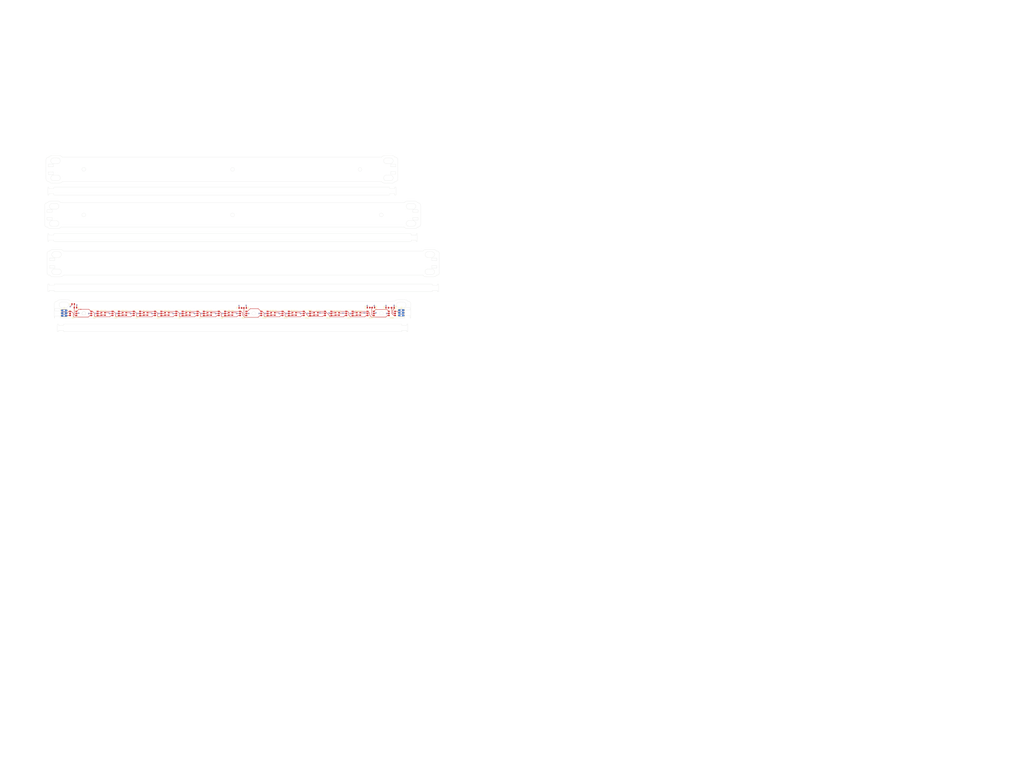
<source format=kicad_pcb>
(kicad_pcb (version 20171130) (host pcbnew "(5.0.0-3-g5ebb6b6)")
  (layers (0 F.Cu signal) (1 In1.Cu power) (2 In2.Cu power) (31 B.Cu signal) (34 B.Paste user) (35 F.Paste user) (36 B.SilkS user) (37 F.SilkS user) (38 B.Mask user) (39 F.Mask user) (44 Edge.Cuts user))
  (net 0 "")
  (net 1 +5V)
  (net 2 "Net-(D1-Pad4)")
  (net 3 GND)
  (net 4 "Net-(D10-Pad4)")
  (net 5 "Net-(D12-Pad3)")
  (net 6 "Net-(C12-Pad1)")
  (net 7 "Net-(C11-Pad1)")
  (net 8 "Net-(C10-Pad1)")
  (net 9 "Net-(C9-Pad1)")
  (net 10 "Net-(C8-Pad1)")
  (net 11 "Net-(C7-Pad1)")
  (net 12 "Net-(C6-Pad1)")
  (net 13 "Net-(C5-Pad1)")
  (net 14 "Net-(C4-Pad1)")
  (net 15 "Net-(C3-Pad1)")
  (net 16 "Net-(C2-Pad1)")
  (net 17 "Net-(C1-Pad1)")
  (net 18 "Net-(D2-Pad3)")
  (net 19 "Net-(D1-Pad3)")
  (net 20 "Net-(D3-Pad3)")
  (net 21 "Net-(D4-Pad3)")
  (net 22 "Net-(D5-Pad3)")
  (net 23 "Net-(D6-Pad3)")
  (net 24 "Net-(D7-Pad3)")
  (net 25 "Net-(D10-Pad6)")
  (net 26 "Net-(D10-Pad3)")
  (net 27 "Net-(D11-Pad3)")
  (net 28 "Net-(C16-Pad1)")
  (net 29 "Net-(C15-Pad1)")
  (net 30 "Net-(C14-Pad1)")
  (net 31 "Net-(C13-Pad1)")
  (net 32 "Net-(D13-Pad3)")
  (net 33 "Net-(D14-Pad3)")
  (net 34 "Net-(D15-Pad3)")
  (net 35 "Net-(D16-Pad3)")
  (module Resistor_SMD:R_0805_2012Metric (layer F.Cu) (at 320.3829 183.25338 180)
    (fp_text reference R16 (at -2.34442 0.13308 270) (layer F.SilkS))
    (fp_text value 330)
    (pad 2 smd roundrect (at 0.9375 0 180) (size 0.975 1.4) (layers F.Cu F.Paste F.Mask) (net 28 "Net-(C16-Pad1)"))
    (pad 1 smd roundrect (at -0.9375 0 180) (size 0.975 1.4) (layers F.Cu F.Paste F.Mask) (net 1 +5V))
  )
  (module Resistor_SMD:R_0805_2012Metric (layer F.Cu) (at 71.374 183.134 180)
    (fp_text reference R1 (at -2.3645 0 -90) (layer F.SilkS))
    (fp_text value 330)
    (pad 2 smd roundrect (at 0.9375 0 180) (size 0.975 1.4) (layers F.Cu F.Paste F.Mask) (net 17 "Net-(C1-Pad1)"))
    (pad 1 smd roundrect (at -0.9375 0 180) (size 0.975 1.4) (layers F.Cu F.Paste F.Mask) (net 1 +5V))
  )
  (module Capacitor_SMD:C_0805_2012Metric (layer F.Cu) (at 278.08428 188.09692 90)
    (fp_text reference C13 (at 2.34442 0.001 180) (layer F.SilkS))
    (fp_text value 100NF)
    (pad 1 smd roundrect (at -0.9375 0 90) (size 0.975 1.4) (layers F.Cu F.Paste F.Mask) (net 31 "Net-(C13-Pad1)"))
    (pad 2 smd roundrect (at 0.9375 0 90) (size 0.975 1.4) (layers F.Cu F.Paste F.Mask) (net 3 GND))
  )
  (module Capacitor_SMD:C_0805_2012Metric (layer F.Cu) (at 294.750946 188.09692 90)
    (fp_text reference C14 (at 2.34442 0.001 180) (layer F.SilkS))
    (fp_text value 100NF)
    (pad 2 smd roundrect (at 0.9375 0 90) (size 0.975 1.4) (layers F.Cu F.Paste F.Mask) (net 3 GND))
    (pad 1 smd roundrect (at -0.9375 0 90) (size 0.975 1.4) (layers F.Cu F.Paste F.Mask) (net 30 "Net-(C14-Pad1)"))
  )
  (module Capacitor_SMD:C_0805_2012Metric (layer F.Cu) (at 301.244 183.134 180)
    (fp_text reference C15 (at 2.34442 0.001 270) (layer F.SilkS))
    (fp_text value 100NF)
    (pad 1 smd roundrect (at -0.9375 0 180) (size 0.975 1.4) (layers F.Cu F.Paste F.Mask) (net 29 "Net-(C15-Pad1)"))
    (pad 2 smd roundrect (at 0.9375 0 180) (size 0.975 1.4) (layers F.Cu F.Paste F.Mask) (net 3 GND))
  )
  (module Capacitor_SMD:C_0805_2012Metric (layer F.Cu) (at 315.87186 183.23306 180)
    (fp_text reference C16 (at 2.34442 0.001 270) (layer F.SilkS))
    (fp_text value 100NF)
    (pad 2 smd roundrect (at 0.9375 0 180) (size 0.975 1.4) (layers F.Cu F.Paste F.Mask) (net 3 GND))
    (pad 1 smd roundrect (at -0.9375 0 180) (size 0.975 1.4) (layers F.Cu F.Paste F.Mask) (net 28 "Net-(C16-Pad1)"))
  )
  (module LED_SMD:LED_WS2812_PLCC6_5.0x5.0mm_P1.6mm (layer F.Cu) (at 319.594782 187.69076 180)
    (fp_text reference D16 (at 0 -3.5 180) (layer F.SilkS))
    (fp_text value WS2813)
    (pad 1 smd rect (at -2.45 -1.6 180) (size 1.5 1) (layers F.Cu F.Paste F.Mask) (net 28 "Net-(C16-Pad1)"))
    (pad 2 smd rect (at -2.45 0 180) (size 1.5 1) (layers F.Cu F.Paste F.Mask) (net 1 +5V))
    (pad 3 smd rect (at -2.45 1.6 180) (size 1.5 1) (layers F.Cu F.Paste F.Mask) (net 35 "Net-(D16-Pad3)"))
    (pad 6 smd rect (at 2.45 -1.6 180) (size 1.5 1) (layers F.Cu F.Paste F.Mask) (net 33 "Net-(D14-Pad3)"))
    (pad 5 smd rect (at 2.45 0 180) (size 1.5 1) (layers F.Cu F.Paste F.Mask) (net 3 GND))
    (pad 4 smd rect (at 2.45 1.6 180) (size 1.5 1) (layers F.Cu F.Paste F.Mask) (net 34 "Net-(D15-Pad3)"))
  )
  (module LED_SMD:LED_WS2812_PLCC6_5.0x5.0mm_P1.6mm (layer F.Cu) (at 302.928117 187.69076 180)
    (fp_text reference D15 (at 0 -3.5 180) (layer F.SilkS))
    (fp_text value WS2813)
    (pad 4 smd rect (at 2.45 1.6 180) (size 1.5 1) (layers F.Cu F.Paste F.Mask) (net 33 "Net-(D14-Pad3)"))
    (pad 5 smd rect (at 2.45 0 180) (size 1.5 1) (layers F.Cu F.Paste F.Mask) (net 3 GND))
    (pad 6 smd rect (at 2.45 -1.6 180) (size 1.5 1) (layers F.Cu F.Paste F.Mask) (net 32 "Net-(D13-Pad3)"))
    (pad 3 smd rect (at -2.45 1.6 180) (size 1.5 1) (layers F.Cu F.Paste F.Mask) (net 34 "Net-(D15-Pad3)"))
    (pad 2 smd rect (at -2.45 0 180) (size 1.5 1) (layers F.Cu F.Paste F.Mask) (net 1 +5V))
    (pad 1 smd rect (at -2.45 -1.6 180) (size 1.5 1) (layers F.Cu F.Paste F.Mask) (net 29 "Net-(C15-Pad1)"))
  )
  (module LED_SMD:LED_WS2812_PLCC6_5.0x5.0mm_P1.6mm (layer F.Cu) (at 286.261452 187.69076 180)
    (fp_text reference D14 (at 0 -3.5 180) (layer F.SilkS))
    (fp_text value WS2813)
    (pad 1 smd rect (at -2.45 -1.6 180) (size 1.5 1) (layers F.Cu F.Paste F.Mask) (net 30 "Net-(C14-Pad1)"))
    (pad 2 smd rect (at -2.45 0 180) (size 1.5 1) (layers F.Cu F.Paste F.Mask) (net 1 +5V))
    (pad 3 smd rect (at -2.45 1.6 180) (size 1.5 1) (layers F.Cu F.Paste F.Mask) (net 33 "Net-(D14-Pad3)"))
    (pad 6 smd rect (at 2.45 -1.6 180) (size 1.5 1) (layers F.Cu F.Paste F.Mask) (net 5 "Net-(D12-Pad3)"))
    (pad 5 smd rect (at 2.45 0 180) (size 1.5 1) (layers F.Cu F.Paste F.Mask) (net 3 GND))
    (pad 4 smd rect (at 2.45 1.6 180) (size 1.5 1) (layers F.Cu F.Paste F.Mask) (net 32 "Net-(D13-Pad3)"))
  )
  (module LED_SMD:LED_WS2812_PLCC6_5.0x5.0mm_P1.6mm (layer F.Cu) (at 269.594787 187.69076 180)
    (fp_text reference D13 (at 0 -3.5 180) (layer F.SilkS))
    (fp_text value WS2813)
    (pad 4 smd rect (at 2.45 1.6 180) (size 1.5 1) (layers F.Cu F.Paste F.Mask) (net 5 "Net-(D12-Pad3)"))
    (pad 5 smd rect (at 2.45 0 180) (size 1.5 1) (layers F.Cu F.Paste F.Mask) (net 3 GND))
    (pad 6 smd rect (at 2.45 -1.6 180) (size 1.5 1) (layers F.Cu F.Paste F.Mask) (net 27 "Net-(D11-Pad3)"))
    (pad 3 smd rect (at -2.45 1.6 180) (size 1.5 1) (layers F.Cu F.Paste F.Mask) (net 32 "Net-(D13-Pad3)"))
    (pad 2 smd rect (at -2.45 0 180) (size 1.5 1) (layers F.Cu F.Paste F.Mask) (net 1 +5V))
    (pad 1 smd rect (at -2.45 -1.6 180) (size 1.5 1) (layers F.Cu F.Paste F.Mask) (net 31 "Net-(C13-Pad1)"))
  )
  (module Resistor_SMD:R_0805_2012Metric (layer F.Cu) (at 275.34362 188.09692 270)
    (fp_text reference R13 (at -2.34442 0.13308) (layer F.SilkS))
    (fp_text value 330)
    (pad 1 smd roundrect (at -0.9375 0 270) (size 0.975 1.4) (layers F.Cu F.Paste F.Mask) (net 1 +5V))
    (pad 2 smd roundrect (at 0.9375 0 270) (size 0.975 1.4) (layers F.Cu F.Paste F.Mask) (net 31 "Net-(C13-Pad1)"))
  )
  (module Resistor_SMD:R_0805_2012Metric (layer F.Cu) (at 292.010286 188.09692 270)
    (fp_text reference R14 (at -2.34442 0.13308) (layer F.SilkS))
    (fp_text value 330)
    (pad 2 smd roundrect (at 0.9375 0 270) (size 0.975 1.4) (layers F.Cu F.Paste F.Mask) (net 30 "Net-(C14-Pad1)"))
    (pad 1 smd roundrect (at -0.9375 0 270) (size 0.975 1.4) (layers F.Cu F.Paste F.Mask) (net 1 +5V))
  )
  (module Resistor_SMD:R_0805_2012Metric (layer F.Cu) (at 305.054 183.134 180)
    (fp_text reference R15 (at -2.34442 0.13308 -90) (layer F.SilkS))
    (fp_text value 330)
    (pad 1 smd roundrect (at -0.9375 0 180) (size 0.975 1.4) (layers F.Cu F.Paste F.Mask) (net 1 +5V))
    (pad 2 smd roundrect (at 0.9375 0 180) (size 0.975 1.4) (layers F.Cu F.Paste F.Mask) (net 29 "Net-(C15-Pad1)"))
  )
  (module YonaFootprints:1x3_18awgWireSolderPad-5mm (layer F.Cu) (at 62.484 185.42)
    (fp_text reference J1 (at 0 -2.159) (layer F.SilkS))
    (fp_text value IN)
    (pad 3 thru_hole oval (at 0 4.064) (size 5.08 1.524) (drill oval 1.27) (layers *.Cu *.Mask) (net 3 GND))
    (pad 2 thru_hole oval (at 0 2.032) (size 5.08 1.524) (drill oval 1.27) (layers *.Cu *.Mask) (net 2 "Net-(D1-Pad4)"))
    (pad 1 thru_hole oval (at 0 0) (size 5.08 1.524) (drill oval 1.27) (layers *.Cu *.Mask) (net 1 +5V))
  )
  (module Capacitor_SMD:C_0805_2012Metric (layer F.Cu) (at 194.422912 188.09692 90)
    (fp_text reference C8 (at 2.54 -0.126 180) (layer F.SilkS))
    (fp_text value 100NF)
    (pad 2 smd roundrect (at 0.9375 0 90) (size 0.975 1.4) (layers F.Cu F.Paste F.Mask) (net 3 GND))
    (pad 1 smd roundrect (at -0.9375 0 90) (size 0.975 1.4) (layers F.Cu F.Paste F.Mask) (net 10 "Net-(C8-Pad1)"))
  )
  (module Capacitor_SMD:C_0805_2012Metric (layer F.Cu) (at 200.66 183.388 180)
    (fp_text reference C9 (at 2.54 -0.126 270) (layer F.SilkS))
    (fp_text value 100NF)
    (pad 2 smd roundrect (at 0.9375 0 180) (size 0.975 1.4) (layers F.Cu F.Paste F.Mask) (net 3 GND))
    (pad 1 smd roundrect (at -0.9375 0 180) (size 0.975 1.4) (layers F.Cu F.Paste F.Mask) (net 9 "Net-(C9-Pad1)"))
  )
  (module Capacitor_SMD:C_0805_2012Metric (layer F.Cu) (at 227.715384 188.09692 90)
    (fp_text reference C10 (at 2.54 -0.126 180) (layer F.SilkS))
    (fp_text value 100NF)
    (pad 2 smd roundrect (at 0.9375 0 90) (size 0.975 1.4) (layers F.Cu F.Paste F.Mask) (net 3 GND))
    (pad 1 smd roundrect (at -0.9375 0 90) (size 0.975 1.4) (layers F.Cu F.Paste F.Mask) (net 8 "Net-(C10-Pad1)"))
  )
  (module Capacitor_SMD:C_0805_2012Metric (layer F.Cu) (at 244.36162 188.09692 90)
    (fp_text reference C11 (at 2.54 -0.126 180) (layer F.SilkS))
    (fp_text value 100NF)
    (pad 2 smd roundrect (at 0.9375 0 90) (size 0.975 1.4) (layers F.Cu F.Paste F.Mask) (net 3 GND))
    (pad 1 smd roundrect (at -0.9375 0 90) (size 0.975 1.4) (layers F.Cu F.Paste F.Mask) (net 7 "Net-(C11-Pad1)"))
  )
  (module Capacitor_SMD:C_0805_2012Metric (layer F.Cu) (at 261.46276 188.09692 90)
    (fp_text reference C12 (at 2.6185 -0.0485 180) (layer F.SilkS))
    (fp_text value 100NF)
    (pad 2 smd roundrect (at 0.9375 0 90) (size 0.975 1.4) (layers F.Cu F.Paste F.Mask) (net 3 GND))
    (pad 1 smd roundrect (at -0.9375 0 90) (size 0.975 1.4) (layers F.Cu F.Paste F.Mask) (net 6 "Net-(C12-Pad1)"))
  )
  (module LED_SMD:LED_WS2812_PLCC6_5.0x5.0mm_P1.6mm (layer F.Cu) (at 69.60362 187.69076 180)
    (fp_text reference D1 (at 0 -3.5 180) (layer F.SilkS))
    (fp_text value WS2813)
    (pad 1 smd rect (at -2.45 -1.6 180) (size 1.5 1) (layers F.Cu F.Paste F.Mask) (net 17 "Net-(C1-Pad1)"))
    (pad 2 smd rect (at -2.45 0 180) (size 1.5 1) (layers F.Cu F.Paste F.Mask) (net 1 +5V))
    (pad 3 smd rect (at -2.45 1.6 180) (size 1.5 1) (layers F.Cu F.Paste F.Mask) (net 19 "Net-(D1-Pad3)"))
    (pad 6 smd rect (at 2.45 -1.6 180) (size 1.5 1) (layers F.Cu F.Paste F.Mask) (net 3 GND))
    (pad 5 smd rect (at 2.45 0 180) (size 1.5 1) (layers F.Cu F.Paste F.Mask) (net 3 GND))
    (pad 4 smd rect (at 2.45 1.6 180) (size 1.5 1) (layers F.Cu F.Paste F.Mask) (net 2 "Net-(D1-Pad4)"))
  )
  (module LED_SMD:LED_WS2812_PLCC6_5.0x5.0mm_P1.6mm (layer F.Cu) (at 86.269483 187.69076 180)
    (fp_text reference D2 (at 0 -3.5 180) (layer F.SilkS))
    (fp_text value WS2813)
    (pad 1 smd rect (at -2.45 -1.6 180) (size 1.5 1) (layers F.Cu F.Paste F.Mask) (net 16 "Net-(C2-Pad1)"))
    (pad 2 smd rect (at -2.45 0 180) (size 1.5 1) (layers F.Cu F.Paste F.Mask) (net 1 +5V))
    (pad 3 smd rect (at -2.45 1.6 180) (size 1.5 1) (layers F.Cu F.Paste F.Mask) (net 18 "Net-(D2-Pad3)"))
    (pad 6 smd rect (at 2.45 -1.6 180) (size 1.5 1) (layers F.Cu F.Paste F.Mask) (net 2 "Net-(D1-Pad4)"))
    (pad 5 smd rect (at 2.45 0 180) (size 1.5 1) (layers F.Cu F.Paste F.Mask) (net 3 GND))
    (pad 4 smd rect (at 2.45 1.6 180) (size 1.5 1) (layers F.Cu F.Paste F.Mask) (net 19 "Net-(D1-Pad3)"))
  )
  (module LED_SMD:LED_WS2812_PLCC6_5.0x5.0mm_P1.6mm (layer F.Cu) (at 252.92812 187.69076 180)
    (fp_text reference D12 (at 0 -3.5 180) (layer F.SilkS))
    (fp_text value WS2813)
    (pad 1 smd rect (at -2.45 -1.6 180) (size 1.5 1) (layers F.Cu F.Paste F.Mask) (net 6 "Net-(C12-Pad1)"))
    (pad 2 smd rect (at -2.45 0 180) (size 1.5 1) (layers F.Cu F.Paste F.Mask) (net 1 +5V))
    (pad 3 smd rect (at -2.45 1.6 180) (size 1.5 1) (layers F.Cu F.Paste F.Mask) (net 5 "Net-(D12-Pad3)"))
    (pad 6 smd rect (at 2.45 -1.6 180) (size 1.5 1) (layers F.Cu F.Paste F.Mask) (net 26 "Net-(D10-Pad3)"))
    (pad 5 smd rect (at 2.45 0 180) (size 1.5 1) (layers F.Cu F.Paste F.Mask) (net 3 GND))
    (pad 4 smd rect (at 2.45 1.6 180) (size 1.5 1) (layers F.Cu F.Paste F.Mask) (net 27 "Net-(D11-Pad3)"))
  )
  (module LED_SMD:LED_WS2812_PLCC6_5.0x5.0mm_P1.6mm (layer F.Cu) (at 236.26225 187.69076 180)
    (fp_text reference D11 (at 0 -3.5 180) (layer F.SilkS))
    (fp_text value WS2813)
    (pad 1 smd rect (at -2.45 -1.6 180) (size 1.5 1) (layers F.Cu F.Paste F.Mask) (net 7 "Net-(C11-Pad1)"))
    (pad 2 smd rect (at -2.45 0 180) (size 1.5 1) (layers F.Cu F.Paste F.Mask) (net 1 +5V))
    (pad 3 smd rect (at -2.45 1.6 180) (size 1.5 1) (layers F.Cu F.Paste F.Mask) (net 27 "Net-(D11-Pad3)"))
    (pad 6 smd rect (at 2.45 -1.6 180) (size 1.5 1) (layers F.Cu F.Paste F.Mask) (net 4 "Net-(D10-Pad4)"))
    (pad 5 smd rect (at 2.45 0 180) (size 1.5 1) (layers F.Cu F.Paste F.Mask) (net 3 GND))
    (pad 4 smd rect (at 2.45 1.6 180) (size 1.5 1) (layers F.Cu F.Paste F.Mask) (net 26 "Net-(D10-Pad3)"))
  )
  (module LED_SMD:LED_WS2812_PLCC6_5.0x5.0mm_P1.6mm (layer F.Cu) (at 219.596387 187.69076 180)
    (fp_text reference D10 (at 0 -3.5 180) (layer F.SilkS))
    (fp_text value WS2813)
    (pad 1 smd rect (at -2.45 -1.6 180) (size 1.5 1) (layers F.Cu F.Paste F.Mask) (net 8 "Net-(C10-Pad1)"))
    (pad 2 smd rect (at -2.45 0 180) (size 1.5 1) (layers F.Cu F.Paste F.Mask) (net 1 +5V))
    (pad 3 smd rect (at -2.45 1.6 180) (size 1.5 1) (layers F.Cu F.Paste F.Mask) (net 26 "Net-(D10-Pad3)"))
    (pad 6 smd rect (at 2.45 -1.6 180) (size 1.5 1) (layers F.Cu F.Paste F.Mask) (net 25 "Net-(D10-Pad6)"))
    (pad 5 smd rect (at 2.45 0 180) (size 1.5 1) (layers F.Cu F.Paste F.Mask) (net 3 GND))
    (pad 4 smd rect (at 2.45 1.6 180) (size 1.5 1) (layers F.Cu F.Paste F.Mask) (net 4 "Net-(D10-Pad4)"))
  )
  (module LED_SMD:LED_WS2812_PLCC6_5.0x5.0mm_P1.6mm (layer F.Cu) (at 202.930524 187.69076 180)
    (fp_text reference D9 (at 0 -3.5 180) (layer F.SilkS))
    (fp_text value WS2813)
    (pad 1 smd rect (at -2.45 -1.6 180) (size 1.5 1) (layers F.Cu F.Paste F.Mask) (net 9 "Net-(C9-Pad1)"))
    (pad 2 smd rect (at -2.45 0 180) (size 1.5 1) (layers F.Cu F.Paste F.Mask) (net 1 +5V))
    (pad 3 smd rect (at -2.45 1.6 180) (size 1.5 1) (layers F.Cu F.Paste F.Mask) (net 4 "Net-(D10-Pad4)"))
    (pad 6 smd rect (at 2.45 -1.6 180) (size 1.5 1) (layers F.Cu F.Paste F.Mask) (net 24 "Net-(D7-Pad3)"))
    (pad 5 smd rect (at 2.45 0 180) (size 1.5 1) (layers F.Cu F.Paste F.Mask) (net 3 GND))
    (pad 4 smd rect (at 2.45 1.6 180) (size 1.5 1) (layers F.Cu F.Paste F.Mask) (net 25 "Net-(D10-Pad6)"))
  )
  (module LED_SMD:LED_WS2812_PLCC6_5.0x5.0mm_P1.6mm (layer F.Cu) (at 186.264661 187.69076 180)
    (fp_text reference D8 (at 0 -3.5 180) (layer F.SilkS))
    (fp_text value WS2813)
    (pad 1 smd rect (at -2.45 -1.6 180) (size 1.5 1) (layers F.Cu F.Paste F.Mask) (net 10 "Net-(C8-Pad1)"))
    (pad 2 smd rect (at -2.45 0 180) (size 1.5 1) (layers F.Cu F.Paste F.Mask) (net 1 +5V))
    (pad 3 smd rect (at -2.45 1.6 180) (size 1.5 1) (layers F.Cu F.Paste F.Mask) (net 25 "Net-(D10-Pad6)"))
    (pad 6 smd rect (at 2.45 -1.6 180) (size 1.5 1) (layers F.Cu F.Paste F.Mask) (net 23 "Net-(D6-Pad3)"))
    (pad 5 smd rect (at 2.45 0 180) (size 1.5 1) (layers F.Cu F.Paste F.Mask) (net 3 GND))
    (pad 4 smd rect (at 2.45 1.6 180) (size 1.5 1) (layers F.Cu F.Paste F.Mask) (net 24 "Net-(D7-Pad3)"))
  )
  (module LED_SMD:LED_WS2812_PLCC6_5.0x5.0mm_P1.6mm (layer F.Cu) (at 169.598798 187.69076 180)
    (fp_text reference D7 (at 0 -3.5 180) (layer F.SilkS))
    (fp_text value WS2813)
    (pad 1 smd rect (at -2.45 -1.6 180) (size 1.5 1) (layers F.Cu F.Paste F.Mask) (net 11 "Net-(C7-Pad1)"))
    (pad 2 smd rect (at -2.45 0 180) (size 1.5 1) (layers F.Cu F.Paste F.Mask) (net 1 +5V))
    (pad 3 smd rect (at -2.45 1.6 180) (size 1.5 1) (layers F.Cu F.Paste F.Mask) (net 24 "Net-(D7-Pad3)"))
    (pad 6 smd rect (at 2.45 -1.6 180) (size 1.5 1) (layers F.Cu F.Paste F.Mask) (net 22 "Net-(D5-Pad3)"))
    (pad 5 smd rect (at 2.45 0 180) (size 1.5 1) (layers F.Cu F.Paste F.Mask) (net 3 GND))
    (pad 4 smd rect (at 2.45 1.6 180) (size 1.5 1) (layers F.Cu F.Paste F.Mask) (net 23 "Net-(D6-Pad3)"))
  )
  (module LED_SMD:LED_WS2812_PLCC6_5.0x5.0mm_P1.6mm (layer F.Cu) (at 152.932935 187.69076 180)
    (fp_text reference D6 (at 0 -3.5 180) (layer F.SilkS))
    (fp_text value WS2813)
    (pad 1 smd rect (at -2.45 -1.6 180) (size 1.5 1) (layers F.Cu F.Paste F.Mask) (net 12 "Net-(C6-Pad1)"))
    (pad 2 smd rect (at -2.45 0 180) (size 1.5 1) (layers F.Cu F.Paste F.Mask) (net 1 +5V))
    (pad 3 smd rect (at -2.45 1.6 180) (size 1.5 1) (layers F.Cu F.Paste F.Mask) (net 23 "Net-(D6-Pad3)"))
    (pad 6 smd rect (at 2.45 -1.6 180) (size 1.5 1) (layers F.Cu F.Paste F.Mask) (net 21 "Net-(D4-Pad3)"))
    (pad 5 smd rect (at 2.45 0 180) (size 1.5 1) (layers F.Cu F.Paste F.Mask) (net 3 GND))
    (pad 4 smd rect (at 2.45 1.6 180) (size 1.5 1) (layers F.Cu F.Paste F.Mask) (net 22 "Net-(D5-Pad3)"))
  )
  (module LED_SMD:LED_WS2812_PLCC6_5.0x5.0mm_P1.6mm (layer F.Cu) (at 136.267072 187.69076 180)
    (fp_text reference D5 (at 0 -3.5 180) (layer F.SilkS))
    (fp_text value WS2813)
    (pad 1 smd rect (at -2.45 -1.6 180) (size 1.5 1) (layers F.Cu F.Paste F.Mask) (net 13 "Net-(C5-Pad1)"))
    (pad 2 smd rect (at -2.45 0 180) (size 1.5 1) (layers F.Cu F.Paste F.Mask) (net 1 +5V))
    (pad 3 smd rect (at -2.45 1.6 180) (size 1.5 1) (layers F.Cu F.Paste F.Mask) (net 22 "Net-(D5-Pad3)"))
    (pad 6 smd rect (at 2.45 -1.6 180) (size 1.5 1) (layers F.Cu F.Paste F.Mask) (net 20 "Net-(D3-Pad3)"))
    (pad 5 smd rect (at 2.45 0 180) (size 1.5 1) (layers F.Cu F.Paste F.Mask) (net 3 GND))
    (pad 4 smd rect (at 2.45 1.6 180) (size 1.5 1) (layers F.Cu F.Paste F.Mask) (net 21 "Net-(D4-Pad3)"))
  )
  (module LED_SMD:LED_WS2812_PLCC6_5.0x5.0mm_P1.6mm (layer F.Cu) (at 119.601209 187.69076 180)
    (fp_text reference D4 (at 0 -3.5 180) (layer F.SilkS))
    (fp_text value WS2813)
    (pad 1 smd rect (at -2.45 -1.6 180) (size 1.5 1) (layers F.Cu F.Paste F.Mask) (net 14 "Net-(C4-Pad1)"))
    (pad 2 smd rect (at -2.45 0 180) (size 1.5 1) (layers F.Cu F.Paste F.Mask) (net 1 +5V))
    (pad 3 smd rect (at -2.45 1.6 180) (size 1.5 1) (layers F.Cu F.Paste F.Mask) (net 21 "Net-(D4-Pad3)"))
    (pad 6 smd rect (at 2.45 -1.6 180) (size 1.5 1) (layers F.Cu F.Paste F.Mask) (net 18 "Net-(D2-Pad3)"))
    (pad 5 smd rect (at 2.45 0 180) (size 1.5 1) (layers F.Cu F.Paste F.Mask) (net 3 GND))
    (pad 4 smd rect (at 2.45 1.6 180) (size 1.5 1) (layers F.Cu F.Paste F.Mask) (net 20 "Net-(D3-Pad3)"))
  )
  (module LED_SMD:LED_WS2812_PLCC6_5.0x5.0mm_P1.6mm (layer F.Cu) (at 102.935346 187.69076 180)
    (fp_text reference D3 (at 0 -3.5 180) (layer F.SilkS))
    (fp_text value WS2813)
    (pad 1 smd rect (at -2.45 -1.6 180) (size 1.5 1) (layers F.Cu F.Paste F.Mask) (net 15 "Net-(C3-Pad1)"))
    (pad 2 smd rect (at -2.45 0 180) (size 1.5 1) (layers F.Cu F.Paste F.Mask) (net 1 +5V))
    (pad 3 smd rect (at -2.45 1.6 180) (size 1.5 1) (layers F.Cu F.Paste F.Mask) (net 20 "Net-(D3-Pad3)"))
    (pad 6 smd rect (at 2.45 -1.6 180) (size 1.5 1) (layers F.Cu F.Paste F.Mask) (net 19 "Net-(D1-Pad3)"))
    (pad 5 smd rect (at 2.45 0 180) (size 1.5 1) (layers F.Cu F.Paste F.Mask) (net 3 GND))
    (pad 4 smd rect (at 2.45 1.6 180) (size 1.5 1) (layers F.Cu F.Paste F.Mask) (net 18 "Net-(D2-Pad3)"))
  )
  (module Resistor_SMD:R_0805_2012Metric (layer F.Cu) (at 91.751496 188.09692 270)
    (fp_text reference R2 (at -2.54 -0.126) (layer F.SilkS))
    (fp_text value 330)
    (pad 2 smd roundrect (at 0.9375 0 270) (size 0.975 1.4) (layers F.Cu F.Paste F.Mask) (net 16 "Net-(C2-Pad1)"))
    (pad 1 smd roundrect (at -0.9375 0 270) (size 0.975 1.4) (layers F.Cu F.Paste F.Mask) (net 1 +5V))
  )
  (module Resistor_SMD:R_0805_2012Metric (layer F.Cu) (at 108.397732 188.09692 270)
    (fp_text reference R3 (at -2.54 -0.126) (layer F.SilkS))
    (fp_text value 330)
    (pad 2 smd roundrect (at 0.9375 0 270) (size 0.975 1.4) (layers F.Cu F.Paste F.Mask) (net 15 "Net-(C3-Pad1)"))
    (pad 1 smd roundrect (at -0.9375 0 270) (size 0.975 1.4) (layers F.Cu F.Paste F.Mask) (net 1 +5V))
  )
  (module Resistor_SMD:R_0805_2012Metric (layer F.Cu) (at 125.043968 188.09692 270)
    (fp_text reference R4 (at -2.54 -0.126) (layer F.SilkS))
    (fp_text value 330)
    (pad 2 smd roundrect (at 0.9375 0 270) (size 0.975 1.4) (layers F.Cu F.Paste F.Mask) (net 14 "Net-(C4-Pad1)"))
    (pad 1 smd roundrect (at -0.9375 0 270) (size 0.975 1.4) (layers F.Cu F.Paste F.Mask) (net 1 +5V))
  )
  (module Resistor_SMD:R_0805_2012Metric (layer F.Cu) (at 141.690204 188.09692 270)
    (fp_text reference R5 (at -2.54 -0.126) (layer F.SilkS))
    (fp_text value 330)
    (pad 2 smd roundrect (at 0.9375 0 270) (size 0.975 1.4) (layers F.Cu F.Paste F.Mask) (net 13 "Net-(C5-Pad1)"))
    (pad 1 smd roundrect (at -0.9375 0 270) (size 0.975 1.4) (layers F.Cu F.Paste F.Mask) (net 1 +5V))
  )
  (module Resistor_SMD:R_0805_2012Metric (layer F.Cu) (at 158.33644 188.09692 270)
    (fp_text reference R6 (at -2.54 -0.126) (layer F.SilkS))
    (fp_text value 330)
    (pad 2 smd roundrect (at 0.9375 0 270) (size 0.975 1.4) (layers F.Cu F.Paste F.Mask) (net 12 "Net-(C6-Pad1)"))
    (pad 1 smd roundrect (at -0.9375 0 270) (size 0.975 1.4) (layers F.Cu F.Paste F.Mask) (net 1 +5V))
  )
  (module Resistor_SMD:R_0805_2012Metric (layer F.Cu) (at 174.982676 188.09692 270)
    (fp_text reference R7 (at -2.54 -0.126) (layer F.SilkS))
    (fp_text value 330)
    (pad 2 smd roundrect (at 0.9375 0 270) (size 0.975 1.4) (layers F.Cu F.Paste F.Mask) (net 11 "Net-(C7-Pad1)"))
    (pad 1 smd roundrect (at -0.9375 0 270) (size 0.975 1.4) (layers F.Cu F.Paste F.Mask) (net 1 +5V))
  )
  (module Resistor_SMD:R_0805_2012Metric (layer F.Cu) (at 191.628912 188.09692 270)
    (fp_text reference R8 (at -2.54 -0.126) (layer F.SilkS))
    (fp_text value 330)
    (pad 2 smd roundrect (at 0.9375 0 270) (size 0.975 1.4) (layers F.Cu F.Paste F.Mask) (net 10 "Net-(C8-Pad1)"))
    (pad 1 smd roundrect (at -0.9375 0 270) (size 0.975 1.4) (layers F.Cu F.Paste F.Mask) (net 1 +5V))
  )
  (module Resistor_SMD:R_0805_2012Metric (layer F.Cu) (at 204.47 183.388 180)
    (fp_text reference R9 (at -2.54 -0.126 -90) (layer F.SilkS))
    (fp_text value 330)
    (pad 2 smd roundrect (at 0.9375 0 180) (size 0.975 1.4) (layers F.Cu F.Paste F.Mask) (net 9 "Net-(C9-Pad1)"))
    (pad 1 smd roundrect (at -0.9375 0 180) (size 0.975 1.4) (layers F.Cu F.Paste F.Mask) (net 1 +5V))
  )
  (module Resistor_SMD:R_0805_2012Metric (layer F.Cu) (at 224.921384 188.09692 270)
    (fp_text reference R10 (at -2.54 -0.126) (layer F.SilkS))
    (fp_text value 330)
    (pad 2 smd roundrect (at 0.9375 0 270) (size 0.975 1.4) (layers F.Cu F.Paste F.Mask) (net 8 "Net-(C10-Pad1)"))
    (pad 1 smd roundrect (at -0.9375 0 270) (size 0.975 1.4) (layers F.Cu F.Paste F.Mask) (net 1 +5V))
  )
  (module Resistor_SMD:R_0805_2012Metric (layer F.Cu) (at 241.56762 188.09692 270)
    (fp_text reference R11 (at -2.54 -0.126) (layer F.SilkS))
    (fp_text value 330)
    (pad 2 smd roundrect (at 0.9375 0 270) (size 0.975 1.4) (layers F.Cu F.Paste F.Mask) (net 7 "Net-(C11-Pad1)"))
    (pad 1 smd roundrect (at -0.9375 0 270) (size 0.975 1.4) (layers F.Cu F.Paste F.Mask) (net 1 +5V))
  )
  (module Resistor_SMD:R_0805_2012Metric (layer F.Cu) (at 258.57176 188.09692 270)
    (fp_text reference R12 (at -2.54 3.175) (layer F.SilkS))
    (fp_text value 330)
    (pad 2 smd roundrect (at 0.9375 0 270) (size 0.975 1.4) (layers F.Cu F.Paste F.Mask) (net 6 "Net-(C12-Pad1)"))
    (pad 1 smd roundrect (at -0.9375 0 270) (size 0.975 1.4) (layers F.Cu F.Paste F.Mask) (net 1 +5V))
  )
  (module Capacitor_SMD:C_0805_2012Metric (layer F.Cu) (at 177.776676 188.09692 90)
    (fp_text reference C7 (at 2.54 -0.126 180) (layer F.SilkS))
    (fp_text value 100NF)
    (pad 2 smd roundrect (at 0.9375 0 90) (size 0.975 1.4) (layers F.Cu F.Paste F.Mask) (net 3 GND))
    (pad 1 smd roundrect (at -0.9375 0 90) (size 0.975 1.4) (layers F.Cu F.Paste F.Mask) (net 11 "Net-(C7-Pad1)"))
  )
  (module Capacitor_SMD:C_0805_2012Metric (layer F.Cu) (at 161.13044 188.09692 90)
    (fp_text reference C6 (at 2.54 -0.126 180) (layer F.SilkS))
    (fp_text value 100NF)
    (pad 2 smd roundrect (at 0.9375 0 90) (size 0.975 1.4) (layers F.Cu F.Paste F.Mask) (net 3 GND))
    (pad 1 smd roundrect (at -0.9375 0 90) (size 0.975 1.4) (layers F.Cu F.Paste F.Mask) (net 12 "Net-(C6-Pad1)"))
  )
  (module Capacitor_SMD:C_0805_2012Metric (layer F.Cu) (at 144.484204 188.09692 90)
    (fp_text reference C5 (at 2.54 -0.126 180) (layer F.SilkS))
    (fp_text value 100NF)
    (pad 2 smd roundrect (at 0.9375 0 90) (size 0.975 1.4) (layers F.Cu F.Paste F.Mask) (net 3 GND))
    (pad 1 smd roundrect (at -0.9375 0 90) (size 0.975 1.4) (layers F.Cu F.Paste F.Mask) (net 13 "Net-(C5-Pad1)"))
  )
  (module Capacitor_SMD:C_0805_2012Metric (layer F.Cu) (at 127.837968 188.09692 90)
    (fp_text reference C4 (at 2.54 -0.126 180) (layer F.SilkS))
    (fp_text value 100NF)
    (pad 2 smd roundrect (at 0.9375 0 90) (size 0.975 1.4) (layers F.Cu F.Paste F.Mask) (net 3 GND))
    (pad 1 smd roundrect (at -0.9375 0 90) (size 0.975 1.4) (layers F.Cu F.Paste F.Mask) (net 14 "Net-(C4-Pad1)"))
  )
  (module Capacitor_SMD:C_0805_2012Metric (layer F.Cu) (at 111.191732 188.09692 90)
    (fp_text reference C3 (at 2.54 -0.126 180) (layer F.SilkS))
    (fp_text value 100NF)
    (pad 2 smd roundrect (at 0.9375 0 90) (size 0.975 1.4) (layers F.Cu F.Paste F.Mask) (net 3 GND))
    (pad 1 smd roundrect (at -0.9375 0 90) (size 0.975 1.4) (layers F.Cu F.Paste F.Mask) (net 15 "Net-(C3-Pad1)"))
  )
  (module Capacitor_SMD:C_0805_2012Metric (layer F.Cu) (at 94.545496 188.09692 90)
    (fp_text reference C2 (at 2.54 -0.126 180) (layer F.SilkS))
    (fp_text value 100NF)
    (pad 2 smd roundrect (at 0.9375 0 90) (size 0.975 1.4) (layers F.Cu F.Paste F.Mask) (net 3 GND))
    (pad 1 smd roundrect (at -0.9375 0 90) (size 0.975 1.4) (layers F.Cu F.Paste F.Mask) (net 16 "Net-(C2-Pad1)"))
  )
  (module Capacitor_SMD:C_0805_2012Metric (layer F.Cu) (at 69.596 180.34 180)
    (fp_text reference C1 (at 2.4615 0 270) (layer F.SilkS))
    (fp_text value 100NF)
    (pad 2 smd roundrect (at 0.9375 0 180) (size 0.975 1.4) (layers F.Cu F.Paste F.Mask) (net 3 GND))
    (pad 1 smd roundrect (at -0.9375 0 180) (size 0.975 1.4) (layers F.Cu F.Paste F.Mask) (net 17 "Net-(C1-Pad1)"))
  )
  (module YonaFootprints:1x3_18awgWireSolderPad-5mm (layer F.Cu) (at 326.898 185.166)
    (fp_text reference J2 (at 0 -2.159) (layer F.SilkS))
    (fp_text value OUT)
    (pad 3 thru_hole oval (at 0 4.064) (size 5.08 1.524) (drill oval 1.27) (layers *.Cu *.Mask) (net 3 GND))
    (pad 2 thru_hole oval (at 0 2.032) (size 5.08 1.524) (drill oval 1.27) (layers *.Cu *.Mask) (net 35 "Net-(D16-Pad3)"))
    (pad 1 thru_hole oval (at 0 0) (size 5.08 1.524) (drill oval 1.27) (layers *.Cu *.Mask) (net 1 +5V))
  )
  (gr_circle (center 211.24926 187.72632) (end 212.72246 187.72632) (layer Edge.Cuts) (width 0.1))
  (gr_circle (center 311.3405 187.6425) (end 312.8137 187.6425) (layer Edge.Cuts) (width 0.1))
  (gr_circle (center 311.277 110.363) (end 312.7502 110.363) (layer Edge.Cuts) (width 0.1))
  (gr_circle (center 294.5765 74.676) (end 296.0497 74.676) (layer Edge.Cuts) (width 0.1))
  (gr_circle (center 194.6275 74.6125) (end 196.1007 74.6125) (layer Edge.Cuts) (width 0.1))
  (gr_circle (center 194.564 110.4265) (end 196.0372 110.4265) (layer Edge.Cuts) (width 0.1))
  (gr_circle (center 77.9145 187.706) (end 79.3877 187.706) (layer Edge.Cuts) (width 0.1))
  (gr_circle (center 77.9145 74.6125) (end 79.3877 74.6125) (layer Edge.Cuts) (width 0.1))
  (gr_circle (center 77.9145 110.363) (end 79.3877 110.363) (layer Edge.Cuts) (width 0.1))
  (gr_circle (center 77.98816 187.66282) (end 79.46136 187.66282) (layer Edge.Cuts) (width 0.1))
  (gr_line (start 325.417808 183.188358) (end 324.722801 183.078358) (layer F.SilkS) (width 0.01))
  (gr_line (start 324.722801 183.078358) (end 324.095817 182.759058) (layer F.SilkS) (width 0.01))
  (gr_line (start 324.095817 182.759058) (end 323.598808 182.261759) (layer F.SilkS) (width 0.01))
  (gr_line (start 323.598808 182.261759) (end 323.279808 181.635058) (layer F.SilkS) (width 0.01))
  (gr_line (start 323.279808 181.635058) (end 323.169822 180.940458) (layer F.SilkS) (width 0.01))
  (gr_line (start 323.169822 180.940458) (end 323.279808 180.245859) (layer F.SilkS) (width 0.01))
  (gr_line (start 323.279808 180.245859) (end 323.598808 179.619158) (layer F.SilkS) (width 0.01))
  (gr_line (start 323.598808 179.619158) (end 324.095817 179.121859) (layer F.SilkS) (width 0.01))
  (gr_line (start 324.095817 179.121859) (end 324.722801 178.802559) (layer F.SilkS) (width 0.01))
  (gr_line (start 324.722801 178.802559) (end 325.417808 178.692558) (layer F.SilkS) (width 0.01))
  (gr_line (start 325.417808 178.692558) (end 328.417808 178.692558) (layer F.SilkS) (width 0.01))
  (gr_line (start 328.417808 178.692558) (end 329.111809 178.802559) (layer F.SilkS) (width 0.01))
  (gr_line (start 329.111809 178.802559) (end 329.738823 179.121859) (layer F.SilkS) (width 0.01))
  (gr_line (start 329.738823 179.121859) (end 330.235801 179.619158) (layer F.SilkS) (width 0.01))
  (gr_line (start 330.235801 179.619158) (end 330.554802 180.245859) (layer F.SilkS) (width 0.01))
  (gr_line (start 330.554802 180.245859) (end 330.664818 180.940458) (layer F.SilkS) (width 0.01))
  (gr_line (start 330.664818 180.940458) (end 330.554802 181.635058) (layer F.SilkS) (width 0.01))
  (gr_line (start 330.554802 181.635058) (end 330.235801 182.261759) (layer F.SilkS) (width 0.01))
  (gr_line (start 330.235801 182.261759) (end 329.738823 182.759058) (layer F.SilkS) (width 0.01))
  (gr_line (start 329.738823 182.759058) (end 329.111809 183.078358) (layer F.SilkS) (width 0.01))
  (gr_line (start 329.111809 183.078358) (end 328.417808 183.188358) (layer F.SilkS) (width 0.01))
  (gr_line (start 328.417808 183.188358) (end 325.417808 183.188358) (layer F.SilkS) (width 0.01))
  (gr_line (start 333.776203 167.646087) (end 338.776203 167.646087) (layer F.SilkS) (width 0.01))
  (gr_line (start 336.276203 165.146087) (end 336.276203 170.146087) (layer F.SilkS) (width 0.01))
  (gr_line (start 333.776203 148.237477) (end 338.776203 148.237477) (layer F.SilkS) (width 0.01))
  (gr_line (start 336.276203 145.737477) (end 336.276203 150.737477) (layer F.SilkS) (width 0.01))
  (gr_line (start 317.108723 199.024033) (end 322.108723 199.024033) (layer F.SilkS) (width 0.01))
  (gr_line (start 319.608723 196.524033) (end 319.608723 201.524033) (layer F.SilkS) (width 0.01))
  (gr_line (start 317.108723 187.690459) (end 322.108723 187.690459) (layer F.SilkS) (width 0.01))
  (gr_line (start 319.608723 185.190459) (end 319.608723 190.190459) (layer F.SilkS) (width 0.01))
  (gr_line (start 317.108723 167.646087) (end 322.108723 167.646087) (layer F.SilkS) (width 0.01))
  (gr_line (start 319.608723 165.146087) (end 319.608723 170.146087) (layer F.SilkS) (width 0.01))
  (gr_line (start 317.108723 148.237477) (end 322.108723 148.237477) (layer F.SilkS) (width 0.01))
  (gr_line (start 319.608723 145.737477) (end 319.608723 150.737477) (layer F.SilkS) (width 0.01))
  (gr_line (start 317.108723 128.193103) (end 322.108723 128.193103) (layer F.SilkS) (width 0.01))
  (gr_line (start 319.608723 125.693103) (end 319.608723 130.693103) (layer F.SilkS) (width 0.01))
  (gr_line (start 317.108723 110.372666) (end 322.108723 110.372666) (layer F.SilkS) (width 0.01))
  (gr_line (start 319.608723 107.872666) (end 319.608723 112.872666) (layer F.SilkS) (width 0.01))
  (gr_line (start 300.441243 199.024033) (end 305.441243 199.024033) (layer F.SilkS) (width 0.01))
  (gr_line (start 302.941243 196.524033) (end 302.941243 201.524033) (layer F.SilkS) (width 0.01))
  (gr_line (start 300.441243 187.690459) (end 305.441243 187.690459) (layer F.SilkS) (width 0.01))
  (gr_line (start 302.941243 185.190459) (end 302.941243 190.190459) (layer F.SilkS) (width 0.01))
  (gr_line (start 300.441243 167.646087) (end 305.441243 167.646087) (layer F.SilkS) (width 0.01))
  (gr_line (start 302.941243 165.146087) (end 302.941243 170.146087) (layer F.SilkS) (width 0.01))
  (gr_line (start 300.441243 148.237477) (end 305.441243 148.237477) (layer F.SilkS) (width 0.01))
  (gr_line (start 302.941243 145.737477) (end 302.941243 150.737477) (layer F.SilkS) (width 0.01))
  (gr_line (start 300.441243 128.193103) (end 305.441243 128.193103) (layer F.SilkS) (width 0.01))
  (gr_line (start 302.941243 125.693103) (end 302.941243 130.693103) (layer F.SilkS) (width 0.01))
  (gr_line (start 300.441243 110.372666) (end 305.441243 110.372666) (layer F.SilkS) (width 0.01))
  (gr_line (start 302.941243 107.872666) (end 302.941243 112.872666) (layer F.SilkS) (width 0.01))
  (gr_line (start 300.441243 91.719952) (end 305.441243 91.719952) (layer F.SilkS) (width 0.01))
  (gr_line (start 302.941243 89.219952) (end 302.941243 94.219952) (layer F.SilkS) (width 0.01))
  (gr_line (start 300.441243 74.630808) (end 305.441243 74.630808) (layer F.SilkS) (width 0.01))
  (gr_line (start 302.941243 72.130808) (end 302.941243 77.130808) (layer F.SilkS) (width 0.01))
  (gr_line (start 283.773763 199.024033) (end 288.773763 199.024033) (layer F.SilkS) (width 0.01))
  (gr_line (start 286.273763 196.524033) (end 286.273763 201.524033) (layer F.SilkS) (width 0.01))
  (gr_line (start 283.773763 187.690459) (end 288.773763 187.690459) (layer F.SilkS) (width 0.01))
  (gr_line (start 286.273763 185.190459) (end 286.273763 190.190459) (layer F.SilkS) (width 0.01))
  (gr_line (start 283.773763 167.646087) (end 288.773763 167.646087) (layer F.SilkS) (width 0.01))
  (gr_line (start 286.273763 165.146087) (end 286.273763 170.146087) (layer F.SilkS) (width 0.01))
  (gr_line (start 283.773763 148.237477) (end 288.773763 148.237477) (layer F.SilkS) (width 0.01))
  (gr_line (start 286.273763 145.737477) (end 286.273763 150.737477) (layer F.SilkS) (width 0.01))
  (gr_line (start 283.773763 128.193103) (end 288.773763 128.193103) (layer F.SilkS) (width 0.01))
  (gr_line (start 286.273763 125.693103) (end 286.273763 130.693103) (layer F.SilkS) (width 0.01))
  (gr_line (start 283.773763 110.372666) (end 288.773763 110.372666) (layer F.SilkS) (width 0.01))
  (gr_line (start 286.273763 107.872666) (end 286.273763 112.872666) (layer F.SilkS) (width 0.01))
  (gr_line (start 283.773763 91.719952) (end 288.773763 91.719952) (layer F.SilkS) (width 0.01))
  (gr_line (start 286.273763 89.219952) (end 286.273763 94.219952) (layer F.SilkS) (width 0.01))
  (gr_line (start 283.773763 74.630808) (end 288.773763 74.630808) (layer F.SilkS) (width 0.01))
  (gr_line (start 286.273763 72.130808) (end 286.273763 77.130808) (layer F.SilkS) (width 0.01))
  (gr_line (start 267.106283 199.024033) (end 272.106283 199.024033) (layer F.SilkS) (width 0.01))
  (gr_line (start 269.606283 196.524033) (end 269.606283 201.524033) (layer F.SilkS) (width 0.01))
  (gr_line (start 267.106283 187.690459) (end 272.106283 187.690459) (layer F.SilkS) (width 0.01))
  (gr_line (start 269.606283 185.190459) (end 269.606283 190.190459) (layer F.SilkS) (width 0.01))
  (gr_line (start 267.106283 167.646087) (end 272.106283 167.646087) (layer F.SilkS) (width 0.01))
  (gr_line (start 269.606283 165.146087) (end 269.606283 170.146087) (layer F.SilkS) (width 0.01))
  (gr_line (start 267.106283 148.237477) (end 272.106283 148.237477) (layer F.SilkS) (width 0.01))
  (gr_line (start 269.606283 145.737477) (end 269.606283 150.737477) (layer F.SilkS) (width 0.01))
  (gr_line (start 267.106283 128.193103) (end 272.106283 128.193103) (layer F.SilkS) (width 0.01))
  (gr_line (start 269.606283 125.693103) (end 269.606283 130.693103) (layer F.SilkS) (width 0.01))
  (gr_line (start 267.106283 110.372666) (end 272.106283 110.372666) (layer F.SilkS) (width 0.01))
  (gr_line (start 269.606283 107.872666) (end 269.606283 112.872666) (layer F.SilkS) (width 0.01))
  (gr_line (start 267.106283 91.719952) (end 272.106283 91.719952) (layer F.SilkS) (width 0.01))
  (gr_line (start 269.606283 89.219952) (end 269.606283 94.219952) (layer F.SilkS) (width 0.01))
  (gr_line (start 267.106283 74.630808) (end 272.106283 74.630808) (layer F.SilkS) (width 0.01))
  (gr_line (start 269.606283 72.130808) (end 269.606283 77.130808) (layer F.SilkS) (width 0.01))
  (gr_line (start 250.438803 199.024033) (end 255.438803 199.024033) (layer F.SilkS) (width 0.01))
  (gr_line (start 252.938803 196.524033) (end 252.938803 201.524033) (layer F.SilkS) (width 0.01))
  (gr_line (start 233.772103 199.024033) (end 238.772103 199.024033) (layer F.SilkS) (width 0.01))
  (gr_line (start 236.272103 196.524033) (end 236.272103 201.524033) (layer F.SilkS) (width 0.01))
  (gr_line (start 217.105403 199.024033) (end 222.105403 199.024033) (layer F.SilkS) (width 0.01))
  (gr_line (start 219.605403 196.524033) (end 219.605403 201.524033) (layer F.SilkS) (width 0.01))
  (gr_line (start 200.438703 199.024033) (end 205.438703 199.024033) (layer F.SilkS) (width 0.01))
  (gr_line (start 202.938703 196.524033) (end 202.938703 201.524033) (layer F.SilkS) (width 0.01))
  (gr_line (start 183.772003 199.024033) (end 188.772003 199.024033) (layer F.SilkS) (width 0.01))
  (gr_line (start 186.272003 196.524033) (end 186.272003 201.524033) (layer F.SilkS) (width 0.01))
  (gr_line (start 167.105303 199.024033) (end 172.105303 199.024033) (layer F.SilkS) (width 0.01))
  (gr_line (start 169.605303 196.524033) (end 169.605303 201.524033) (layer F.SilkS) (width 0.01))
  (gr_line (start 150.438603 199.024033) (end 155.438603 199.024033) (layer F.SilkS) (width 0.01))
  (gr_line (start 152.938603 196.524033) (end 152.938603 201.524033) (layer F.SilkS) (width 0.01))
  (gr_line (start 133.771903 199.024033) (end 138.771903 199.024033) (layer F.SilkS) (width 0.01))
  (gr_line (start 136.271903 196.524033) (end 136.271903 201.524033) (layer F.SilkS) (width 0.01))
  (gr_line (start 117.105203 199.024033) (end 122.105203 199.024033) (layer F.SilkS) (width 0.01))
  (gr_line (start 119.605203 196.524033) (end 119.605203 201.524033) (layer F.SilkS) (width 0.01))
  (gr_line (start 100.438503 199.024033) (end 105.438503 199.024033) (layer F.SilkS) (width 0.01))
  (gr_line (start 102.938503 196.524033) (end 102.938503 201.524033) (layer F.SilkS) (width 0.01))
  (gr_line (start 83.771803 199.024033) (end 88.771803 199.024033) (layer F.SilkS) (width 0.01))
  (gr_line (start 86.271803 196.524033) (end 86.271803 201.524033) (layer F.SilkS) (width 0.01))
  (gr_line (start 67.105103 199.024033) (end 72.105103 199.024033) (layer F.SilkS) (width 0.01))
  (gr_line (start 69.605103 196.524033) (end 69.605103 201.524033) (layer F.SilkS) (width 0.01))
  (gr_line (start 250.438803 187.690459) (end 255.438803 187.690459) (layer F.SilkS) (width 0.01))
  (gr_line (start 252.938803 185.190459) (end 252.938803 190.190459) (layer F.SilkS) (width 0.01))
  (gr_line (start 233.772103 187.690459) (end 238.772103 187.690459) (layer F.SilkS) (width 0.01))
  (gr_line (start 236.272103 185.190459) (end 236.272103 190.190459) (layer F.SilkS) (width 0.01))
  (gr_line (start 217.105403 187.690459) (end 222.105403 187.690459) (layer F.SilkS) (width 0.01))
  (gr_line (start 219.605403 185.190459) (end 219.605403 190.190459) (layer F.SilkS) (width 0.01))
  (gr_line (start 200.438703 187.690459) (end 205.438703 187.690459) (layer F.SilkS) (width 0.01))
  (gr_line (start 202.938703 185.190459) (end 202.938703 190.190459) (layer F.SilkS) (width 0.01))
  (gr_line (start 183.772003 187.690459) (end 188.772003 187.690459) (layer F.SilkS) (width 0.01))
  (gr_line (start 186.272003 185.190459) (end 186.272003 190.190459) (layer F.SilkS) (width 0.01))
  (gr_line (start 167.105303 187.690459) (end 172.105303 187.690459) (layer F.SilkS) (width 0.01))
  (gr_line (start 169.605303 185.190459) (end 169.605303 190.190459) (layer F.SilkS) (width 0.01))
  (gr_line (start 150.438603 187.690459) (end 155.438603 187.690459) (layer F.SilkS) (width 0.01))
  (gr_line (start 152.938603 185.190459) (end 152.938603 190.190459) (layer F.SilkS) (width 0.01))
  (gr_line (start 133.771903 187.690459) (end 138.771903 187.690459) (layer F.SilkS) (width 0.01))
  (gr_line (start 136.271903 185.190459) (end 136.271903 190.190459) (layer F.SilkS) (width 0.01))
  (gr_line (start 117.105203 187.690459) (end 122.105203 187.690459) (layer F.SilkS) (width 0.01))
  (gr_line (start 119.605203 185.190459) (end 119.605203 190.190459) (layer F.SilkS) (width 0.01))
  (gr_line (start 100.438503 187.690459) (end 105.438503 187.690459) (layer F.SilkS) (width 0.01))
  (gr_line (start 102.938503 185.190459) (end 102.938503 190.190459) (layer F.SilkS) (width 0.01))
  (gr_line (start 83.771803 187.690459) (end 88.771803 187.690459) (layer F.SilkS) (width 0.01))
  (gr_line (start 86.271803 185.190459) (end 86.271803 190.190459) (layer F.SilkS) (width 0.01))
  (gr_line (start 67.105103 187.690459) (end 72.105103 187.690459) (layer F.SilkS) (width 0.01))
  (gr_line (start 69.605103 185.190459) (end 69.605103 190.190459) (layer F.SilkS) (width 0.01))
  (gr_line (start 250.438803 167.646087) (end 255.438803 167.646087) (layer F.SilkS) (width 0.01))
  (gr_line (start 252.938803 165.146087) (end 252.938803 170.146087) (layer F.SilkS) (width 0.01))
  (gr_line (start 233.772103 167.646087) (end 238.772103 167.646087) (layer F.SilkS) (width 0.01))
  (gr_line (start 236.272103 165.146087) (end 236.272103 170.146087) (layer F.SilkS) (width 0.01))
  (gr_line (start 217.105403 167.646087) (end 222.105403 167.646087) (layer F.SilkS) (width 0.01))
  (gr_line (start 219.605403 165.146087) (end 219.605403 170.146087) (layer F.SilkS) (width 0.01))
  (gr_line (start 200.438703 167.646087) (end 205.438703 167.646087) (layer F.SilkS) (width 0.01))
  (gr_line (start 202.938703 165.146087) (end 202.938703 170.146087) (layer F.SilkS) (width 0.01))
  (gr_line (start 183.772003 167.646087) (end 188.772003 167.646087) (layer F.SilkS) (width 0.01))
  (gr_line (start 186.272003 165.146087) (end 186.272003 170.146087) (layer F.SilkS) (width 0.01))
  (gr_line (start 167.105303 167.646087) (end 172.105303 167.646087) (layer F.SilkS) (width 0.01))
  (gr_line (start 169.605303 165.146087) (end 169.605303 170.146087) (layer F.SilkS) (width 0.01))
  (gr_line (start 150.438603 167.646087) (end 155.438603 167.646087) (layer F.SilkS) (width 0.01))
  (gr_line (start 152.938603 165.146087) (end 152.938603 170.146087) (layer F.SilkS) (width 0.01))
  (gr_line (start 133.771903 167.646087) (end 138.771903 167.646087) (layer F.SilkS) (width 0.01))
  (gr_line (start 136.271903 165.146087) (end 136.271903 170.146087) (layer F.SilkS) (width 0.01))
  (gr_line (start 117.105203 167.646087) (end 122.105203 167.646087) (layer F.SilkS) (width 0.01))
  (gr_line (start 119.605203 165.146087) (end 119.605203 170.146087) (layer F.SilkS) (width 0.01))
  (gr_line (start 100.438503 167.646087) (end 105.438503 167.646087) (layer F.SilkS) (width 0.01))
  (gr_line (start 102.938503 165.146087) (end 102.938503 170.146087) (layer F.SilkS) (width 0.01))
  (gr_line (start 83.771803 167.646087) (end 88.771803 167.646087) (layer F.SilkS) (width 0.01))
  (gr_line (start 86.271803 165.146087) (end 86.271803 170.146087) (layer F.SilkS) (width 0.01))
  (gr_line (start 67.105103 167.646087) (end 72.105103 167.646087) (layer F.SilkS) (width 0.01))
  (gr_line (start 69.605103 165.146087) (end 69.605103 170.146087) (layer F.SilkS) (width 0.01))
  (gr_line (start 250.438803 148.237477) (end 255.438803 148.237477) (layer F.SilkS) (width 0.01))
  (gr_line (start 252.938803 145.737477) (end 252.938803 150.737477) (layer F.SilkS) (width 0.01))
  (gr_line (start 233.772103 148.237477) (end 238.772103 148.237477) (layer F.SilkS) (width 0.01))
  (gr_line (start 236.272103 145.737477) (end 236.272103 150.737477) (layer F.SilkS) (width 0.01))
  (gr_line (start 217.105403 148.237477) (end 222.105403 148.237477) (layer F.SilkS) (width 0.01))
  (gr_line (start 219.605403 145.737477) (end 219.605403 150.737477) (layer F.SilkS) (width 0.01))
  (gr_line (start 200.438703 148.237477) (end 205.438703 148.237477) (layer F.SilkS) (width 0.01))
  (gr_line (start 202.938703 145.737477) (end 202.938703 150.737477) (layer F.SilkS) (width 0.01))
  (gr_line (start 183.772003 148.237477) (end 188.772003 148.237477) (layer F.SilkS) (width 0.01))
  (gr_line (start 186.272003 145.737477) (end 186.272003 150.737477) (layer F.SilkS) (width 0.01))
  (gr_line (start 167.105303 148.237477) (end 172.105303 148.237477) (layer F.SilkS) (width 0.01))
  (gr_line (start 169.605303 145.737477) (end 169.605303 150.737477) (layer F.SilkS) (width 0.01))
  (gr_line (start 150.438603 148.237477) (end 155.438603 148.237477) (layer F.SilkS) (width 0.01))
  (gr_line (start 152.938603 145.737477) (end 152.938603 150.737477) (layer F.SilkS) (width 0.01))
  (gr_line (start 133.771903 148.237477) (end 138.771903 148.237477) (layer F.SilkS) (width 0.01))
  (gr_line (start 136.271903 145.737477) (end 136.271903 150.737477) (layer F.SilkS) (width 0.01))
  (gr_line (start 117.105203 148.237477) (end 122.105203 148.237477) (layer F.SilkS) (width 0.01))
  (gr_line (start 119.605203 145.737477) (end 119.605203 150.737477) (layer F.SilkS) (width 0.01))
  (gr_line (start 100.438503 148.237477) (end 105.438503 148.237477) (layer F.SilkS) (width 0.01))
  (gr_line (start 102.938503 145.737477) (end 102.938503 150.737477) (layer F.SilkS) (width 0.01))
  (gr_line (start 83.771803 148.237477) (end 88.771803 148.237477) (layer F.SilkS) (width 0.01))
  (gr_line (start 86.271803 145.737477) (end 86.271803 150.737477) (layer F.SilkS) (width 0.01))
  (gr_line (start 67.105103 148.237477) (end 72.105103 148.237477) (layer F.SilkS) (width 0.01))
  (gr_line (start 69.605103 145.737477) (end 69.605103 150.737477) (layer F.SilkS) (width 0.01))
  (gr_line (start 250.438803 128.193103) (end 255.438803 128.193103) (layer F.SilkS) (width 0.01))
  (gr_line (start 252.938803 125.693103) (end 252.938803 130.693103) (layer F.SilkS) (width 0.01))
  (gr_line (start 233.772103 128.193103) (end 238.772103 128.193103) (layer F.SilkS) (width 0.01))
  (gr_line (start 236.272103 125.693103) (end 236.272103 130.693103) (layer F.SilkS) (width 0.01))
  (gr_line (start 217.105403 128.193103) (end 222.105403 128.193103) (layer F.SilkS) (width 0.01))
  (gr_line (start 219.605403 125.693103) (end 219.605403 130.693103) (layer F.SilkS) (width 0.01))
  (gr_line (start 200.438703 128.193103) (end 205.438703 128.193103) (layer F.SilkS) (width 0.01))
  (gr_line (start 202.938703 125.693103) (end 202.938703 130.693103) (layer F.SilkS) (width 0.01))
  (gr_line (start 183.772003 128.193103) (end 188.772003 128.193103) (layer F.SilkS) (width 0.01))
  (gr_line (start 186.272003 125.693103) (end 186.272003 130.693103) (layer F.SilkS) (width 0.01))
  (gr_line (start 167.105303 128.193103) (end 172.105303 128.193103) (layer F.SilkS) (width 0.01))
  (gr_line (start 169.605303 125.693103) (end 169.605303 130.693103) (layer F.SilkS) (width 0.01))
  (gr_line (start 150.438603 128.193103) (end 155.438603 128.193103) (layer F.SilkS) (width 0.01))
  (gr_line (start 152.938603 125.693103) (end 152.938603 130.693103) (layer F.SilkS) (width 0.01))
  (gr_line (start 133.771903 128.193103) (end 138.771903 128.193103) (layer F.SilkS) (width 0.01))
  (gr_line (start 136.271903 125.693103) (end 136.271903 130.693103) (layer F.SilkS) (width 0.01))
  (gr_line (start 117.105203 128.193103) (end 122.105203 128.193103) (layer F.SilkS) (width 0.01))
  (gr_line (start 119.605203 125.693103) (end 119.605203 130.693103) (layer F.SilkS) (width 0.01))
  (gr_line (start 100.438503 128.193103) (end 105.438503 128.193103) (layer F.SilkS) (width 0.01))
  (gr_line (start 102.938503 125.693103) (end 102.938503 130.693103) (layer F.SilkS) (width 0.01))
  (gr_line (start 83.771803 128.193103) (end 88.771803 128.193103) (layer F.SilkS) (width 0.01))
  (gr_line (start 86.271803 125.693103) (end 86.271803 130.693103) (layer F.SilkS) (width 0.01))
  (gr_line (start 67.105103 128.193103) (end 72.105103 128.193103) (layer F.SilkS) (width 0.01))
  (gr_line (start 69.605103 125.693103) (end 69.605103 130.693103) (layer F.SilkS) (width 0.01))
  (gr_line (start 250.438803 110.372666) (end 255.438803 110.372666) (layer F.SilkS) (width 0.01))
  (gr_line (start 252.938803 107.872666) (end 252.938803 112.872666) (layer F.SilkS) (width 0.01))
  (gr_line (start 233.772103 110.372666) (end 238.772103 110.372666) (layer F.SilkS) (width 0.01))
  (gr_line (start 236.272103 107.872666) (end 236.272103 112.872666) (layer F.SilkS) (width 0.01))
  (gr_line (start 217.105403 110.372666) (end 222.105403 110.372666) (layer F.SilkS) (width 0.01))
  (gr_line (start 219.605403 107.872666) (end 219.605403 112.872666) (layer F.SilkS) (width 0.01))
  (gr_line (start 200.438703 110.372666) (end 205.438703 110.372666) (layer F.SilkS) (width 0.01))
  (gr_line (start 202.938703 107.872666) (end 202.938703 112.872666) (layer F.SilkS) (width 0.01))
  (gr_line (start 183.772003 110.372666) (end 188.772003 110.372666) (layer F.SilkS) (width 0.01))
  (gr_line (start 186.272003 107.872666) (end 186.272003 112.872666) (layer F.SilkS) (width 0.01))
  (gr_line (start 167.105303 110.372666) (end 172.105303 110.372666) (layer F.SilkS) (width 0.01))
  (gr_line (start 169.605303 107.872666) (end 169.605303 112.872666) (layer F.SilkS) (width 0.01))
  (gr_line (start 150.438603 110.372666) (end 155.438603 110.372666) (layer F.SilkS) (width 0.01))
  (gr_line (start 152.938603 107.872666) (end 152.938603 112.872666) (layer F.SilkS) (width 0.01))
  (gr_line (start 133.771903 110.372666) (end 138.771903 110.372666) (layer F.SilkS) (width 0.01))
  (gr_line (start 136.271903 107.872666) (end 136.271903 112.872666) (layer F.SilkS) (width 0.01))
  (gr_line (start 117.105203 110.372666) (end 122.105203 110.372666) (layer F.SilkS) (width 0.01))
  (gr_line (start 119.605203 107.872666) (end 119.605203 112.872666) (layer F.SilkS) (width 0.01))
  (gr_line (start 100.438503 110.372666) (end 105.438503 110.372666) (layer F.SilkS) (width 0.01))
  (gr_line (start 102.938503 107.872666) (end 102.938503 112.872666) (layer F.SilkS) (width 0.01))
  (gr_line (start 83.771803 110.372666) (end 88.771803 110.372666) (layer F.SilkS) (width 0.01))
  (gr_line (start 86.271803 107.872666) (end 86.271803 112.872666) (layer F.SilkS) (width 0.01))
  (gr_line (start 67.105103 110.372666) (end 72.105103 110.372666) (layer F.SilkS) (width 0.01))
  (gr_line (start 69.605103 107.872666) (end 69.605103 112.872666) (layer F.SilkS) (width 0.01))
  (gr_line (start 250.438803 91.719952) (end 255.438803 91.719952) (layer F.SilkS) (width 0.01))
  (gr_line (start 252.938803 89.219952) (end 252.938803 94.219952) (layer F.SilkS) (width 0.01))
  (gr_line (start 233.772103 91.719952) (end 238.772103 91.719952) (layer F.SilkS) (width 0.01))
  (gr_line (start 236.272103 89.219952) (end 236.272103 94.219952) (layer F.SilkS) (width 0.01))
  (gr_line (start 217.105403 91.719952) (end 222.105403 91.719952) (layer F.SilkS) (width 0.01))
  (gr_line (start 219.605403 89.219952) (end 219.605403 94.219952) (layer F.SilkS) (width 0.01))
  (gr_line (start 200.438703 91.719952) (end 205.438703 91.719952) (layer F.SilkS) (width 0.01))
  (gr_line (start 202.938703 89.219952) (end 202.938703 94.219952) (layer F.SilkS) (width 0.01))
  (gr_line (start 183.772003 91.719952) (end 188.772003 91.719952) (layer F.SilkS) (width 0.01))
  (gr_line (start 186.272003 89.219952) (end 186.272003 94.219952) (layer F.SilkS) (width 0.01))
  (gr_line (start 167.105303 91.719952) (end 172.105303 91.719952) (layer F.SilkS) (width 0.01))
  (gr_line (start 169.605303 89.219952) (end 169.605303 94.219952) (layer F.SilkS) (width 0.01))
  (gr_line (start 150.438603 91.719952) (end 155.438603 91.719952) (layer F.SilkS) (width 0.01))
  (gr_line (start 152.938603 89.219952) (end 152.938603 94.219952) (layer F.SilkS) (width 0.01))
  (gr_line (start 133.771903 91.719952) (end 138.771903 91.719952) (layer F.SilkS) (width 0.01))
  (gr_line (start 136.271903 89.219952) (end 136.271903 94.219952) (layer F.SilkS) (width 0.01))
  (gr_line (start 117.105203 91.719952) (end 122.105203 91.719952) (layer F.SilkS) (width 0.01))
  (gr_line (start 119.605203 89.219952) (end 119.605203 94.219952) (layer F.SilkS) (width 0.01))
  (gr_line (start 100.438503 91.719952) (end 105.438503 91.719952) (layer F.SilkS) (width 0.01))
  (gr_line (start 102.938503 89.219952) (end 102.938503 94.219952) (layer F.SilkS) (width 0.01))
  (gr_line (start 83.771803 91.719952) (end 88.771803 91.719952) (layer F.SilkS) (width 0.01))
  (gr_line (start 86.271803 89.219952) (end 86.271803 94.219952) (layer F.SilkS) (width 0.01))
  (gr_line (start 67.105103 91.719952) (end 72.105103 91.719952) (layer F.SilkS) (width 0.01))
  (gr_line (start 69.605103 89.219952) (end 69.605103 94.219952) (layer F.SilkS) (width 0.01))
  (gr_line (start 250.438803 74.630808) (end 255.438803 74.630808) (layer F.SilkS) (width 0.01))
  (gr_line (start 252.938803 72.130808) (end 252.938803 77.130808) (layer F.SilkS) (width 0.01))
  (gr_line (start 233.772103 74.630808) (end 238.772103 74.630808) (layer F.SilkS) (width 0.01))
  (gr_line (start 236.272103 72.130808) (end 236.272103 77.130808) (layer F.SilkS) (width 0.01))
  (gr_line (start 217.105403 74.630808) (end 222.105403 74.630808) (layer F.SilkS) (width 0.01))
  (gr_line (start 219.605403 72.130808) (end 219.605403 77.130808) (layer F.SilkS) (width 0.01))
  (gr_line (start 200.438703 74.630808) (end 205.438703 74.630808) (layer F.SilkS) (width 0.01))
  (gr_line (start 202.938703 72.130808) (end 202.938703 77.130808) (layer F.SilkS) (width 0.01))
  (gr_line (start 183.772003 74.630808) (end 188.772003 74.630808) (layer F.SilkS) (width 0.01))
  (gr_line (start 186.272003 72.130808) (end 186.272003 77.130808) (layer F.SilkS) (width 0.01))
  (gr_line (start 167.105303 74.630808) (end 172.105303 74.630808) (layer F.SilkS) (width 0.01))
  (gr_line (start 169.605303 72.130808) (end 169.605303 77.130808) (layer F.SilkS) (width 0.01))
  (gr_line (start 150.438603 74.630808) (end 155.438603 74.630808) (layer F.SilkS) (width 0.01))
  (gr_line (start 152.938603 72.130808) (end 152.938603 77.130808) (layer F.SilkS) (width 0.01))
  (gr_line (start 133.771903 74.630808) (end 138.771903 74.630808) (layer F.SilkS) (width 0.01))
  (gr_line (start 136.271903 72.130808) (end 136.271903 77.130808) (layer F.SilkS) (width 0.01))
  (gr_line (start 117.105203 74.630808) (end 122.105203 74.630808) (layer F.SilkS) (width 0.01))
  (gr_line (start 119.605203 72.130808) (end 119.605203 77.130808) (layer F.SilkS) (width 0.01))
  (gr_line (start 100.438503 74.630808) (end 105.438503 74.630808) (layer F.SilkS) (width 0.01))
  (gr_line (start 102.938503 72.130808) (end 102.938503 77.130808) (layer F.SilkS) (width 0.01))
  (gr_line (start 83.771803 74.630808) (end 88.771803 74.630808) (layer F.SilkS) (width 0.01))
  (gr_line (start 86.271803 72.130808) (end 86.271803 77.130808) (layer F.SilkS) (width 0.01))
  (gr_line (start 67.105103 74.630808) (end 72.105103 74.630808) (layer F.SilkS) (width 0.01))
  (gr_line (start 69.605103 72.130808) (end 69.605103 77.130808) (layer F.SilkS) (width 0.01))
  (gr_line (start 348.364155 198.449019) (end 348.364155 198.449019) (layer F.SilkS) (width 0.01))
  (gr_line (start 348.364155 199.305125) (end 348.364155 198.449019) (layer F.SilkS) (width 0.01))
  (gr_line (start 348.364155 200.161231) (end 348.364155 199.305125) (layer F.SilkS) (width 0.01))
  (gr_line (start 348.364155 201.017338) (end 348.364155 200.161231) (layer F.SilkS) (width 0.01))
  (gr_line (start 348.364155 201.873444) (end 348.364155 201.017338) (layer F.SilkS) (width 0.01))
  (gr_line (start 348.91761 201.873444) (end 348.364155 201.873444) (layer F.SilkS) (width 0.01))
  (gr_line (start 349.471065 201.873444) (end 348.91761 201.873444) (layer F.SilkS) (width 0.01))
  (gr_line (start 350.024519 201.873444) (end 349.471065 201.873444) (layer F.SilkS) (width 0.01))
  (gr_line (start 350.577974 201.873444) (end 350.024519 201.873444) (layer F.SilkS) (width 0.01))
  (gr_line (start 350.597783 201.712902) (end 350.577974 201.873444) (layer F.SilkS) (width 0.01))
  (gr_line (start 350.617592 201.552361) (end 350.597783 201.712902) (layer F.SilkS) (width 0.01))
  (gr_line (start 350.637402 201.39182) (end 350.617592 201.552361) (layer F.SilkS) (width 0.01))
  (gr_line (start 350.657211 201.231278) (end 350.637402 201.39182) (layer F.SilkS) (width 0.01))
  (gr_line (start 350.286605 201.231278) (end 350.657211 201.231278) (layer F.SilkS) (width 0.01))
  (gr_line (start 349.915999 201.231278) (end 350.286605 201.231278) (layer F.SilkS) (width 0.01))
  (gr_line (start 349.545392 201.231278) (end 349.915999 201.231278) (layer F.SilkS) (width 0.01))
  (gr_line (start 349.174786 201.231278) (end 349.545392 201.231278) (layer F.SilkS) (width 0.01))
  (gr_line (start 349.174786 200.535713) (end 349.174786 201.231278) (layer F.SilkS) (width 0.01))
  (gr_line (start 349.174786 199.840149) (end 349.174786 200.535713) (layer F.SilkS) (width 0.01))
  (gr_line (start 349.174786 199.144584) (end 349.174786 199.840149) (layer F.SilkS) (width 0.01))
  (gr_line (start 349.174786 198.449019) (end 349.174786 199.144584) (layer F.SilkS) (width 0.01))
  (gr_line (start 348.972129 198.449019) (end 349.174786 198.449019) (layer F.SilkS) (width 0.01))
  (gr_line (start 348.769471 198.449019) (end 348.972129 198.449019) (layer F.SilkS) (width 0.01))
  (gr_line (start 348.566813 198.449019) (end 348.769471 198.449019) (layer F.SilkS) (width 0.01))
  (gr_line (start 348.364155 198.449019) (end 348.566813 198.449019) (layer F.SilkS) (width 0.01))
  (gr_line (start 346.898267 200.756888) (end 346.898267 200.756888) (layer F.SilkS) (width 0.01))
  (gr_line (start 346.873554 201.007218) (end 346.898267 200.756888) (layer F.SilkS) (width 0.01))
  (gr_line (start 346.796938 201.211297) (end 346.873554 201.007218) (layer F.SilkS) (width 0.01))
  (gr_line (start 346.664706 201.348713) (end 346.796938 201.211297) (layer F.SilkS) (width 0.01))
  (gr_line (start 346.473142 201.399054) (end 346.664706 201.348713) (layer F.SilkS) (width 0.01))
  (gr_line (start 346.253227 201.335912) (end 346.473142 201.399054) (layer F.SilkS) (width 0.01))
  (gr_line (start 346.110632 201.14584) (end 346.253227 201.335912) (layer F.SilkS) (width 0.01))
  (gr_line (start 346.031987 200.827868) (end 346.110632 201.14584) (layer F.SilkS) (width 0.01))
  (gr_line (start 346.00392 200.381029) (end 346.031987 200.827868) (layer F.SilkS) (width 0.01))
  (gr_line (start 346.118965 200.266404) (end 346.00392 200.381029) (layer F.SilkS) (width 0.01))
  (gr_line (start 346.246025 200.182849) (end 346.118965 200.266404) (layer F.SilkS) (width 0.01))
  (gr_line (start 346.380448 200.131722) (end 346.246025 200.182849) (layer F.SilkS) (width 0.01))
  (gr_line (start 346.517584 200.114378) (end 346.380448 200.131722) (layer F.SilkS) (width 0.01))
  (gr_line (start 346.67924 200.148738) (end 346.517584 200.114378) (layer F.SilkS) (width 0.01))
  (gr_line (start 346.798747 200.259546) (end 346.67924 200.148738) (layer F.SilkS) (width 0.01))
  (gr_line (start 346.872844 200.458398) (end 346.798747 200.259546) (layer F.SilkS) (width 0.01))
  (gr_line (start 346.898267 200.756888) (end 346.872844 200.458398) (layer F.SilkS) (width 0.01))
  (gr_line (start 347.678926 200.712102) (end 347.678926 200.712102) (layer F.SilkS) (width 0.01))
  (gr_line (start 347.604216 200.228142) (end 347.678926 200.712102) (layer F.SilkS) (width 0.01))
  (gr_line (start 347.39983 199.871499) (end 347.604216 200.228142) (layer F.SilkS) (width 0.01))
  (gr_line (start 347.095386 199.651024) (end 347.39983 199.871499) (layer F.SilkS) (width 0.01))
  (gr_line (start 346.7205 199.575565) (end 347.095386 199.651024) (layer F.SilkS) (width 0.01))
  (gr_line (start 346.535526 199.595062) (end 346.7205 199.575565) (layer F.SilkS) (width 0.01))
  (gr_line (start 346.349162 199.653511) (end 346.535526 199.595062) (layer F.SilkS) (width 0.01))
  (gr_line (start 346.169323 199.750845) (end 346.349162 199.653511) (layer F.SilkS) (width 0.01))
  (gr_line (start 346.00392 199.887002) (end 346.169323 199.750845) (layer F.SilkS) (width 0.01))
  (gr_line (start 346.075616 199.470877) (end 346.00392 199.887002) (layer F.SilkS) (width 0.01))
  (gr_line (start 346.222469 199.167408) (end 346.075616 199.470877) (layer F.SilkS) (width 0.01))
  (gr_line (start 346.430493 198.981631) (end 346.222469 199.167408) (layer F.SilkS) (width 0.01))
  (gr_line (start 346.685705 198.918586) (end 346.430493 198.981631) (layer F.SilkS) (width 0.01))
  (gr_line (start 346.797385 198.926994) (end 346.685705 198.918586) (layer F.SilkS) (width 0.01))
  (gr_line (start 346.908646 198.95252) (end 346.797385 198.926994) (layer F.SilkS) (width 0.01))
  (gr_line (start 347.017128 198.995616) (end 346.908646 198.95252) (layer F.SilkS) (width 0.01))
  (gr_line (start 347.120476 199.056734) (end 347.017128 198.995616) (layer F.SilkS) (width 0.01))
  (gr_line (start 347.194632 198.938136) (end 347.120476 199.056734) (layer F.SilkS) (width 0.01))
  (gr_line (start 347.268787 198.819539) (end 347.194632 198.938136) (layer F.SilkS) (width 0.01))
  (gr_line (start 347.342943 198.700942) (end 347.268787 198.819539) (layer F.SilkS) (width 0.01))
  (gr_line (start 347.417099 198.582344) (end 347.342943 198.700942) (layer F.SilkS) (width 0.01))
  (gr_line (start 347.261725 198.491378) (end 347.417099 198.582344) (layer F.SilkS) (width 0.01))
  (gr_line (start 347.085422 198.421243) (end 347.261725 198.491378) (layer F.SilkS) (width 0.01))
  (gr_line (start 346.889611 198.376107) (end 347.085422 198.421243) (layer F.SilkS) (width 0.01))
  (gr_line (start 346.675714 198.360136) (end 346.889611 198.376107) (layer F.SilkS) (width 0.01))
  (gr_line (start 346.051495 198.504813) (end 346.675714 198.360136) (layer F.SilkS) (width 0.01))
  (gr_line (start 345.583791 198.909844) (end 346.051495 198.504813) (layer F.SilkS) (width 0.01))
  (gr_line (start 345.290237 199.531721) (end 345.583791 198.909844) (layer F.SilkS) (width 0.01))
  (gr_line (start 345.188466 200.326941) (end 345.290237 199.531721) (layer F.SilkS) (width 0.01))
  (gr_line (start 345.259791 200.952769) (end 345.188466 200.326941) (layer F.SilkS) (width 0.01))
  (gr_line (start 345.484917 201.472047) (end 345.259791 200.952769) (layer F.SilkS) (width 0.01))
  (gr_line (start 345.880575 201.826413) (end 345.484917 201.472047) (layer F.SilkS) (width 0.01))
  (gr_line (start 346.463496 201.957504) (end 345.880575 201.826413) (layer F.SilkS) (width 0.01))
  (gr_line (start 346.968213 201.859513) (end 346.463496 201.957504) (layer F.SilkS) (width 0.01))
  (gr_line (start 347.351039 201.59241) (end 346.968213 201.859513) (layer F.SilkS) (width 0.01))
  (gr_line (start 347.59395 201.196504) (end 347.351039 201.59241) (layer F.SilkS) (width 0.01))
  (gr_line (start 347.678926 200.712102) (end 347.59395 201.196504) (layer F.SilkS) (width 0.01))
  (gr_line (start 344.700985 201.280543) (end 344.700985 201.280543) (layer F.SilkS) (width 0.01))
  (gr_line (start 344.541564 201.280543) (end 344.700985 201.280543) (layer F.SilkS) (width 0.01))
  (gr_line (start 344.382142 201.280543) (end 344.541564 201.280543) (layer F.SilkS) (width 0.01))
  (gr_line (start 344.22272 201.280543) (end 344.382142 201.280543) (layer F.SilkS) (width 0.01))
  (gr_line (start 344.063298 201.280543) (end 344.22272 201.280543) (layer F.SilkS) (width 0.01))
  (gr_line (start 344.063298 200.572662) (end 344.063298 201.280543) (layer F.SilkS) (width 0.01))
  (gr_line (start 344.063298 199.864781) (end 344.063298 200.572662) (layer F.SilkS) (width 0.01))
  (gr_line (start 344.063298 199.1569) (end 344.063298 199.864781) (layer F.SilkS) (width 0.01))
  (gr_line (start 344.063298 198.449019) (end 344.063298 199.1569) (layer F.SilkS) (width 0.01))
  (gr_line (start 343.890354 198.449019) (end 344.063298 198.449019) (layer F.SilkS) (width 0.01))
  (gr_line (start 343.717411 198.449019) (end 343.890354 198.449019) (layer F.SilkS) (width 0.01))
  (gr_line (start 343.544467 198.449019) (end 343.717411 198.449019) (layer F.SilkS) (width 0.01))
  (gr_line (start 343.371523 198.449019) (end 343.544467 198.449019) (layer F.SilkS) (width 0.01))
  (gr_line (start 343.094796 198.617054) (end 343.371523 198.449019) (layer F.SilkS) (width 0.01))
  (gr_line (start 342.818068 198.785088) (end 343.094796 198.617054) (layer F.SilkS) (width 0.01))
  (gr_line (start 342.541341 198.953123) (end 342.818068 198.785088) (layer F.SilkS) (width 0.01))
  (gr_line (start 342.264614 199.121157) (end 342.541341 198.953123) (layer F.SilkS) (width 0.01))
  (gr_line (start 342.347382 199.255774) (end 342.264614 199.121157) (layer F.SilkS) (width 0.01))
  (gr_line (start 342.430151 199.390391) (end 342.347382 199.255774) (layer F.SilkS) (width 0.01))
  (gr_line (start 342.512919 199.525008) (end 342.430151 199.390391) (layer F.SilkS) (width 0.01))
  (gr_line (start 342.595687 199.659626) (end 342.512919 199.525008) (layer F.SilkS) (width 0.01))
  (gr_line (start 342.772335 199.548435) (end 342.595687 199.659626) (layer F.SilkS) (width 0.01))
  (gr_line (start 342.948982 199.437245) (end 342.772335 199.548435) (layer F.SilkS) (width 0.01))
  (gr_line (start 343.125629 199.326054) (end 342.948982 199.437245) (layer F.SilkS) (width 0.01))
  (gr_line (start 343.302277 199.214864) (end 343.125629 199.326054) (layer F.SilkS) (width 0.01))
  (gr_line (start 343.302277 199.731284) (end 343.302277 199.214864) (layer F.SilkS) (width 0.01))
  (gr_line (start 343.302277 200.247703) (end 343.302277 199.731284) (layer F.SilkS) (width 0.01))
  (gr_line (start 343.302277 200.764123) (end 343.302277 200.247703) (layer F.SilkS) (width 0.01))
  (gr_line (start 343.302277 201.280543) (end 343.302277 200.764123) (layer F.SilkS) (width 0.01))
  (gr_line (start 343.096001 201.280543) (end 343.302277 201.280543) (layer F.SilkS) (width 0.01))
  (gr_line (start 342.889726 201.280543) (end 343.096001 201.280543) (layer F.SilkS) (width 0.01))
  (gr_line (start 342.683451 201.280543) (end 342.889726 201.280543) (layer F.SilkS) (width 0.01))
  (gr_line (start 342.477176 201.280543) (end 342.683451 201.280543) (layer F.SilkS) (width 0.01))
  (gr_line (start 342.477176 201.428768) (end 342.477176 201.280543) (layer F.SilkS) (width 0.01))
  (gr_line (start 342.477176 201.576993) (end 342.477176 201.428768) (layer F.SilkS) (width 0.01))
  (gr_line (start 342.477176 201.725219) (end 342.477176 201.576993) (layer F.SilkS) (width 0.01))
  (gr_line (start 342.477176 201.873444) (end 342.477176 201.725219) (layer F.SilkS) (width 0.01))
  (gr_line (start 343.033128 201.873444) (end 342.477176 201.873444) (layer F.SilkS) (width 0.01))
  (gr_line (start 343.589081 201.873444) (end 343.033128 201.873444) (layer F.SilkS) (width 0.01))
  (gr_line (start 344.145033 201.873444) (end 343.589081 201.873444) (layer F.SilkS) (width 0.01))
  (gr_line (start 344.700985 201.873444) (end 344.145033 201.873444) (layer F.SilkS) (width 0.01))
  (gr_line (start 344.700985 201.725219) (end 344.700985 201.873444) (layer F.SilkS) (width 0.01))
  (gr_line (start 344.700985 201.576993) (end 344.700985 201.725219) (layer F.SilkS) (width 0.01))
  (gr_line (start 344.700985 201.428768) (end 344.700985 201.576993) (layer F.SilkS) (width 0.01))
  (gr_line (start 344.700985 201.280543) (end 344.700985 201.428768) (layer F.SilkS) (width 0.01))
  (gr_line (start 348.364155 186.24718) (end 348.364155 186.24718) (layer F.SilkS) (width 0.01))
  (gr_line (start 348.364155 187.103286) (end 348.364155 186.24718) (layer F.SilkS) (width 0.01))
  (gr_line (start 348.364155 187.959392) (end 348.364155 187.103286) (layer F.SilkS) (width 0.01))
  (gr_line (start 348.364155 188.815499) (end 348.364155 187.959392) (layer F.SilkS) (width 0.01))
  (gr_line (start 348.364155 189.671605) (end 348.364155 188.815499) (layer F.SilkS) (width 0.01))
  (gr_line (start 348.91761 189.671605) (end 348.364155 189.671605) (layer F.SilkS) (width 0.01))
  (gr_line (start 349.471065 189.671605) (end 348.91761 189.671605) (layer F.SilkS) (width 0.01))
  (gr_line (start 350.024519 189.671605) (end 349.471065 189.671605) (layer F.SilkS) (width 0.01))
  (gr_line (start 350.577974 189.671605) (end 350.024519 189.671605) (layer F.SilkS) (width 0.01))
  (gr_line (start 350.597783 189.511063) (end 350.577974 189.671605) (layer F.SilkS) (width 0.01))
  (gr_line (start 350.617592 189.350522) (end 350.597783 189.511063) (layer F.SilkS) (width 0.01))
  (gr_line (start 350.637402 189.18998) (end 350.617592 189.350522) (layer F.SilkS) (width 0.01))
  (gr_line (start 350.657211 189.029439) (end 350.637402 189.18998) (layer F.SilkS) (width 0.01))
  (gr_line (start 350.286605 189.029439) (end 350.657211 189.029439) (layer F.SilkS) (width 0.01))
  (gr_line (start 349.915999 189.029439) (end 350.286605 189.029439) (layer F.SilkS) (width 0.01))
  (gr_line (start 349.545392 189.029439) (end 349.915999 189.029439) (layer F.SilkS) (width 0.01))
  (gr_line (start 349.174786 189.029439) (end 349.545392 189.029439) (layer F.SilkS) (width 0.01))
  (gr_line (start 349.174786 188.333874) (end 349.174786 189.029439) (layer F.SilkS) (width 0.01))
  (gr_line (start 349.174786 187.638309) (end 349.174786 188.333874) (layer F.SilkS) (width 0.01))
  (gr_line (start 349.174786 186.942745) (end 349.174786 187.638309) (layer F.SilkS) (width 0.01))
  (gr_line (start 349.174786 186.24718) (end 349.174786 186.942745) (layer F.SilkS) (width 0.01))
  (gr_line (start 348.972129 186.24718) (end 349.174786 186.24718) (layer F.SilkS) (width 0.01))
  (gr_line (start 348.769471 186.24718) (end 348.972129 186.24718) (layer F.SilkS) (width 0.01))
  (gr_line (start 348.566813 186.24718) (end 348.769471 186.24718) (layer F.SilkS) (width 0.01))
  (gr_line (start 348.364155 186.24718) (end 348.566813 186.24718) (layer F.SilkS) (width 0.01))
  (gr_line (start 346.898267 188.555049) (end 346.898267 188.555049) (layer F.SilkS) (width 0.01))
  (gr_line (start 346.873554 188.805379) (end 346.898267 188.555049) (layer F.SilkS) (width 0.01))
  (gr_line (start 346.796938 189.009457) (end 346.873554 188.805379) (layer F.SilkS) (width 0.01))
  (gr_line (start 346.664706 189.146874) (end 346.796938 189.009457) (layer F.SilkS) (width 0.01))
  (gr_line (start 346.473142 189.197215) (end 346.664706 189.146874) (layer F.SilkS) (width 0.01))
  (gr_line (start 346.253227 189.134073) (end 346.473142 189.197215) (layer F.SilkS) (width 0.01))
  (gr_line (start 346.110632 188.944001) (end 346.253227 189.134073) (layer F.SilkS) (width 0.01))
  (gr_line (start 346.031987 188.626029) (end 346.110632 188.944001) (layer F.SilkS) (width 0.01))
  (gr_line (start 346.00392 188.179189) (end 346.031987 188.626029) (layer F.SilkS) (width 0.01))
  (gr_line (start 346.118965 188.064565) (end 346.00392 188.179189) (layer F.SilkS) (width 0.01))
  (gr_line (start 346.246025 187.98101) (end 346.118965 188.064565) (layer F.SilkS) (width 0.01))
  (gr_line (start 346.380448 187.929883) (end 346.246025 187.98101) (layer F.SilkS) (width 0.01))
  (gr_line (start 346.517584 187.912539) (end 346.380448 187.929883) (layer F.SilkS) (width 0.01))
  (gr_line (start 346.67924 187.946898) (end 346.517584 187.912539) (layer F.SilkS) (width 0.01))
  (gr_line (start 346.798747 188.057707) (end 346.67924 187.946898) (layer F.SilkS) (width 0.01))
  (gr_line (start 346.872844 188.256559) (end 346.798747 188.057707) (layer F.SilkS) (width 0.01))
  (gr_line (start 346.898267 188.555049) (end 346.872844 188.256559) (layer F.SilkS) (width 0.01))
  (gr_line (start 347.678926 188.510263) (end 347.678926 188.510263) (layer F.SilkS) (width 0.01))
  (gr_line (start 347.604216 188.026302) (end 347.678926 188.510263) (layer F.SilkS) (width 0.01))
  (gr_line (start 347.39983 187.66966) (end 347.604216 188.026302) (layer F.SilkS) (width 0.01))
  (gr_line (start 347.095386 187.449184) (end 347.39983 187.66966) (layer F.SilkS) (width 0.01))
  (gr_line (start 346.7205 187.373726) (end 347.095386 187.449184) (layer F.SilkS) (width 0.01))
  (gr_line (start 346.535526 187.393223) (end 346.7205 187.373726) (layer F.SilkS) (width 0.01))
  (gr_line (start 346.349162 187.451671) (end 346.535526 187.393223) (layer F.SilkS) (width 0.01))
  (gr_line (start 346.169323 187.549006) (end 346.349162 187.451671) (layer F.SilkS) (width 0.01))
  (gr_line (start 346.00392 187.685163) (end 346.169323 187.549006) (layer F.SilkS) (width 0.01))
  (gr_line (start 346.075616 187.269038) (end 346.00392 187.685163) (layer F.SilkS) (width 0.01))
  (gr_line (start 346.222469 186.965568) (end 346.075616 187.269038) (layer F.SilkS) (width 0.01))
  (gr_line (start 346.430493 186.779792) (end 346.222469 186.965568) (layer F.SilkS) (width 0.01))
  (gr_line (start 346.685705 186.716746) (end 346.430493 186.779792) (layer F.SilkS) (width 0.01))
  (gr_line (start 346.797385 186.725155) (end 346.685705 186.716746) (layer F.SilkS) (width 0.01))
  (gr_line (start 346.908646 186.750681) (end 346.797385 186.725155) (layer F.SilkS) (width 0.01))
  (gr_line (start 347.017128 186.793777) (end 346.908646 186.750681) (layer F.SilkS) (width 0.01))
  (gr_line (start 347.120476 186.854895) (end 347.017128 186.793777) (layer F.SilkS) (width 0.01))
  (gr_line (start 347.194632 186.736297) (end 347.120476 186.854895) (layer F.SilkS) (width 0.01))
  (gr_line (start 347.268787 186.6177) (end 347.194632 186.736297) (layer F.SilkS) (width 0.01))
  (gr_line (start 347.342943 186.499102) (end 347.268787 186.6177) (layer F.SilkS) (width 0.01))
  (gr_line (start 347.417099 186.380505) (end 347.342943 186.499102) (layer F.SilkS) (width 0.01))
  (gr_line (start 347.261725 186.289538) (end 347.417099 186.380505) (layer F.SilkS) (width 0.01))
  (gr_line (start 347.085422 186.219404) (end 347.261725 186.289538) (layer F.SilkS) (width 0.01))
  (gr_line (start 346.889611 186.174268) (end 347.085422 186.219404) (layer F.SilkS) (width 0.01))
  (gr_line (start 346.675714 186.158296) (end 346.889611 186.174268) (layer F.SilkS) (width 0.01))
  (gr_line (start 346.051495 186.302974) (end 346.675714 186.158296) (layer F.SilkS) (width 0.01))
  (gr_line (start 345.583791 186.708004) (end 346.051495 186.302974) (layer F.SilkS) (width 0.01))
  (gr_line (start 345.290237 187.329882) (end 345.583791 186.708004) (layer F.SilkS) (width 0.01))
  (gr_line (start 345.188466 188.125101) (end 345.290237 187.329882) (layer F.SilkS) (width 0.01))
  (gr_line (start 345.259791 188.75093) (end 345.188466 188.125101) (layer F.SilkS) (width 0.01))
  (gr_line (start 345.484917 189.270208) (end 345.259791 188.75093) (layer F.SilkS) (width 0.01))
  (gr_line (start 345.880575 189.624574) (end 345.484917 189.270208) (layer F.SilkS) (width 0.01))
  (gr_line (start 346.463496 189.755665) (end 345.880575 189.624574) (layer F.SilkS) (width 0.01))
  (gr_line (start 346.968213 189.657674) (end 346.463496 189.755665) (layer F.SilkS) (width 0.01))
  (gr_line (start 347.351039 189.390571) (end 346.968213 189.657674) (layer F.SilkS) (width 0.01))
  (gr_line (start 347.59395 188.994665) (end 347.351039 189.390571) (layer F.SilkS) (width 0.01))
  (gr_line (start 347.678926 188.510263) (end 347.59395 188.994665) (layer F.SilkS) (width 0.01))
  (gr_line (start 344.700985 189.078704) (end 344.700985 189.078704) (layer F.SilkS) (width 0.01))
  (gr_line (start 344.541564 189.078704) (end 344.700985 189.078704) (layer F.SilkS) (width 0.01))
  (gr_line (start 344.382142 189.078704) (end 344.541564 189.078704) (layer F.SilkS) (width 0.01))
  (gr_line (start 344.22272 189.078704) (end 344.382142 189.078704) (layer F.SilkS) (width 0.01))
  (gr_line (start 344.063298 189.078704) (end 344.22272 189.078704) (layer F.SilkS) (width 0.01))
  (gr_line (start 344.063298 188.370823) (end 344.063298 189.078704) (layer F.SilkS) (width 0.01))
  (gr_line (start 344.063298 187.662942) (end 344.063298 188.370823) (layer F.SilkS) (width 0.01))
  (gr_line (start 344.063298 186.955061) (end 344.063298 187.662942) (layer F.SilkS) (width 0.01))
  (gr_line (start 344.063298 186.24718) (end 344.063298 186.955061) (layer F.SilkS) (width 0.01))
  (gr_line (start 343.890354 186.24718) (end 344.063298 186.24718) (layer F.SilkS) (width 0.01))
  (gr_line (start 343.717411 186.24718) (end 343.890354 186.24718) (layer F.SilkS) (width 0.01))
  (gr_line (start 343.544467 186.24718) (end 343.717411 186.24718) (layer F.SilkS) (width 0.01))
  (gr_line (start 343.371523 186.24718) (end 343.544467 186.24718) (layer F.SilkS) (width 0.01))
  (gr_line (start 343.094796 186.415214) (end 343.371523 186.24718) (layer F.SilkS) (width 0.01))
  (gr_line (start 342.818068 186.583249) (end 343.094796 186.415214) (layer F.SilkS) (width 0.01))
  (gr_line (start 342.541341 186.751283) (end 342.818068 186.583249) (layer F.SilkS) (width 0.01))
  (gr_line (start 342.264614 186.919318) (end 342.541341 186.751283) (layer F.SilkS) (width 0.01))
  (gr_line (start 342.347382 187.053935) (end 342.264614 186.919318) (layer F.SilkS) (width 0.01))
  (gr_line (start 342.430151 187.188552) (end 342.347382 187.053935) (layer F.SilkS) (width 0.01))
  (gr_line (start 342.512919 187.323169) (end 342.430151 187.188552) (layer F.SilkS) (width 0.01))
  (gr_line (start 342.595687 187.457786) (end 342.512919 187.323169) (layer F.SilkS) (width 0.01))
  (gr_line (start 342.772335 187.346596) (end 342.595687 187.457786) (layer F.SilkS) (width 0.01))
  (gr_line (start 342.948982 187.235405) (end 342.772335 187.346596) (layer F.SilkS) (width 0.01))
  (gr_line (start 343.125629 187.124215) (end 342.948982 187.235405) (layer F.SilkS) (width 0.01))
  (gr_line (start 343.302277 187.013025) (end 343.125629 187.124215) (layer F.SilkS) (width 0.01))
  (gr_line (start 343.302277 187.529444) (end 343.302277 187.013025) (layer F.SilkS) (width 0.01))
  (gr_line (start 343.302277 188.045864) (end 343.302277 187.529444) (layer F.SilkS) (width 0.01))
  (gr_line (start 343.302277 188.562284) (end 343.302277 188.045864) (layer F.SilkS) (width 0.01))
  (gr_line (start 343.302277 189.078704) (end 343.302277 188.562284) (layer F.SilkS) (width 0.01))
  (gr_line (start 343.096001 189.078704) (end 343.302277 189.078704) (layer F.SilkS) (width 0.01))
  (gr_line (start 342.889726 189.078704) (end 343.096001 189.078704) (layer F.SilkS) (width 0.01))
  (gr_line (start 342.683451 189.078704) (end 342.889726 189.078704) (layer F.SilkS) (width 0.01))
  (gr_line (start 342.477176 189.078704) (end 342.683451 189.078704) (layer F.SilkS) (width 0.01))
  (gr_line (start 342.477176 189.226929) (end 342.477176 189.078704) (layer F.SilkS) (width 0.01))
  (gr_line (start 342.477176 189.375154) (end 342.477176 189.226929) (layer F.SilkS) (width 0.01))
  (gr_line (start 342.477176 189.52338) (end 342.477176 189.375154) (layer F.SilkS) (width 0.01))
  (gr_line (start 342.477176 189.671605) (end 342.477176 189.52338) (layer F.SilkS) (width 0.01))
  (gr_line (start 343.033128 189.671605) (end 342.477176 189.671605) (layer F.SilkS) (width 0.01))
  (gr_line (start 343.589081 189.671605) (end 343.033128 189.671605) (layer F.SilkS) (width 0.01))
  (gr_line (start 344.145033 189.671605) (end 343.589081 189.671605) (layer F.SilkS) (width 0.01))
  (gr_line (start 344.700985 189.671605) (end 344.145033 189.671605) (layer F.SilkS) (width 0.01))
  (gr_line (start 344.700985 189.52338) (end 344.700985 189.671605) (layer F.SilkS) (width 0.01))
  (gr_line (start 344.700985 189.375154) (end 344.700985 189.52338) (layer F.SilkS) (width 0.01))
  (gr_line (start 344.700985 189.226929) (end 344.700985 189.375154) (layer F.SilkS) (width 0.01))
  (gr_line (start 344.700985 189.078704) (end 344.700985 189.226929) (layer F.SilkS) (width 0.01))
  (gr_line (start 53.523245 197.936933) (end 53.523245 197.936933) (layer F.SilkS) (width 0.01))
  (gr_line (start 53.420823 197.494747) (end 53.523245 197.936933) (layer F.SilkS) (width 0.01))
  (gr_line (start 53.123614 197.130415) (end 53.420823 197.494747) (layer F.SilkS) (width 0.01))
  (gr_line (start 52.6467 196.883097) (end 53.123614 197.130415) (layer F.SilkS) (width 0.01))
  (gr_line (start 52.005164 196.791955) (end 52.6467 196.883097) (layer F.SilkS) (width 0.01))
  (gr_line (start 51.566105 196.831246) (end 52.005164 196.791955) (layer F.SilkS) (width 0.01))
  (gr_line (start 51.165658 196.947114) (end 51.566105 196.831246) (layer F.SilkS) (width 0.01))
  (gr_line (start 50.803808 197.136557) (end 51.165658 196.947114) (layer F.SilkS) (width 0.01))
  (gr_line (start 50.480537 197.39657) (end 50.803808 197.136557) (layer F.SilkS) (width 0.01))
  (gr_line (start 50.610804 197.531661) (end 50.480537 197.39657) (layer F.SilkS) (width 0.01))
  (gr_line (start 50.741072 197.666751) (end 50.610804 197.531661) (layer F.SilkS) (width 0.01))
  (gr_line (start 50.87134 197.801842) (end 50.741072 197.666751) (layer F.SilkS) (width 0.01))
  (gr_line (start 51.001607 197.936933) (end 50.87134 197.801842) (layer F.SilkS) (width 0.01))
  (gr_line (start 51.196352 197.776187) (end 51.001607 197.936933) (layer F.SilkS) (width 0.01))
  (gr_line (start 51.406793 197.65465) (end 51.196352 197.776187) (layer F.SilkS) (width 0.01))
  (gr_line (start 51.636549 197.577749) (end 51.406793 197.65465) (layer F.SilkS) (width 0.01))
  (gr_line (start 51.889236 197.55091) (end 51.636549 197.577749) (layer F.SilkS) (width 0.01))
  (gr_line (start 52.153612 197.5883) (end 51.889236 197.55091) (layer F.SilkS) (width 0.01))
  (gr_line (start 52.358867 197.695647) (end 52.153612 197.5883) (layer F.SilkS) (width 0.01))
  (gr_line (start 52.491743 197.865716) (end 52.358867 197.695647) (layer F.SilkS) (width 0.01))
  (gr_line (start 52.538981 198.091273) (end 52.491743 197.865716) (layer F.SilkS) (width 0.01))
  (gr_line (start 52.489525 198.345583) (end 52.538981 198.091273) (layer F.SilkS) (width 0.01))
  (gr_line (start 52.350814 198.528693) (end 52.489525 198.345583) (layer F.SilkS) (width 0.01))
  (gr_line (start 52.137334 198.639423) (end 52.350814 198.528693) (layer F.SilkS) (width 0.01))
  (gr_line (start 51.86357 198.676595) (end 52.137334 198.639423) (layer F.SilkS) (width 0.01))
  (gr_line (start 51.792816 198.676595) (end 51.86357 198.676595) (layer F.SilkS) (width 0.01))
  (gr_line (start 51.722063 198.676595) (end 51.792816 198.676595) (layer F.SilkS) (width 0.01))
  (gr_line (start 51.651309 198.676595) (end 51.722063 198.676595) (layer F.SilkS) (width 0.01))
  (gr_line (start 51.580556 198.676595) (end 51.651309 198.676595) (layer F.SilkS) (width 0.01))
  (gr_line (start 51.551617 198.850271) (end 51.580556 198.676595) (layer F.SilkS) (width 0.01))
  (gr_line (start 51.522678 199.023947) (end 51.551617 198.850271) (layer F.SilkS) (width 0.01))
  (gr_line (start 51.493739 199.197623) (end 51.522678 199.023947) (layer F.SilkS) (width 0.01))
  (gr_line (start 51.4648 199.371298) (end 51.493739 199.197623) (layer F.SilkS) (width 0.01))
  (gr_line (start 51.566086 199.371298) (end 51.4648 199.371298) (layer F.SilkS) (width 0.01))
  (gr_line (start 51.667372 199.371298) (end 51.566086 199.371298) (layer F.SilkS) (width 0.01))
  (gr_line (start 51.768658 199.371298) (end 51.667372 199.371298) (layer F.SilkS) (width 0.01))
  (gr_line (start 51.869944 199.371298) (end 51.768658 199.371298) (layer F.SilkS) (width 0.01))
  (gr_line (start 52.188394 199.409803) (end 51.869944 199.371298) (layer F.SilkS) (width 0.01))
  (gr_line (start 52.424776 199.52973) (end 52.188394 199.409803) (layer F.SilkS) (width 0.01))
  (gr_line (start 52.571887 199.737701) (end 52.424776 199.52973) (layer F.SilkS) (width 0.01))
  (gr_line (start 52.622525 200.040336) (end 52.571887 199.737701) (layer F.SilkS) (width 0.01))
  (gr_line (start 52.567357 200.321986) (end 52.622525 200.040336) (layer F.SilkS) (width 0.01))
  (gr_line (start 52.412697 200.527623) (end 52.567357 200.321986) (layer F.SilkS) (width 0.01))
  (gr_line (start 52.174805 200.653646) (end 52.412697 200.527623) (layer F.SilkS) (width 0.01))
  (gr_line (start 51.869944 200.696454) (end 52.174805 200.653646) (layer F.SilkS) (width 0.01))
  (gr_line (start 51.61491 200.671728) (end 51.869944 200.696454) (layer F.SilkS) (width 0.01))
  (gr_line (start 51.373118 200.595147) (end 51.61491 200.671728) (layer F.SilkS) (width 0.01))
  (gr_line (start 51.148185 200.463111) (end 51.373118 200.595147) (layer F.SilkS) (width 0.01))
  (gr_line (start 50.94373 200.272019) (end 51.148185 200.463111) (layer F.SilkS) (width 0.01))
  (gr_line (start 50.800586 200.405473) (end 50.94373 200.272019) (layer F.SilkS) (width 0.01))
  (gr_line (start 50.657442 200.538927) (end 50.800586 200.405473) (layer F.SilkS) (width 0.01))
  (gr_line (start 50.514298 200.672382) (end 50.657442 200.538927) (layer F.SilkS) (width 0.01))
  (gr_line (start 50.371155 200.805836) (end 50.514298 200.672382) (layer F.SilkS) (width 0.01))
  (gr_line (start 50.680643 201.089505) (end 50.371155 200.805836) (layer F.SilkS) (width 0.01))
  (gr_line (start 51.047427 201.299583) (end 50.680643 201.089505) (layer F.SilkS) (width 0.01))
  (gr_line (start 51.468471 201.430047) (end 51.047427 201.299583) (layer F.SilkS) (width 0.01))
  (gr_line (start 51.94074 201.474874) (end 51.468471 201.430047) (layer F.SilkS) (width 0.01))
  (gr_line (start 52.660585 201.367621) (end 51.94074 201.474874) (layer F.SilkS) (width 0.01))
  (gr_line (start 53.203131 201.075221) (end 52.660585 201.367621) (layer F.SilkS) (width 0.01))
  (gr_line (start 53.545463 200.641712) (end 53.203131 201.075221) (layer F.SilkS) (width 0.01))
  (gr_line (start 53.664666 200.111133) (end 53.545463 200.641712) (layer F.SilkS) (width 0.01))
  (gr_line (start 53.58668 199.646029) (end 53.664666 200.111133) (layer F.SilkS) (width 0.01))
  (gr_line (start 53.368797 199.319062) (end 53.58668 199.646029) (layer F.SilkS) (width 0.01))
  (gr_line (start 53.035126 199.111533) (end 53.368797 199.319062) (layer F.SilkS) (width 0.01))
  (gr_line (start 52.609778 199.00474) (end 53.035126 199.111533) (layer F.SilkS) (width 0.01))
  (gr_line (start 52.98585 198.849619) (end 52.609778 199.00474) (layer F.SilkS) (width 0.01))
  (gr_line (start 53.273928 198.622765) (end 52.98585 198.849619) (layer F.SilkS) (width 0.01))
  (gr_line (start 53.458297 198.319947) (end 53.273928 198.622765) (layer F.SilkS) (width 0.01))
  (gr_line (start 53.523245 197.936933) (end 53.458297 198.319947) (layer F.SilkS) (width 0.01))
  (gr_line (start 46.536936 201.365492) (end 46.536936 201.365492) (layer F.SilkS) (width 0.01))
  (gr_line (start 46.811897 201.365492) (end 46.536936 201.365492) (layer F.SilkS) (width 0.01))
  (gr_line (start 47.086859 201.365492) (end 46.811897 201.365492) (layer F.SilkS) (width 0.01))
  (gr_line (start 47.361821 201.365492) (end 47.086859 201.365492) (layer F.SilkS) (width 0.01))
  (gr_line (start 47.636782 201.365492) (end 47.361821 201.365492) (layer F.SilkS) (width 0.01))
  (gr_line (start 47.799219 201.045486) (end 47.636782 201.365492) (layer F.SilkS) (width 0.01))
  (gr_line (start 47.961655 200.725479) (end 47.799219 201.045486) (layer F.SilkS) (width 0.01))
  (gr_line (start 48.124091 200.405473) (end 47.961655 200.725479) (layer F.SilkS) (width 0.01))
  (gr_line (start 48.286527 200.085467) (end 48.124091 200.405473) (layer F.SilkS) (width 0.01))
  (gr_line (start 48.45538 200.405473) (end 48.286527 200.085467) (layer F.SilkS) (width 0.01))
  (gr_line (start 48.624233 200.725479) (end 48.45538 200.405473) (layer F.SilkS) (width 0.01))
  (gr_line (start 48.793086 201.045486) (end 48.624233 200.725479) (layer F.SilkS) (width 0.01))
  (gr_line (start 48.961938 201.365492) (end 48.793086 201.045486) (layer F.SilkS) (width 0.01))
  (gr_line (start 49.249819 201.365492) (end 48.961938 201.365492) (layer F.SilkS) (width 0.01))
  (gr_line (start 49.5377 201.365492) (end 49.249819 201.365492) (layer F.SilkS) (width 0.01))
  (gr_line (start 49.825581 201.365492) (end 49.5377 201.365492) (layer F.SilkS) (width 0.01))
  (gr_line (start 50.113462 201.365492) (end 49.825581 201.365492) (layer F.SilkS) (width 0.01))
  (gr_line (start 49.819164 200.907165) (end 50.113462 201.365492) (layer F.SilkS) (width 0.01))
  (gr_line (start 49.524867 200.448838) (end 49.819164 200.907165) (layer F.SilkS) (width 0.01))
  (gr_line (start 49.23057 199.990511) (end 49.524867 200.448838) (layer F.SilkS) (width 0.01))
  (gr_line (start 48.936272 199.532184) (end 49.23057 199.990511) (layer F.SilkS) (width 0.01))
  (gr_line (start 49.187118 199.136558) (end 48.936272 199.532184) (layer F.SilkS) (width 0.01))
  (gr_line (start 49.437964 198.740932) (end 49.187118 199.136558) (layer F.SilkS) (width 0.01))
  (gr_line (start 49.688811 198.345306) (end 49.437964 198.740932) (layer F.SilkS) (width 0.01))
  (gr_line (start 49.939657 197.94968) (end 49.688811 198.345306) (layer F.SilkS) (width 0.01))
  (gr_line (start 49.669518 197.94968) (end 49.939657 197.94968) (layer F.SilkS) (width 0.01))
  (gr_line (start 49.399379 197.94968) (end 49.669518 197.94968) (layer F.SilkS) (width 0.01))
  (gr_line (start 49.129241 197.94968) (end 49.399379 197.94968) (layer F.SilkS) (width 0.01))
  (gr_line (start 48.859102 197.94968) (end 49.129241 197.94968) (layer F.SilkS) (width 0.01))
  (gr_line (start 48.727198 198.223091) (end 48.859102 197.94968) (layer F.SilkS) (width 0.01))
  (gr_line (start 48.595294 198.496503) (end 48.727198 198.223091) (layer F.SilkS) (width 0.01))
  (gr_line (start 48.46339 198.769914) (end 48.595294 198.496503) (layer F.SilkS) (width 0.01))
  (gr_line (start 48.331486 199.043325) (end 48.46339 198.769914) (layer F.SilkS) (width 0.01))
  (gr_line (start 48.194802 198.769914) (end 48.331486 199.043325) (layer F.SilkS) (width 0.01))
  (gr_line (start 48.058118 198.496503) (end 48.194802 198.769914) (layer F.SilkS) (width 0.01))
  (gr_line (start 47.921433 198.223091) (end 48.058118 198.496503) (layer F.SilkS) (width 0.01))
  (gr_line (start 47.784749 197.94968) (end 47.921433 198.223091) (layer F.SilkS) (width 0.01))
  (gr_line (start 47.500098 197.94968) (end 47.784749 197.94968) (layer F.SilkS) (width 0.01))
  (gr_line (start 47.215447 197.94968) (end 47.500098 197.94968) (layer F.SilkS) (width 0.01))
  (gr_line (start 46.930796 197.94968) (end 47.215447 197.94968) (layer F.SilkS) (width 0.01))
  (gr_line (start 46.646145 197.94968) (end 46.930796 197.94968) (layer F.SilkS) (width 0.01))
  (gr_line (start 46.911504 198.354952) (end 46.646145 197.94968) (layer F.SilkS) (width 0.01))
  (gr_line (start 47.176862 198.760225) (end 46.911504 198.354952) (layer F.SilkS) (width 0.01))
  (gr_line (start 47.442221 199.165497) (end 47.176862 198.760225) (layer F.SilkS) (width 0.01))
  (gr_line (start 47.707579 199.570769) (end 47.442221 199.165497) (layer F.SilkS) (width 0.01))
  (gr_line (start 47.414918 200.01945) (end 47.707579 199.570769) (layer F.SilkS) (width 0.01))
  (gr_line (start 47.122257 200.468131) (end 47.414918 200.01945) (layer F.SilkS) (width 0.01))
  (gr_line (start 46.829597 200.916811) (end 47.122257 200.468131) (layer F.SilkS) (width 0.01))
  (gr_line (start 46.536936 201.365492) (end 46.829597 200.916811) (layer F.SilkS) (width 0.01))
  (gr_line (start 53.523245 186.493977) (end 53.523245 186.493977) (layer F.SilkS) (width 0.01))
  (gr_line (start 53.420823 186.051791) (end 53.523245 186.493977) (layer F.SilkS) (width 0.01))
  (gr_line (start 53.123614 185.687459) (end 53.420823 186.051791) (layer F.SilkS) (width 0.01))
  (gr_line (start 52.6467 185.440141) (end 53.123614 185.687459) (layer F.SilkS) (width 0.01))
  (gr_line (start 52.005164 185.348999) (end 52.6467 185.440141) (layer F.SilkS) (width 0.01))
  (gr_line (start 51.566105 185.38829) (end 52.005164 185.348999) (layer F.SilkS) (width 0.01))
  (gr_line (start 51.165658 185.504158) (end 51.566105 185.38829) (layer F.SilkS) (width 0.01))
  (gr_line (start 50.803808 185.693601) (end 51.165658 185.504158) (layer F.SilkS) (width 0.01))
  (gr_line (start 50.480537 185.953614) (end 50.803808 185.693601) (layer F.SilkS) (width 0.01))
  (gr_line (start 50.610804 186.088705) (end 50.480537 185.953614) (layer F.SilkS) (width 0.01))
  (gr_line (start 50.741072 186.223795) (end 50.610804 186.088705) (layer F.SilkS) (width 0.01))
  (gr_line (start 50.87134 186.358886) (end 50.741072 186.223795) (layer F.SilkS) (width 0.01))
  (gr_line (start 51.001607 186.493977) (end 50.87134 186.358886) (layer F.SilkS) (width 0.01))
  (gr_line (start 51.196352 186.333231) (end 51.001607 186.493977) (layer F.SilkS) (width 0.01))
  (gr_line (start 51.406793 186.211694) (end 51.196352 186.333231) (layer F.SilkS) (width 0.01))
  (gr_line (start 51.636549 186.134793) (end 51.406793 186.211694) (layer F.SilkS) (width 0.01))
  (gr_line (start 51.889236 186.107954) (end 51.636549 186.134793) (layer F.SilkS) (width 0.01))
  (gr_line (start 52.153612 186.145344) (end 51.889236 186.107954) (layer F.SilkS) (width 0.01))
  (gr_line (start 52.358867 186.252691) (end 52.153612 186.145344) (layer F.SilkS) (width 0.01))
  (gr_line (start 52.491743 186.42276) (end 52.358867 186.252691) (layer F.SilkS) (width 0.01))
  (gr_line (start 52.538981 186.648317) (end 52.491743 186.42276) (layer F.SilkS) (width 0.01))
  (gr_line (start 52.489525 186.902627) (end 52.538981 186.648317) (layer F.SilkS) (width 0.01))
  (gr_line (start 52.350814 187.085737) (end 52.489525 186.902627) (layer F.SilkS) (width 0.01))
  (gr_line (start 52.137334 187.196467) (end 52.350814 187.085737) (layer F.SilkS) (width 0.01))
  (gr_line (start 51.86357 187.233639) (end 52.137334 187.196467) (layer F.SilkS) (width 0.01))
  (gr_line (start 51.792816 187.233639) (end 51.86357 187.233639) (layer F.SilkS) (width 0.01))
  (gr_line (start 51.722063 187.233639) (end 51.792816 187.233639) (layer F.SilkS) (width 0.01))
  (gr_line (start 51.651309 187.233639) (end 51.722063 187.233639) (layer F.SilkS) (width 0.01))
  (gr_line (start 51.580556 187.233639) (end 51.651309 187.233639) (layer F.SilkS) (width 0.01))
  (gr_line (start 51.551617 187.407315) (end 51.580556 187.233639) (layer F.SilkS) (width 0.01))
  (gr_line (start 51.522678 187.580991) (end 51.551617 187.407315) (layer F.SilkS) (width 0.01))
  (gr_line (start 51.493739 187.754667) (end 51.522678 187.580991) (layer F.SilkS) (width 0.01))
  (gr_line (start 51.4648 187.928342) (end 51.493739 187.754667) (layer F.SilkS) (width 0.01))
  (gr_line (start 51.566086 187.928342) (end 51.4648 187.928342) (layer F.SilkS) (width 0.01))
  (gr_line (start 51.667372 187.928342) (end 51.566086 187.928342) (layer F.SilkS) (width 0.01))
  (gr_line (start 51.768658 187.928342) (end 51.667372 187.928342) (layer F.SilkS) (width 0.01))
  (gr_line (start 51.869944 187.928342) (end 51.768658 187.928342) (layer F.SilkS) (width 0.01))
  (gr_line (start 52.188394 187.966847) (end 51.869944 187.928342) (layer F.SilkS) (width 0.01))
  (gr_line (start 52.424776 188.086774) (end 52.188394 187.966847) (layer F.SilkS) (width 0.01))
  (gr_line (start 52.571887 188.294745) (end 52.424776 188.086774) (layer F.SilkS) (width 0.01))
  (gr_line (start 52.622525 188.59738) (end 52.571887 188.294745) (layer F.SilkS) (width 0.01))
  (gr_line (start 52.567357 188.87903) (end 52.622525 188.59738) (layer F.SilkS) (width 0.01))
  (gr_line (start 52.412697 189.084667) (end 52.567357 188.87903) (layer F.SilkS) (width 0.01))
  (gr_line (start 52.174805 189.21069) (end 52.412697 189.084667) (layer F.SilkS) (width 0.01))
  (gr_line (start 51.869944 189.253498) (end 52.174805 189.21069) (layer F.SilkS) (width 0.01))
  (gr_line (start 51.61491 189.228772) (end 51.869944 189.253498) (layer F.SilkS) (width 0.01))
  (gr_line (start 51.373118 189.152191) (end 51.61491 189.228772) (layer F.SilkS) (width 0.01))
  (gr_line (start 51.148185 189.020155) (end 51.373118 189.152191) (layer F.SilkS) (width 0.01))
  (gr_line (start 50.94373 188.829063) (end 51.148185 189.020155) (layer F.SilkS) (width 0.01))
  (gr_line (start 50.800586 188.962517) (end 50.94373 188.829063) (layer F.SilkS) (width 0.01))
  (gr_line (start 50.657442 189.095971) (end 50.800586 188.962517) (layer F.SilkS) (width 0.01))
  (gr_line (start 50.514298 189.229426) (end 50.657442 189.095971) (layer F.SilkS) (width 0.01))
  (gr_line (start 50.371155 189.36288) (end 50.514298 189.229426) (layer F.SilkS) (width 0.01))
  (gr_line (start 50.680643 189.646549) (end 50.371155 189.36288) (layer F.SilkS) (width 0.01))
  (gr_line (start 51.047427 189.856627) (end 50.680643 189.646549) (layer F.SilkS) (width 0.01))
  (gr_line (start 311.271716 111.845669) (end 310.816699 111.773663) (layer F.SilkS) (width 0.01))
  (gr_line (start 311.726703 111.773663) (end 311.271716 111.845669) (layer F.SilkS) (width 0.01))
  (gr_line (start 312.137714 111.564664) (end 311.726703 111.773663) (layer F.SilkS) (width 0.01))
  (gr_line (start 312.463702 111.23866) (end 312.137714 111.564664) (layer F.SilkS) (width 0.01))
  (gr_line (start 312.672717 110.827664) (end 312.463702 111.23866) (layer F.SilkS) (width 0.01))
  (gr_line (start 312.744708 110.372662) (end 312.672717 110.827664) (layer F.SilkS) (width 0.01))
  (gr_line (start 312.672717 109.91766) (end 312.744708 110.372662) (layer F.SilkS) (width 0.01))
  (gr_line (start 312.463702 109.506665) (end 312.672717 109.91766) (layer F.SilkS) (width 0.01))
  (gr_line (start 312.137714 109.180661) (end 312.463702 109.506665) (layer F.SilkS) (width 0.01))
  (gr_line (start 311.726703 108.971661) (end 312.137714 109.180661) (layer F.SilkS) (width 0.01))
  (gr_line (start 311.271716 108.899655) (end 311.726703 108.971661) (layer F.SilkS) (width 0.01))
  (gr_line (start 310.816699 108.971661) (end 311.271716 108.899655) (layer F.SilkS) (width 0.01))
  (gr_line (start 310.405719 109.180661) (end 310.816699 108.971661) (layer F.SilkS) (width 0.01))
  (gr_line (start 310.0797 109.506665) (end 310.405719 109.180661) (layer F.SilkS) (width 0.01))
  (gr_line (start 309.870715 109.91766) (end 310.0797 109.506665) (layer F.SilkS) (width 0.01))
  (gr_line (start 309.798694 110.372662) (end 309.870715 109.91766) (layer F.SilkS) (width 0.01))
  (gr_line (start 309.870715 110.827664) (end 309.798694 110.372662) (layer F.SilkS) (width 0.01))
  (gr_line (start 310.0797 111.23866) (end 309.870715 110.827664) (layer F.SilkS) (width 0.01))
  (gr_line (start 310.405719 111.564664) (end 310.0797 111.23866) (layer F.SilkS) (width 0.01))
  (gr_line (start 310.816699 111.773663) (end 310.405719 111.564664) (layer F.SilkS) (width 0.01))
  (gr_line (start 194.604706 111.845669) (end 194.149704 111.773663) (layer F.SilkS) (width 0.01))
  (gr_line (start 195.060699 111.773663) (end 194.604706 111.845669) (layer F.SilkS) (width 0.01))
  (gr_line (start 195.470703 111.564664) (end 195.060699 111.773663) (layer F.SilkS) (width 0.01))
  (gr_line (start 195.796707 111.23866) (end 195.470703 111.564664) (layer F.SilkS) (width 0.01))
  (gr_line (start 196.005707 110.827664) (end 195.796707 111.23866) (layer F.SilkS) (width 0.01))
  (gr_line (start 196.078705 110.372662) (end 196.005707 110.827664) (layer F.SilkS) (width 0.01))
  (gr_line (start 196.005707 109.91766) (end 196.078705 110.372662) (layer F.SilkS) (width 0.01))
  (gr_line (start 195.796707 109.506665) (end 196.005707 109.91766) (layer F.SilkS) (width 0.01))
  (gr_line (start 195.470703 109.180661) (end 195.796707 109.506665) (layer F.SilkS) (width 0.01))
  (gr_line (start 195.060699 108.971661) (end 195.470703 109.180661) (layer F.SilkS) (width 0.01))
  (gr_line (start 194.604706 108.899655) (end 195.060699 108.971661) (layer F.SilkS) (width 0.01))
  (gr_line (start 194.149704 108.971661) (end 194.604706 108.899655) (layer F.SilkS) (width 0.01))
  (gr_line (start 193.738708 109.180661) (end 194.149704 108.971661) (layer F.SilkS) (width 0.01))
  (gr_line (start 193.413711 109.506665) (end 193.738708 109.180661) (layer F.SilkS) (width 0.01))
  (gr_line (start 193.203705 109.91766) (end 193.413711 109.506665) (layer F.SilkS) (width 0.01))
  (gr_line (start 193.131698 110.372662) (end 193.203705 109.91766) (layer F.SilkS) (width 0.01))
  (gr_line (start 193.203705 110.827664) (end 193.131698 110.372662) (layer F.SilkS) (width 0.01))
  (gr_line (start 193.413711 111.23866) (end 193.203705 110.827664) (layer F.SilkS) (width 0.01))
  (gr_line (start 193.738708 111.564664) (end 193.413711 111.23866) (layer F.SilkS) (width 0.01))
  (gr_line (start 194.149704 111.773663) (end 193.738708 111.564664) (layer F.SilkS) (width 0.01))
  (gr_line (start 77.938401 111.845669) (end 77.4832 111.773663) (layer F.SilkS) (width 0.01))
  (gr_line (start 78.3937 111.773663) (end 77.938401 111.845669) (layer F.SilkS) (width 0.01))
  (gr_line (start 78.804303 111.564664) (end 78.3937 111.773663) (layer F.SilkS) (width 0.01))
  (gr_line (start 79.130303 111.23866) (end 78.804303 111.564664) (layer F.SilkS) (width 0.01))
  (gr_line (start 79.339501 110.827664) (end 79.130303 111.23866) (layer F.SilkS) (width 0.01))
  (gr_line (start 79.411602 110.372662) (end 79.339501 110.827664) (layer F.SilkS) (width 0.01))
  (gr_line (start 79.339501 109.91766) (end 79.411602 110.372662) (layer F.SilkS) (width 0.01))
  (gr_line (start 79.130303 109.506665) (end 79.339501 109.91766) (layer F.SilkS) (width 0.01))
  (gr_line (start 78.804303 109.180661) (end 79.130303 109.506665) (layer F.SilkS) (width 0.01))
  (gr_line (start 78.3937 108.971661) (end 78.804303 109.180661) (layer F.SilkS) (width 0.01))
  (gr_line (start 77.938401 108.899655) (end 78.3937 108.971661) (layer F.SilkS) (width 0.01))
  (gr_line (start 77.4832 108.971661) (end 77.938401 108.899655) (layer F.SilkS) (width 0.01))
  (gr_line (start 77.072503 109.180661) (end 77.4832 108.971661) (layer F.SilkS) (width 0.01))
  (gr_line (start 76.746601 109.506665) (end 77.072503 109.180661) (layer F.SilkS) (width 0.01))
  (gr_line (start 76.5373 109.91766) (end 76.746601 109.506665) (layer F.SilkS) (width 0.01))
  (gr_line (start 76.465203 110.372662) (end 76.5373 109.91766) (layer F.SilkS) (width 0.01))
  (gr_line (start 76.5373 110.827664) (end 76.465203 110.372662) (layer F.SilkS) (width 0.01))
  (gr_line (start 76.746601 111.23866) (end 76.5373 110.827664) (layer F.SilkS) (width 0.01))
  (gr_line (start 77.072503 111.564664) (end 76.746601 111.23866) (layer F.SilkS) (width 0.01))
  (gr_line (start 77.4832 111.773663) (end 77.072503 111.564664) (layer F.SilkS) (width 0.01))
  (gr_line (start 193.213207 130.072101) (end 194.282207 130.072101) (layer F.SilkS) (width 0.01))
  (gr_line (start 193.213207 126.314106) (end 193.213207 130.072101) (layer F.SilkS) (width 0.01))
  (gr_line (start 194.136204 126.314106) (end 193.213207 126.314106) (layer F.SilkS) (width 0.01))
  (gr_line (start 194.705204 126.366107) (end 194.136204 126.314106) (layer F.SilkS) (width 0.01))
  (gr_line (start 195.177204 126.523105) (end 194.705204 126.366107) (layer F.SilkS) (width 0.01))
  (gr_line (start 195.551205 126.7831) (end 195.177204 126.523105) (layer F.SilkS) (width 0.01))
  (gr_line (start 195.823208 127.142108) (end 195.551205 126.7831) (layer F.SilkS) (width 0.01))
  (gr_line (start 195.986202 127.596103) (end 195.823208 127.142108) (layer F.SilkS) (width 0.01))
  (gr_line (start 196.040203 128.144107) (end 195.986202 127.596103) (layer F.SilkS) (width 0.01))
  (gr_line (start 196.016209 128.522098) (end 196.040203 128.144107) (layer F.SilkS) (width 0.01))
  (gr_line (start 195.945202 128.8651) (end 196.016209 128.522098) (layer F.SilkS) (width 0.01))
  (gr_line (start 195.825207 129.173099) (end 195.945202 128.8651) (layer F.SilkS) (width 0.01))
  (gr_line (start 195.662205 129.441105) (end 195.825207 129.173099) (layer F.SilkS) (width 0.01))
  (gr_line (start 195.457203 129.664096) (end 195.662205 129.441105) (layer F.SilkS) (width 0.01))
  (gr_line (start 195.210209 129.841098) (end 195.457203 129.664096) (layer F.SilkS) (width 0.01))
  (gr_line (start 194.929203 129.969104) (end 195.210209 129.841098) (layer F.SilkS) (width 0.01))
  (gr_line (start 194.620205 130.0461) (end 194.929203 129.969104) (layer F.SilkS) (width 0.01))
  (gr_line (start 194.282207 130.072101) (end 194.620205 130.0461) (layer F.SilkS) (width 0.01))
  (gr_line (start 192.562206 130.593097) (end 192.562206 125.793109) (layer F.SilkS) (width 0.01))
  (gr_line (start 194.357204 130.593097) (end 192.562206 130.593097) (layer F.SilkS) (width 0.01))
  (gr_line (start 194.802204 130.560108) (end 194.357204 130.593097) (layer F.SilkS) (width 0.01))
  (gr_line (start 195.211208 130.462101) (end 194.802204 130.560108) (layer F.SilkS) (width 0.01))
  (gr_line (start 195.583202 130.297107) (end 195.211208 130.462101) (layer F.SilkS) (width 0.01))
  (gr_line (start 195.911205 130.070102) (end 195.583202 130.297107) (layer F.SilkS) (width 0.01))
  (gr_line (start 196.185207 129.786106) (end 195.911205 130.070102) (layer F.SilkS) (width 0.01))
  (gr_line (start 196.404202 129.443103) (end 196.185207 129.786106) (layer F.SilkS) (width 0.01))
  (gr_line (start 196.565205 129.051105) (end 196.404202 129.443103) (layer F.SilkS) (width 0.01))
  (gr_line (start 196.662205 128.618106) (end 196.565205 129.051105) (layer F.SilkS) (width 0.01))
  (gr_line (start 196.694202 128.144107) (end 196.662205 128.618106) (layer F.SilkS) (width 0.01))
  (gr_line (start 196.621204 127.450107) (end 196.694202 128.144107) (layer F.SilkS) (width 0.01))
  (gr_line (start 196.400204 126.870105) (end 196.621204 127.450107) (layer F.SilkS) (width 0.01))
  (gr_line (start 196.031208 126.405109) (end 196.400204 126.870105) (layer F.SilkS) (width 0.01))
  (gr_line (start 195.528202 126.065097) (end 196.031208 126.405109) (layer F.SilkS) (width 0.01))
  (gr_line (start 194.901203 125.861103) (end 195.528202 126.065097) (layer F.SilkS) (width 0.01))
  (gr_line (start 194.149204 125.793109) (end 194.901203 125.861103) (layer F.SilkS) (width 0.01))
  (gr_line (start 192.562206 125.793109) (end 194.149204 125.793109) (layer F.SilkS) (width 0.01))
  (gr_line (start 193.213207 106.062661) (end 194.282207 106.062661) (layer F.SilkS) (width 0.01))
  (gr_line (start 193.213207 102.304665) (end 193.213207 106.062661) (layer F.SilkS) (width 0.01))
  (gr_line (start 194.136204 102.304665) (end 193.213207 102.304665) (layer F.SilkS) (width 0.01))
  (gr_line (start 194.705204 102.356667) (end 194.136204 102.304665) (layer F.SilkS) (width 0.01))
  (gr_line (start 195.177204 102.513665) (end 194.705204 102.356667) (layer F.SilkS) (width 0.01))
  (gr_line (start 195.551205 102.773659) (end 195.177204 102.513665) (layer F.SilkS) (width 0.01))
  (gr_line (start 195.823208 103.132668) (end 195.551205 102.773659) (layer F.SilkS) (width 0.01))
  (gr_line (start 195.986202 103.586663) (end 195.823208 103.132668) (layer F.SilkS) (width 0.01))
  (gr_line (start 196.040203 104.134667) (end 195.986202 103.586663) (layer F.SilkS) (width 0.01))
  (gr_line (start 196.016209 104.512658) (end 196.040203 104.134667) (layer F.SilkS) (width 0.01))
  (gr_line (start 195.945202 104.85566) (end 196.016209 104.512658) (layer F.SilkS) (width 0.01))
  (gr_line (start 195.825207 105.163659) (end 195.945202 104.85566) (layer F.SilkS) (width 0.01))
  (gr_line (start 195.662205 105.431664) (end 195.825207 105.163659) (layer F.SilkS) (width 0.01))
  (gr_line (start 195.457203 105.654656) (end 195.662205 105.431664) (layer F.SilkS) (width 0.01))
  (gr_line (start 195.210209 105.831658) (end 195.457203 105.654656) (layer F.SilkS) (width 0.01))
  (gr_line (start 194.929203 105.959664) (end 195.210209 105.831658) (layer F.SilkS) (width 0.01))
  (gr_line (start 194.620205 106.03666) (end 194.929203 105.959664) (layer F.SilkS) (width 0.01))
  (gr_line (start 194.282207 106.062661) (end 194.620205 106.03666) (layer F.SilkS) (width 0.01))
  (gr_line (start 192.562206 106.583657) (end 192.562206 101.783669) (layer F.SilkS) (width 0.01))
  (gr_line (start 194.357204 106.583657) (end 192.562206 106.583657) (layer F.SilkS) (width 0.01))
  (gr_line (start 194.802204 106.550667) (end 194.357204 106.583657) (layer F.SilkS) (width 0.01))
  (gr_line (start 195.211208 106.45266) (end 194.802204 106.550667) (layer F.SilkS) (width 0.01))
  (gr_line (start 195.583202 106.287667) (end 195.211208 106.45266) (layer F.SilkS) (width 0.01))
  (gr_line (start 195.911205 106.060662) (end 195.583202 106.287667) (layer F.SilkS) (width 0.01))
  (gr_line (start 196.185207 105.776665) (end 195.911205 106.060662) (layer F.SilkS) (width 0.01))
  (gr_line (start 196.404202 105.433663) (end 196.185207 105.776665) (layer F.SilkS) (width 0.01))
  (gr_line (start 196.565205 105.041665) (end 196.404202 105.433663) (layer F.SilkS) (width 0.01))
  (gr_line (start 196.662205 104.608666) (end 196.565205 105.041665) (layer F.SilkS) (width 0.01))
  (gr_line (start 196.694202 104.134667) (end 196.662205 104.608666) (layer F.SilkS) (width 0.01))
  (gr_line (start 196.621204 103.440667) (end 196.694202 104.134667) (layer F.SilkS) (width 0.01))
  (gr_line (start 196.400204 102.860665) (end 196.621204 103.440667) (layer F.SilkS) (width 0.01))
  (gr_line (start 196.031208 102.395668) (end 196.400204 102.860665) (layer F.SilkS) (width 0.01))
  (gr_line (start 195.528202 102.055657) (end 196.031208 102.395668) (layer F.SilkS) (width 0.01))
  (gr_line (start 194.901203 101.851662) (end 195.528202 102.055657) (layer F.SilkS) (width 0.01))
  (gr_line (start 194.149204 101.783669) (end 194.901203 101.851662) (layer F.SilkS) (width 0.01))
  (gr_line (start 192.562206 101.783669) (end 194.149204 101.783669) (layer F.SilkS) (width 0.01))
  (gr_line (start 322.105603 107.872666) (end 322.105603 112.872666) (layer F.SilkS) (width 0.01))
  (gr_line (start 317.105603 107.872666) (end 322.105603 107.872666) (layer F.SilkS) (width 0.01))
  (gr_line (start 317.105603 112.872666) (end 317.105603 107.872666) (layer F.SilkS) (width 0.01))
  (gr_line (start 322.105603 112.872666) (end 317.105603 112.872666) (layer F.SilkS) (width 0.01))
  (gr_line (start 305.438903 107.872666) (end 305.438903 112.872666) (layer F.SilkS) (width 0.01))
  (gr_line (start 300.438903 107.872666) (end 305.438903 107.872666) (layer F.SilkS) (width 0.01))
  (gr_line (start 300.438903 112.872666) (end 300.438903 107.872666) (layer F.SilkS) (width 0.01))
  (gr_line (start 305.438903 112.872666) (end 300.438903 112.872666) (layer F.SilkS) (width 0.01))
  (gr_line (start 288.772203 107.872666) (end 288.772203 112.872666) (layer F.SilkS) (width 0.01))
  (gr_line (start 283.772203 107.872666) (end 288.772203 107.872666) (layer F.SilkS) (width 0.01))
  (gr_line (start 283.772203 112.872666) (end 283.772203 107.872666) (layer F.SilkS) (width 0.01))
  (gr_line (start 288.772203 112.872666) (end 283.772203 112.872666) (layer F.SilkS) (width 0.01))
  (gr_line (start 272.105503 107.872666) (end 272.105503 112.872666) (layer F.SilkS) (width 0.01))
  (gr_line (start 267.105503 107.872666) (end 272.105503 107.872666) (layer F.SilkS) (width 0.01))
  (gr_line (start 267.105503 112.872666) (end 267.105503 107.872666) (layer F.SilkS) (width 0.01))
  (gr_line (start 272.105503 112.872666) (end 267.105503 112.872666) (layer F.SilkS) (width 0.01))
  (gr_line (start 255.438803 107.872666) (end 255.438803 112.872666) (layer F.SilkS) (width 0.01))
  (gr_line (start 250.438803 107.872666) (end 255.438803 107.872666) (layer F.SilkS) (width 0.01))
  (gr_line (start 250.438803 112.872666) (end 250.438803 107.872666) (layer F.SilkS) (width 0.01))
  (gr_line (start 255.438803 112.872666) (end 250.438803 112.872666) (layer F.SilkS) (width 0.01))
  (gr_line (start 238.772103 107.872666) (end 238.772103 112.872666) (layer F.SilkS) (width 0.01))
  (gr_line (start 233.772103 107.872666) (end 238.772103 107.872666) (layer F.SilkS) (width 0.01))
  (gr_line (start 233.772103 112.872666) (end 233.772103 107.872666) (layer F.SilkS) (width 0.01))
  (gr_line (start 238.772103 112.872666) (end 233.772103 112.872666) (layer F.SilkS) (width 0.01))
  (gr_line (start 222.105403 107.872666) (end 222.105403 112.872666) (layer F.SilkS) (width 0.01))
  (gr_line (start 217.105403 107.872666) (end 222.105403 107.872666) (layer F.SilkS) (width 0.01))
  (gr_line (start 217.105403 112.872666) (end 217.105403 107.872666) (layer F.SilkS) (width 0.01))
  (gr_line (start 222.105403 112.872666) (end 217.105403 112.872666) (layer F.SilkS) (width 0.01))
  (gr_line (start 205.438703 107.872666) (end 205.438703 112.872666) (layer F.SilkS) (width 0.01))
  (gr_line (start 200.438703 107.872666) (end 205.438703 107.872666) (layer F.SilkS) (width 0.01))
  (gr_line (start 200.438703 112.872666) (end 200.438703 107.872666) (layer F.SilkS) (width 0.01))
  (gr_line (start 205.438703 112.872666) (end 200.438703 112.872666) (layer F.SilkS) (width 0.01))
  (gr_line (start 188.772003 107.872666) (end 188.772003 112.872666) (layer F.SilkS) (width 0.01))
  (gr_line (start 183.772003 107.872666) (end 188.772003 107.872666) (layer F.SilkS) (width 0.01))
  (gr_line (start 183.772003 112.872666) (end 183.772003 107.872666) (layer F.SilkS) (width 0.01))
  (gr_line (start 188.772003 112.872666) (end 183.772003 112.872666) (layer F.SilkS) (width 0.01))
  (gr_line (start 172.105303 107.872666) (end 172.105303 112.872666) (layer F.SilkS) (width 0.01))
  (gr_line (start 167.105303 107.872666) (end 172.105303 107.872666) (layer F.SilkS) (width 0.01))
  (gr_line (start 167.105303 112.872666) (end 167.105303 107.872666) (layer F.SilkS) (width 0.01))
  (gr_line (start 172.105303 112.872666) (end 167.105303 112.872666) (layer F.SilkS) (width 0.01))
  (gr_line (start 155.438603 107.872666) (end 155.438603 112.872666) (layer F.SilkS) (width 0.01))
  (gr_line (start 150.438603 107.872666) (end 155.438603 107.872666) (layer F.SilkS) (width 0.01))
  (gr_line (start 150.438603 112.872666) (end 150.438603 107.872666) (layer F.SilkS) (width 0.01))
  (gr_line (start 155.438603 112.872666) (end 150.438603 112.872666) (layer F.SilkS) (width 0.01))
  (gr_line (start 138.771903 107.872666) (end 138.771903 112.872666) (layer F.SilkS) (width 0.01))
  (gr_line (start 133.771903 107.872666) (end 138.771903 107.872666) (layer F.SilkS) (width 0.01))
  (gr_line (start 133.771903 112.872666) (end 133.771903 107.872666) (layer F.SilkS) (width 0.01))
  (gr_line (start 138.771903 112.872666) (end 133.771903 112.872666) (layer F.SilkS) (width 0.01))
  (gr_line (start 122.105203 107.872666) (end 122.105203 112.872666) (layer F.SilkS) (width 0.01))
  (gr_line (start 117.105203 107.872666) (end 122.105203 107.872666) (layer F.SilkS) (width 0.01))
  (gr_line (start 117.105203 112.872666) (end 117.105203 107.872666) (layer F.SilkS) (width 0.01))
  (gr_line (start 122.105203 112.872666) (end 117.105203 112.872666) (layer F.SilkS) (width 0.01))
  (gr_line (start 105.438503 107.872666) (end 105.438503 112.872666) (layer F.SilkS) (width 0.01))
  (gr_line (start 100.438503 107.872666) (end 105.438503 107.872666) (layer F.SilkS) (width 0.01))
  (gr_line (start 100.438503 112.872666) (end 100.438503 107.872666) (layer F.SilkS) (width 0.01))
  (gr_line (start 105.438503 112.872666) (end 100.438503 112.872666) (layer F.SilkS) (width 0.01))
  (gr_line (start 88.771803 107.872666) (end 88.771803 112.872666) (layer F.SilkS) (width 0.01))
  (gr_line (start 83.771803 107.872666) (end 88.771803 107.872666) (layer F.SilkS) (width 0.01))
  (gr_line (start 83.771803 112.872666) (end 83.771803 107.872666) (layer F.SilkS) (width 0.01))
  (gr_line (start 88.771803 112.872666) (end 83.771803 112.872666) (layer F.SilkS) (width 0.01))
  (gr_line (start 72.105103 107.872666) (end 72.105103 112.872666) (layer F.SilkS) (width 0.01))
  (gr_line (start 67.105103 107.872666) (end 72.105103 107.872666) (layer F.SilkS) (width 0.01))
  (gr_line (start 67.105103 112.872666) (end 67.105103 107.872666) (layer F.SilkS) (width 0.01))
  (gr_line (start 72.105103 112.872666) (end 67.105103 112.872666) (layer F.SilkS) (width 0.01))
  (gr_line (start 322.090903 125.693103) (end 322.090903 130.693103) (layer F.SilkS) (width 0.01))
  (gr_line (start 317.090903 125.693103) (end 322.090903 125.693103) (layer F.SilkS) (width 0.01))
  (gr_line (start 317.090903 130.693103) (end 317.090903 125.693103) (layer F.SilkS) (width 0.01))
  (gr_line (start 322.090903 130.693103) (end 317.090903 130.693103) (layer F.SilkS) (width 0.01))
  (gr_line (start 305.430903 125.693103) (end 305.430903 130.693103) (layer F.SilkS) (width 0.01))
  (gr_line (start 300.430903 125.693103) (end 305.430903 125.693103) (layer F.SilkS) (width 0.01))
  (gr_line (start 300.430903 130.693103) (end 300.430903 125.693103) (layer F.SilkS) (width 0.01))
  (gr_line (start 305.430903 130.693103) (end 300.430903 130.693103) (layer F.SilkS) (width 0.01))
  (gr_line (start 288.764303 125.693103) (end 288.764303 130.693103) (layer F.SilkS) (width 0.01))
  (gr_line (start 283.764303 125.693103) (end 288.764303 125.693103) (layer F.SilkS) (width 0.01))
  (gr_line (start 283.764303 130.693103) (end 283.764303 125.693103) (layer F.SilkS) (width 0.01))
  (gr_line (start 288.764303 130.693103) (end 283.764303 130.693103) (layer F.SilkS) (width 0.01))
  (gr_line (start 272.097703 125.693103) (end 272.097703 130.693103) (layer F.SilkS) (width 0.01))
  (gr_line (start 267.097703 125.693103) (end 272.097703 125.693103) (layer F.SilkS) (width 0.01))
  (gr_line (start 267.097703 130.693103) (end 267.097703 125.693103) (layer F.SilkS) (width 0.01))
  (gr_line (start 272.097703 130.693103) (end 267.097703 130.693103) (layer F.SilkS) (width 0.01))
  (gr_line (start 255.431103 125.693103) (end 255.431103 130.693103) (layer F.SilkS) (width 0.01))
  (gr_line (start 250.431103 125.693103) (end 255.431103 125.693103) (layer F.SilkS) (width 0.01))
  (gr_line (start 250.431103 130.693103) (end 250.431103 125.693103) (layer F.SilkS) (width 0.01))
  (gr_line (start 255.431103 130.693103) (end 250.431103 130.693103) (layer F.SilkS) (width 0.01))
  (gr_line (start 238.765103 125.693103) (end 238.765103 130.693103) (layer F.SilkS) (width 0.01))
  (gr_line (start 233.765103 125.693103) (end 238.765103 125.693103) (layer F.SilkS) (width 0.01))
  (gr_line (start 233.765103 130.693103) (end 233.765103 125.693103) (layer F.SilkS) (width 0.01))
  (gr_line (start 238.765103 130.693103) (end 233.765103 130.693103) (layer F.SilkS) (width 0.01))
  (gr_line (start 222.099103 125.693103) (end 222.099103 130.693103) (layer F.SilkS) (width 0.01))
  (gr_line (start 217.099103 125.693103) (end 222.099103 125.693103) (layer F.SilkS) (width 0.01))
  (gr_line (start 217.099103 130.693103) (end 217.099103 125.693103) (layer F.SilkS) (width 0.01))
  (gr_line (start 222.099103 130.693103) (end 217.099103 130.693103) (layer F.SilkS) (width 0.01))
  (gr_line (start 205.433103 125.693103) (end 205.433103 130.693103) (layer F.SilkS) (width 0.01))
  (gr_line (start 200.433103 125.693103) (end 205.433103 125.693103) (layer F.SilkS) (width 0.01))
  (gr_line (start 200.433103 130.693103) (end 200.433103 125.693103) (layer F.SilkS) (width 0.01))
  (gr_line (start 205.433103 130.693103) (end 200.433103 130.693103) (layer F.SilkS) (width 0.01))
  (gr_line (start 188.767103 125.693103) (end 188.767103 130.693103) (layer F.SilkS) (width 0.01))
  (gr_line (start 183.767103 125.693103) (end 188.767103 125.693103) (layer F.SilkS) (width 0.01))
  (gr_line (start 183.767103 130.693103) (end 183.767103 125.693103) (layer F.SilkS) (width 0.01))
  (gr_line (start 188.767103 130.693103) (end 183.767103 130.693103) (layer F.SilkS) (width 0.01))
  (gr_line (start 172.101103 125.693103) (end 172.101103 130.693103) (layer F.SilkS) (width 0.01))
  (gr_line (start 167.101103 125.693103) (end 172.101103 125.693103) (layer F.SilkS) (width 0.01))
  (gr_line (start 167.101103 130.693103) (end 167.101103 125.693103) (layer F.SilkS) (width 0.01))
  (gr_line (start 172.101103 130.693103) (end 167.101103 130.693103) (layer F.SilkS) (width 0.01))
  (gr_line (start 155.435103 125.693103) (end 155.435103 130.693103) (layer F.SilkS) (width 0.01))
  (gr_line (start 150.435103 125.693103) (end 155.435103 125.693103) (layer F.SilkS) (width 0.01))
  (gr_line (start 150.435103 130.693103) (end 150.435103 125.693103) (layer F.SilkS) (width 0.01))
  (gr_line (start 155.435103 130.693103) (end 150.435103 130.693103) (layer F.SilkS) (width 0.01))
  (gr_line (start 138.769103 125.693103) (end 138.769103 130.693103) (layer F.SilkS) (width 0.01))
  (gr_line (start 133.769103 125.693103) (end 138.769103 125.693103) (layer F.SilkS) (width 0.01))
  (gr_line (start 133.769103 130.693103) (end 133.769103 125.693103) (layer F.SilkS) (width 0.01))
  (gr_line (start 138.769103 130.693103) (end 133.769103 130.693103) (layer F.SilkS) (width 0.01))
  (gr_line (start 122.103103 125.693103) (end 122.103103 130.693103) (layer F.SilkS) (width 0.01))
  (gr_line (start 117.103103 125.693103) (end 122.103103 125.693103) (layer F.SilkS) (width 0.01))
  (gr_line (start 117.103103 130.693103) (end 117.103103 125.693103) (layer F.SilkS) (width 0.01))
  (gr_line (start 122.103103 130.693103) (end 117.103103 130.693103) (layer F.SilkS) (width 0.01))
  (gr_line (start 105.437103 125.693103) (end 105.437103 130.693103) (layer F.SilkS) (width 0.01))
  (gr_line (start 100.437103 125.693103) (end 105.437103 125.693103) (layer F.SilkS) (width 0.01))
  (gr_line (start 100.437103 130.693103) (end 100.437103 125.693103) (layer F.SilkS) (width 0.01))
  (gr_line (start 105.437103 130.693103) (end 100.437103 130.693103) (layer F.SilkS) (width 0.01))
  (gr_line (start 88.771103 125.693103) (end 88.771103 130.693103) (layer F.SilkS) (width 0.01))
  (gr_line (start 83.771103 125.693103) (end 88.771103 125.693103) (layer F.SilkS) (width 0.01))
  (gr_line (start 83.771103 130.693103) (end 83.771103 125.693103) (layer F.SilkS) (width 0.01))
  (gr_line (start 88.771103 130.693103) (end 83.771103 130.693103) (layer F.SilkS) (width 0.01))
  (gr_line (start 72.105103 125.693103) (end 72.105103 130.693103) (layer F.SilkS) (width 0.01))
  (gr_line (start 67.105103 125.693103) (end 72.105103 125.693103) (layer F.SilkS) (width 0.01))
  (gr_line (start 67.105103 130.693103) (end 67.105103 125.693103) (layer F.SilkS) (width 0.01))
  (gr_line (start 72.105103 130.693103) (end 67.105103 130.693103) (layer F.SilkS) (width 0.01))
  (gr_line (start 336.839277 90.856988) (end 336.839277 90.856988) (layer F.SilkS) (width 0.01))
  (gr_line (start 336.839277 91.713095) (end 336.839277 90.856988) (layer F.SilkS) (width 0.01))
  (gr_line (start 336.839277 92.569201) (end 336.839277 91.713095) (layer F.SilkS) (width 0.01))
  (gr_line (start 336.839277 93.425307) (end 336.839277 92.569201) (layer F.SilkS) (width 0.01))
  (gr_line (start 336.839277 94.281413) (end 336.839277 93.425307) (layer F.SilkS) (width 0.01))
  (gr_line (start 337.392732 94.281413) (end 336.839277 94.281413) (layer F.SilkS) (width 0.01))
  (gr_line (start 337.946187 94.281413) (end 337.392732 94.281413) (layer F.SilkS) (width 0.01))
  (gr_line (start 338.499641 94.281413) (end 337.946187 94.281413) (layer F.SilkS) (width 0.01))
  (gr_line (start 339.053096 94.281413) (end 338.499641 94.281413) (layer F.SilkS) (width 0.01))
  (gr_line (start 339.072905 94.120829) (end 339.053096 94.281413) (layer F.SilkS) (width 0.01))
  (gr_line (start 339.092714 93.960244) (end 339.072905 94.120829) (layer F.SilkS) (width 0.01))
  (gr_line (start 339.112524 93.79966) (end 339.092714 93.960244) (layer F.SilkS) (width 0.01))
  (gr_line (start 339.132333 93.639075) (end 339.112524 93.79966) (layer F.SilkS) (width 0.01))
  (gr_line (start 338.761727 93.639075) (end 339.132333 93.639075) (layer F.SilkS) (width 0.01))
  (gr_line (start 338.391121 93.639075) (end 338.761727 93.639075) (layer F.SilkS) (width 0.01))
  (gr_line (start 338.020515 93.639075) (end 338.391121 93.639075) (layer F.SilkS) (width 0.01))
  (gr_line (start 337.649908 93.639075) (end 338.020515 93.639075) (layer F.SilkS) (width 0.01))
  (gr_line (start 337.649908 92.943553) (end 337.649908 93.639075) (layer F.SilkS) (width 0.01))
  (gr_line (start 337.649908 92.248032) (end 337.649908 92.943553) (layer F.SilkS) (width 0.01))
  (gr_line (start 337.649908 91.55251) (end 337.649908 92.248032) (layer F.SilkS) (width 0.01))
  (gr_line (start 337.649908 90.856988) (end 337.649908 91.55251) (layer F.SilkS) (width 0.01))
  (gr_line (start 337.447251 90.856988) (end 337.649908 90.856988) (layer F.SilkS) (width 0.01))
  (gr_line (start 337.244593 90.856988) (end 337.447251 90.856988) (layer F.SilkS) (width 0.01))
  (gr_line (start 337.041935 90.856988) (end 337.244593 90.856988) (layer F.SilkS) (width 0.01))
  (gr_line (start 336.839277 90.856988) (end 337.041935 90.856988) (layer F.SilkS) (width 0.01))
  (gr_line (start 335.872584 91.415266) (end 335.872584 91.415266) (layer F.SilkS) (width 0.01))
  (gr_line (start 335.894805 91.275697) (end 335.872584 91.415266) (layer F.SilkS) (width 0.01))
  (gr_line (start 335.917025 91.136127) (end 335.894805 91.275697) (layer F.SilkS) (width 0.01))
  (gr_line (start 335.939246 90.996558) (end 335.917025 91.136127) (layer F.SilkS) (width 0.01))
  (gr_line (start 335.961467 90.856988) (end 335.939246 90.996558) (layer F.SilkS) (width 0.01))
  (gr_line (start 335.440138 90.856988) (end 335.961467 90.856988) (layer F.SilkS) (width 0.01))
  (gr_line (start 334.918809 90.856988) (end 335.440138 90.856988) (layer F.SilkS) (width 0.01))
  (gr_line (start 334.39748 90.856988) (end 334.918809 90.856988) (layer F.SilkS) (width 0.01))
  (gr_line (start 333.876151 90.856988) (end 334.39748 90.856988) (layer F.SilkS) (width 0.01))
  (gr_line (start 333.876151 91.316521) (end 333.876151 90.856988) (layer F.SilkS) (width 0.01))
  (gr_line (start 333.876151 91.776054) (end 333.876151 91.316521) (layer F.SilkS) (width 0.01))
  (gr_line (start 333.876151 92.235586) (end 333.876151 91.776054) (layer F.SilkS) (width 0.01))
  (gr_line (start 333.876151 92.695119) (end 333.876151 92.235586) (layer F.SilkS) (width 0.01))
  (gr_line (start 334.008356 92.695119) (end 333.876151 92.695119) (layer F.SilkS) (width 0.01))
  (gr_line (start 334.140562 92.695119) (end 334.008356 92.695119) (layer F.SilkS) (width 0.01))
  (gr_line (start 334.272767 92.695119) (end 334.140562 92.695119) (layer F.SilkS) (width 0.01))
  (gr_line (start 334.404973 92.695119) (end 334.272767 92.695119) (layer F.SilkS) (width 0.01))
  (gr_line (start 334.514936 92.641965) (end 334.404973 92.695119) (layer F.SilkS) (width 0.01))
  (gr_line (start 334.621669 92.606817) (end 334.514936 92.641965) (layer F.SilkS) (width 0.01))
  (gr_line (start 334.723752 92.587398) (end 334.621669 92.606817) (layer F.SilkS) (width 0.01))
  (gr_line (start 334.819762 92.581431) (end 334.723752 92.587398) (layer F.SilkS) (width 0.01))
  (gr_line (start 335.011267 92.613559) (end 334.819762 92.581431) (layer F.SilkS) (width 0.01))
  (gr_line (start 335.157812 92.716113) (end 335.011267 92.613559) (layer F.SilkS) (width 0.01))
  (gr_line (start 335.251519 92.898345) (end 335.157812 92.716113) (layer F.SilkS) (width 0.01))
  (gr_line (start 335.284506 93.169509) (end 335.251519 92.898345) (layer F.SilkS) (width 0.01))
  (gr_line (start 335.241781 93.413093) (end 335.284506 93.169509) (layer F.SilkS) (width 0.01))
  (gr_line (start 335.120735 93.601997) (end 335.241781 93.413093) (layer F.SilkS) (width 0.01))
  (gr_line (start 334.932056 93.724174) (end 335.120735 93.601997) (layer F.SilkS) (width 0.01))
  (gr_line (start 334.686437 93.767577) (end 334.932056 93.724174) (layer F.SilkS) (width 0.01))
  (gr_line (start 334.509149 93.746492) (end 334.686437 93.767577) (layer F.SilkS) (width 0.01))
  (gr_line (start 334.343004 93.684163) (end 334.509149 93.746492) (layer F.SilkS) (width 0.01))
  (gr_line (start 334.191652 93.581978) (end 334.343004 93.684163) (layer F.SilkS) (width 0.01))
  (gr_line (start 334.058741 93.441327) (end 334.191652 93.581978) (layer F.SilkS) (width 0.01))
  (gr_line (start 333.946345 93.543861) (end 334.058741 93.441327) (layer F.SilkS) (width 0.01))
  (gr_line (start 333.833948 93.646396) (end 333.946345 93.543861) (layer F.SilkS) (width 0.01))
  (gr_line (start 333.721552 93.748931) (end 333.833948 93.646396) (layer F.SilkS) (width 0.01))
  (gr_line (start 333.609156 93.851465) (end 333.721552 93.748931) (layer F.SilkS) (width 0.01))
  (gr_line (start 333.823656 94.063094) (end 333.609156 93.851465) (layer F.SilkS) (width 0.01))
  (gr_line (start 334.086732 94.225194) (end 333.823656 94.063094) (layer F.SilkS) (width 0.01))
  (gr_line (start 334.395154 94.328931) (end 334.086732 94.225194) (layer F.SilkS) (width 0.01))
  (gr_line (start 334.745693 94.365474) (end 334.395154 94.328931) (layer F.SilkS) (width 0.01))
  (gr_line (start 335.295541 94.274273) (end 334.745693 94.365474) (layer F.SilkS) (width 0.01))
  (gr_line (start 335.71988 94.021373) (end 335.295541 94.274273) (layer F.SilkS) (width 0.01))
  (gr_line (start 335.993194 93.637829) (end 335.71988 94.021373) (layer F.SilkS) (width 0.01))
  (gr_line (start 336.089969 93.154695) (end 335.993194 93.637829) (layer F.SilkS) (width 0.01))
  (gr_line (start 336.013725 92.689144) (end 336.089969 93.154695) (layer F.SilkS) (width 0.01))
  (gr_line (start 335.806352 92.339413) (end 336.013725 92.689144) (layer F.SilkS) (width 0.01))
  (gr_line (start 335.499889 92.11939) (end 335.806352 92.339413) (layer F.SilkS) (width 0.01))
  (gr_line (start 335.126376 92.042962) (end 335.499889 92.11939) (layer F.SilkS) (width 0.01))
  (gr_line (start 335.008575 92.049581) (end 335.126376 92.042962) (layer F.SilkS) (width 0.01))
  (gr_line (start 334.881602 92.070071) (end 335.008575 92.049581) (layer F.SilkS) (width 0.01))
  (gr_line (start 334.751011 92.105386) (end 334.881602 92.070071) (layer F.SilkS) (width 0.01))
  (gr_line (start 334.622358 92.156478) (end 334.751011 92.105386) (layer F.SilkS) (width 0.01))
  (gr_line (start 334.622358 91.971175) (end 334.622358 92.156478) (layer F.SilkS) (width 0.01))
  (gr_line (start 334.622358 91.785872) (end 334.622358 91.971175) (layer F.SilkS) (width 0.01))
  (gr_line (start 334.622358 91.600569) (end 334.622358 91.785872) (layer F.SilkS) (width 0.01))
  (gr_line (start 334.622358 91.415266) (end 334.622358 91.600569) (layer F.SilkS) (width 0.01))
  (gr_line (start 334.934915 91.415266) (end 334.622358 91.415266) (layer F.SilkS) (width 0.01))
  (gr_line (start 335.247471 91.415266) (end 334.934915 91.415266) (layer F.SilkS) (width 0.01))
  (gr_line (start 335.560027 91.415266) (end 335.247471 91.415266) (layer F.SilkS) (width 0.01))
  (gr_line (start 335.872584 91.415266) (end 335.560027 91.415266) (layer F.SilkS) (width 0.01))
  (gr_line (start 333.176107 93.68834) (end 333.176107 93.68834) (layer F.SilkS) (width 0.01))
  (gr_line (start 333.016686 93.68834) (end 333.176107 93.68834) (layer F.SilkS) (width 0.01))
  (gr_line (start 332.857264 93.68834) (end 333.016686 93.68834) (layer F.SilkS) (width 0.01))
  (gr_line (start 332.697842 93.68834) (end 332.857264 93.68834) (layer F.SilkS) (width 0.01))
  (gr_line (start 332.53842 93.68834) (end 332.697842 93.68834) (layer F.SilkS) (width 0.01))
  (gr_line (start 332.53842 92.980502) (end 332.53842 93.68834) (layer F.SilkS) (width 0.01))
  (gr_line (start 332.53842 92.272664) (end 332.53842 92.980502) (layer F.SilkS) (width 0.01))
  (gr_line (start 332.53842 91.564826) (end 332.53842 92.272664) (layer F.SilkS) (width 0.01))
  (gr_line (start 332.53842 90.856988) (end 332.53842 91.564826) (layer F.SilkS) (width 0.01))
  (gr_line (start 332.365476 90.856988) (end 332.53842 90.856988) (layer F.SilkS) (width 0.01))
  (gr_line (start 332.192533 90.856988) (end 332.365476 90.856988) (layer F.SilkS) (width 0.01))
  (gr_line (start 332.019589 90.856988) (end 332.192533 90.856988) (layer F.SilkS) (width 0.01))
  (gr_line (start 331.846645 90.856988) (end 332.019589 90.856988) (layer F.SilkS) (width 0.01))
  (gr_line (start 331.569918 91.02498) (end 331.846645 90.856988) (layer F.SilkS) (width 0.01))
  (gr_line (start 331.29319 91.192971) (end 331.569918 91.02498) (layer F.SilkS) (width 0.01))
  (gr_line (start 331.016463 91.360963) (end 331.29319 91.192971) (layer F.SilkS) (width 0.01))
  (gr_line (start 330.739736 91.528954) (end 331.016463 91.360963) (layer F.SilkS) (width 0.01))
  (gr_line (start 330.822504 91.663614) (end 330.739736 91.528954) (layer F.SilkS) (width 0.01))
  (gr_line (start 330.905273 91.798275) (end 330.822504 91.663614) (layer F.SilkS) (width 0.01))
  (gr_line (start 330.988041 91.932935) (end 330.905273 91.798275) (layer F.SilkS) (width 0.01))
  (gr_line (start 331.07081 92.067595) (end 330.988041 91.932935) (layer F.SilkS) (width 0.01))
  (gr_line (start 331.247457 91.956404) (end 331.07081 92.067595) (layer F.SilkS) (width 0.01))
  (gr_line (start 331.424104 91.845214) (end 331.247457 91.956404) (layer F.SilkS) (width 0.01))
  (gr_line (start 331.600751 91.734024) (end 331.424104 91.845214) (layer F.SilkS) (width 0.01))
  (gr_line (start 331.777399 91.622833) (end 331.600751 91.734024) (layer F.SilkS) (width 0.01))
  (gr_line (start 331.777399 92.13921) (end 331.777399 91.622833) (layer F.SilkS) (width 0.01))
  (gr_line (start 331.777399 92.655587) (end 331.777399 92.13921) (layer F.SilkS) (width 0.01))
  (gr_line (start 331.777399 93.171963) (end 331.777399 92.655587) (layer F.SilkS) (width 0.01))
  (gr_line (start 331.777399 93.68834) (end 331.777399 93.171963) (layer F.SilkS) (width 0.01))
  (gr_line (start 331.571124 93.68834) (end 331.777399 93.68834) (layer F.SilkS) (width 0.01))
  (gr_line (start 331.364848 93.68834) (end 331.571124 93.68834) (layer F.SilkS) (width 0.01))
  (gr_line (start 331.158573 93.68834) (end 331.364848 93.68834) (layer F.SilkS) (width 0.01))
  (gr_line (start 330.952298 93.68834) (end 331.158573 93.68834) (layer F.SilkS) (width 0.01))
  (gr_line (start 330.952298 93.836608) (end 330.952298 93.68834) (layer F.SilkS) (width 0.01))
  (gr_line (start 330.952298 93.984877) (end 330.952298 93.836608) (layer F.SilkS) (width 0.01))
  (gr_line (start 330.952298 94.133145) (end 330.952298 93.984877) (layer F.SilkS) (width 0.01))
  (gr_line (start 330.952298 94.281413) (end 330.952298 94.133145) (layer F.SilkS) (width 0.01))
  (gr_line (start 331.508251 94.281413) (end 330.952298 94.281413) (layer F.SilkS) (width 0.01))
  (gr_line (start 332.064203 94.281413) (end 331.508251 94.281413) (layer F.SilkS) (width 0.01))
  (gr_line (start 332.620155 94.281413) (end 332.064203 94.281413) (layer F.SilkS) (width 0.01))
  (gr_line (start 333.176107 94.281413) (end 332.620155 94.281413) (layer F.SilkS) (width 0.01))
  (gr_line (start 333.176107 94.133145) (end 333.176107 94.281413) (layer F.SilkS) (width 0.01))
  (gr_line (start 333.176107 93.984877) (end 333.176107 94.133145) (layer F.SilkS) (width 0.01))
  (gr_line (start 333.176107 93.836608) (end 333.176107 93.984877) (layer F.SilkS) (width 0.01))
  (gr_line (start 333.176107 93.68834) (end 333.176107 93.836608) (layer F.SilkS) (width 0.01))
  (gr_line (start 338.383369 73.328859) (end 338.383369 73.328859) (layer F.SilkS) (width 0.01))
  (gr_line (start 338.383369 74.184965) (end 338.383369 73.328859) (layer F.SilkS) (width 0.01))
  (gr_line (start 338.383369 75.041072) (end 338.383369 74.184965) (layer F.SilkS) (width 0.01))
  (gr_line (start 338.383369 75.897178) (end 338.383369 75.041072) (layer F.SilkS) (width 0.01))
  (gr_line (start 338.383369 76.753284) (end 338.383369 75.897178) (layer F.SilkS) (width 0.01))
  (gr_line (start 338.936824 76.753284) (end 338.383369 76.753284) (layer F.SilkS) (width 0.01))
  (gr_line (start 339.490278 76.753284) (end 338.936824 76.753284) (layer F.SilkS) (width 0.01))
  (gr_line (start 340.043733 76.753284) (end 339.490278 76.753284) (layer F.SilkS) (width 0.01))
  (gr_line (start 340.597188 76.753284) (end 340.043733 76.753284) (layer F.SilkS) (width 0.01))
  (gr_line (start 340.616911 76.5927) (end 340.597188 76.753284) (layer F.SilkS) (width 0.01))
  (gr_line (start 340.636634 76.432115) (end 340.616911 76.5927) (layer F.SilkS) (width 0.01))
  (gr_line (start 340.656357 76.271531) (end 340.636634 76.432115) (layer F.SilkS) (width 0.01))
  (gr_line (start 340.67608 76.110946) (end 340.656357 76.271531) (layer F.SilkS) (width 0.01))
  (gr_line (start 340.305474 76.110946) (end 340.67608 76.110946) (layer F.SilkS) (width 0.01))
  (gr_line (start 339.934868 76.110946) (end 340.305474 76.110946) (layer F.SilkS) (width 0.01))
  (gr_line (start 339.564262 76.110946) (end 339.934868 76.110946) (layer F.SilkS) (width 0.01))
  (gr_line (start 339.193656 76.110946) (end 339.564262 76.110946) (layer F.SilkS) (width 0.01))
  (gr_line (start 339.193656 75.415424) (end 339.193656 76.110946) (layer F.SilkS) (width 0.01))
  (gr_line (start 339.193656 74.719903) (end 339.193656 75.415424) (layer F.SilkS) (width 0.01))
  (gr_line (start 339.193656 74.024381) (end 339.193656 74.719903) (layer F.SilkS) (width 0.01))
  (gr_line (start 339.193656 73.328859) (end 339.193656 74.024381) (layer F.SilkS) (width 0.01))
  (gr_line (start 338.991084 73.328859) (end 339.193656 73.328859) (layer F.SilkS) (width 0.01))
  (gr_line (start 338.788512 73.328859) (end 338.991084 73.328859) (layer F.SilkS) (width 0.01))
  (gr_line (start 338.585941 73.328859) (end 338.788512 73.328859) (layer F.SilkS) (width 0.01))
  (gr_line (start 338.383369 73.328859) (end 338.585941 73.328859) (layer F.SilkS) (width 0.01))
  (gr_line (start 337.416331 73.887137) (end 337.416331 73.887137) (layer F.SilkS) (width 0.01))
  (gr_line (start 337.438552 73.747568) (end 337.416331 73.887137) (layer F.SilkS) (width 0.01))
  (gr_line (start 337.460773 73.607998) (end 337.438552 73.747568) (layer F.SilkS) (width 0.01))
  (gr_line (start 337.482994 73.468429) (end 337.460773 73.607998) (layer F.SilkS) (width 0.01))
  (gr_line (start 337.505214 73.328859) (end 337.482994 73.468429) (layer F.SilkS) (width 0.01))
  (gr_line (start 336.983885 73.328859) (end 337.505214 73.328859) (layer F.SilkS) (width 0.01))
  (gr_line (start 336.462556 73.328859) (end 336.983885 73.328859) (layer F.SilkS) (width 0.01))
  (gr_line (start 335.941227 73.328859) (end 336.462556 73.328859) (layer F.SilkS) (width 0.01))
  (gr_line (start 335.419898 73.328859) (end 335.941227 73.328859) (layer F.SilkS) (width 0.01))
  (gr_line (start 335.419898 73.788392) (end 335.419898 73.328859) (layer F.SilkS) (width 0.01))
  (gr_line (start 335.419898 74.247925) (end 335.419898 73.788392) (layer F.SilkS) (width 0.01))
  (gr_line (start 335.419898 74.707457) (end 335.419898 74.247925) (layer F.SilkS) (width 0.01))
  (gr_line (start 335.419898 75.16699) (end 335.419898 74.707457) (layer F.SilkS) (width 0.01))
  (gr_line (start 335.552104 75.16699) (end 335.419898 75.16699) (layer F.SilkS) (width 0.01))
  (gr_line (start 335.684309 75.16699) (end 335.552104 75.16699) (layer F.SilkS) (width 0.01))
  (gr_line (start 335.816515 75.16699) (end 335.684309 75.16699) (layer F.SilkS) (width 0.01))
  (gr_line (start 335.94872 75.16699) (end 335.816515 75.16699) (layer F.SilkS) (width 0.01))
  (gr_line (start 336.058689 75.113836) (end 335.94872 75.16699) (layer F.SilkS) (width 0.01))
  (gr_line (start 336.16546 75.078688) (end 336.058689 75.113836) (layer F.SilkS) (width 0.01))
  (gr_line (start 336.267645 75.059269) (end 336.16546 75.078688) (layer F.SilkS) (width 0.01))
  (gr_line (start 336.363854 75.053302) (end 336.267645 75.059269) (layer F.SilkS) (width 0.01))
  (gr_line (start 336.555159 75.08543) (end 336.363854 75.053302) (layer F.SilkS) (width 0.01))
  (gr_line (start 336.701603 75.187984) (end 336.555159 75.08543) (layer F.SilkS) (width 0.01))
  (gr_line (start 336.795272 75.370216) (end 336.701603 75.187984) (layer F.SilkS) (width 0.01))
  (gr_line (start 336.828253 75.64138) (end 336.795272 75.370216) (layer F.SilkS) (width 0.01))
  (gr_line (start 336.785582 75.884964) (end 336.828253 75.64138) (layer F.SilkS) (width 0.01))
  (gr_line (start 336.664654 76.073868) (end 336.785582 75.884964) (layer F.SilkS) (width 0.01))
  (gr_line (start 336.476094 76.196045) (end 336.664654 76.073868) (layer F.SilkS) (width 0.01))
  (gr_line (start 336.230529 76.239448) (end 336.476094 76.196045) (layer F.SilkS) (width 0.01))
  (gr_line (start 336.053193 76.218363) (end 336.230529 76.239448) (layer F.SilkS) (width 0.01))
  (gr_line (start 335.886967 76.156034) (end 336.053193 76.218363) (layer F.SilkS) (width 0.01))
  (gr_line (start 335.735598 76.053849) (end 335.886967 76.156034) (layer F.SilkS) (width 0.01))
  (gr_line (start 335.602833 75.913198) (end 335.735598 76.053849) (layer F.SilkS) (width 0.01))
  (gr_line (start 335.490436 76.015732) (end 335.602833 75.913198) (layer F.SilkS) (width 0.01))
  (gr_line (start 335.37804 76.118267) (end 335.490436 76.015732) (layer F.SilkS) (width 0.01))
  (gr_line (start 335.265644 76.220802) (end 335.37804 76.118267) (layer F.SilkS) (width 0.01))
  (gr_line (start 335.153248 76.323336) (end 335.265644 76.220802) (layer F.SilkS) (width 0.01))
  (gr_line (start 335.367554 76.534965) (end 335.153248 76.323336) (layer F.SilkS) (width 0.01))
  (gr_line (start 335.630566 76.697065) (end 335.367554 76.534965) (layer F.SilkS) (width 0.01))
  (gr_line (start 335.939052 76.800802) (end 335.630566 76.697065) (layer F.SilkS) (width 0.01))
  (gr_line (start 336.289785 76.837345) (end 335.939052 76.800802) (layer F.SilkS) (width 0.01))
  (gr_line (start 336.839579 76.746144) (end 336.289785 76.837345) (layer F.SilkS) (width 0.01))
  (gr_line (start 337.263799 76.493244) (end 336.839579 76.746144) (layer F.SilkS) (width 0.01))
  (gr_line (start 337.536995 76.1097) (end 337.263799 76.493244) (layer F.SilkS) (width 0.01))
  (gr_line (start 337.633716 75.626566) (end 337.536995 76.1097) (layer F.SilkS) (width 0.01))
  (gr_line (start 337.557521 75.161015) (end 337.633716 75.626566) (layer F.SilkS) (width 0.01))
  (gr_line (start 337.350228 74.811284) (end 337.557521 75.161015) (layer F.SilkS) (width 0.01))
  (gr_line (start 337.043782 74.591261) (end 337.350228 74.811284) (layer F.SilkS) (width 0.01))
  (gr_line (start 336.670123 74.514833) (end 337.043782 74.591261) (layer F.SilkS) (width 0.01))
  (gr_line (start 336.552516 74.521452) (end 336.670123 74.514833) (layer F.SilkS) (width 0.01))
  (gr_line (start 336.425608 74.541942) (end 336.552516 74.521452) (layer F.SilkS) (width 0.01))
  (gr_line (start 336.294952 74.577257) (end 336.425608 74.541942) (layer F.SilkS) (width 0.01))
  (gr_line (start 336.166106 74.628349) (end 336.294952 74.577257) (layer F.SilkS) (width 0.01))
  (gr_line (start 336.166106 74.443046) (end 336.166106 74.628349) (layer F.SilkS) (width 0.01))
  (gr_line (start 336.166106 74.257743) (end 336.166106 74.443046) (layer F.SilkS) (width 0.01))
  (gr_line (start 336.166106 74.07244) (end 336.166106 74.257743) (layer F.SilkS) (width 0.01))
  (gr_line (start 336.166106 73.887137) (end 336.166106 74.07244) (layer F.SilkS) (width 0.01))
  (gr_line (start 336.478662 73.887137) (end 336.166106 73.887137) (layer F.SilkS) (width 0.01))
  (gr_line (start 336.791218 73.887137) (end 336.478662 73.887137) (layer F.SilkS) (width 0.01))
  (gr_line (start 337.103775 73.887137) (end 336.791218 73.887137) (layer F.SilkS) (width 0.01))
  (gr_line (start 337.416331 73.887137) (end 337.103775 73.887137) (layer F.SilkS) (width 0.01))
  (gr_line (start 334.719855 76.160211) (end 334.719855 76.160211) (layer F.SilkS) (width 0.01))
  (gr_line (start 334.560519 76.160211) (end 334.719855 76.160211) (layer F.SilkS) (width 0.01))
  (gr_line (start 334.401183 76.160211) (end 334.560519 76.160211) (layer F.SilkS) (width 0.01))
  (gr_line (start 334.241848 76.160211) (end 334.401183 76.160211) (layer F.SilkS) (width 0.01))
  (gr_line (start 334.082512 76.160211) (end 334.241848 76.160211) (layer F.SilkS) (width 0.01))
  (gr_line (start 334.082512 75.452373) (end 334.082512 76.160211) (layer F.SilkS) (width 0.01))
  (gr_line (start 334.082512 74.744535) (end 334.082512 75.452373) (layer F.SilkS) (width 0.01))
  (gr_line (start 334.082512 74.036697) (end 334.082512 74.744535) (layer F.SilkS) (width 0.01))
  (gr_line (start 334.082512 73.328859) (end 334.082512 74.036697) (layer F.SilkS) (width 0.01))
  (gr_line (start 333.909568 73.328859) (end 334.082512 73.328859) (layer F.SilkS) (width 0.01))
  (gr_line (start 333.736624 73.328859) (end 333.909568 73.328859) (layer F.SilkS) (width 0.01))
  (gr_line (start 333.563681 73.328859) (end 333.736624 73.328859) (layer F.SilkS) (width 0.01))
  (gr_line (start 333.390737 73.328859) (end 333.563681 73.328859) (layer F.SilkS) (width 0.01))
  (gr_line (start 333.11401 73.496851) (end 333.390737 73.328859) (layer F.SilkS) (width 0.01))
  (gr_line (start 332.837282 73.664842) (end 333.11401 73.496851) (layer F.SilkS) (width 0.01))
  (gr_line (start 332.560555 73.832834) (end 332.837282 73.664842) (layer F.SilkS) (width 0.01))
  (gr_line (start 332.283828 74.000825) (end 332.560555 73.832834) (layer F.SilkS) (width 0.01))
  (gr_line (start 332.366596 74.135485) (end 332.283828 74.000825) (layer F.SilkS) (width 0.01))
  (gr_line (start 332.449365 74.270145) (end 332.366596 74.135485) (layer F.SilkS) (width 0.01))
  (gr_line (start 332.532133 74.404806) (end 332.449365 74.270145) (layer F.SilkS) (width 0.01))
  (gr_line (start 332.614901 74.539466) (end 332.532133 74.404806) (layer F.SilkS) (width 0.01))
  (gr_line (start 332.791549 74.428275) (end 332.614901 74.539466) (layer F.SilkS) (width 0.01))
  (gr_line (start 332.968196 74.317085) (end 332.791549 74.428275) (layer F.SilkS) (width 0.01))
  (gr_line (start 333.144843 74.205894) (end 332.968196 74.317085) (layer F.SilkS) (width 0.01))
  (gr_line (start 333.32149 74.094704) (end 333.144843 74.205894) (layer F.SilkS) (width 0.01))
  (gr_line (start 333.32149 74.611081) (end 333.32149 74.094704) (layer F.SilkS) (width 0.01))
  (gr_line (start 333.32149 75.127457) (end 333.32149 74.611081) (layer F.SilkS) (width 0.01))
  (gr_line (start 333.32149 75.643834) (end 333.32149 75.127457) (layer F.SilkS) (width 0.01))
  (gr_line (start 333.32149 76.160211) (end 333.32149 75.643834) (layer F.SilkS) (width 0.01))
  (gr_line (start 333.115129 76.160211) (end 333.32149 76.160211) (layer F.SilkS) (width 0.01))
  (gr_line (start 332.908768 76.160211) (end 333.115129 76.160211) (layer F.SilkS) (width 0.01))
  (gr_line (start 332.702407 76.160211) (end 332.908768 76.160211) (layer F.SilkS) (width 0.01))
  (gr_line (start 332.496046 76.160211) (end 332.702407 76.160211) (layer F.SilkS) (width 0.01))
  (gr_line (start 332.496046 76.308479) (end 332.496046 76.160211) (layer F.SilkS) (width 0.01))
  (gr_line (start 332.496046 76.456748) (end 332.496046 76.308479) (layer F.SilkS) (width 0.01))
  (gr_line (start 332.496046 76.605016) (end 332.496046 76.456748) (layer F.SilkS) (width 0.01))
  (gr_line (start 332.496046 76.753284) (end 332.496046 76.605016) (layer F.SilkS) (width 0.01))
  (gr_line (start 333.051998 76.753284) (end 332.496046 76.753284) (layer F.SilkS) (width 0.01))
  (gr_line (start 333.60795 76.753284) (end 333.051998 76.753284) (layer F.SilkS) (width 0.01))
  (gr_line (start 334.163902 76.753284) (end 333.60795 76.753284) (layer F.SilkS) (width 0.01))
  (gr_line (start 334.719855 76.753284) (end 334.163902 76.753284) (layer F.SilkS) (width 0.01))
  (gr_line (start 334.719855 76.605016) (end 334.719855 76.753284) (layer F.SilkS) (width 0.01))
  (gr_line (start 334.719855 76.456748) (end 334.719855 76.605016) (layer F.SilkS) (width 0.01))
  (gr_line (start 334.719855 76.308479) (end 334.719855 76.456748) (layer F.SilkS) (width 0.01))
  (gr_line (start 334.719855 76.160211) (end 334.719855 76.308479) (layer F.SilkS) (width 0.01))
  (gr_line (start 46.176733 92.210197) (end 46.176733 92.210197) (layer F.SilkS) (width 0.01))
  (gr_line (start 46.14457 92.536278) (end 46.176733 92.210197) (layer F.SilkS) (width 0.01))
  (gr_line (start 46.044872 92.802043) (end 46.14457 92.536278) (layer F.SilkS) (width 0.01))
  (gr_line (start 45.872827 92.980959) (end 46.044872 92.802043) (layer F.SilkS) (width 0.01))
  (gr_line (start 45.623623 93.046494) (end 45.872827 92.980959) (layer F.SilkS) (width 0.01))
  (gr_line (start 45.337225 92.964286) (end 45.623623 93.046494) (layer F.SilkS) (width 0.01))
  (gr_line (start 45.151581 92.716842) (end 45.337225 92.964286) (layer F.SilkS) (width 0.01))
  (gr_line (start 45.049167 92.302935) (end 45.151581 92.716842) (layer F.SilkS) (width 0.01))
  (gr_line (start 45.012463 91.721338) (end 45.049167 92.302935) (layer F.SilkS) (width 0.01))
  (gr_line (start 45.162225 91.572098) (end 45.012463 91.721338) (layer F.SilkS) (width 0.01))
  (gr_line (start 45.327668 91.463279) (end 45.162225 91.572098) (layer F.SilkS) (width 0.01))
  (gr_line (start 45.502768 91.396673) (end 45.327668 91.463279) (layer F.SilkS) (width 0.01))
  (gr_line (start 45.681501 91.374073) (end 45.502768 91.396673) (layer F.SilkS) (width 0.01))
  (gr_line (start 45.891794 91.418797) (end 45.681501 91.374073) (layer F.SilkS) (width 0.01))
  (gr_line (start 46.047262 91.563015) (end 45.891794 91.418797) (layer F.SilkS) (width 0.01))
  (gr_line (start 46.143658 91.821792) (end 46.047262 91.563015) (layer F.SilkS) (width 0.01))
  (gr_line (start 46.176733 92.210197) (end 46.143658 91.821792) (layer F.SilkS) (width 0.01))
  (gr_line (start 47.193036 92.15232) (end 47.193036 92.15232) (layer F.SilkS) (width 0.01))
  (gr_line (start 47.095758 91.522263) (end 47.193036 92.15232) (layer F.SilkS) (width 0.01))
  (gr_line (start 46.829643 91.058007) (end 47.095758 91.522263) (layer F.SilkS) (width 0.01))
  (gr_line (start 46.433272 90.771033) (end 46.829643 91.058007) (layer F.SilkS) (width 0.01))
  (gr_line (start 45.945223 90.672823) (end 46.433272 90.771033) (layer F.SilkS) (width 0.01))
  (gr_line (start 45.704475 90.698148) (end 45.945223 90.672823) (layer F.SilkS) (width 0.01))
  (gr_line (start 45.461919 90.774131) (end 45.704475 90.698148) (layer F.SilkS) (width 0.01))
  (gr_line (start 45.227825 90.900789) (end 45.461919 90.774131) (layer F.SilkS) (width 0.01))
  (gr_line (start 45.012463 91.078139) (end 45.227825 90.900789) (layer F.SilkS) (width 0.01))
  (gr_line (start 45.105955 90.536449) (end 45.012463 91.078139) (layer F.SilkS) (width 0.01))
  (gr_line (start 45.297114 90.14131) (end 45.105955 90.536449) (layer F.SilkS) (width 0.01))
  (gr_line (start 45.567856 89.899359) (end 45.297114 90.14131) (layer F.SilkS) (width 0.01))
  (gr_line (start 45.900092 89.817234) (end 45.567856 89.899359) (layer F.SilkS) (width 0.01))
  (gr_line (start 46.045583 89.828213) (end 45.900092 89.817234) (layer F.SilkS) (width 0.01))
  (gr_line (start 46.190428 89.861525) (end 46.045583 89.828213) (layer F.SilkS) (width 0.01))
  (gr_line (start 46.331655 89.917737) (end 46.190428 89.861525) (layer F.SilkS) (width 0.01))
  (gr_line (start 46.466294 89.997413) (end 46.331655 89.917737) (layer F.SilkS) (width 0.01))
  (gr_line (start 46.562756 89.843029) (end 46.466294 89.997413) (layer F.SilkS) (width 0.01))
  (gr_line (start 46.659219 89.688646) (end 46.562756 89.843029) (layer F.SilkS) (width 0.01))
  (gr_line (start 46.755682 89.534262) (end 46.659219 89.688646) (layer F.SilkS) (width 0.01))
  (gr_line (start 46.852144 89.379879) (end 46.755682 89.534262) (layer F.SilkS) (width 0.01))
  (gr_line (start 46.649847 89.261411) (end 46.852144 89.379879) (layer F.SilkS) (width 0.01))
  (gr_line (start 46.420388 89.170073) (end 46.649847 89.261411) (layer F.SilkS) (width 0.01))
  (gr_line (start 46.165607 89.111291) (end 46.420388 89.170073) (layer F.SilkS) (width 0.01))
  (gr_line (start 45.887345 89.090491) (end 46.165607 89.111291) (layer F.SilkS) (width 0.01))
  (gr_line (start 45.07458 89.278836) (end 45.887345 89.090491) (layer F.SilkS) (width 0.01))
  (gr_line (start 44.465662 89.806081) (end 45.07458 89.278836) (layer F.SilkS) (width 0.01))
  (gr_line (start 44.083507 90.615543) (end 44.465662 89.806081) (layer F.SilkS) (width 0.01))
  (gr_line (start 43.951029 91.650542) (end 44.083507 90.615543) (layer F.SilkS) (width 0.01))
  (gr_line (start 44.043915 92.46535) (end 43.951029 91.650542) (layer F.SilkS) (width 0.01))
  (gr_line (start 44.337031 93.141407) (end 44.043915 92.46535) (layer F.SilkS) (width 0.01))
  (gr_line (start 44.852064 93.602748) (end 44.337031 93.141407) (layer F.SilkS) (width 0.01))
  (gr_line (start 45.610704 93.773409) (end 44.852064 93.602748) (layer F.SilkS) (width 0.01))
  (gr_line (start 46.26773 93.645857) (end 45.610704 93.773409) (layer F.SilkS) (width 0.01))
  (gr_line (start 46.766125 93.29818) (end 46.26773 93.645857) (layer F.SilkS) (width 0.01))
  (gr_line (start 47.082392 92.782845) (end 46.766125 93.29818) (layer F.SilkS) (width 0.01))
  (gr_line (start 47.193036 92.15232) (end 47.082392 92.782845) (layer F.SilkS) (width 0.01))
  (gr_line (start 39.910966 93.664028) (end 39.910966 93.664028) (layer F.SilkS) (width 0.01))
  (gr_line (start 40.185928 93.664028) (end 39.910966 93.664028) (layer F.SilkS) (width 0.01))
  (gr_line (start 40.460889 93.664028) (end 40.185928 93.664028) (layer F.SilkS) (width 0.01))
  (gr_line (start 40.735851 93.664028) (end 40.460889 93.664028) (layer F.SilkS) (width 0.01))
  (gr_line (start 41.010813 93.664028) (end 40.735851 93.664028) (layer F.SilkS) (width 0.01))
  (gr_line (start 41.173249 93.344021) (end 41.010813 93.664028) (layer F.SilkS) (width 0.01))
  (gr_line (start 41.335685 93.024015) (end 41.173249 93.344021) (layer F.SilkS) (width 0.01))
  (gr_line (start 41.498121 92.704009) (end 41.335685 93.024015) (layer F.SilkS) (width 0.01))
  (gr_line (start 41.660558 92.384002) (end 41.498121 92.704009) (layer F.SilkS) (width 0.01))
  (gr_line (start 41.82941 92.704009) (end 41.660558 92.384002) (layer F.SilkS) (width 0.01))
  (gr_line (start 41.998263 93.024015) (end 41.82941 92.704009) (layer F.SilkS) (width 0.01))
  (gr_line (start 42.167116 93.344021) (end 41.998263 93.024015) (layer F.SilkS) (width 0.01))
  (gr_line (start 42.335969 93.664028) (end 42.167116 93.344021) (layer F.SilkS) (width 0.01))
  (gr_line (start 42.623849 93.664028) (end 42.335969 93.664028) (layer F.SilkS) (width 0.01))
  (gr_line (start 42.91173 93.664028) (end 42.623849 93.664028) (layer F.SilkS) (width 0.01))
  (gr_line (start 43.199611 93.664028) (end 42.91173 93.664028) (layer F.SilkS) (width 0.01))
  (gr_line (start 43.487492 93.664028) (end 43.199611 93.664028) (layer F.SilkS) (width 0.01))
  (gr_line (start 43.193194 93.205701) (end 43.487492 93.664028) (layer F.SilkS) (width 0.01))
  (gr_line (start 42.898897 92.747374) (end 43.193194 93.205701) (layer F.SilkS) (width 0.01))
  (gr_line (start 42.6046 92.289047) (end 42.898897 92.747374) (layer F.SilkS) (width 0.01))
  (gr_line (start 42.310303 91.83072) (end 42.6046 92.289047) (layer F.SilkS) (width 0.01))
  (gr_line (start 42.561149 91.435094) (end 42.310303 91.83072) (layer F.SilkS) (width 0.01))
  (gr_line (start 42.811995 91.039468) (end 42.561149 91.435094) (layer F.SilkS) (width 0.01))
  (gr_line (start 43.062841 90.643842) (end 42.811995 91.039468) (layer F.SilkS) (width 0.01))
  (gr_line (start 43.313687 90.248215) (end 43.062841 90.643842) (layer F.SilkS) (width 0.01))
  (gr_line (start 43.043548 90.248215) (end 43.313687 90.248215) (layer F.SilkS) (width 0.01))
  (gr_line (start 42.77341 90.248215) (end 43.043548 90.248215) (layer F.SilkS) (width 0.01))
  (gr_line (start 42.503271 90.248215) (end 42.77341 90.248215) (layer F.SilkS) (width 0.01))
  (gr_line (start 42.233132 90.248215) (end 42.503271 90.248215) (layer F.SilkS) (width 0.01))
  (gr_line (start 42.101228 90.521627) (end 42.233132 90.248215) (layer F.SilkS) (width 0.01))
  (gr_line (start 41.969324 90.795038) (end 42.101228 90.521627) (layer F.SilkS) (width 0.01))
  (gr_line (start 41.83742 91.06845) (end 41.969324 90.795038) (layer F.SilkS) (width 0.01))
  (gr_line (start 41.705516 91.341861) (end 41.83742 91.06845) (layer F.SilkS) (width 0.01))
  (gr_line (start 41.568832 91.06845) (end 41.705516 91.341861) (layer F.SilkS) (width 0.01))
  (gr_line (start 41.432148 90.795038) (end 41.568832 91.06845) (layer F.SilkS) (width 0.01))
  (gr_line (start 41.295464 90.521627) (end 41.432148 90.795038) (layer F.SilkS) (width 0.01))
  (gr_line (start 41.158779 90.248215) (end 41.295464 90.521627) (layer F.SilkS) (width 0.01))
  (gr_line (start 40.874128 90.248215) (end 41.158779 90.248215) (layer F.SilkS) (width 0.01))
  (gr_line (start 40.589477 90.248215) (end 40.874128 90.248215) (layer F.SilkS) (width 0.01))
  (gr_line (start 40.304826 90.248215) (end 40.589477 90.248215) (layer F.SilkS) (width 0.01))
  (gr_line (start 40.020175 90.248215) (end 40.304826 90.248215) (layer F.SilkS) (width 0.01))
  (gr_line (start 40.285534 90.653488) (end 40.020175 90.248215) (layer F.SilkS) (width 0.01))
  (gr_line (start 40.550892 91.05876) (end 40.285534 90.653488) (layer F.SilkS) (width 0.01))
  (gr_line (start 40.816251 91.464033) (end 40.550892 91.05876) (layer F.SilkS) (width 0.01))
  (gr_line (start 41.081609 91.869305) (end 40.816251 91.464033) (layer F.SilkS) (width 0.01))
  (gr_line (start 40.788948 92.317986) (end 41.081609 91.869305) (layer F.SilkS) (width 0.01))
  (gr_line (start 40.496288 92.766666) (end 40.788948 92.317986) (layer F.SilkS) (width 0.01))
  (gr_line (start 40.203627 93.215347) (end 40.496288 92.766666) (layer F.SilkS) (width 0.01))
  (gr_line (start 39.910966 93.664028) (end 40.203627 93.215347) (layer F.SilkS) (width 0.01))
  (gr_line (start 46.176733 75.409056) (end 46.176733 75.409056) (layer F.SilkS) (width 0.01))
  (gr_line (start 46.14457 75.735136) (end 46.176733 75.409056) (layer F.SilkS) (width 0.01))
  (gr_line (start 46.044872 76.000901) (end 46.14457 75.735136) (layer F.SilkS) (width 0.01))
  (gr_line (start 45.872827 76.179818) (end 46.044872 76.000901) (layer F.SilkS) (width 0.01))
  (gr_line (start 45.623623 76.245352) (end 45.872827 76.179818) (layer F.SilkS) (width 0.01))
  (gr_line (start 45.337225 76.163144) (end 45.623623 76.245352) (layer F.SilkS) (width 0.01))
  (gr_line (start 45.151581 75.9157) (end 45.337225 76.163144) (layer F.SilkS) (width 0.01))
  (gr_line (start 45.049167 75.501793) (end 45.151581 75.9157) (layer F.SilkS) (width 0.01))
  (gr_line (start 45.012463 74.920196) (end 45.049167 75.501793) (layer F.SilkS) (width 0.01))
  (gr_line (start 45.162225 74.770957) (end 45.012463 74.920196) (layer F.SilkS) (width 0.01))
  (gr_line (start 45.327668 74.662137) (end 45.162225 74.770957) (layer F.SilkS) (width 0.01))
  (gr_line (start 45.502768 74.595531) (end 45.327668 74.662137) (layer F.SilkS) (width 0.01))
  (gr_line (start 45.681501 74.572931) (end 45.502768 74.595531) (layer F.SilkS) (width 0.01))
  (gr_line (start 45.891794 74.617655) (end 45.681501 74.572931) (layer F.SilkS) (width 0.01))
  (gr_line (start 46.047262 74.761873) (end 45.891794 74.617655) (layer F.SilkS) (width 0.01))
  (gr_line (start 46.143658 75.020651) (end 46.047262 74.761873) (layer F.SilkS) (width 0.01))
  (gr_line (start 46.176733 75.409056) (end 46.143658 75.020651) (layer F.SilkS) (width 0.01))
  (gr_line (start 47.193036 75.351178) (end 47.193036 75.351178) (layer F.SilkS) (width 0.01))
  (gr_line (start 47.095758 74.721121) (end 47.193036 75.351178) (layer F.SilkS) (width 0.01))
  (gr_line (start 46.829643 74.256865) (end 47.095758 74.721121) (layer F.SilkS) (width 0.01))
  (gr_line (start 46.433272 73.969891) (end 46.829643 74.256865) (layer F.SilkS) (width 0.01))
  (gr_line (start 45.945223 73.871682) (end 46.433272 73.969891) (layer F.SilkS) (width 0.01))
  (gr_line (start 45.704475 73.897006) (end 45.945223 73.871682) (layer F.SilkS) (width 0.01))
  (gr_line (start 45.461919 73.972989) (end 45.704475 73.897006) (layer F.SilkS) (width 0.01))
  (gr_line (start 45.227825 74.099647) (end 45.461919 73.972989) (layer F.SilkS) (width 0.01))
  (gr_line (start 45.012463 74.276997) (end 45.227825 74.099647) (layer F.SilkS) (width 0.01))
  (gr_line (start 45.105955 73.735307) (end 45.012463 74.276997) (layer F.SilkS) (width 0.01))
  (gr_line (start 45.297114 73.340168) (end 45.105955 73.735307) (layer F.SilkS) (width 0.01))
  (gr_line (start 45.567856 73.098217) (end 45.297114 73.340168) (layer F.SilkS) (width 0.01))
  (gr_line (start 45.900092 73.016092) (end 45.567856 73.098217) (layer F.SilkS) (width 0.01))
  (gr_line (start 46.045583 73.027071) (end 45.900092 73.016092) (layer F.SilkS) (width 0.01))
  (gr_line (start 46.190428 73.060383) (end 46.045583 73.027071) (layer F.SilkS) (width 0.01))
  (gr_line (start 46.331655 73.116595) (end 46.190428 73.060383) (layer F.SilkS) (width 0.01))
  (gr_line (start 46.466294 73.196271) (end 46.331655 73.116595) (layer F.SilkS) (width 0.01))
  (gr_line (start 46.562756 73.041887) (end 46.466294 73.196271) (layer F.SilkS) (width 0.01))
  (gr_line (start 46.659219 72.887504) (end 46.562756 73.041887) (layer F.SilkS) (width 0.01))
  (gr_line (start 46.755682 72.733121) (end 46.659219 72.887504) (layer F.SilkS) (width 0.01))
  (gr_line (start 46.852144 72.578737) (end 46.755682 72.733121) (layer F.SilkS) (width 0.01))
  (gr_line (start 46.649847 72.460269) (end 46.852144 72.578737) (layer F.SilkS) (width 0.01))
  (gr_line (start 46.420388 72.368931) (end 46.649847 72.460269) (layer F.SilkS) (width 0.01))
  (gr_line (start 46.165607 72.310149) (end 46.420388 72.368931) (layer F.SilkS) (width 0.01))
  (gr_line (start 45.887345 72.289349) (end 46.165607 72.310149) (layer F.SilkS) (width 0.01))
  (gr_line (start 45.07458 72.477694) (end 45.887345 72.289349) (layer F.SilkS) (width 0.01))
  (gr_line (start 44.465662 73.004939) (end 45.07458 72.477694) (layer F.SilkS) (width 0.01))
  (gr_line (start 44.083507 73.814402) (end 44.465662 73.004939) (layer F.SilkS) (width 0.01))
  (gr_line (start 43.951029 74.8494) (end 44.083507 73.814402) (layer F.SilkS) (width 0.01))
  (gr_line (start 44.043915 75.664208) (end 43.951029 74.8494) (layer F.SilkS) (width 0.01))
  (gr_line (start 44.337031 76.340265) (end 44.043915 75.664208) (layer F.SilkS) (width 0.01))
  (gr_line (start 44.852064 76.801606) (end 44.337031 76.340265) (layer F.SilkS) (width 0.01))
  (gr_line (start 45.610704 76.972268) (end 44.852064 76.801606) (layer F.SilkS) (width 0.01))
  (gr_line (start 46.26773 76.844716) (end 45.610704 76.972268) (layer F.SilkS) (width 0.01))
  (gr_line (start 46.766125 76.497038) (end 46.26773 76.844716) (layer F.SilkS) (width 0.01))
  (gr_line (start 47.082392 75.981703) (end 46.766125 76.497038) (layer F.SilkS) (width 0.01))
  (gr_line (start 47.193036 75.351178) (end 47.082392 75.981703) (layer F.SilkS) (width 0.01))
  (gr_line (start 39.910966 76.862886) (end 39.910966 76.862886) (layer F.SilkS) (width 0.01))
  (gr_line (start 40.185928 76.862886) (end 39.910966 76.862886) (layer F.SilkS) (width 0.01))
  (gr_line (start 40.460889 76.862886) (end 40.185928 76.862886) (layer F.SilkS) (width 0.01))
  (gr_line (start 40.735851 76.862886) (end 40.460889 76.862886) (layer F.SilkS) (width 0.01))
  (gr_line (start 41.010813 76.862886) (end 40.735851 76.862886) (layer F.SilkS) (width 0.01))
  (gr_line (start 41.173249 76.542879) (end 41.010813 76.862886) (layer F.SilkS) (width 0.01))
  (gr_line (start 41.335685 76.222873) (end 41.173249 76.542879) (layer F.SilkS) (width 0.01))
  (gr_line (start 41.498121 75.902867) (end 41.335685 76.222873) (layer F.SilkS) (width 0.01))
  (gr_line (start 41.660558 75.582861) (end 41.498121 75.902867) (layer F.SilkS) (width 0.01))
  (gr_line (start 41.82941 75.902867) (end 41.660558 75.582861) (layer F.SilkS) (width 0.01))
  (gr_line (start 41.998263 76.222873) (end 41.82941 75.902867) (layer F.SilkS) (width 0.01))
  (gr_line (start 42.167116 76.542879) (end 41.998263 76.222873) (layer F.SilkS) (width 0.01))
  (gr_line (start 42.335969 76.862886) (end 42.167116 76.542879) (layer F.SilkS) (width 0.01))
  (gr_line (start 42.623849 76.862886) (end 42.335969 76.862886) (layer F.SilkS) (width 0.01))
  (gr_line (start 42.91173 76.862886) (end 42.623849 76.862886) (layer F.SilkS) (width 0.01))
  (gr_line (start 43.199611 76.862886) (end 42.91173 76.862886) (layer F.SilkS) (width 0.01))
  (gr_line (start 43.487492 76.862886) (end 43.199611 76.862886) (layer F.SilkS) (width 0.01))
  (gr_line (start 43.193194 76.404559) (end 43.487492 76.862886) (layer F.SilkS) (width 0.01))
  (gr_line (start 42.898897 75.946232) (end 43.193194 76.404559) (layer F.SilkS) (width 0.01))
  (gr_line (start 42.6046 75.487905) (end 42.898897 75.946232) (layer F.SilkS) (width 0.01))
  (gr_line (start 42.310303 75.029578) (end 42.6046 75.487905) (layer F.SilkS) (width 0.01))
  (gr_line (start 42.561149 74.633952) (end 42.310303 75.029578) (layer F.SilkS) (width 0.01))
  (gr_line (start 42.811995 74.238326) (end 42.561149 74.633952) (layer F.SilkS) (width 0.01))
  (gr_line (start 43.062841 73.8427) (end 42.811995 74.238326) (layer F.SilkS) (width 0.01))
  (gr_line (start 43.313687 73.447074) (end 43.062841 73.8427) (layer F.SilkS) (width 0.01))
  (gr_line (start 43.043548 73.447074) (end 43.313687 73.447074) (layer F.SilkS) (width 0.01))
  (gr_line (start 42.77341 73.447074) (end 43.043548 73.447074) (layer F.SilkS) (width 0.01))
  (gr_line (start 42.503271 73.447074) (end 42.77341 73.447074) (layer F.SilkS) (width 0.01))
  (gr_line (start 42.233132 73.447074) (end 42.503271 73.447074) (layer F.SilkS) (width 0.01))
  (gr_line (start 42.101228 73.720485) (end 42.233132 73.447074) (layer F.SilkS) (width 0.01))
  (gr_line (start 41.969324 73.993896) (end 42.101228 73.720485) (layer F.SilkS) (width 0.01))
  (gr_line (start 41.83742 74.267308) (end 41.969324 73.993896) (layer F.SilkS) (width 0.01))
  (gr_line (start 41.705516 74.540719) (end 41.83742 74.267308) (layer F.SilkS) (width 0.01))
  (gr_line (start 41.568832 74.267308) (end 41.705516 74.540719) (layer F.SilkS) (width 0.01))
  (gr_line (start 41.432148 73.993896) (end 41.568832 74.267308) (layer F.SilkS) (width 0.01))
  (gr_line (start 41.295464 73.720485) (end 41.432148 73.993896) (layer F.SilkS) (width 0.01))
  (gr_line (start 41.158779 73.447074) (end 41.295464 73.720485) (layer F.SilkS) (width 0.01))
  (gr_line (start 40.874128 73.447074) (end 41.158779 73.447074) (layer F.SilkS) (width 0.01))
  (gr_line (start 40.589477 73.447074) (end 40.874128 73.447074) (layer F.SilkS) (width 0.01))
  (gr_line (start 40.304826 73.447074) (end 40.589477 73.447074) (layer F.SilkS) (width 0.01))
  (gr_line (start 40.020175 73.447074) (end 40.304826 73.447074) (layer F.SilkS) (width 0.01))
  (gr_line (start 40.285534 73.852346) (end 40.020175 73.447074) (layer F.SilkS) (width 0.01))
  (gr_line (start 40.550892 74.257618) (end 40.285534 73.852346) (layer F.SilkS) (width 0.01))
  (gr_line (start 40.816251 74.662891) (end 40.550892 74.257618) (layer F.SilkS) (width 0.01))
  (gr_line (start 41.081609 75.068163) (end 40.816251 74.662891) (layer F.SilkS) (width 0.01))
  (gr_line (start 40.788948 75.516844) (end 41.081609 75.068163) (layer F.SilkS) (width 0.01))
  (gr_line (start 40.496288 75.965525) (end 40.788948 75.516844) (layer F.SilkS) (width 0.01))
  (gr_line (start 40.203627 76.414205) (end 40.496288 75.965525) (layer F.SilkS) (width 0.01))
  (gr_line (start 39.910966 76.862886) (end 40.203627 76.414205) (layer F.SilkS) (width 0.01))
  (gr_line (start 194.367502 91.699956) (end 194.436502 90.990956) (layer F.SilkS) (width 0.01))
  (gr_line (start 194.398507 92.185948) (end 194.367502 91.699956) (layer F.SilkS) (width 0.01))
  (gr_line (start 194.490503 92.626942) (end 194.398507 92.185948) (layer F.SilkS) (width 0.01))
  (gr_line (start 194.64451 93.022954) (end 194.490503 92.626942) (layer F.SilkS) (width 0.01))
  (gr_line (start 194.858499 93.366948) (end 194.64451 93.022954) (layer F.SilkS) (width 0.01))
  (gr_line (start 195.127496 93.65395) (end 194.858499 93.366948) (layer F.SilkS) (width 0.01))
  (gr_line (start 195.452508 93.882954) (end 195.127496 93.65395) (layer F.SilkS) (width 0.01))
  (gr_line (start 195.827508 94.049947) (end 195.452508 93.882954) (layer F.SilkS) (width 0.01))
  (gr_line (start 196.246499 94.149953) (end 195.827508 94.049947) (layer F.SilkS) (width 0.01))
  (gr_line (start 196.707498 94.183949) (end 196.246499 94.149953) (layer F.SilkS) (width 0.01))
  (gr_line (start 197.161508 94.147954) (end 196.707498 94.183949) (layer F.SilkS) (width 0.01))
  (gr_line (start 197.576501 94.039952) (end 197.161508 94.147954) (layer F.SilkS) (width 0.01))
  (gr_line (start 197.952508 93.859944) (end 197.576501 94.039952) (layer F.SilkS) (width 0.01))
  (gr_line (start 198.283502 93.609944) (end 197.952508 93.859944) (layer F.SilkS) (width 0.01))
  (gr_line (start 198.561502 93.294957) (end 198.283502 93.609944) (layer F.SilkS) (width 0.01))
  (gr_line (start 198.785501 92.913945) (end 198.561502 93.294957) (layer F.SilkS) (width 0.01))
  (gr_line (start 198.25451 92.647954) (end 198.785501 92.913945) (layer F.SilkS) (width 0.01))
  (gr_line (start 197.860498 93.203953) (end 198.25451 92.647954) (layer F.SilkS) (width 0.01))
  (gr_line (start 197.355508 93.537953) (end 197.860498 93.203953) (layer F.SilkS) (width 0.01))
  (gr_line (start 196.738504 93.648946) (end 197.355508 93.537953) (layer F.SilkS) (width 0.01))
  (gr_line (start 196.250497 93.588948) (end 196.738504 93.648946) (layer F.SilkS) (width 0.01))
  (gr_line (start 195.833505 93.410954) (end 196.250497 93.588948) (layer F.SilkS) (width 0.01))
  (gr_line (start 195.489496 93.113942) (end 195.833505 93.410954) (layer F.SilkS) (width 0.01))
  (gr_line (start 195.233499 92.718953) (end 195.489496 93.113942) (layer F.SilkS) (width 0.01))
  (gr_line (start 195.079507 92.246953) (end 195.233499 92.718953) (layer F.SilkS) (width 0.01))
  (gr_line (start 195.028497 91.698949) (end 195.079507 92.246953) (layer F.SilkS) (width 0.01))
  (gr_line (start 195.077508 91.147954) (end 195.028497 91.698949) (layer F.SilkS) (width 0.01))
  (gr_line (start 195.225503 90.680943) (end 195.077508 91.147954) (layer F.SilkS) (width 0.01))
  (gr_line (start 195.471506 90.297948) (end 195.225503 90.680943) (layer F.SilkS) (width 0.01))
  (gr_line (start 195.806497 90.013951) (end 195.471506 90.297948) (layer F.SilkS) (width 0.01))
  (gr_line (start 196.219507 89.843953) (end 195.806497 90.013951) (layer F.SilkS) (width 0.01))
  (gr_line (start 196.711496 89.786946) (end 196.219507 89.843953) (layer F.SilkS) (width 0.01))
  (gr_line (start 197.034509 89.811955) (end 196.711496 89.786946) (layer F.SilkS) (width 0.01))
  (gr_line (start 197.326501 89.886952) (end 197.034509 89.811955) (layer F.SilkS) (width 0.01))
  (gr_line (start 197.587503 90.012944) (end 197.326501 89.886952) (layer F.SilkS) (width 0.01))
  (gr_line (start 197.811502 90.184956) (end 197.587503 90.012944) (layer F.SilkS) (width 0.01))
  (gr_line (start 197.990503 90.401951) (end 197.811502 90.184956) (layer F.SilkS) (width 0.01))
  (gr_line (start 198.124505 90.663945) (end 197.990503 90.401951) (layer F.SilkS) (width 0.01))
  (gr_line (start 198.74151 90.456944) (end 198.124505 90.663945) (layer F.SilkS) (width 0.01))
  (gr_line (start 198.5505 90.092946) (end 198.74151 90.456944) (layer F.SilkS) (width 0.01))
  (gr_line (start 198.29751 89.792943) (end 198.5505 90.092946) (layer F.SilkS) (width 0.01))
  (gr_line (start 197.984506 89.558949) (end 198.29751 89.792943) (layer F.SilkS) (width 0.01))
  (gr_line (start 197.614496 89.39095) (end 197.984506 89.558949) (layer F.SilkS) (width 0.01))
  (gr_line (start 197.187509 89.289952) (end 197.614496 89.39095) (layer F.SilkS) (width 0.01))
  (gr_line (start 196.704507 89.255955) (end 197.187509 89.289952) (layer F.SilkS) (width 0.01))
  (gr_line (start 196.026498 89.327946) (end 196.704507 89.255955) (layer F.SilkS) (width 0.01))
  (gr_line (start 195.454507 89.54395) (end 196.026498 89.327946) (layer F.SilkS) (width 0.01))
  (gr_line (start 194.987497 89.904942) (end 195.454507 89.54395) (layer F.SilkS) (width 0.01))
  (gr_line (start 194.643503 90.392949) (end 194.987497 89.904942) (layer F.SilkS) (width 0.01))
  (gr_line (start 194.436502 90.990956) (end 194.643503 90.392949) (layer F.SilkS) (width 0.01))
  (gr_line (start 190.895302 91.43195) (end 191.988305 91.43195) (layer F.SilkS) (width 0.01))
  (gr_line (start 190.895302 89.904942) (end 190.895302 91.43195) (layer F.SilkS) (width 0.01))
  (gr_line (start 191.988305 89.904942) (end 190.895302 89.904942) (layer F.SilkS) (width 0.01))
  (gr_line (start 192.298302 89.923939) (end 191.988305 89.904942) (layer F.SilkS) (width 0.01))
  (gr_line (start 192.555306 89.979954) (end 192.298302 89.923939) (layer F.SilkS) (width 0.01))
  (gr_line (start 192.758309 90.072941) (end 192.555306 89.979954) (layer F.SilkS) (width 0.01))
  (gr_line (start 192.906304 90.20995) (end 192.758309 90.072941) (layer F.SilkS) (width 0.01))
  (gr_line (start 192.995309 90.395939) (end 192.906304 90.20995) (layer F.SilkS) (width 0.01))
  (gr_line (start 193.0243 90.63094) (end 192.995309 90.395939) (layer F.SilkS) (width 0.01))
  (gr_line (start 192.9963 90.878941) (end 193.0243 90.63094) (layer F.SilkS) (width 0.01))
  (gr_line (start 192.910302 91.080952) (end 192.9963 90.878941) (layer F.SilkS) (width 0.01))
  (gr_line (start 192.767297 91.235951) (end 192.910302 91.080952) (layer F.SilkS) (width 0.01))
  (gr_line (start 192.566308 91.344945) (end 192.767297 91.235951) (layer F.SilkS) (width 0.01))
  (gr_line (start 192.307305 91.410954) (end 192.566308 91.344945) (layer F.SilkS) (width 0.01))
  (gr_line (start 191.988305 91.43195) (end 192.307305 91.410954) (layer F.SilkS) (width 0.01))
  (gr_line (start 190.895302 93.662953) (end 192.15931 93.662953) (layer F.SilkS) (width 0.01))
  (gr_line (start 190.895302 91.939946) (end 190.895302 93.662953) (layer F.SilkS) (width 0.01))
  (gr_line (start 192.1083 91.939946) (end 190.895302 91.939946) (layer F.SilkS) (width 0.01))
  (gr_line (start 192.77131 92.03394) (end 192.1083 91.939946) (layer F.SilkS) (width 0.01))
  (gr_line (start 193.168298 92.315953) (end 192.77131 92.03394) (layer F.SilkS) (width 0.01))
  (gr_line (start 193.300301 92.784947) (end 193.168298 92.315953) (layer F.SilkS) (width 0.01))
  (gr_line (start 193.270303 93.052953) (end 193.300301 92.784947) (layer F.SilkS) (width 0.01))
  (gr_line (start 193.179299 93.271947) (end 193.270303 93.052953) (layer F.SilkS) (width 0.01))
  (gr_line (start 193.027306 93.442952) (end 193.179299 93.271947) (layer F.SilkS) (width 0.01))
  (gr_line (start 192.810311 93.565953) (end 193.027306 93.442952) (layer F.SilkS) (width 0.01))
  (gr_line (start 192.52131 93.638951) (end 192.810311 93.565953) (layer F.SilkS) (width 0.01))
  (gr_line (start 192.15931 93.662953) (end 192.52131 93.638951) (layer F.SilkS) (width 0.01))
  (gr_line (start 190.244301 94.183949) (end 190.244301 89.384953) (layer F.SilkS) (width 0.01))
  (gr_line (start 192.1923 94.183949) (end 190.244301 94.183949) (layer F.SilkS) (width 0.01))
  (gr_line (start 192.706307 94.144948) (end 192.1923 94.183949) (layer F.SilkS) (width 0.01))
  (gr_line (start 193.139306 94.026952) (end 192.706307 94.144948) (layer F.SilkS) (width 0.01))
  (gr_line (start 193.490304 93.828954) (end 193.139306 94.026952) (layer F.SilkS) (width 0.01))
  (gr_line (start 193.750298 93.560948) (end 193.490304 93.828954) (layer F.SilkS) (width 0.01))
  (gr_line (start 193.905297 93.229954) (end 193.750298 93.560948) (layer F.SilkS) (width 0.01))
  (gr_line (start 193.957299 92.83495) (end 193.905297 93.229954) (layer F.SilkS) (width 0.01))
  (gr_line (start 193.923302 92.53394) (end 193.957299 92.83495) (layer F.SilkS) (width 0.01))
  (gr_line (start 193.819299 92.269948) (end 193.923302 92.53394) (layer F.SilkS) (width 0.01))
  (gr_line (start 193.647301 92.041951) (end 193.819299 92.269948) (layer F.SilkS) (width 0.01))
  (gr_line (start 193.411309 91.859944) (end 193.647301 92.041951) (layer F.SilkS) (width 0.01))
  (gr_line (start 193.11831 91.732945) (end 193.411309 91.859944) (layer F.SilkS) (width 0.01))
  (gr_line (start 192.765298 91.660954) (end 193.11831 91.732945) (layer F.SilkS) (width 0.01))
  (gr_line (start 193.03431 91.572941) (end 192.765298 91.660954) (layer F.SilkS) (width 0.01))
  (gr_line (start 193.259301 91.443944) (end 193.03431 91.572941) (layer F.SilkS) (width 0.01))
  (gr_line (start 193.439309 91.27094) (end 193.259301 91.443944) (layer F.SilkS) (width 0.01))
  (gr_line (start 193.572304 91.06194) (end 193.439309 91.27094) (layer F.SilkS) (width 0.01))
  (gr_line (start 193.652306 90.822941) (end 193.572304 91.06194) (layer F.SilkS) (width 0.01))
  (gr_line (start 193.678307 90.552952) (end 193.652306 90.822941) (layer F.SilkS) (width 0.01))
  (gr_line (start 193.491311 89.90395) (end 193.678307 90.552952) (layer F.SilkS) (width 0.01))
  (gr_line (start 192.9273 89.513951) (end 193.491311 89.90395) (layer F.SilkS) (width 0.01))
  (gr_line (start 191.988305 89.384953) (end 192.9273 89.513951) (layer F.SilkS) (width 0.01))
  (gr_line (start 190.244301 89.384953) (end 191.988305 89.384953) (layer F.SilkS) (width 0.01))
  (gr_line (start 194.367502 68.242823) (end 194.436502 67.533823) (layer F.SilkS) (width 0.01))
  (gr_line (start 194.398507 68.728815) (end 194.367502 68.242823) (layer F.SilkS) (width 0.01))
  (gr_line (start 194.490503 69.16981) (end 194.398507 68.728815) (layer F.SilkS) (width 0.01))
  (gr_line (start 194.64451 69.565821) (end 194.490503 69.16981) (layer F.SilkS) (width 0.01))
  (gr_line (start 194.858499 69.909815) (end 194.64451 69.565821) (layer F.SilkS) (width 0.01))
  (gr_line (start 195.127496 70.196818) (end 194.858499 69.909815) (layer F.SilkS) (width 0.01))
  (gr_line (start 195.452508 70.425822) (end 195.127496 70.196818) (layer F.SilkS) (width 0.01))
  (gr_line (start 195.827508 70.592814) (end 195.452508 70.425822) (layer F.SilkS) (width 0.01))
  (gr_line (start 196.246499 70.69282) (end 195.827508 70.592814) (layer F.SilkS) (width 0.01))
  (gr_line (start 196.707498 70.726817) (end 196.246499 70.69282) (layer F.SilkS) (width 0.01))
  (gr_line (start 197.161508 70.690821) (end 196.707498 70.726817) (layer F.SilkS) (width 0.01))
  (gr_line (start 197.576501 70.582819) (end 197.161508 70.690821) (layer F.SilkS) (width 0.01))
  (gr_line (start 197.952508 70.402811) (end 197.576501 70.582819) (layer F.SilkS) (width 0.01))
  (gr_line (start 198.283502 70.152811) (end 197.952508 70.402811) (layer F.SilkS) (width 0.01))
  (gr_line (start 198.561502 69.837824) (end 198.283502 70.152811) (layer F.SilkS) (width 0.01))
  (gr_line (start 198.785501 69.456812) (end 198.561502 69.837824) (layer F.SilkS) (width 0.01))
  (gr_line (start 198.25451 69.190821) (end 198.785501 69.456812) (layer F.SilkS) (width 0.01))
  (gr_line (start 197.860498 69.746821) (end 198.25451 69.190821) (layer F.SilkS) (width 0.01))
  (gr_line (start 197.355508 70.080821) (end 197.860498 69.746821) (layer F.SilkS) (width 0.01))
  (gr_line (start 196.738504 70.191813) (end 197.355508 70.080821) (layer F.SilkS) (width 0.01))
  (gr_line (start 196.250497 70.131815) (end 196.738504 70.191813) (layer F.SilkS) (width 0.01))
  (gr_line (start 195.833505 69.953822) (end 196.250497 70.131815) (layer F.SilkS) (width 0.01))
  (gr_line (start 195.489496 69.656809) (end 195.833505 69.953822) (layer F.SilkS) (width 0.01))
  (gr_line (start 195.233499 69.26182) (end 195.489496 69.656809) (layer F.SilkS) (width 0.01))
  (gr_line (start 195.079507 68.78982) (end 195.233499 69.26182) (layer F.SilkS) (width 0.01))
  (gr_line (start 195.028497 68.241816) (end 195.079507 68.78982) (layer F.SilkS) (width 0.01))
  (gr_line (start 195.077508 67.690821) (end 195.028497 68.241816) (layer F.SilkS) (width 0.01))
  (gr_line (start 195.225503 67.223811) (end 195.077508 67.690821) (layer F.SilkS) (width 0.01))
  (gr_line (start 195.471506 66.840815) (end 195.225503 67.223811) (layer F.SilkS) (width 0.01))
  (gr_line (start 195.806497 66.556818) (end 195.471506 66.840815) (layer F.SilkS) (width 0.01))
  (gr_line (start 196.219507 66.38682) (end 195.806497 66.556818) (layer F.SilkS) (width 0.01))
  (gr_line (start 196.711496 66.329813) (end 196.219507 66.38682) (layer F.SilkS) (width 0.01))
  (gr_line (start 197.034509 66.354822) (end 196.711496 66.329813) (layer F.SilkS) (width 0.01))
  (gr_line (start 197.326501 66.429819) (end 197.034509 66.354822) (layer F.SilkS) (width 0.01))
  (gr_line (start 197.587503 66.555811) (end 197.326501 66.429819) (layer F.SilkS) (width 0.01))
  (gr_line (start 197.811502 66.727824) (end 197.587503 66.555811) (layer F.SilkS) (width 0.01))
  (gr_line (start 197.990503 66.944819) (end 197.811502 66.727824) (layer F.SilkS) (width 0.01))
  (gr_line (start 198.124505 67.206812) (end 197.990503 66.944819) (layer F.SilkS) (width 0.01))
  (gr_line (start 198.74151 66.999812) (end 198.124505 67.206812) (layer F.SilkS) (width 0.01))
  (gr_line (start 198.5505 66.635813) (end 198.74151 66.999812) (layer F.SilkS) (width 0.01))
  (gr_line (start 198.29751 66.33581) (end 198.5505 66.635813) (layer F.SilkS) (width 0.01))
  (gr_line (start 197.984506 66.101817) (end 198.29751 66.33581) (layer F.SilkS) (width 0.01))
  (gr_line (start 197.614496 65.933817) (end 197.984506 66.101817) (layer F.SilkS) (width 0.01))
  (gr_line (start 197.187509 65.832819) (end 197.614496 65.933817) (layer F.SilkS) (width 0.01))
  (gr_line (start 196.704507 65.798823) (end 197.187509 65.832819) (layer F.SilkS) (width 0.01))
  (gr_line (start 196.026498 65.870814) (end 196.704507 65.798823) (layer F.SilkS) (width 0.01))
  (gr_line (start 195.454507 66.086817) (end 196.026498 65.870814) (layer F.SilkS) (width 0.01))
  (gr_line (start 194.987497 66.44781) (end 195.454507 66.086817) (layer F.SilkS) (width 0.01))
  (gr_line (start 194.643503 66.935816) (end 194.987497 66.44781) (layer F.SilkS) (width 0.01))
  (gr_line (start 194.436502 67.533823) (end 194.643503 66.935816) (layer F.SilkS) (width 0.01))
  (gr_line (start 190.895302 67.974818) (end 191.988305 67.974818) (layer F.SilkS) (width 0.01))
  (gr_line (start 190.895302 66.44781) (end 190.895302 67.974818) (layer F.SilkS) (width 0.01))
  (gr_line (start 191.988305 66.44781) (end 190.895302 66.44781) (layer F.SilkS) (width 0.01))
  (gr_line (start 192.298302 66.466807) (end 191.988305 66.44781) (layer F.SilkS) (width 0.01))
  (gr_line (start 192.555306 66.522822) (end 192.298302 66.466807) (layer F.SilkS) (width 0.01))
  (gr_line (start 192.758309 66.615809) (end 192.555306 66.522822) (layer F.SilkS) (width 0.01))
  (gr_line (start 192.906304 66.752817) (end 192.758309 66.615809) (layer F.SilkS) (width 0.01))
  (gr_line (start 192.995309 66.938807) (end 192.906304 66.752817) (layer F.SilkS) (width 0.01))
  (gr_line (start 193.0243 67.173807) (end 192.995309 66.938807) (layer F.SilkS) (width 0.01))
  (gr_line (start 192.9963 67.421809) (end 193.0243 67.173807) (layer F.SilkS) (width 0.01))
  (gr_line (start 192.910302 67.62382) (end 192.9963 67.421809) (layer F.SilkS) (width 0.01))
  (gr_line (start 192.767297 67.778818) (end 192.910302 67.62382) (layer F.SilkS) (width 0.01))
  (gr_line (start 192.566308 67.887812) (end 192.767297 67.778818) (layer F.SilkS) (width 0.01))
  (gr_line (start 192.307305 67.953822) (end 192.566308 67.887812) (layer F.SilkS) (width 0.01))
  (gr_line (start 191.988305 67.974818) (end 192.307305 67.953822) (layer F.SilkS) (width 0.01))
  (gr_line (start 190.895302 70.205821) (end 192.15931 70.205821) (layer F.SilkS) (width 0.01))
  (gr_line (start 190.895302 68.482813) (end 190.895302 70.205821) (layer F.SilkS) (width 0.01))
  (gr_line (start 192.1083 68.482813) (end 190.895302 68.482813) (layer F.SilkS) (width 0.01))
  (gr_line (start 192.77131 68.576807) (end 192.1083 68.482813) (layer F.SilkS) (width 0.01))
  (gr_line (start 193.168298 68.85882) (end 192.77131 68.576807) (layer F.SilkS) (width 0.01))
  (gr_line (start 193.300301 69.327815) (end 193.168298 68.85882) (layer F.SilkS) (width 0.01))
  (gr_line (start 193.270303 69.59582) (end 193.300301 69.327815) (layer F.SilkS) (width 0.01))
  (gr_line (start 193.179299 69.814814) (end 193.270303 69.59582) (layer F.SilkS) (width 0.01))
  (gr_line (start 193.027306 69.985819) (end 193.179299 69.814814) (layer F.SilkS) (width 0.01))
  (gr_line (start 192.810311 70.10882) (end 193.027306 69.985819) (layer F.SilkS) (width 0.01))
  (gr_line (start 192.52131 70.181818) (end 192.810311 70.10882) (layer F.SilkS) (width 0.01))
  (gr_line (start 192.15931 70.205821) (end 192.52131 70.181818) (layer F.SilkS) (width 0.01))
  (gr_line (start 190.244301 70.726817) (end 190.244301 65.927821) (layer F.SilkS) (width 0.01))
  (gr_line (start 192.1923 70.726817) (end 190.244301 70.726817) (layer F.SilkS) (width 0.01))
  (gr_line (start 192.706307 70.687815) (end 192.1923 70.726817) (layer F.SilkS) (width 0.01))
  (gr_line (start 193.139306 70.569819) (end 192.706307 70.687815) (layer F.SilkS) (width 0.01))
  (gr_line (start 193.490304 70.371821) (end 193.139306 70.569819) (layer F.SilkS) (width 0.01))
  (gr_line (start 193.750298 70.103816) (end 193.490304 70.371821) (layer F.SilkS) (width 0.01))
  (gr_line (start 193.905297 69.772822) (end 193.750298 70.103816) (layer F.SilkS) (width 0.01))
  (gr_line (start 193.957299 69.377818) (end 193.905297 69.772822) (layer F.SilkS) (width 0.01))
  (gr_line (start 193.923302 69.076807) (end 193.957299 69.377818) (layer F.SilkS) (width 0.01))
  (gr_line (start 193.819299 68.812815) (end 193.923302 69.076807) (layer F.SilkS) (width 0.01))
  (gr_line (start 193.647301 68.584818) (end 193.819299 68.812815) (layer F.SilkS) (width 0.01))
  (gr_line (start 193.411309 68.402811) (end 193.647301 68.584818) (layer F.SilkS) (width 0.01))
  (gr_line (start 193.11831 68.275813) (end 193.411309 68.402811) (layer F.SilkS) (width 0.01))
  (gr_line (start 192.765298 68.203822) (end 193.11831 68.275813) (layer F.SilkS) (width 0.01))
  (gr_line (start 193.03431 68.115809) (end 192.765298 68.203822) (layer F.SilkS) (width 0.01))
  (gr_line (start 193.259301 67.986811) (end 193.03431 68.115809) (layer F.SilkS) (width 0.01))
  (gr_line (start 193.439309 67.813807) (end 193.259301 67.986811) (layer F.SilkS) (width 0.01))
  (gr_line (start 193.572304 67.604807) (end 193.439309 67.813807) (layer F.SilkS) (width 0.01))
  (gr_line (start 193.652306 67.365809) (end 193.572304 67.604807) (layer F.SilkS) (width 0.01))
  (gr_line (start 193.678307 67.09582) (end 193.652306 67.365809) (layer F.SilkS) (width 0.01))
  (gr_line (start 193.491311 66.446818) (end 193.678307 67.09582) (layer F.SilkS) (width 0.01))
  (gr_line (start 192.9273 66.056818) (end 193.491311 66.446818) (layer F.SilkS) (width 0.01))
  (gr_line (start 191.988305 65.927821) (end 192.9273 66.056818) (layer F.SilkS) (width 0.01))
  (gr_line (start 190.244301 65.927821) (end 191.988305 65.927821) (layer F.SilkS) (width 0.01))
  (gr_line (start 77.938403 76.103816) (end 77.483202 76.031809) (layer F.SilkS) (width 0.01))
  (gr_line (start 78.393702 76.031809) (end 77.938403 76.103816) (layer F.SilkS) (width 0.01))
  (gr_line (start 78.804301 75.82281) (end 78.393702 76.031809) (layer F.SilkS) (width 0.01))
  (gr_line (start 79.130301 75.496806) (end 78.804301 75.82281) (layer F.SilkS) (width 0.01))
  (gr_line (start 79.339503 75.08581) (end 79.130301 75.496806) (layer F.SilkS) (width 0.01))
  (gr_line (start 79.411601 74.630808) (end 79.339503 75.08581) (layer F.SilkS) (width 0.01))
  (gr_line (start 79.339503 74.175807) (end 79.411601 74.630808) (layer F.SilkS) (width 0.01))
  (gr_line (start 79.130301 73.764811) (end 79.339503 74.175807) (layer F.SilkS) (width 0.01))
  (gr_line (start 78.804301 73.438807) (end 79.130301 73.764811) (layer F.SilkS) (width 0.01))
  (gr_line (start 78.393702 73.229807) (end 78.804301 73.438807) (layer F.SilkS) (width 0.01))
  (gr_line (start 77.938403 73.157801) (end 78.393702 73.229807) (layer F.SilkS) (width 0.01))
  (gr_line (start 77.483202 73.229807) (end 77.938403 73.157801) (layer F.SilkS) (width 0.01))
  (gr_line (start 77.072501 73.438807) (end 77.483202 73.229807) (layer F.SilkS) (width 0.01))
  (gr_line (start 76.746603 73.764811) (end 77.072501 73.438807) (layer F.SilkS) (width 0.01))
  (gr_line (start 76.537302 74.175807) (end 76.746603 73.764811) (layer F.SilkS) (width 0.01))
  (gr_line (start 76.465201 74.630808) (end 76.537302 74.175807) (layer F.SilkS) (width 0.01))
  (gr_line (start 76.537302 75.08581) (end 76.465201 74.630808) (layer F.SilkS) (width 0.01))
  (gr_line (start 76.746603 75.496806) (end 76.537302 75.08581) (layer F.SilkS) (width 0.01))
  (gr_line (start 77.072501 75.82281) (end 76.746603 75.496806) (layer F.SilkS) (width 0.01))
  (gr_line (start 77.483202 76.031809) (end 77.072501 75.82281) (layer F.SilkS) (width 0.01))
  (gr_line (start 194.604997 76.103816) (end 194.150011 76.031809) (layer F.SilkS) (width 0.01))
  (gr_line (start 195.059999 76.031809) (end 194.604997 76.103816) (layer F.SilkS) (width 0.01))
  (gr_line (start 195.47101 75.82281) (end 195.059999 76.031809) (layer F.SilkS) (width 0.01))
  (gr_line (start 195.796999 75.496806) (end 195.47101 75.82281) (layer F.SilkS) (width 0.01))
  (gr_line (start 196.005998 75.08581) (end 195.796999 75.496806) (layer F.SilkS) (width 0.01))
  (gr_line (start 196.078005 74.630808) (end 196.005998 75.08581) (layer F.SilkS) (width 0.01))
  (gr_line (start 196.005998 74.175807) (end 196.078005 74.630808) (layer F.SilkS) (width 0.01))
  (gr_line (start 195.796999 73.764811) (end 196.005998 74.175807) (layer F.SilkS) (width 0.01))
  (gr_line (start 195.47101 73.438807) (end 195.796999 73.764811) (layer F.SilkS) (width 0.01))
  (gr_line (start 195.059999 73.229807) (end 195.47101 73.438807) (layer F.SilkS) (width 0.01))
  (gr_line (start 194.604997 73.157801) (end 195.059999 73.229807) (layer F.SilkS) (width 0.01))
  (gr_line (start 194.150011 73.229807) (end 194.604997 73.157801) (layer F.SilkS) (width 0.01))
  (gr_line (start 193.739 73.438807) (end 194.150011 73.229807) (layer F.SilkS) (width 0.01))
  (gr_line (start 193.413011 73.764811) (end 193.739 73.438807) (layer F.SilkS) (width 0.01))
  (gr_line (start 193.204012 74.175807) (end 193.413011 73.764811) (layer F.SilkS) (width 0.01))
  (gr_line (start 193.132005 74.630808) (end 193.204012 74.175807) (layer F.SilkS) (width 0.01))
  (gr_line (start 193.204012 75.08581) (end 193.132005 74.630808) (layer F.SilkS) (width 0.01))
  (gr_line (start 193.413011 75.496806) (end 193.204012 75.08581) (layer F.SilkS) (width 0.01))
  (gr_line (start 193.739 75.82281) (end 193.413011 75.496806) (layer F.SilkS) (width 0.01))
  (gr_line (start 194.150011 76.031809) (end 193.739 75.82281) (layer F.SilkS) (width 0.01))
  (gr_line (start 294.605 76.103816) (end 294.150014 76.031809) (layer F.SilkS) (width 0.01))
  (gr_line (start 295.060017 76.031809) (end 294.605 76.103816) (layer F.SilkS) (width 0.01))
  (gr_line (start 295.470998 75.82281) (end 295.060017 76.031809) (layer F.SilkS) (width 0.01))
  (gr_line (start 295.797017 75.496806) (end 295.470998 75.82281) (layer F.SilkS) (width 0.01))
  (gr_line (start 296.006001 75.08581) (end 295.797017 75.496806) (layer F.SilkS) (width 0.01))
  (gr_line (start 296.078023 74.630808) (end 296.006001 75.08581) (layer F.SilkS) (width 0.01))
  (gr_line (start 296.006001 74.175807) (end 296.078023 74.630808) (layer F.SilkS) (width 0.01))
  (gr_line (start 295.797017 73.764811) (end 296.006001 74.175807) (layer F.SilkS) (width 0.01))
  (gr_line (start 295.470998 73.438807) (end 295.797017 73.764811) (layer F.SilkS) (width 0.01))
  (gr_line (start 295.060017 73.229807) (end 295.470998 73.438807) (layer F.SilkS) (width 0.01))
  (gr_line (start 294.605 73.157801) (end 295.060017 73.229807) (layer F.SilkS) (width 0.01))
  (gr_line (start 294.150014 73.229807) (end 294.605 73.157801) (layer F.SilkS) (width 0.01))
  (gr_line (start 293.739003 73.438807) (end 294.150014 73.229807) (layer F.SilkS) (width 0.01))
  (gr_line (start 293.413014 73.764811) (end 293.739003 73.438807) (layer F.SilkS) (width 0.01))
  (gr_line (start 293.203999 74.175807) (end 293.413014 73.764811) (layer F.SilkS) (width 0.01))
  (gr_line (start 293.132008 74.630808) (end 293.203999 74.175807) (layer F.SilkS) (width 0.01))
  (gr_line (start 293.203999 75.08581) (end 293.132008 74.630808) (layer F.SilkS) (width 0.01))
  (gr_line (start 293.413014 75.496806) (end 293.203999 75.08581) (layer F.SilkS) (width 0.01))
  (gr_line (start 293.739003 75.82281) (end 293.413014 75.496806) (layer F.SilkS) (width 0.01))
  (gr_line (start 294.150014 76.031809) (end 293.739003 75.82281) (layer F.SilkS) (width 0.01))
  (gr_line (start 305.438903 72.130808) (end 305.438903 77.130808) (layer F.SilkS) (width 0.01))
  (gr_line (start 300.438903 72.130808) (end 305.438903 72.130808) (layer F.SilkS) (width 0.01))
  (gr_line (start 300.438903 77.130808) (end 300.438903 72.130808) (layer F.SilkS) (width 0.01))
  (gr_line (start 305.438903 77.130808) (end 300.438903 77.130808) (layer F.SilkS) (width 0.01))
  (gr_line (start 288.772203 72.130808) (end 288.772203 77.130808) (layer F.SilkS) (width 0.01))
  (gr_line (start 283.772203 72.130808) (end 288.772203 72.130808) (layer F.SilkS) (width 0.01))
  (gr_line (start 283.772203 77.130808) (end 283.772203 72.130808) (layer F.SilkS) (width 0.01))
  (gr_line (start 288.772203 77.130808) (end 283.772203 77.130808) (layer F.SilkS) (width 0.01))
  (gr_line (start 272.105503 72.130808) (end 272.105503 77.130808) (layer F.SilkS) (width 0.01))
  (gr_line (start 267.105503 72.130808) (end 272.105503 72.130808) (layer F.SilkS) (width 0.01))
  (gr_line (start 267.105503 77.130808) (end 267.105503 72.130808) (layer F.SilkS) (width 0.01))
  (gr_line (start 272.105503 77.130808) (end 267.105503 77.130808) (layer F.SilkS) (width 0.01))
  (gr_line (start 255.438803 72.130808) (end 255.438803 77.130808) (layer F.SilkS) (width 0.01))
  (gr_line (start 250.438803 72.130808) (end 255.438803 72.130808) (layer F.SilkS) (width 0.01))
  (gr_line (start 250.438803 77.130808) (end 250.438803 72.130808) (layer F.SilkS) (width 0.01))
  (gr_line (start 255.438803 77.130808) (end 250.438803 77.130808) (layer F.SilkS) (width 0.01))
  (gr_line (start 238.772103 72.130808) (end 238.772103 77.130808) (layer F.SilkS) (width 0.01))
  (gr_line (start 233.772103 72.130808) (end 238.772103 72.130808) (layer F.SilkS) (width 0.01))
  (gr_line (start 233.772103 77.130808) (end 233.772103 72.130808) (layer F.SilkS) (width 0.01))
  (gr_line (start 238.772103 77.130808) (end 233.772103 77.130808) (layer F.SilkS) (width 0.01))
  (gr_line (start 222.105403 72.130808) (end 222.105403 77.130808) (layer F.SilkS) (width 0.01))
  (gr_line (start 217.105403 72.130808) (end 222.105403 72.130808) (layer F.SilkS) (width 0.01))
  (gr_line (start 217.105403 77.130808) (end 217.105403 72.130808) (layer F.SilkS) (width 0.01))
  (gr_line (start 222.105403 77.130808) (end 217.105403 77.130808) (layer F.SilkS) (width 0.01))
  (gr_line (start 205.438703 72.130808) (end 205.438703 77.130808) (layer F.SilkS) (width 0.01))
  (gr_line (start 200.438703 72.130808) (end 205.438703 72.130808) (layer F.SilkS) (width 0.01))
  (gr_line (start 200.438703 77.130808) (end 200.438703 72.130808) (layer F.SilkS) (width 0.01))
  (gr_line (start 205.438703 77.130808) (end 200.438703 77.130808) (layer F.SilkS) (width 0.01))
  (gr_line (start 188.772003 72.130808) (end 188.772003 77.130808) (layer F.SilkS) (width 0.01))
  (gr_line (start 183.772003 72.130808) (end 188.772003 72.130808) (layer F.SilkS) (width 0.01))
  (gr_line (start 183.772003 77.130808) (end 183.772003 72.130808) (layer F.SilkS) (width 0.01))
  (gr_line (start 188.772003 77.130808) (end 183.772003 77.130808) (layer F.SilkS) (width 0.01))
  (gr_line (start 172.105303 72.130808) (end 172.105303 77.130808) (layer F.SilkS) (width 0.01))
  (gr_line (start 167.105303 72.130808) (end 172.105303 72.130808) (layer F.SilkS) (width 0.01))
  (gr_line (start 167.105303 77.130808) (end 167.105303 72.130808) (layer F.SilkS) (width 0.01))
  (gr_line (start 172.105303 77.130808) (end 167.105303 77.130808) (layer F.SilkS) (width 0.01))
  (gr_line (start 155.438603 72.130808) (end 155.438603 77.130808) (layer F.SilkS) (width 0.01))
  (gr_line (start 150.438603 72.130808) (end 155.438603 72.130808) (layer F.SilkS) (width 0.01))
  (gr_line (start 150.438603 77.130808) (end 150.438603 72.130808) (layer F.SilkS) (width 0.01))
  (gr_line (start 155.438603 77.130808) (end 150.438603 77.130808) (layer F.SilkS) (width 0.01))
  (gr_line (start 138.771903 72.130808) (end 138.771903 77.130808) (layer F.SilkS) (width 0.01))
  (gr_line (start 133.771903 72.130808) (end 138.771903 72.130808) (layer F.SilkS) (width 0.01))
  (gr_line (start 133.771903 77.130808) (end 133.771903 72.130808) (layer F.SilkS) (width 0.01))
  (gr_line (start 138.771903 77.130808) (end 133.771903 77.130808) (layer F.SilkS) (width 0.01))
  (gr_line (start 122.105203 72.130808) (end 122.105203 77.130808) (layer F.SilkS) (width 0.01))
  (gr_line (start 117.105203 72.130808) (end 122.105203 72.130808) (layer F.SilkS) (width 0.01))
  (gr_line (start 117.105203 77.130808) (end 117.105203 72.130808) (layer F.SilkS) (width 0.01))
  (gr_line (start 122.105203 77.130808) (end 117.105203 77.130808) (layer F.SilkS) (width 0.01))
  (gr_line (start 105.438503 72.130808) (end 105.438503 77.130808) (layer F.SilkS) (width 0.01))
  (gr_line (start 100.438503 72.130808) (end 105.438503 72.130808) (layer F.SilkS) (width 0.01))
  (gr_line (start 100.438503 77.130808) (end 100.438503 72.130808) (layer F.SilkS) (width 0.01))
  (gr_line (start 105.438503 77.130808) (end 100.438503 77.130808) (layer F.SilkS) (width 0.01))
  (gr_line (start 88.771803 72.130808) (end 88.771803 77.130808) (layer F.SilkS) (width 0.01))
  (gr_line (start 83.771803 72.130808) (end 88.771803 72.130808) (layer F.SilkS) (width 0.01))
  (gr_line (start 83.771803 77.130808) (end 83.771803 72.130808) (layer F.SilkS) (width 0.01))
  (gr_line (start 88.771803 77.130808) (end 83.771803 77.130808) (layer F.SilkS) (width 0.01))
  (gr_line (start 72.105103 72.130808) (end 72.105103 77.130808) (layer F.SilkS) (width 0.01))
  (gr_line (start 67.105103 72.130808) (end 72.105103 72.130808) (layer F.SilkS) (width 0.01))
  (gr_line (start 67.105103 77.130808) (end 67.105103 72.130808) (layer F.SilkS) (width 0.01))
  (gr_line (start 72.105103 77.130808) (end 67.105103 77.130808) (layer F.SilkS) (width 0.01))
  (gr_line (start 305.430903 89.219952) (end 305.430903 94.219952) (layer F.SilkS) (width 0.01))
  (gr_line (start 300.430903 89.219952) (end 305.430903 89.219952) (layer F.SilkS) (width 0.01))
  (gr_line (start 300.430903 94.219952) (end 300.430903 89.219952) (layer F.SilkS) (width 0.01))
  (gr_line (start 305.430903 94.219952) (end 300.430903 94.219952) (layer F.SilkS) (width 0.01))
  (gr_line (start 288.764303 89.219952) (end 288.764303 94.219952) (layer F.SilkS) (width 0.01))
  (gr_line (start 283.764303 89.219952) (end 288.764303 89.219952) (layer F.SilkS) (width 0.01))
  (gr_line (start 283.764303 94.219952) (end 283.764303 89.219952) (layer F.SilkS) (width 0.01))
  (gr_line (start 288.764303 94.219952) (end 283.764303 94.219952) (layer F.SilkS) (width 0.01))
  (gr_line (start 272.097703 89.219952) (end 272.097703 94.219952) (layer F.SilkS) (width 0.01))
  (gr_line (start 267.097703 89.219952) (end 272.097703 89.219952) (layer F.SilkS) (width 0.01))
  (gr_line (start 267.097703 94.219952) (end 267.097703 89.219952) (layer F.SilkS) (width 0.01))
  (gr_line (start 272.097703 94.219952) (end 267.097703 94.219952) (layer F.SilkS) (width 0.01))
  (gr_line (start 51.468471 189.987091) (end 51.047427 189.856627) (layer F.SilkS) (width 0.01))
  (gr_line (start 51.94074 190.031918) (end 51.468471 189.987091) (layer F.SilkS) (width 0.01))
  (gr_line (start 52.660585 189.924665) (end 51.94074 190.031918) (layer F.SilkS) (width 0.01))
  (gr_line (start 53.203131 189.632265) (end 52.660585 189.924665) (layer F.SilkS) (width 0.01))
  (gr_line (start 53.545463 189.198756) (end 53.203131 189.632265) (layer F.SilkS) (width 0.01))
  (gr_line (start 53.664666 188.668177) (end 53.545463 189.198756) (layer F.SilkS) (width 0.01))
  (gr_line (start 53.58668 188.203073) (end 53.664666 188.668177) (layer F.SilkS) (width 0.01))
  (gr_line (start 53.368797 187.876106) (end 53.58668 188.203073) (layer F.SilkS) (width 0.01))
  (gr_line (start 53.035126 187.668577) (end 53.368797 187.876106) (layer F.SilkS) (width 0.01))
  (gr_line (start 52.609778 187.561784) (end 53.035126 187.668577) (layer F.SilkS) (width 0.01))
  (gr_line (start 52.98585 187.406663) (end 52.609778 187.561784) (layer F.SilkS) (width 0.01))
  (gr_line (start 53.273928 187.179809) (end 52.98585 187.406663) (layer F.SilkS) (width 0.01))
  (gr_line (start 53.458297 186.876991) (end 53.273928 187.179809) (layer F.SilkS) (width 0.01))
  (gr_line (start 53.523245 186.493977) (end 53.458297 186.876991) (layer F.SilkS) (width 0.01))
  (gr_line (start 46.536936 189.922536) (end 46.536936 189.922536) (layer F.SilkS) (width 0.01))
  (gr_line (start 46.811897 189.922536) (end 46.536936 189.922536) (layer F.SilkS) (width 0.01))
  (gr_line (start 47.086859 189.922536) (end 46.811897 189.922536) (layer F.SilkS) (width 0.01))
  (gr_line (start 47.361821 189.922536) (end 47.086859 189.922536) (layer F.SilkS) (width 0.01))
  (gr_line (start 47.636782 189.922536) (end 47.361821 189.922536) (layer F.SilkS) (width 0.01))
  (gr_line (start 47.799219 189.60253) (end 47.636782 189.922536) (layer F.SilkS) (width 0.01))
  (gr_line (start 47.961655 189.282523) (end 47.799219 189.60253) (layer F.SilkS) (width 0.01))
  (gr_line (start 48.124091 188.962517) (end 47.961655 189.282523) (layer F.SilkS) (width 0.01))
  (gr_line (start 48.286527 188.642511) (end 48.124091 188.962517) (layer F.SilkS) (width 0.01))
  (gr_line (start 48.45538 188.962517) (end 48.286527 188.642511) (layer F.SilkS) (width 0.01))
  (gr_line (start 48.624233 189.282523) (end 48.45538 188.962517) (layer F.SilkS) (width 0.01))
  (gr_line (start 48.793086 189.60253) (end 48.624233 189.282523) (layer F.SilkS) (width 0.01))
  (gr_line (start 48.961938 189.922536) (end 48.793086 189.60253) (layer F.SilkS) (width 0.01))
  (gr_line (start 49.249819 189.922536) (end 48.961938 189.922536) (layer F.SilkS) (width 0.01))
  (gr_line (start 49.5377 189.922536) (end 49.249819 189.922536) (layer F.SilkS) (width 0.01))
  (gr_line (start 49.825581 189.922536) (end 49.5377 189.922536) (layer F.SilkS) (width 0.01))
  (gr_line (start 50.113462 189.922536) (end 49.825581 189.922536) (layer F.SilkS) (width 0.01))
  (gr_line (start 49.819164 189.464209) (end 50.113462 189.922536) (layer F.SilkS) (width 0.01))
  (gr_line (start 49.524867 189.005882) (end 49.819164 189.464209) (layer F.SilkS) (width 0.01))
  (gr_line (start 49.23057 188.547555) (end 49.524867 189.005882) (layer F.SilkS) (width 0.01))
  (gr_line (start 48.936272 188.089228) (end 49.23057 188.547555) (layer F.SilkS) (width 0.01))
  (gr_line (start 49.187118 187.693602) (end 48.936272 188.089228) (layer F.SilkS) (width 0.01))
  (gr_line (start 49.437964 187.297976) (end 49.187118 187.693602) (layer F.SilkS) (width 0.01))
  (gr_line (start 49.688811 186.90235) (end 49.437964 187.297976) (layer F.SilkS) (width 0.01))
  (gr_line (start 49.939657 186.506724) (end 49.688811 186.90235) (layer F.SilkS) (width 0.01))
  (gr_line (start 49.669518 186.506724) (end 49.939657 186.506724) (layer F.SilkS) (width 0.01))
  (gr_line (start 49.399379 186.506724) (end 49.669518 186.506724) (layer F.SilkS) (width 0.01))
  (gr_line (start 49.129241 186.506724) (end 49.399379 186.506724) (layer F.SilkS) (width 0.01))
  (gr_line (start 48.859102 186.506724) (end 49.129241 186.506724) (layer F.SilkS) (width 0.01))
  (gr_line (start 48.727198 186.780135) (end 48.859102 186.506724) (layer F.SilkS) (width 0.01))
  (gr_line (start 48.595294 187.053547) (end 48.727198 186.780135) (layer F.SilkS) (width 0.01))
  (gr_line (start 48.46339 187.326958) (end 48.595294 187.053547) (layer F.SilkS) (width 0.01))
  (gr_line (start 48.331486 187.600369) (end 48.46339 187.326958) (layer F.SilkS) (width 0.01))
  (gr_line (start 48.194802 187.326958) (end 48.331486 187.600369) (layer F.SilkS) (width 0.01))
  (gr_line (start 48.058118 187.053547) (end 48.194802 187.326958) (layer F.SilkS) (width 0.01))
  (gr_line (start 47.921433 186.780135) (end 48.058118 187.053547) (layer F.SilkS) (width 0.01))
  (gr_line (start 47.784749 186.506724) (end 47.921433 186.780135) (layer F.SilkS) (width 0.01))
  (gr_line (start 47.500098 186.506724) (end 47.784749 186.506724) (layer F.SilkS) (width 0.01))
  (gr_line (start 47.215447 186.506724) (end 47.500098 186.506724) (layer F.SilkS) (width 0.01))
  (gr_line (start 46.930796 186.506724) (end 47.215447 186.506724) (layer F.SilkS) (width 0.01))
  (gr_line (start 46.646145 186.506724) (end 46.930796 186.506724) (layer F.SilkS) (width 0.01))
  (gr_line (start 46.911504 186.911996) (end 46.646145 186.506724) (layer F.SilkS) (width 0.01))
  (gr_line (start 47.176862 187.317269) (end 46.911504 186.911996) (layer F.SilkS) (width 0.01))
  (gr_line (start 47.442221 187.722541) (end 47.176862 187.317269) (layer F.SilkS) (width 0.01))
  (gr_line (start 47.707579 188.127813) (end 47.442221 187.722541) (layer F.SilkS) (width 0.01))
  (gr_line (start 47.414918 188.576494) (end 47.707579 188.127813) (layer F.SilkS) (width 0.01))
  (gr_line (start 47.122257 189.025175) (end 47.414918 188.576494) (layer F.SilkS) (width 0.01))
  (gr_line (start 46.829597 189.473855) (end 47.122257 189.025175) (layer F.SilkS) (width 0.01))
  (gr_line (start 46.536936 189.922536) (end 46.829597 189.473855) (layer F.SilkS) (width 0.01))
  (gr_line (start 311.271812 189.163658) (end 310.816795 189.091559) (layer F.SilkS) (width 0.01))
  (gr_line (start 311.726798 189.091559) (end 311.271812 189.163658) (layer F.SilkS) (width 0.01))
  (gr_line (start 312.137809 188.882258) (end 311.726798 189.091559) (layer F.SilkS) (width 0.01))
  (gr_line (start 312.463798 188.556359) (end 312.137809 188.882258) (layer F.SilkS) (width 0.01))
  (gr_line (start 312.672813 188.145659) (end 312.463798 188.556359) (layer F.SilkS) (width 0.01))
  (gr_line (start 312.744804 187.690459) (end 312.672813 188.145659) (layer F.SilkS) (width 0.01))
  (gr_line (start 312.672813 187.235258) (end 312.744804 187.690459) (layer F.SilkS) (width 0.01))
  (gr_line (start 312.463798 186.824559) (end 312.672813 187.235258) (layer F.SilkS) (width 0.01))
  (gr_line (start 312.137809 186.498659) (end 312.463798 186.824559) (layer F.SilkS) (width 0.01))
  (gr_line (start 311.726798 186.289358) (end 312.137809 186.498659) (layer F.SilkS) (width 0.01))
  (gr_line (start 311.271812 186.217259) (end 311.726798 186.289358) (layer F.SilkS) (width 0.01))
  (gr_line (start 310.816795 186.289358) (end 311.271812 186.217259) (layer F.SilkS) (width 0.01))
  (gr_line (start 310.405814 186.498659) (end 310.816795 186.289358) (layer F.SilkS) (width 0.01))
  (gr_line (start 310.079795 186.824559) (end 310.405814 186.498659) (layer F.SilkS) (width 0.01))
  (gr_line (start 309.870811 187.235258) (end 310.079795 186.824559) (layer F.SilkS) (width 0.01))
  (gr_line (start 309.79882 187.690459) (end 309.870811 187.235258) (layer F.SilkS) (width 0.01))
  (gr_line (start 309.870811 188.145659) (end 309.79882 187.690459) (layer F.SilkS) (width 0.01))
  (gr_line (start 310.079795 188.556359) (end 309.870811 188.145659) (layer F.SilkS) (width 0.01))
  (gr_line (start 310.405814 188.882258) (end 310.079795 188.556359) (layer F.SilkS) (width 0.01))
  (gr_line (start 310.816795 189.091559) (end 310.405814 188.882258) (layer F.SilkS) (width 0.01))
  (gr_line (start 77.938401 189.163658) (end 77.4832 189.091559) (layer F.SilkS) (width 0.01))
  (gr_line (start 78.3937 189.091559) (end 77.938401 189.163658) (layer F.SilkS) (width 0.01))
  (gr_line (start 78.804303 188.882258) (end 78.3937 189.091559) (layer F.SilkS) (width 0.01))
  (gr_line (start 79.130303 188.556359) (end 78.804303 188.882258) (layer F.SilkS) (width 0.01))
  (gr_line (start 79.339501 188.145659) (end 79.130303 188.556359) (layer F.SilkS) (width 0.01))
  (gr_line (start 79.411602 187.690459) (end 79.339501 188.145659) (layer F.SilkS) (width 0.01))
  (gr_line (start 79.339501 187.235258) (end 79.411602 187.690459) (layer F.SilkS) (width 0.01))
  (gr_line (start 79.130303 186.824559) (end 79.339501 187.235258) (layer F.SilkS) (width 0.01))
  (gr_line (start 78.804303 186.498659) (end 79.130303 186.824559) (layer F.SilkS) (width 0.01))
  (gr_line (start 78.3937 186.289358) (end 78.804303 186.498659) (layer F.SilkS) (width 0.01))
  (gr_line (start 77.938401 186.217259) (end 78.3937 186.289358) (layer F.SilkS) (width 0.01))
  (gr_line (start 77.4832 186.289358) (end 77.938401 186.217259) (layer F.SilkS) (width 0.01))
  (gr_line (start 77.072503 186.498659) (end 77.4832 186.289358) (layer F.SilkS) (width 0.01))
  (gr_line (start 76.746601 186.824559) (end 77.072503 186.498659) (layer F.SilkS) (width 0.01))
  (gr_line (start 76.5373 187.235258) (end 76.746601 186.824559) (layer F.SilkS) (width 0.01))
  (gr_line (start 76.465203 187.690459) (end 76.5373 187.235258) (layer F.SilkS) (width 0.01))
  (gr_line (start 76.5373 188.145659) (end 76.465203 187.690459) (layer F.SilkS) (width 0.01))
  (gr_line (start 76.746601 188.556359) (end 76.5373 188.145659) (layer F.SilkS) (width 0.01))
  (gr_line (start 77.072503 188.882258) (end 76.746601 188.556359) (layer F.SilkS) (width 0.01))
  (gr_line (start 77.4832 189.091559) (end 77.072503 188.882258) (layer F.SilkS) (width 0.01))
  (gr_line (start 194.604801 189.163658) (end 194.149799 189.091559) (layer F.SilkS) (width 0.01))
  (gr_line (start 195.06081 189.091559) (end 194.604801 189.163658) (layer F.SilkS) (width 0.01))
  (gr_line (start 195.470798 188.882258) (end 195.06081 189.091559) (layer F.SilkS) (width 0.01))
  (gr_line (start 195.796802 188.556359) (end 195.470798 188.882258) (layer F.SilkS) (width 0.01))
  (gr_line (start 196.005802 188.145659) (end 195.796802 188.556359) (layer F.SilkS) (width 0.01))
  (gr_line (start 196.077808 187.690459) (end 196.005802 188.145659) (layer F.SilkS) (width 0.01))
  (gr_line (start 196.005802 187.235258) (end 196.077808 187.690459) (layer F.SilkS) (width 0.01))
  (gr_line (start 195.796802 186.824559) (end 196.005802 187.235258) (layer F.SilkS) (width 0.01))
  (gr_line (start 195.470798 186.498659) (end 195.796802 186.824559) (layer F.SilkS) (width 0.01))
  (gr_line (start 195.06081 186.289358) (end 195.470798 186.498659) (layer F.SilkS) (width 0.01))
  (gr_line (start 194.604801 186.217259) (end 195.06081 186.289358) (layer F.SilkS) (width 0.01))
  (gr_line (start 194.149799 186.289358) (end 194.604801 186.217259) (layer F.SilkS) (width 0.01))
  (gr_line (start 193.738804 186.498659) (end 194.149799 186.289358) (layer F.SilkS) (width 0.01))
  (gr_line (start 193.4128 186.824559) (end 193.738804 186.498659) (layer F.SilkS) (width 0.01))
  (gr_line (start 193.2038 187.235258) (end 193.4128 186.824559) (layer F.SilkS) (width 0.01))
  (gr_line (start 193.131809 187.690459) (end 193.2038 187.235258) (layer F.SilkS) (width 0.01))
  (gr_line (start 193.2038 188.145659) (end 193.131809 187.690459) (layer F.SilkS) (width 0.01))
  (gr_line (start 193.4128 188.556359) (end 193.2038 188.145659) (layer F.SilkS) (width 0.01))
  (gr_line (start 193.738804 188.882258) (end 193.4128 188.556359) (layer F.SilkS) (width 0.01))
  (gr_line (start 194.149799 189.091559) (end 193.738804 188.882258) (layer F.SilkS) (width 0.01))
  (gr_line (start 192.923204 201.424034) (end 192.923204 196.624031) (layer F.SilkS) (width 0.01))
  (gr_line (start 193.574203 201.424034) (end 192.923204 201.424034) (layer F.SilkS) (width 0.01))
  (gr_line (start 193.574203 199.466027) (end 193.574203 201.424034) (layer F.SilkS) (width 0.01))
  (gr_line (start 196.251204 199.466027) (end 193.574203 199.466027) (layer F.SilkS) (width 0.01))
  (gr_line (start 196.251204 198.928032) (end 196.251204 199.466027) (layer F.SilkS) (width 0.01))
  (gr_line (start 193.574203 198.928032) (end 196.251204 198.928032) (layer F.SilkS) (width 0.01))
  (gr_line (start 193.574203 197.155022) (end 193.574203 198.928032) (layer F.SilkS) (width 0.01))
  (gr_line (start 196.333204 197.155022) (end 193.574203 197.155022) (layer F.SilkS) (width 0.01))
  (gr_line (start 196.333204 196.624031) (end 196.333204 197.155022) (layer F.SilkS) (width 0.01))
  (gr_line (start 192.923204 196.624031) (end 196.333204 196.624031) (layer F.SilkS) (width 0.01))
  (gr_line (start 192.923204 183.88476) (end 192.923204 179.084757) (layer F.SilkS) (width 0.01))
  (gr_line (start 193.574203 183.88476) (end 192.923204 183.88476) (layer F.SilkS) (width 0.01))
  (gr_line (start 193.574203 181.926752) (end 193.574203 183.88476) (layer F.SilkS) (width 0.01))
  (gr_line (start 196.251204 181.926752) (end 193.574203 181.926752) (layer F.SilkS) (width 0.01))
  (gr_line (start 196.251204 181.388758) (end 196.251204 181.926752) (layer F.SilkS) (width 0.01))
  (gr_line (start 193.574203 181.388758) (end 196.251204 181.388758) (layer F.SilkS) (width 0.01))
  (gr_line (start 193.574203 179.615748) (end 193.574203 181.388758) (layer F.SilkS) (width 0.01))
  (gr_line (start 196.333204 179.615748) (end 193.574203 179.615748) (layer F.SilkS) (width 0.01))
  (gr_line (start 196.333204 179.084757) (end 196.333204 179.615748) (layer F.SilkS) (width 0.01))
  (gr_line (start 192.923204 179.084757) (end 196.333204 179.084757) (layer F.SilkS) (width 0.01))
  (gr_line (start 322.105603 185.190459) (end 322.105603 190.190459) (layer F.SilkS) (width 0.01))
  (gr_line (start 317.105603 185.190459) (end 322.105603 185.190459) (layer F.SilkS) (width 0.01))
  (gr_line (start 317.105603 190.190459) (end 317.105603 185.190459) (layer F.SilkS) (width 0.01))
  (gr_line (start 322.105603 190.190459) (end 317.105603 190.190459) (layer F.SilkS) (width 0.01))
  (gr_line (start 305.438903 185.190459) (end 305.438903 190.190459) (layer F.SilkS) (width 0.01))
  (gr_line (start 300.438903 185.190459) (end 305.438903 185.190459) (layer F.SilkS) (width 0.01))
  (gr_line (start 300.438903 190.190459) (end 300.438903 185.190459) (layer F.SilkS) (width 0.01))
  (gr_line (start 305.438903 190.190459) (end 300.438903 190.190459) (layer F.SilkS) (width 0.01))
  (gr_line (start 288.772203 185.190459) (end 288.772203 190.190459) (layer F.SilkS) (width 0.01))
  (gr_line (start 283.772203 185.190459) (end 288.772203 185.190459) (layer F.SilkS) (width 0.01))
  (gr_line (start 283.772203 190.190459) (end 283.772203 185.190459) (layer F.SilkS) (width 0.01))
  (gr_line (start 288.772203 190.190459) (end 283.772203 190.190459) (layer F.SilkS) (width 0.01))
  (gr_line (start 272.105503 185.190459) (end 272.105503 190.190459) (layer F.SilkS) (width 0.01))
  (gr_line (start 267.105503 185.190459) (end 272.105503 185.190459) (layer F.SilkS) (width 0.01))
  (gr_line (start 267.105503 190.190459) (end 267.105503 185.190459) (layer F.SilkS) (width 0.01))
  (gr_line (start 272.105503 190.190459) (end 267.105503 190.190459) (layer F.SilkS) (width 0.01))
  (gr_line (start 255.438803 185.190459) (end 255.438803 190.190459) (layer F.SilkS) (width 0.01))
  (gr_line (start 250.438803 185.190459) (end 255.438803 185.190459) (layer F.SilkS) (width 0.01))
  (gr_line (start 250.438803 190.190459) (end 250.438803 185.190459) (layer F.SilkS) (width 0.01))
  (gr_line (start 255.438803 190.190459) (end 250.438803 190.190459) (layer F.SilkS) (width 0.01))
  (gr_line (start 238.772103 185.190459) (end 238.772103 190.190459) (layer F.SilkS) (width 0.01))
  (gr_line (start 233.772103 185.190459) (end 238.772103 185.190459) (layer F.SilkS) (width 0.01))
  (gr_line (start 233.772103 190.190459) (end 233.772103 185.190459) (layer F.SilkS) (width 0.01))
  (gr_line (start 238.772103 190.190459) (end 233.772103 190.190459) (layer F.SilkS) (width 0.01))
  (gr_line (start 222.105403 185.190459) (end 222.105403 190.190459) (layer F.SilkS) (width 0.01))
  (gr_line (start 217.105403 185.190459) (end 222.105403 185.190459) (layer F.SilkS) (width 0.01))
  (gr_line (start 217.105403 190.190459) (end 217.105403 185.190459) (layer F.SilkS) (width 0.01))
  (gr_line (start 222.105403 190.190459) (end 217.105403 190.190459) (layer F.SilkS) (width 0.01))
  (gr_line (start 205.438703 185.190459) (end 205.438703 190.190459) (layer F.SilkS) (width 0.01))
  (gr_line (start 200.438703 185.190459) (end 205.438703 185.190459) (layer F.SilkS) (width 0.01))
  (gr_line (start 200.438703 190.190459) (end 200.438703 185.190459) (layer F.SilkS) (width 0.01))
  (gr_line (start 205.438703 190.190459) (end 200.438703 190.190459) (layer F.SilkS) (width 0.01))
  (gr_line (start 188.772003 185.190459) (end 188.772003 190.190459) (layer F.SilkS) (width 0.01))
  (gr_line (start 183.772003 185.190459) (end 188.772003 185.190459) (layer F.SilkS) (width 0.01))
  (gr_line (start 183.772003 190.190459) (end 183.772003 185.190459) (layer F.SilkS) (width 0.01))
  (gr_line (start 188.772003 190.190459) (end 183.772003 190.190459) (layer F.SilkS) (width 0.01))
  (gr_line (start 172.105303 185.190459) (end 172.105303 190.190459) (layer F.SilkS) (width 0.01))
  (gr_line (start 167.105303 185.190459) (end 172.105303 185.190459) (layer F.SilkS) (width 0.01))
  (gr_line (start 167.105303 190.190459) (end 167.105303 185.190459) (layer F.SilkS) (width 0.01))
  (gr_line (start 172.105303 190.190459) (end 167.105303 190.190459) (layer F.SilkS) (width 0.01))
  (gr_line (start 155.438603 185.190459) (end 155.438603 190.190459) (layer F.SilkS) (width 0.01))
  (gr_line (start 150.438603 185.190459) (end 155.438603 185.190459) (layer F.SilkS) (width 0.01))
  (gr_line (start 150.438603 190.190459) (end 150.438603 185.190459) (layer F.SilkS) (width 0.01))
  (gr_line (start 155.438603 190.190459) (end 150.438603 190.190459) (layer F.SilkS) (width 0.01))
  (gr_line (start 138.771903 185.190459) (end 138.771903 190.190459) (layer F.SilkS) (width 0.01))
  (gr_line (start 133.771903 185.190459) (end 138.771903 185.190459) (layer F.SilkS) (width 0.01))
  (gr_line (start 133.771903 190.190459) (end 133.771903 185.190459) (layer F.SilkS) (width 0.01))
  (gr_line (start 138.771903 190.190459) (end 133.771903 190.190459) (layer F.SilkS) (width 0.01))
  (gr_line (start 122.105203 185.190459) (end 122.105203 190.190459) (layer F.SilkS) (width 0.01))
  (gr_line (start 117.105203 185.190459) (end 122.105203 185.190459) (layer F.SilkS) (width 0.01))
  (gr_line (start 117.105203 190.190459) (end 117.105203 185.190459) (layer F.SilkS) (width 0.01))
  (gr_line (start 122.105203 190.190459) (end 117.105203 190.190459) (layer F.SilkS) (width 0.01))
  (gr_line (start 105.438503 185.190459) (end 105.438503 190.190459) (layer F.SilkS) (width 0.01))
  (gr_line (start 100.438503 185.190459) (end 105.438503 185.190459) (layer F.SilkS) (width 0.01))
  (gr_line (start 100.438503 190.190459) (end 100.438503 185.190459) (layer F.SilkS) (width 0.01))
  (gr_line (start 105.438503 190.190459) (end 100.438503 190.190459) (layer F.SilkS) (width 0.01))
  (gr_line (start 88.771803 185.190459) (end 88.771803 190.190459) (layer F.SilkS) (width 0.01))
  (gr_line (start 83.771803 185.190459) (end 88.771803 185.190459) (layer F.SilkS) (width 0.01))
  (gr_line (start 83.771803 190.190459) (end 83.771803 185.190459) (layer F.SilkS) (width 0.01))
  (gr_line (start 88.771803 190.190459) (end 83.771803 190.190459) (layer F.SilkS) (width 0.01))
  (gr_line (start 72.105103 185.190459) (end 72.105103 190.190459) (layer F.SilkS) (width 0.01))
  (gr_line (start 67.105103 185.190459) (end 72.105103 185.190459) (layer F.SilkS) (width 0.01))
  (gr_line (start 67.105103 190.190459) (end 67.105103 185.190459) (layer F.SilkS) (width 0.01))
  (gr_line (start 72.105103 190.190459) (end 67.105103 190.190459) (layer F.SilkS) (width 0.01))
  (gr_line (start 322.090903 196.524033) (end 322.090903 201.524033) (layer F.SilkS) (width 0.01))
  (gr_line (start 317.090903 196.524033) (end 322.090903 196.524033) (layer F.SilkS) (width 0.01))
  (gr_line (start 317.090903 201.524033) (end 317.090903 196.524033) (layer F.SilkS) (width 0.01))
  (gr_line (start 322.090903 201.524033) (end 317.090903 201.524033) (layer F.SilkS) (width 0.01))
  (gr_line (start 305.430903 196.524033) (end 305.430903 201.524033) (layer F.SilkS) (width 0.01))
  (gr_line (start 300.430903 196.524033) (end 305.430903 196.524033) (layer F.SilkS) (width 0.01))
  (gr_line (start 300.430903 201.524033) (end 300.430903 196.524033) (layer F.SilkS) (width 0.01))
  (gr_line (start 305.430903 201.524033) (end 300.430903 201.524033) (layer F.SilkS) (width 0.01))
  (gr_line (start 288.764303 196.524033) (end 288.764303 201.524033) (layer F.SilkS) (width 0.01))
  (gr_line (start 283.764303 196.524033) (end 288.764303 196.524033) (layer F.SilkS) (width 0.01))
  (gr_line (start 283.764303 201.524033) (end 283.764303 196.524033) (layer F.SilkS) (width 0.01))
  (gr_line (start 288.764303 201.524033) (end 283.764303 201.524033) (layer F.SilkS) (width 0.01))
  (gr_line (start 272.097703 196.524033) (end 272.097703 201.524033) (layer F.SilkS) (width 0.01))
  (gr_line (start 267.097703 196.524033) (end 272.097703 196.524033) (layer F.SilkS) (width 0.01))
  (gr_line (start 267.097703 201.524033) (end 267.097703 196.524033) (layer F.SilkS) (width 0.01))
  (gr_line (start 272.097703 201.524033) (end 267.097703 201.524033) (layer F.SilkS) (width 0.01))
  (gr_line (start 255.431103 196.524033) (end 255.431103 201.524033) (layer F.SilkS) (width 0.01))
  (gr_line (start 250.431103 196.524033) (end 255.431103 196.524033) (layer F.SilkS) (width 0.01))
  (gr_line (start 250.431103 201.524033) (end 250.431103 196.524033) (layer F.SilkS) (width 0.01))
  (gr_line (start 255.431103 201.524033) (end 250.431103 201.524033) (layer F.SilkS) (width 0.01))
  (gr_line (start 238.765103 196.524033) (end 238.765103 201.524033) (layer F.SilkS) (width 0.01))
  (gr_line (start 233.765103 196.524033) (end 238.765103 196.524033) (layer F.SilkS) (width 0.01))
  (gr_line (start 233.765103 201.524033) (end 233.765103 196.524033) (layer F.SilkS) (width 0.01))
  (gr_line (start 238.765103 201.524033) (end 233.765103 201.524033) (layer F.SilkS) (width 0.01))
  (gr_line (start 222.099103 196.524033) (end 222.099103 201.524033) (layer F.SilkS) (width 0.01))
  (gr_line (start 217.099103 196.524033) (end 222.099103 196.524033) (layer F.SilkS) (width 0.01))
  (gr_line (start 217.099103 201.524033) (end 217.099103 196.524033) (layer F.SilkS) (width 0.01))
  (gr_line (start 222.099103 201.524033) (end 217.099103 201.524033) (layer F.SilkS) (width 0.01))
  (gr_line (start 205.433103 196.524033) (end 205.433103 201.524033) (layer F.SilkS) (width 0.01))
  (gr_line (start 200.433103 196.524033) (end 205.433103 196.524033) (layer F.SilkS) (width 0.01))
  (gr_line (start 200.433103 201.524033) (end 200.433103 196.524033) (layer F.SilkS) (width 0.01))
  (gr_line (start 205.433103 201.524033) (end 200.433103 201.524033) (layer F.SilkS) (width 0.01))
  (gr_line (start 188.767103 196.524033) (end 188.767103 201.524033) (layer F.SilkS) (width 0.01))
  (gr_line (start 183.767103 196.524033) (end 188.767103 196.524033) (layer F.SilkS) (width 0.01))
  (gr_line (start 183.767103 201.524033) (end 183.767103 196.524033) (layer F.SilkS) (width 0.01))
  (gr_line (start 188.767103 201.524033) (end 183.767103 201.524033) (layer F.SilkS) (width 0.01))
  (gr_line (start 172.101103 196.524033) (end 172.101103 201.524033) (layer F.SilkS) (width 0.01))
  (gr_line (start 167.101103 196.524033) (end 172.101103 196.524033) (layer F.SilkS) (width 0.01))
  (gr_line (start 167.101103 201.524033) (end 167.101103 196.524033) (layer F.SilkS) (width 0.01))
  (gr_line (start 172.101103 201.524033) (end 167.101103 201.524033) (layer F.SilkS) (width 0.01))
  (gr_line (start 155.435103 196.524033) (end 155.435103 201.524033) (layer F.SilkS) (width 0.01))
  (gr_line (start 150.435103 196.524033) (end 155.435103 196.524033) (layer F.SilkS) (width 0.01))
  (gr_line (start 150.435103 201.524033) (end 150.435103 196.524033) (layer F.SilkS) (width 0.01))
  (gr_line (start 155.435103 201.524033) (end 150.435103 201.524033) (layer F.SilkS) (width 0.01))
  (gr_line (start 138.769103 196.524033) (end 138.769103 201.524033) (layer F.SilkS) (width 0.01))
  (gr_line (start 133.769103 196.524033) (end 138.769103 196.524033) (layer F.SilkS) (width 0.01))
  (gr_line (start 133.769103 201.524033) (end 133.769103 196.524033) (layer F.SilkS) (width 0.01))
  (gr_line (start 138.769103 201.524033) (end 133.769103 201.524033) (layer F.SilkS) (width 0.01))
  (gr_line (start 122.103103 196.524033) (end 122.103103 201.524033) (layer F.SilkS) (width 0.01))
  (gr_line (start 117.103103 196.524033) (end 122.103103 196.524033) (layer F.SilkS) (width 0.01))
  (gr_line (start 117.103103 201.524033) (end 117.103103 196.524033) (layer F.SilkS) (width 0.01))
  (gr_line (start 122.103103 201.524033) (end 117.103103 201.524033) (layer F.SilkS) (width 0.01))
  (gr_line (start 105.437103 196.524033) (end 105.437103 201.524033) (layer F.SilkS) (width 0.01))
  (gr_line (start 100.437103 196.524033) (end 105.437103 196.524033) (layer F.SilkS) (width 0.01))
  (gr_line (start 100.437103 201.524033) (end 100.437103 196.524033) (layer F.SilkS) (width 0.01))
  (gr_line (start 105.437103 201.524033) (end 100.437103 201.524033) (layer F.SilkS) (width 0.01))
  (gr_line (start 88.771103 196.524033) (end 88.771103 201.524033) (layer F.SilkS) (width 0.01))
  (gr_line (start 83.771103 196.524033) (end 88.771103 196.524033) (layer F.SilkS) (width 0.01))
  (gr_line (start 83.771103 201.524033) (end 83.771103 196.524033) (layer F.SilkS) (width 0.01))
  (gr_line (start 88.771103 201.524033) (end 83.771103 201.524033) (layer F.SilkS) (width 0.01))
  (gr_line (start 72.105103 196.524033) (end 72.105103 201.524033) (layer F.SilkS) (width 0.01))
  (gr_line (start 67.105103 196.524033) (end 72.105103 196.524033) (layer F.SilkS) (width 0.01))
  (gr_line (start 67.105103 201.524033) (end 67.105103 196.524033) (layer F.SilkS) (width 0.01))
  (gr_line (start 72.105103 201.524033) (end 67.105103 201.524033) (layer F.SilkS) (width 0.01))
  (gr_line (start 369.336519 166.661739) (end 369.336519 166.661739) (layer F.SilkS) (width 0.01))
  (gr_line (start 369.336519 167.517845) (end 369.336519 166.661739) (layer F.SilkS) (width 0.01))
  (gr_line (start 369.336519 168.373952) (end 369.336519 167.517845) (layer F.SilkS) (width 0.01))
  (gr_line (start 369.336519 169.230058) (end 369.336519 168.373952) (layer F.SilkS) (width 0.01))
  (gr_line (start 369.336519 170.086164) (end 369.336519 169.230058) (layer F.SilkS) (width 0.01))
  (gr_line (start 369.889973 170.086164) (end 369.336519 170.086164) (layer F.SilkS) (width 0.01))
  (gr_line (start 370.443428 170.086164) (end 369.889973 170.086164) (layer F.SilkS) (width 0.01))
  (gr_line (start 370.996882 170.086164) (end 370.443428 170.086164) (layer F.SilkS) (width 0.01))
  (gr_line (start 371.550337 170.086164) (end 370.996882 170.086164) (layer F.SilkS) (width 0.01))
  (gr_line (start 371.57006 169.925623) (end 371.550337 170.086164) (layer F.SilkS) (width 0.01))
  (gr_line (start 371.589783 169.765081) (end 371.57006 169.925623) (layer F.SilkS) (width 0.01))
  (gr_line (start 371.609507 169.60454) (end 371.589783 169.765081) (layer F.SilkS) (width 0.01))
  (gr_line (start 371.62923 169.443998) (end 371.609507 169.60454) (layer F.SilkS) (width 0.01))
  (gr_line (start 371.258624 169.443998) (end 371.62923 169.443998) (layer F.SilkS) (width 0.01))
  (gr_line (start 370.888017 169.443998) (end 371.258624 169.443998) (layer F.SilkS) (width 0.01))
  (gr_line (start 370.517411 169.443998) (end 370.888017 169.443998) (layer F.SilkS) (width 0.01))
  (gr_line (start 370.146805 169.443998) (end 370.517411 169.443998) (layer F.SilkS) (width 0.01))
  (gr_line (start 370.146805 168.748433) (end 370.146805 169.443998) (layer F.SilkS) (width 0.01))
  (gr_line (start 370.146805 168.052869) (end 370.146805 168.748433) (layer F.SilkS) (width 0.01))
  (gr_line (start 370.146805 167.357304) (end 370.146805 168.052869) (layer F.SilkS) (width 0.01))
  (gr_line (start 370.146805 166.661739) (end 370.146805 167.357304) (layer F.SilkS) (width 0.01))
  (gr_line (start 369.944233 166.661739) (end 370.146805 166.661739) (layer F.SilkS) (width 0.01))
  (gr_line (start 369.741662 166.661739) (end 369.944233 166.661739) (layer F.SilkS) (width 0.01))
  (gr_line (start 369.53909 166.661739) (end 369.741662 166.661739) (layer F.SilkS) (width 0.01))
  (gr_line (start 369.336519 166.661739) (end 369.53909 166.661739) (layer F.SilkS) (width 0.01))
  (gr_line (start 366.476745 169.933202) (end 366.476745 169.933202) (layer F.SilkS) (width 0.01))
  (gr_line (start 366.662091 169.991252) (end 366.476745 169.933202) (layer F.SilkS) (width 0.01))
  (gr_line (start 366.847437 170.049301) (end 366.662091 169.991252) (layer F.SilkS) (width 0.01))
  (gr_line (start 367.032783 170.107351) (end 366.847437 170.049301) (layer F.SilkS) (width 0.01))
  (gr_line (start 367.218129 170.165401) (end 367.032783 170.107351) (layer F.SilkS) (width 0.01))
  (gr_line (start 367.549203 169.421691) (end 367.218129 170.165401) (layer F.SilkS) (width 0.01))
  (gr_line (start 367.880277 168.677981) (end 367.549203 169.421691) (layer F.SilkS) (width 0.01))
  (gr_line (start 368.21135 167.934271) (end 367.880277 168.677981) (layer F.SilkS) (width 0.01))
  (gr_line (start 368.542424 167.190561) (end 368.21135 167.934271) (layer F.SilkS) (width 0.01))
  (gr_line (start 368.542424 167.058356) (end 368.542424 167.190561) (layer F.SilkS) (width 0.01))
  (gr_line (start 368.542424 166.92615) (end 368.542424 167.058356) (layer F.SilkS) (width 0.01))
  (gr_line (start 368.542424 166.793945) (end 368.542424 166.92615) (layer F.SilkS) (width 0.01))
  (gr_line (start 368.542424 166.661739) (end 368.542424 166.793945) (layer F.SilkS) (width 0.01))
  (gr_line (start 367.969246 166.661739) (end 368.542424 166.661739) (layer F.SilkS) (width 0.01))
  (gr_line (start 367.396069 166.661739) (end 367.969246 166.661739) (layer F.SilkS) (width 0.01))
  (gr_line (start 366.822891 166.661739) (end 367.396069 166.661739) (layer F.SilkS) (width 0.01))
  (gr_line (start 366.249713 166.661739) (end 366.822891 166.661739) (layer F.SilkS) (width 0.01))
  (gr_line (start 366.249713 166.808759) (end 366.249713 166.661739) (layer F.SilkS) (width 0.01))
  (gr_line (start 366.249713 166.955778) (end 366.249713 166.808759) (layer F.SilkS) (width 0.01))
  (gr_line (start 366.249713 167.102797) (end 366.249713 166.955778) (layer F.SilkS) (width 0.01))
  (gr_line (start 366.249713 167.249817) (end 366.249713 167.102797) (layer F.SilkS) (width 0.01))
  (gr_line (start 366.625228 167.249817) (end 366.249713 167.249817) (layer F.SilkS) (width 0.01))
  (gr_line (start 367.000744 167.249817) (end 366.625228 167.249817) (layer F.SilkS) (width 0.01))
  (gr_line (start 367.376259 167.249817) (end 367.000744 167.249817) (layer F.SilkS) (width 0.01))
  (gr_line (start 367.751775 167.249817) (end 367.376259 167.249817) (layer F.SilkS) (width 0.01))
  (gr_line (start 367.433017 167.920663) (end 367.751775 167.249817) (layer F.SilkS) (width 0.01))
  (gr_line (start 367.11426 168.591509) (end 367.433017 167.920663) (layer F.SilkS) (width 0.01))
  (gr_line (start 366.795502 169.262356) (end 367.11426 168.591509) (layer F.SilkS) (width 0.01))
  (gr_line (start 366.476745 169.933202) (end 366.795502 169.262356) (layer F.SilkS) (width 0.01))
  (gr_line (start 365.673004 169.493263) (end 365.673004 169.493263) (layer F.SilkS) (width 0.01))
  (gr_line (start 365.513668 169.493263) (end 365.673004 169.493263) (layer F.SilkS) (width 0.01))
  (gr_line (start 365.354333 169.493263) (end 365.513668 169.493263) (layer F.SilkS) (width 0.01))
  (gr_line (start 365.194997 169.493263) (end 365.354333 169.493263) (layer F.SilkS) (width 0.01))
  (gr_line (start 365.035661 169.493263) (end 365.194997 169.493263) (layer F.SilkS) (width 0.01))
  (gr_line (start 365.035661 168.785382) (end 365.035661 169.493263) (layer F.SilkS) (width 0.01))
  (gr_line (start 365.035661 168.077501) (end 365.035661 168.785382) (layer F.SilkS) (width 0.01))
  (gr_line (start 365.035661 167.36962) (end 365.035661 168.077501) (layer F.SilkS) (width 0.01))
  (gr_line (start 365.035661 166.661739) (end 365.035661 167.36962) (layer F.SilkS) (width 0.01))
  (gr_line (start 364.862718 166.661739) (end 365.035661 166.661739) (layer F.SilkS) (width 0.01))
  (gr_line (start 364.689774 166.661739) (end 364.862718 166.661739) (layer F.SilkS) (width 0.01))
  (gr_line (start 364.51683 166.661739) (end 364.689774 166.661739) (layer F.SilkS) (width 0.01))
  (gr_line (start 364.343886 166.661739) (end 364.51683 166.661739) (layer F.SilkS) (width 0.01))
  (gr_line (start 364.067159 166.829774) (end 364.343886 166.661739) (layer F.SilkS) (width 0.01))
  (gr_line (start 363.790432 166.997808) (end 364.067159 166.829774) (layer F.SilkS) (width 0.01))
  (gr_line (start 363.513704 167.165843) (end 363.790432 166.997808) (layer F.SilkS) (width 0.01))
  (gr_line (start 363.236977 167.333877) (end 363.513704 167.165843) (layer F.SilkS) (width 0.01))
  (gr_line (start 363.319746 167.468494) (end 363.236977 167.333877) (layer F.SilkS) (width 0.01))
  (gr_line (start 363.402514 167.603111) (end 363.319746 167.468494) (layer F.SilkS) (width 0.01))
  (gr_line (start 363.485282 167.737729) (end 363.402514 167.603111) (layer F.SilkS) (width 0.01))
  (gr_line (start 363.568051 167.872346) (end 363.485282 167.737729) (layer F.SilkS) (width 0.01))
  (gr_line (start 363.744698 167.761155) (end 363.568051 167.872346) (layer F.SilkS) (width 0.01))
  (gr_line (start 363.921345 167.649965) (end 363.744698 167.761155) (layer F.SilkS) (width 0.01))
  (gr_line (start 364.097993 167.538774) (end 363.921345 167.649965) (layer F.SilkS) (width 0.01))
  (gr_line (start 364.27464 167.427584) (end 364.097993 167.538774) (layer F.SilkS) (width 0.01))
  (gr_line (start 364.27464 167.944004) (end 364.27464 167.427584) (layer F.SilkS) (width 0.01))
  (gr_line (start 364.27464 168.460423) (end 364.27464 167.944004) (layer F.SilkS) (width 0.01))
  (gr_line (start 364.27464 168.976843) (end 364.27464 168.460423) (layer F.SilkS) (width 0.01))
  (gr_line (start 364.27464 169.493263) (end 364.27464 168.976843) (layer F.SilkS) (width 0.01))
  (gr_line (start 364.068279 169.493263) (end 364.27464 169.493263) (layer F.SilkS) (width 0.01))
  (gr_line (start 363.861917 169.493263) (end 364.068279 169.493263) (layer F.SilkS) (width 0.01))
  (gr_line (start 363.655556 169.493263) (end 363.861917 169.493263) (layer F.SilkS) (width 0.01))
  (gr_line (start 363.449195 169.493263) (end 363.655556 169.493263) (layer F.SilkS) (width 0.01))
  (gr_line (start 363.449195 169.641488) (end 363.449195 169.493263) (layer F.SilkS) (width 0.01))
  (gr_line (start 363.449195 169.789714) (end 363.449195 169.641488) (layer F.SilkS) (width 0.01))
  (gr_line (start 363.449195 169.937939) (end 363.449195 169.789714) (layer F.SilkS) (width 0.01))
  (gr_line (start 363.449195 170.086164) (end 363.449195 169.937939) (layer F.SilkS) (width 0.01))
  (gr_line (start 364.005147 170.086164) (end 363.449195 170.086164) (layer F.SilkS) (width 0.01))
  (gr_line (start 364.5611 170.086164) (end 364.005147 170.086164) (layer F.SilkS) (width 0.01))
  (gr_line (start 365.117052 170.086164) (end 364.5611 170.086164) (layer F.SilkS) (width 0.01))
  (gr_line (start 365.673004 170.086164) (end 365.117052 170.086164) (layer F.SilkS) (width 0.01))
  (gr_line (start 365.673004 169.937939) (end 365.673004 170.086164) (layer F.SilkS) (width 0.01))
  (gr_line (start 365.673004 169.789714) (end 365.673004 169.937939) (layer F.SilkS) (width 0.01))
  (gr_line (start 365.673004 169.641488) (end 365.673004 169.789714) (layer F.SilkS) (width 0.01))
  (gr_line (start 365.673004 169.493263) (end 365.673004 169.641488) (layer F.SilkS) (width 0.01))
  (gr_line (start 369.336519 146.794218) (end 369.336519 146.794218) (layer F.SilkS) (width 0.01))
  (gr_line (start 369.336519 147.650324) (end 369.336519 146.794218) (layer F.SilkS) (width 0.01))
  (gr_line (start 369.336519 148.50643) (end 369.336519 147.650324) (layer F.SilkS) (width 0.01))
  (gr_line (start 369.336519 149.362537) (end 369.336519 148.50643) (layer F.SilkS) (width 0.01))
  (gr_line (start 369.336519 150.218643) (end 369.336519 149.362537) (layer F.SilkS) (width 0.01))
  (gr_line (start 369.889973 150.218643) (end 369.336519 150.218643) (layer F.SilkS) (width 0.01))
  (gr_line (start 370.443428 150.218643) (end 369.889973 150.218643) (layer F.SilkS) (width 0.01))
  (gr_line (start 370.996882 150.218643) (end 370.443428 150.218643) (layer F.SilkS) (width 0.01))
  (gr_line (start 371.550337 150.218643) (end 370.996882 150.218643) (layer F.SilkS) (width 0.01))
  (gr_line (start 371.57006 150.058058) (end 371.550337 150.218643) (layer F.SilkS) (width 0.01))
  (gr_line (start 371.589783 149.897474) (end 371.57006 150.058058) (layer F.SilkS) (width 0.01))
  (gr_line (start 371.609507 149.736889) (end 371.589783 149.897474) (layer F.SilkS) (width 0.01))
  (gr_line (start 371.62923 149.576305) (end 371.609507 149.736889) (layer F.SilkS) (width 0.01))
  (gr_line (start 371.258624 149.576305) (end 371.62923 149.576305) (layer F.SilkS) (width 0.01))
  (gr_line (start 370.888017 149.576305) (end 371.258624 149.576305) (layer F.SilkS) (width 0.01))
  (gr_line (start 370.517411 149.576305) (end 370.888017 149.576305) (layer F.SilkS) (width 0.01))
  (gr_line (start 370.146805 149.576305) (end 370.517411 149.576305) (layer F.SilkS) (width 0.01))
  (gr_line (start 370.146805 148.880783) (end 370.146805 149.576305) (layer F.SilkS) (width 0.01))
  (gr_line (start 370.146805 148.185261) (end 370.146805 148.880783) (layer F.SilkS) (width 0.01))
  (gr_line (start 370.146805 147.48974) (end 370.146805 148.185261) (layer F.SilkS) (width 0.01))
  (gr_line (start 370.146805 146.794218) (end 370.146805 147.48974) (layer F.SilkS) (width 0.01))
  (gr_line (start 369.944233 146.794218) (end 370.146805 146.794218) (layer F.SilkS) (width 0.01))
  (gr_line (start 369.741662 146.794218) (end 369.944233 146.794218) (layer F.SilkS) (width 0.01))
  (gr_line (start 369.53909 146.794218) (end 369.741662 146.794218) (layer F.SilkS) (width 0.01))
  (gr_line (start 369.336519 146.794218) (end 369.53909 146.794218) (layer F.SilkS) (width 0.01))
  (gr_line (start 366.476745 150.065508) (end 366.476745 150.065508) (layer F.SilkS) (width 0.01))
  (gr_line (start 366.662091 150.123558) (end 366.476745 150.065508) (layer F.SilkS) (width 0.01))
  (gr_line (start 366.847437 150.181608) (end 366.662091 150.123558) (layer F.SilkS) (width 0.01))
  (gr_line (start 367.032783 150.239658) (end 366.847437 150.181608) (layer F.SilkS) (width 0.01))
  (gr_line (start 367.218129 150.297708) (end 367.032783 150.239658) (layer F.SilkS) (width 0.01))
  (gr_line (start 367.549203 149.553998) (end 367.218129 150.297708) (layer F.SilkS) (width 0.01))
  (gr_line (start 367.880277 148.810288) (end 367.549203 149.553998) (layer F.SilkS) (width 0.01))
  (gr_line (start 368.21135 148.066578) (end 367.880277 148.810288) (layer F.SilkS) (width 0.01))
  (gr_line (start 368.542424 147.322868) (end 368.21135 148.066578) (layer F.SilkS) (width 0.01))
  (gr_line (start 368.542424 147.190705) (end 368.542424 147.322868) (layer F.SilkS) (width 0.01))
  (gr_line (start 368.542424 147.058543) (end 368.542424 147.190705) (layer F.SilkS) (width 0.01))
  (gr_line (start 368.542424 146.92638) (end 368.542424 147.058543) (layer F.SilkS) (width 0.01))
  (gr_line (start 368.542424 146.794218) (end 368.542424 146.92638) (layer F.SilkS) (width 0.01))
  (gr_line (start 367.969246 146.794218) (end 368.542424 146.794218) (layer F.SilkS) (width 0.01))
  (gr_line (start 367.396069 146.794218) (end 367.969246 146.794218) (layer F.SilkS) (width 0.01))
  (gr_line (start 366.822891 146.794218) (end 367.396069 146.794218) (layer F.SilkS) (width 0.01))
  (gr_line (start 366.249713 146.794218) (end 366.822891 146.794218) (layer F.SilkS) (width 0.01))
  (gr_line (start 366.249713 146.941194) (end 366.249713 146.794218) (layer F.SilkS) (width 0.01))
  (gr_line (start 366.249713 147.088171) (end 366.249713 146.941194) (layer F.SilkS) (width 0.01))
  (gr_line (start 366.249713 147.235147) (end 366.249713 147.088171) (layer F.SilkS) (width 0.01))
  (gr_line (start 366.249713 147.382123) (end 366.249713 147.235147) (layer F.SilkS) (width 0.01))
  (gr_line (start 366.625228 147.382123) (end 366.249713 147.382123) (layer F.SilkS) (width 0.01))
  (gr_line (start 367.000744 147.382123) (end 366.625228 147.382123) (layer F.SilkS) (width 0.01))
  (gr_line (start 367.376259 147.382123) (end 367.000744 147.382123) (layer F.SilkS) (width 0.01))
  (gr_line (start 367.751775 147.382123) (end 367.376259 147.382123) (layer F.SilkS) (width 0.01))
  (gr_line (start 367.433017 148.05297) (end 367.751775 147.382123) (layer F.SilkS) (width 0.01))
  (gr_line (start 367.11426 148.723816) (end 367.433017 148.05297) (layer F.SilkS) (width 0.01))
  (gr_line (start 366.795502 149.394662) (end 367.11426 148.723816) (layer F.SilkS) (width 0.01))
  (gr_line (start 366.476745 150.065508) (end 366.795502 149.394662) (layer F.SilkS) (width 0.01))
  (gr_line (start 365.673004 149.62557) (end 365.673004 149.62557) (layer F.SilkS) (width 0.01))
  (gr_line (start 365.513668 149.62557) (end 365.673004 149.62557) (layer F.SilkS) (width 0.01))
  (gr_line (start 365.354333 149.62557) (end 365.513668 149.62557) (layer F.SilkS) (width 0.01))
  (gr_line (start 365.194997 149.62557) (end 365.354333 149.62557) (layer F.SilkS) (width 0.01))
  (gr_line (start 365.035661 149.62557) (end 365.194997 149.62557) (layer F.SilkS) (width 0.01))
  (gr_line (start 365.035661 148.917732) (end 365.035661 149.62557) (layer F.SilkS) (width 0.01))
  (gr_line (start 365.035661 148.209894) (end 365.035661 148.917732) (layer F.SilkS) (width 0.01))
  (gr_line (start 365.035661 147.502056) (end 365.035661 148.209894) (layer F.SilkS) (width 0.01))
  (gr_line (start 365.035661 146.794218) (end 365.035661 147.502056) (layer F.SilkS) (width 0.01))
  (gr_line (start 364.862718 146.794218) (end 365.035661 146.794218) (layer F.SilkS) (width 0.01))
  (gr_line (start 364.689774 146.794218) (end 364.862718 146.794218) (layer F.SilkS) (width 0.01))
  (gr_line (start 364.51683 146.794218) (end 364.689774 146.794218) (layer F.SilkS) (width 0.01))
  (gr_line (start 364.343886 146.794218) (end 364.51683 146.794218) (layer F.SilkS) (width 0.01))
  (gr_line (start 364.067159 146.962209) (end 364.343886 146.794218) (layer F.SilkS) (width 0.01))
  (gr_line (start 363.790432 147.130201) (end 364.067159 146.962209) (layer F.SilkS) (width 0.01))
  (gr_line (start 363.513704 147.298192) (end 363.790432 147.130201) (layer F.SilkS) (width 0.01))
  (gr_line (start 363.236977 147.466184) (end 363.513704 147.298192) (layer F.SilkS) (width 0.01))
  (gr_line (start 363.319746 147.600844) (end 363.236977 147.466184) (layer F.SilkS) (width 0.01))
  (gr_line (start 363.402514 147.735504) (end 363.319746 147.600844) (layer F.SilkS) (width 0.01))
  (gr_line (start 363.485282 147.870164) (end 363.402514 147.735504) (layer F.SilkS) (width 0.01))
  (gr_line (start 363.568051 148.004824) (end 363.485282 147.870164) (layer F.SilkS) (width 0.01))
  (gr_line (start 363.744698 147.893634) (end 363.568051 148.004824) (layer F.SilkS) (width 0.01))
  (gr_line (start 363.921345 147.782444) (end 363.744698 147.893634) (layer F.SilkS) (width 0.01))
  (gr_line (start 364.097993 147.671253) (end 363.921345 147.782444) (layer F.SilkS) (width 0.01))
  (gr_line (start 364.27464 147.560063) (end 364.097993 147.671253) (layer F.SilkS) (width 0.01))
  (gr_line (start 364.27464 148.076439) (end 364.27464 147.560063) (layer F.SilkS) (width 0.01))
  (gr_line (start 364.27464 148.592816) (end 364.27464 148.076439) (layer F.SilkS) (width 0.01))
  (gr_line (start 364.27464 149.109193) (end 364.27464 148.592816) (layer F.SilkS) (width 0.01))
  (gr_line (start 364.27464 149.62557) (end 364.27464 149.109193) (layer F.SilkS) (width 0.01))
  (gr_line (start 364.068279 149.62557) (end 364.27464 149.62557) (layer F.SilkS) (width 0.01))
  (gr_line (start 363.861917 149.62557) (end 364.068279 149.62557) (layer F.SilkS) (width 0.01))
  (gr_line (start 363.655556 149.62557) (end 363.861917 149.62557) (layer F.SilkS) (width 0.01))
  (gr_line (start 363.449195 149.62557) (end 363.655556 149.62557) (layer F.SilkS) (width 0.01))
  (gr_line (start 363.449195 149.773838) (end 363.449195 149.62557) (layer F.SilkS) (width 0.01))
  (gr_line (start 363.449195 149.922106) (end 363.449195 149.773838) (layer F.SilkS) (width 0.01))
  (gr_line (start 363.449195 150.070375) (end 363.449195 149.922106) (layer F.SilkS) (width 0.01))
  (gr_line (start 363.449195 150.218643) (end 363.449195 150.070375) (layer F.SilkS) (width 0.01))
  (gr_line (start 364.005147 150.218643) (end 363.449195 150.218643) (layer F.SilkS) (width 0.01))
  (gr_line (start 364.5611 150.218643) (end 364.005147 150.218643) (layer F.SilkS) (width 0.01))
  (gr_line (start 365.117052 150.218643) (end 364.5611 150.218643) (layer F.SilkS) (width 0.01))
  (gr_line (start 365.673004 150.218643) (end 365.117052 150.218643) (layer F.SilkS) (width 0.01))
  (gr_line (start 365.673004 150.070375) (end 365.673004 150.218643) (layer F.SilkS) (width 0.01))
  (gr_line (start 365.673004 149.922106) (end 365.673004 150.070375) (layer F.SilkS) (width 0.01))
  (gr_line (start 365.673004 149.773838) (end 365.673004 149.922106) (layer F.SilkS) (width 0.01))
  (gr_line (start 365.673004 149.62557) (end 365.673004 149.773838) (layer F.SilkS) (width 0.01))
  (gr_line (start 47.546762 166.449605) (end 47.546762 166.449605) (layer F.SilkS) (width 0.01))
  (gr_line (start 47.44434 166.007419) (end 47.546762 166.449605) (layer F.SilkS) (width 0.01))
  (gr_line (start 47.147131 165.643087) (end 47.44434 166.007419) (layer F.SilkS) (width 0.01))
  (gr_line (start 46.670216 165.395769) (end 47.147131 165.643087) (layer F.SilkS) (width 0.01))
  (gr_line (start 46.02868 165.304628) (end 46.670216 165.395769) (layer F.SilkS) (width 0.01))
  (gr_line (start 45.589622 165.343918) (end 46.02868 165.304628) (layer F.SilkS) (width 0.01))
  (gr_line (start 45.189175 165.459786) (end 45.589622 165.343918) (layer F.SilkS) (width 0.01))
  (gr_line (start 44.827324 165.649229) (end 45.189175 165.459786) (layer F.SilkS) (width 0.01))
  (gr_line (start 44.504053 165.909242) (end 44.827324 165.649229) (layer F.SilkS) (width 0.01))
  (gr_line (start 44.634321 166.044333) (end 44.504053 165.909242) (layer F.SilkS) (width 0.01))
  (gr_line (start 44.764589 166.179424) (end 44.634321 166.044333) (layer F.SilkS) (width 0.01))
  (gr_line (start 44.894856 166.314514) (end 44.764589 166.179424) (layer F.SilkS) (width 0.01))
  (gr_line (start 45.025124 166.449605) (end 44.894856 166.314514) (layer F.SilkS) (width 0.01))
  (gr_line (start 45.219869 166.288859) (end 45.025124 166.449605) (layer F.SilkS) (width 0.01))
  (gr_line (start 45.43031 166.167323) (end 45.219869 166.288859) (layer F.SilkS) (width 0.01))
  (gr_line (start 45.660066 166.090422) (end 45.43031 166.167323) (layer F.SilkS) (width 0.01))
  (gr_line (start 45.912753 166.063582) (end 45.660066 166.090422) (layer F.SilkS) (width 0.01))
  (gr_line (start 46.177129 166.100972) (end 45.912753 166.063582) (layer F.SilkS) (width 0.01))
  (gr_line (start 46.382384 166.208319) (end 46.177129 166.100972) (layer F.SilkS) (width 0.01))
  (gr_line (start 46.51526 166.378389) (end 46.382384 166.208319) (layer F.SilkS) (width 0.01))
  (gr_line (start 46.562498 166.603946) (end 46.51526 166.378389) (layer F.SilkS) (width 0.01))
  (gr_line (start 46.513042 166.858255) (end 46.562498 166.603946) (layer F.SilkS) (width 0.01))
  (gr_line (start 46.374331 167.041365) (end 46.513042 166.858255) (layer F.SilkS) (width 0.01))
  (gr_line (start 46.160851 167.152095) (end 46.374331 167.041365) (layer F.SilkS) (width 0.01))
  (gr_line (start 45.887087 167.189267) (end 46.160851 167.152095) (layer F.SilkS) (width 0.01))
  (gr_line (start 45.816333 167.189267) (end 45.887087 167.189267) (layer F.SilkS) (width 0.01))
  (gr_line (start 45.74558 167.189267) (end 45.816333 167.189267) (layer F.SilkS) (width 0.01))
  (gr_line (start 45.674826 167.189267) (end 45.74558 167.189267) (layer F.SilkS) (width 0.01))
  (gr_line (start 45.604072 167.189267) (end 45.674826 167.189267) (layer F.SilkS) (width 0.01))
  (gr_line (start 45.575133 167.362943) (end 45.604072 167.189267) (layer F.SilkS) (width 0.01))
  (gr_line (start 45.546195 167.536619) (end 45.575133 167.362943) (layer F.SilkS) (width 0.01))
  (gr_line (start 45.517256 167.710295) (end 45.546195 167.536619) (layer F.SilkS) (width 0.01))
  (gr_line (start 45.488317 167.883971) (end 45.517256 167.710295) (layer F.SilkS) (width 0.01))
  (gr_line (start 45.589603 167.883971) (end 45.488317 167.883971) (layer F.SilkS) (width 0.01))
  (gr_line (start 45.690889 167.883971) (end 45.589603 167.883971) (layer F.SilkS) (width 0.01))
  (gr_line (start 45.792175 167.883971) (end 45.690889 167.883971) (layer F.SilkS) (width 0.01))
  (gr_line (start 45.89346 167.883971) (end 45.792175 167.883971) (layer F.SilkS) (width 0.01))
  (gr_line (start 46.211911 167.922475) (end 45.89346 167.883971) (layer F.SilkS) (width 0.01))
  (gr_line (start 46.448293 168.042402) (end 46.211911 167.922475) (layer F.SilkS) (width 0.01))
  (gr_line (start 46.595404 168.250373) (end 46.448293 168.042402) (layer F.SilkS) (width 0.01))
  (gr_line (start 46.646041 168.553008) (end 46.595404 168.250373) (layer F.SilkS) (width 0.01))
  (gr_line (start 46.590874 168.834658) (end 46.646041 168.553008) (layer F.SilkS) (width 0.01))
  (gr_line (start 46.436214 169.040296) (end 46.590874 168.834658) (layer F.SilkS) (width 0.01))
  (gr_line (start 46.198322 169.166319) (end 46.436214 169.040296) (layer F.SilkS) (width 0.01))
  (gr_line (start 45.89346 169.209127) (end 46.198322 169.166319) (layer F.SilkS) (width 0.01))
  (gr_line (start 45.638426 169.1844) (end 45.89346 169.209127) (layer F.SilkS) (width 0.01))
  (gr_line (start 45.396634 169.107819) (end 45.638426 169.1844) (layer F.SilkS) (width 0.01))
  (gr_line (start 45.171702 168.975783) (end 45.396634 169.107819) (layer F.SilkS) (width 0.01))
  (gr_line (start 44.967246 168.784691) (end 45.171702 168.975783) (layer F.SilkS) (width 0.01))
  (gr_line (start 44.824103 168.918145) (end 44.967246 168.784691) (layer F.SilkS) (width 0.01))
  (gr_line (start 44.680959 169.0516) (end 44.824103 168.918145) (layer F.SilkS) (width 0.01))
  (gr_line (start 44.537815 169.185054) (end 44.680959 169.0516) (layer F.SilkS) (width 0.01))
  (gr_line (start 44.394672 169.318509) (end 44.537815 169.185054) (layer F.SilkS) (width 0.01))
  (gr_line (start 44.70416 169.602177) (end 44.394672 169.318509) (layer F.SilkS) (width 0.01))
  (gr_line (start 45.070944 169.812255) (end 44.70416 169.602177) (layer F.SilkS) (width 0.01))
  (gr_line (start 45.491988 169.942719) (end 45.070944 169.812255) (layer F.SilkS) (width 0.01))
  (gr_line (start 45.964257 169.987546) (end 45.491988 169.942719) (layer F.SilkS) (width 0.01))
  (gr_line (start 46.684102 169.880293) (end 45.964257 169.987546) (layer F.SilkS) (width 0.01))
  (gr_line (start 47.226648 169.587893) (end 46.684102 169.880293) (layer F.SilkS) (width 0.01))
  (gr_line (start 47.56898 169.154385) (end 47.226648 169.587893) (layer F.SilkS) (width 0.01))
  (gr_line (start 47.688183 168.623805) (end 47.56898 169.154385) (layer F.SilkS) (width 0.01))
  (gr_line (start 47.610197 168.158701) (end 47.688183 168.623805) (layer F.SilkS) (width 0.01))
  (gr_line (start 47.392314 167.831734) (end 47.610197 168.158701) (layer F.SilkS) (width 0.01))
  (gr_line (start 47.058643 167.624205) (end 47.392314 167.831734) (layer F.SilkS) (width 0.01))
  (gr_line (start 46.633295 167.517413) (end 47.058643 167.624205) (layer F.SilkS) (width 0.01))
  (gr_line (start 47.009367 167.362292) (end 46.633295 167.517413) (layer F.SilkS) (width 0.01))
  (gr_line (start 47.297444 167.135438) (end 47.009367 167.362292) (layer F.SilkS) (width 0.01))
  (gr_line (start 47.481814 166.832619) (end 47.297444 167.135438) (layer F.SilkS) (width 0.01))
  (gr_line (start 47.546762 166.449605) (end 47.481814 166.832619) (layer F.SilkS) (width 0.01))
  (gr_line (start 40.560453 169.878164) (end 40.560453 169.878164) (layer F.SilkS) (width 0.01))
  (gr_line (start 40.835414 169.878164) (end 40.560453 169.878164) (layer F.SilkS) (width 0.01))
  (gr_line (start 41.110376 169.878164) (end 40.835414 169.878164) (layer F.SilkS) (width 0.01))
  (gr_line (start 41.385338 169.878164) (end 41.110376 169.878164) (layer F.SilkS) (width 0.01))
  (gr_line (start 41.660299 169.878164) (end 41.385338 169.878164) (layer F.SilkS) (width 0.01))
  (gr_line (start 41.822735 169.558158) (end 41.660299 169.878164) (layer F.SilkS) (width 0.01))
  (gr_line (start 41.985172 169.238152) (end 41.822735 169.558158) (layer F.SilkS) (width 0.01))
  (gr_line (start 42.147608 168.918145) (end 41.985172 169.238152) (layer F.SilkS) (width 0.01))
  (gr_line (start 42.310044 168.598139) (end 42.147608 168.918145) (layer F.SilkS) (width 0.01))
  (gr_line (start 42.478897 168.918145) (end 42.310044 168.598139) (layer F.SilkS) (width 0.01))
  (gr_line (start 42.64775 169.238152) (end 42.478897 168.918145) (layer F.SilkS) (width 0.01))
  (gr_line (start 42.816602 169.558158) (end 42.64775 169.238152) (layer F.SilkS) (width 0.01))
  (gr_line (start 42.985455 169.878164) (end 42.816602 169.558158) (layer F.SilkS) (width 0.01))
  (gr_line (start 43.273336 169.878164) (end 42.985455 169.878164) (layer F.SilkS) (width 0.01))
  (gr_line (start 43.561217 169.878164) (end 43.273336 169.878164) (layer F.SilkS) (width 0.01))
  (gr_line (start 43.849098 169.878164) (end 43.561217 169.878164) (layer F.SilkS) (width 0.01))
  (gr_line (start 44.136978 169.878164) (end 43.849098 169.878164) (layer F.SilkS) (width 0.01))
  (gr_line (start 43.842681 169.419837) (end 44.136978 169.878164) (layer F.SilkS) (width 0.01))
  (gr_line (start 43.548384 168.96151) (end 43.842681 169.419837) (layer F.SilkS) (width 0.01))
  (gr_line (start 43.254087 168.503184) (end 43.548384 168.96151) (layer F.SilkS) (width 0.01))
  (gr_line (start 42.959789 168.044857) (end 43.254087 168.503184) (layer F.SilkS) (width 0.01))
  (gr_line (start 43.210635 167.649231) (end 42.959789 168.044857) (layer F.SilkS) (width 0.01))
  (gr_line (start 43.461481 167.253604) (end 43.210635 167.649231) (layer F.SilkS) (width 0.01))
  (gr_line (start 43.712327 166.857978) (end 43.461481 167.253604) (layer F.SilkS) (width 0.01))
  (gr_line (start 43.963173 166.462352) (end 43.712327 166.857978) (layer F.SilkS) (width 0.01))
  (gr_line (start 43.693035 166.462352) (end 43.963173 166.462352) (layer F.SilkS) (width 0.01))
  (gr_line (start 43.422896 166.462352) (end 43.693035 166.462352) (layer F.SilkS) (width 0.01))
  (gr_line (start 43.152758 166.462352) (end 43.422896 166.462352) (layer F.SilkS) (width 0.01))
  (gr_line (start 42.882619 166.462352) (end 43.152758 166.462352) (layer F.SilkS) (width 0.01))
  (gr_line (start 42.750715 166.735763) (end 42.882619 166.462352) (layer F.SilkS) (width 0.01))
  (gr_line (start 42.618811 167.009175) (end 42.750715 166.735763) (layer F.SilkS) (width 0.01))
  (gr_line (start 42.486907 167.282586) (end 42.618811 167.009175) (layer F.SilkS) (width 0.01))
  (gr_line (start 42.355003 167.555998) (end 42.486907 167.282586) (layer F.SilkS) (width 0.01))
  (gr_line (start 42.218319 167.282586) (end 42.355003 167.555998) (layer F.SilkS) (width 0.01))
  (gr_line (start 42.081634 167.009175) (end 42.218319 167.282586) (layer F.SilkS) (width 0.01))
  (gr_line (start 41.94495 166.735763) (end 42.081634 167.009175) (layer F.SilkS) (width 0.01))
  (gr_line (start 41.808266 166.462352) (end 41.94495 166.735763) (layer F.SilkS) (width 0.01))
  (gr_line (start 41.523615 166.462352) (end 41.808266 166.462352) (layer F.SilkS) (width 0.01))
  (gr_line (start 41.238964 166.462352) (end 41.523615 166.462352) (layer F.SilkS) (width 0.01))
  (gr_line (start 40.954313 166.462352) (end 41.238964 166.462352) (layer F.SilkS) (width 0.01))
  (gr_line (start 40.669662 166.462352) (end 40.954313 166.462352) (layer F.SilkS) (width 0.01))
  (gr_line (start 40.935021 166.867625) (end 40.669662 166.462352) (layer F.SilkS) (width 0.01))
  (gr_line (start 41.200379 167.272897) (end 40.935021 166.867625) (layer F.SilkS) (width 0.01))
  (gr_line (start 41.465737 167.678169) (end 41.200379 167.272897) (layer F.SilkS) (width 0.01))
  (gr_line (start 41.731096 168.083442) (end 41.465737 167.678169) (layer F.SilkS) (width 0.01))
  (gr_line (start 41.438435 168.532122) (end 41.731096 168.083442) (layer F.SilkS) (width 0.01))
  (gr_line (start 41.145774 168.980803) (end 41.438435 168.532122) (layer F.SilkS) (width 0.01))
  (gr_line (start 40.853113 169.429484) (end 41.145774 168.980803) (layer F.SilkS) (width 0.01))
  (gr_line (start 40.560453 169.878164) (end 40.853113 169.429484) (layer F.SilkS) (width 0.01))
  (gr_line (start 47.546762 146.404169) (end 47.546762 146.404169) (layer F.SilkS) (width 0.01))
  (gr_line (start 47.44434 145.961983) (end 47.546762 146.404169) (layer F.SilkS) (width 0.01))
  (gr_line (start 47.147131 145.597651) (end 47.44434 145.961983) (layer F.SilkS) (width 0.01))
  (gr_line (start 46.670216 145.350334) (end 47.147131 145.597651) (layer F.SilkS) (width 0.01))
  (gr_line (start 46.02868 145.259192) (end 46.670216 145.350334) (layer F.SilkS) (width 0.01))
  (gr_line (start 45.589622 145.298482) (end 46.02868 145.259192) (layer F.SilkS) (width 0.01))
  (gr_line (start 45.189175 145.41435) (end 45.589622 145.298482) (layer F.SilkS) (width 0.01))
  (gr_line (start 44.827324 145.603793) (end 45.189175 145.41435) (layer F.SilkS) (width 0.01))
  (gr_line (start 44.504053 145.863806) (end 44.827324 145.603793) (layer F.SilkS) (width 0.01))
  (gr_line (start 44.634321 145.998897) (end 44.504053 145.863806) (layer F.SilkS) (width 0.01))
  (gr_line (start 44.764589 146.133988) (end 44.634321 145.998897) (layer F.SilkS) (width 0.01))
  (gr_line (start 44.894856 146.269079) (end 44.764589 146.133988) (layer F.SilkS) (width 0.01))
  (gr_line (start 45.025124 146.404169) (end 44.894856 146.269079) (layer F.SilkS) (width 0.01))
  (gr_line (start 45.219869 146.243423) (end 45.025124 146.404169) (layer F.SilkS) (width 0.01))
  (gr_line (start 45.43031 146.121887) (end 45.219869 146.243423) (layer F.SilkS) (width 0.01))
  (gr_line (start 45.660066 146.044986) (end 45.43031 146.121887) (layer F.SilkS) (width 0.01))
  (gr_line (start 45.912753 146.018146) (end 45.660066 146.044986) (layer F.SilkS) (width 0.01))
  (gr_line (start 46.177129 146.055537) (end 45.912753 146.018146) (layer F.SilkS) (width 0.01))
  (gr_line (start 46.382384 146.162884) (end 46.177129 146.055537) (layer F.SilkS) (width 0.01))
  (gr_line (start 46.51526 146.332953) (end 46.382384 146.162884) (layer F.SilkS) (width 0.01))
  (gr_line (start 46.562498 146.55851) (end 46.51526 146.332953) (layer F.SilkS) (width 0.01))
  (gr_line (start 46.513042 146.81282) (end 46.562498 146.55851) (layer F.SilkS) (width 0.01))
  (gr_line (start 46.374331 146.995929) (end 46.513042 146.81282) (layer F.SilkS) (width 0.01))
  (gr_line (start 46.160851 147.106659) (end 46.374331 146.995929) (layer F.SilkS) (width 0.01))
  (gr_line (start 45.887087 147.143831) (end 46.160851 147.106659) (layer F.SilkS) (width 0.01))
  (gr_line (start 45.816333 147.143831) (end 45.887087 147.143831) (layer F.SilkS) (width 0.01))
  (gr_line (start 45.74558 147.143831) (end 45.816333 147.143831) (layer F.SilkS) (width 0.01))
  (gr_line (start 45.674826 147.143831) (end 45.74558 147.143831) (layer F.SilkS) (width 0.01))
  (gr_line (start 45.604072 147.143831) (end 45.674826 147.143831) (layer F.SilkS) (width 0.01))
  (gr_line (start 45.575133 147.317507) (end 45.604072 147.143831) (layer F.SilkS) (width 0.01))
  (gr_line (start 45.546195 147.491183) (end 45.575133 147.317507) (layer F.SilkS) (width 0.01))
  (gr_line (start 45.517256 147.664859) (end 45.546195 147.491183) (layer F.SilkS) (width 0.01))
  (gr_line (start 45.488317 147.838535) (end 45.517256 147.664859) (layer F.SilkS) (width 0.01))
  (gr_line (start 45.589603 147.838535) (end 45.488317 147.838535) (layer F.SilkS) (width 0.01))
  (gr_line (start 45.690889 147.838535) (end 45.589603 147.838535) (layer F.SilkS) (width 0.01))
  (gr_line (start 45.792175 147.838535) (end 45.690889 147.838535) (layer F.SilkS) (width 0.01))
  (gr_line (start 45.89346 147.838535) (end 45.792175 147.838535) (layer F.SilkS) (width 0.01))
  (gr_line (start 46.211911 147.877039) (end 45.89346 147.838535) (layer F.SilkS) (width 0.01))
  (gr_line (start 46.448293 147.996966) (end 46.211911 147.877039) (layer F.SilkS) (width 0.01))
  (gr_line (start 46.595404 148.204937) (end 46.448293 147.996966) (layer F.SilkS) (width 0.01))
  (gr_line (start 46.646041 148.507572) (end 46.595404 148.204937) (layer F.SilkS) (width 0.01))
  (gr_line (start 46.590874 148.789222) (end 46.646041 148.507572) (layer F.SilkS) (width 0.01))
  (gr_line (start 46.436214 148.99486) (end 46.590874 148.789222) (layer F.SilkS) (width 0.01))
  (gr_line (start 46.198322 149.120883) (end 46.436214 148.99486) (layer F.SilkS) (width 0.01))
  (gr_line (start 45.89346 149.163691) (end 46.198322 149.120883) (layer F.SilkS) (width 0.01))
  (gr_line (start 45.638426 149.138964) (end 45.89346 149.163691) (layer F.SilkS) (width 0.01))
  (gr_line (start 45.396634 149.062384) (end 45.638426 149.138964) (layer F.SilkS) (width 0.01))
  (gr_line (start 45.171702 148.930348) (end 45.396634 149.062384) (layer F.SilkS) (width 0.01))
  (gr_line (start 44.967246 148.739255) (end 45.171702 148.930348) (layer F.SilkS) (width 0.01))
  (gr_line (start 44.824103 148.87271) (end 44.967246 148.739255) (layer F.SilkS) (width 0.01))
  (gr_line (start 44.680959 149.006164) (end 44.824103 148.87271) (layer F.SilkS) (width 0.01))
  (gr_line (start 44.537815 149.139618) (end 44.680959 149.006164) (layer F.SilkS) (width 0.01))
  (gr_line (start 44.394672 149.273073) (end 44.537815 149.139618) (layer F.SilkS) (width 0.01))
  (gr_line (start 44.70416 149.556741) (end 44.394672 149.273073) (layer F.SilkS) (width 0.01))
  (gr_line (start 45.070944 149.766819) (end 44.70416 149.556741) (layer F.SilkS) (width 0.01))
  (gr_line (start 45.491988 149.897284) (end 45.070944 149.766819) (layer F.SilkS) (width 0.01))
  (gr_line (start 45.964257 149.94211) (end 45.491988 149.897284) (layer F.SilkS) (width 0.01))
  (gr_line (start 46.684102 149.834857) (end 45.964257 149.94211) (layer F.SilkS) (width 0.01))
  (gr_line (start 47.226648 149.542458) (end 46.684102 149.834857) (layer F.SilkS) (width 0.01))
  (gr_line (start 47.56898 149.108949) (end 47.226648 149.542458) (layer F.SilkS) (width 0.01))
  (gr_line (start 47.688183 148.578369) (end 47.56898 149.108949) (layer F.SilkS) (width 0.01))
  (gr_line (start 47.610197 148.113265) (end 47.688183 148.578369) (layer F.SilkS) (width 0.01))
  (gr_line (start 47.392314 147.786299) (end 47.610197 148.113265) (layer F.SilkS) (width 0.01))
  (gr_line (start 47.058643 147.578769) (end 47.392314 147.786299) (layer F.SilkS) (width 0.01))
  (gr_line (start 46.633295 147.471977) (end 47.058643 147.578769) (layer F.SilkS) (width 0.01))
  (gr_line (start 47.009367 147.316856) (end 46.633295 147.471977) (layer F.SilkS) (width 0.01))
  (gr_line (start 47.297444 147.090002) (end 47.009367 147.316856) (layer F.SilkS) (width 0.01))
  (gr_line (start 47.481814 146.787183) (end 47.297444 147.090002) (layer F.SilkS) (width 0.01))
  (gr_line (start 47.546762 146.404169) (end 47.481814 146.787183) (layer F.SilkS) (width 0.01))
  (gr_line (start 40.560453 149.832728) (end 40.560453 149.832728) (layer F.SilkS) (width 0.01))
  (gr_line (start 40.835414 149.832728) (end 40.560453 149.832728) (layer F.SilkS) (width 0.01))
  (gr_line (start 41.110376 149.832728) (end 40.835414 149.832728) (layer F.SilkS) (width 0.01))
  (gr_line (start 41.385338 149.832728) (end 41.110376 149.832728) (layer F.SilkS) (width 0.01))
  (gr_line (start 41.660299 149.832728) (end 41.385338 149.832728) (layer F.SilkS) (width 0.01))
  (gr_line (start 41.822735 149.512722) (end 41.660299 149.832728) (layer F.SilkS) (width 0.01))
  (gr_line (start 41.985172 149.192716) (end 41.822735 149.512722) (layer F.SilkS) (width 0.01))
  (gr_line (start 42.147608 148.87271) (end 41.985172 149.192716) (layer F.SilkS) (width 0.01))
  (gr_line (start 42.310044 148.552703) (end 42.147608 148.87271) (layer F.SilkS) (width 0.01))
  (gr_line (start 42.478897 148.87271) (end 42.310044 148.552703) (layer F.SilkS) (width 0.01))
  (gr_line (start 42.64775 149.192716) (end 42.478897 148.87271) (layer F.SilkS) (width 0.01))
  (gr_line (start 42.816602 149.512722) (end 42.64775 149.192716) (layer F.SilkS) (width 0.01))
  (gr_line (start 42.985455 149.832728) (end 42.816602 149.512722) (layer F.SilkS) (width 0.01))
  (gr_line (start 43.273336 149.832728) (end 42.985455 149.832728) (layer F.SilkS) (width 0.01))
  (gr_line (start 43.561217 149.832728) (end 43.273336 149.832728) (layer F.SilkS) (width 0.01))
  (gr_line (start 43.849098 149.832728) (end 43.561217 149.832728) (layer F.SilkS) (width 0.01))
  (gr_line (start 44.136978 149.832728) (end 43.849098 149.832728) (layer F.SilkS) (width 0.01))
  (gr_line (start 43.842681 149.374402) (end 44.136978 149.832728) (layer F.SilkS) (width 0.01))
  (gr_line (start 43.548384 148.916075) (end 43.842681 149.374402) (layer F.SilkS) (width 0.01))
  (gr_line (start 43.254087 148.457748) (end 43.548384 148.916075) (layer F.SilkS) (width 0.01))
  (gr_line (start 42.959789 147.999421) (end 43.254087 148.457748) (layer F.SilkS) (width 0.01))
  (gr_line (start 43.210635 147.603795) (end 42.959789 147.999421) (layer F.SilkS) (width 0.01))
  (gr_line (start 43.461481 147.208169) (end 43.210635 147.603795) (layer F.SilkS) (width 0.01))
  (gr_line (start 43.712327 146.812542) (end 43.461481 147.208169) (layer F.SilkS) (width 0.01))
  (gr_line (start 43.963173 146.416916) (end 43.712327 146.812542) (layer F.SilkS) (width 0.01))
  (gr_line (start 43.693035 146.416916) (end 43.963173 146.416916) (layer F.SilkS) (width 0.01))
  (gr_line (start 43.422896 146.416916) (end 43.693035 146.416916) (layer F.SilkS) (width 0.01))
  (gr_line (start 43.152758 146.416916) (end 43.422896 146.416916) (layer F.SilkS) (width 0.01))
  (gr_line (start 42.882619 146.416916) (end 43.152758 146.416916) (layer F.SilkS) (width 0.01))
  (gr_line (start 42.750715 146.690328) (end 42.882619 146.416916) (layer F.SilkS) (width 0.01))
  (gr_line (start 42.618811 146.963739) (end 42.750715 146.690328) (layer F.SilkS) (width 0.01))
  (gr_line (start 42.486907 147.23715) (end 42.618811 146.963739) (layer F.SilkS) (width 0.01))
  (gr_line (start 42.355003 147.510562) (end 42.486907 147.23715) (layer F.SilkS) (width 0.01))
  (gr_line (start 42.218319 147.23715) (end 42.355003 147.510562) (layer F.SilkS) (width 0.01))
  (gr_line (start 42.081634 146.963739) (end 42.218319 147.23715) (layer F.SilkS) (width 0.01))
  (gr_line (start 41.94495 146.690328) (end 42.081634 146.963739) (layer F.SilkS) (width 0.01))
  (gr_line (start 41.808266 146.416916) (end 41.94495 146.690328) (layer F.SilkS) (width 0.01))
  (gr_line (start 41.523615 146.416916) (end 41.808266 146.416916) (layer F.SilkS) (width 0.01))
  (gr_line (start 41.238964 146.416916) (end 41.523615 146.416916) (layer F.SilkS) (width 0.01))
  (gr_line (start 40.954313 146.416916) (end 41.238964 146.416916) (layer F.SilkS) (width 0.01))
  (gr_line (start 40.669662 146.416916) (end 40.954313 146.416916) (layer F.SilkS) (width 0.01))
  (gr_line (start 40.935021 146.822189) (end 40.669662 146.416916) (layer F.SilkS) (width 0.01))
  (gr_line (start 41.200379 147.227461) (end 40.935021 146.822189) (layer F.SilkS) (width 0.01))
  (gr_line (start 41.465737 147.632734) (end 41.200379 147.227461) (layer F.SilkS) (width 0.01))
  (gr_line (start 41.731096 148.038006) (end 41.465737 147.632734) (layer F.SilkS) (width 0.01))
  (gr_line (start 41.438435 148.486687) (end 41.731096 148.038006) (layer F.SilkS) (width 0.01))
  (gr_line (start 41.145774 148.935367) (end 41.438435 148.486687) (layer F.SilkS) (width 0.01))
  (gr_line (start 40.853113 149.384048) (end 41.145774 148.935367) (layer F.SilkS) (width 0.01))
  (gr_line (start 40.560453 149.832728) (end 40.853113 149.384048) (layer F.SilkS) (width 0.01))
  (gr_line (start 77.938401 149.710675) (end 77.4832 149.638577) (layer F.SilkS) (width 0.01))
  (gr_line (start 78.3937 149.638577) (end 77.938401 149.710675) (layer F.SilkS) (width 0.01))
  (gr_line (start 78.804402 149.42928) (end 78.3937 149.638577) (layer F.SilkS) (width 0.01))
  (gr_line (start 79.130303 149.103375) (end 78.804402 149.42928) (layer F.SilkS) (width 0.01))
  (gr_line (start 79.339501 148.692677) (end 79.130303 149.103375) (layer F.SilkS) (width 0.01))
  (gr_line (start 79.411602 148.237477) (end 79.339501 148.692677) (layer F.SilkS) (width 0.01))
  (gr_line (start 79.339501 147.782277) (end 79.411602 148.237477) (layer F.SilkS) (width 0.01))
  (gr_line (start 79.130303 147.371579) (end 79.339501 147.782277) (layer F.SilkS) (width 0.01))
  (gr_line (start 78.804402 147.045674) (end 79.130303 147.371579) (layer F.SilkS) (width 0.01))
  (gr_line (start 78.3937 146.836377) (end 78.804402 147.045674) (layer F.SilkS) (width 0.01))
  (gr_line (start 77.938401 146.764279) (end 78.3937 146.836377) (layer F.SilkS) (width 0.01))
  (gr_line (start 77.4832 146.836377) (end 77.938401 146.764279) (layer F.SilkS) (width 0.01))
  (gr_line (start 77.072503 147.045674) (end 77.4832 146.836377) (layer F.SilkS) (width 0.01))
  (gr_line (start 76.746601 147.371579) (end 77.072503 147.045674) (layer F.SilkS) (width 0.01))
  (gr_line (start 76.5373 147.782277) (end 76.746601 147.371579) (layer F.SilkS) (width 0.01))
  (gr_line (start 76.465203 148.237477) (end 76.5373 147.782277) (layer F.SilkS) (width 0.01))
  (gr_line (start 76.5373 148.692677) (end 76.465203 148.237477) (layer F.SilkS) (width 0.01))
  (gr_line (start 76.746601 149.103375) (end 76.5373 148.692677) (layer F.SilkS) (width 0.01))
  (gr_line (start 77.072503 149.42928) (end 76.746601 149.103375) (layer F.SilkS) (width 0.01))
  (gr_line (start 77.4832 149.638577) (end 77.072503 149.42928) (layer F.SilkS) (width 0.01))
  (gr_line (start 211.272 149.710675) (end 210.816998 149.638577) (layer F.SilkS) (width 0.01))
  (gr_line (start 211.727001 149.638577) (end 211.272 149.710675) (layer F.SilkS) (width 0.01))
  (gr_line (start 212.138012 149.42928) (end 211.727001 149.638577) (layer F.SilkS) (width 0.01))
  (gr_line (start 212.464001 149.103375) (end 212.138012 149.42928) (layer F.SilkS) (width 0.01))
  (gr_line (start 212.673001 148.692677) (end 212.464001 149.103375) (layer F.SilkS) (width 0.01))
  (gr_line (start 212.745007 148.237477) (end 212.673001 148.692677) (layer F.SilkS) (width 0.01))
  (gr_line (start 212.673001 147.782277) (end 212.745007 148.237477) (layer F.SilkS) (width 0.01))
  (gr_line (start 212.464001 147.371579) (end 212.673001 147.782277) (layer F.SilkS) (width 0.01))
  (gr_line (start 212.138012 147.045674) (end 212.464001 147.371579) (layer F.SilkS) (width 0.01))
  (gr_line (start 211.727001 146.836377) (end 212.138012 147.045674) (layer F.SilkS) (width 0.01))
  (gr_line (start 211.272 146.764279) (end 211.727001 146.836377) (layer F.SilkS) (width 0.01))
  (gr_line (start 210.816998 146.836377) (end 211.272 146.764279) (layer F.SilkS) (width 0.01))
  (gr_line (start 210.406002 147.045674) (end 210.816998 146.836377) (layer F.SilkS) (width 0.01))
  (gr_line (start 210.079998 147.371579) (end 210.406002 147.045674) (layer F.SilkS) (width 0.01))
  (gr_line (start 209.870999 147.782277) (end 210.079998 147.371579) (layer F.SilkS) (width 0.01))
  (gr_line (start 209.799008 148.237477) (end 209.870999 147.782277) (layer F.SilkS) (width 0.01))
  (gr_line (start 209.870999 148.692677) (end 209.799008 148.237477) (layer F.SilkS) (width 0.01))
  (gr_line (start 210.079998 149.103375) (end 209.870999 148.692677) (layer F.SilkS) (width 0.01))
  (gr_line (start 210.406002 149.42928) (end 210.079998 149.103375) (layer F.SilkS) (width 0.01))
  (gr_line (start 210.816998 149.638577) (end 210.406002 149.42928) (layer F.SilkS) (width 0.01))
  (gr_line (start 327.938003 149.710675) (end 327.483017 149.638577) (layer F.SilkS) (width 0.01))
  (gr_line (start 328.393997 149.638577) (end 327.938003 149.710675) (layer F.SilkS) (width 0.01))
  (gr_line (start 328.804001 149.42928) (end 328.393997 149.638577) (layer F.SilkS) (width 0.01))
  (gr_line (start 329.13002 149.103375) (end 328.804001 149.42928) (layer F.SilkS) (width 0.01))
  (gr_line (start 329.340011 148.692677) (end 329.13002 149.103375) (layer F.SilkS) (width 0.01))
  (gr_line (start 329.412002 148.237477) (end 329.340011 148.692677) (layer F.SilkS) (width 0.01))
  (gr_line (start 329.340011 147.782277) (end 329.412002 148.237477) (layer F.SilkS) (width 0.01))
  (gr_line (start 329.13002 147.371579) (end 329.340011 147.782277) (layer F.SilkS) (width 0.01))
  (gr_line (start 328.804001 147.045674) (end 329.13002 147.371579) (layer F.SilkS) (width 0.01))
  (gr_line (start 328.393997 146.836377) (end 328.804001 147.045674) (layer F.SilkS) (width 0.01))
  (gr_line (start 327.938003 146.764279) (end 328.393997 146.836377) (layer F.SilkS) (width 0.01))
  (gr_line (start 327.483017 146.836377) (end 327.938003 146.764279) (layer F.SilkS) (width 0.01))
  (gr_line (start 327.073013 147.045674) (end 327.483017 146.836377) (layer F.SilkS) (width 0.01))
  (gr_line (start 326.746994 147.371579) (end 327.073013 147.045674) (layer F.SilkS) (width 0.01))
  (gr_line (start 326.537002 147.782277) (end 326.746994 147.371579) (layer F.SilkS) (width 0.01))
  (gr_line (start 326.465011 148.237477) (end 326.537002 147.782277) (layer F.SilkS) (width 0.01))
  (gr_line (start 326.537002 148.692677) (end 326.465011 148.237477) (layer F.SilkS) (width 0.01))
  (gr_line (start 326.746994 149.103375) (end 326.537002 148.692677) (layer F.SilkS) (width 0.01))
  (gr_line (start 327.073013 149.42928) (end 326.746994 149.103375) (layer F.SilkS) (width 0.01))
  (gr_line (start 327.483017 149.638577) (end 327.073013 149.42928) (layer F.SilkS) (width 0.01))
  (gr_line (start 209.381508 170.046088) (end 209.381508 165.246085) (layer F.SilkS) (width 0.01))
  (gr_line (start 213.162506 170.046088) (end 209.381508 170.046088) (layer F.SilkS) (width 0.01))
  (gr_line (start 213.162506 169.515083) (end 213.162506 170.046088) (layer F.SilkS) (width 0.01))
  (gr_line (start 210.032509 169.515083) (end 213.162506 169.515083) (layer F.SilkS) (width 0.01))
  (gr_line (start 210.032509 167.819083) (end 210.032509 169.515083) (layer F.SilkS) (width 0.01))
  (gr_line (start 212.818505 167.819083) (end 210.032509 167.819083) (layer F.SilkS) (width 0.01))
  (gr_line (start 212.818505 167.29409) (end 212.818505 167.819083) (layer F.SilkS) (width 0.01))
  (gr_line (start 210.032509 167.29409) (end 212.818505 167.29409) (layer F.SilkS) (width 0.01))
  (gr_line (start 210.032509 165.777091) (end 210.032509 167.29409) (layer F.SilkS) (width 0.01))
  (gr_line (start 213.023507 165.777091) (end 210.032509 165.777091) (layer F.SilkS) (width 0.01))
  (gr_line (start 213.023507 165.246085) (end 213.023507 165.777091) (layer F.SilkS) (width 0.01))
  (gr_line (start 209.381508 165.246085) (end 213.023507 165.246085) (layer F.SilkS) (width 0.01))
  (gr_line (start 209.381508 144.436677) (end 209.381508 139.636673) (layer F.SilkS) (width 0.01))
  (gr_line (start 213.162506 144.436677) (end 209.381508 144.436677) (layer F.SilkS) (width 0.01))
  (gr_line (start 213.162506 143.905671) (end 213.162506 144.436677) (layer F.SilkS) (width 0.01))
  (gr_line (start 210.032509 143.905671) (end 213.162506 143.905671) (layer F.SilkS) (width 0.01))
  (gr_line (start 210.032509 142.209672) (end 210.032509 143.905671) (layer F.SilkS) (width 0.01))
  (gr_line (start 212.818505 142.209672) (end 210.032509 142.209672) (layer F.SilkS) (width 0.01))
  (gr_line (start 212.818505 141.684678) (end 212.818505 142.209672) (layer F.SilkS) (width 0.01))
  (gr_line (start 210.032509 141.684678) (end 212.818505 141.684678) (layer F.SilkS) (width 0.01))
  (gr_line (start 210.032509 140.167679) (end 210.032509 141.684678) (layer F.SilkS) (width 0.01))
  (gr_line (start 213.023507 140.167679) (end 210.032509 140.167679) (layer F.SilkS) (width 0.01))
  (gr_line (start 213.023507 139.636673) (end 213.023507 140.167679) (layer F.SilkS) (width 0.01))
  (gr_line (start 209.381508 139.636673) (end 213.023507 139.636673) (layer F.SilkS) (width 0.01))
  (gr_line (start 338.772303 145.737477) (end 338.772303 150.737477) (layer F.SilkS) (width 0.01))
  (gr_line (start 333.772303 145.737477) (end 338.772303 145.737477) (layer F.SilkS) (width 0.01))
  (gr_line (start 333.772303 150.737477) (end 333.772303 145.737477) (layer F.SilkS) (width 0.01))
  (gr_line (start 338.772303 150.737477) (end 333.772303 150.737477) (layer F.SilkS) (width 0.01))
  (gr_line (start 322.105603 145.737477) (end 322.105603 150.737477) (layer F.SilkS) (width 0.01))
  (gr_line (start 317.105603 145.737477) (end 322.105603 145.737477) (layer F.SilkS) (width 0.01))
  (gr_line (start 317.105603 150.737477) (end 317.105603 145.737477) (layer F.SilkS) (width 0.01))
  (gr_line (start 322.105603 150.737477) (end 317.105603 150.737477) (layer F.SilkS) (width 0.01))
  (gr_line (start 305.438903 145.737477) (end 305.438903 150.737477) (layer F.SilkS) (width 0.01))
  (gr_line (start 300.438903 145.737477) (end 305.438903 145.737477) (layer F.SilkS) (width 0.01))
  (gr_line (start 300.438903 150.737477) (end 300.438903 145.737477) (layer F.SilkS) (width 0.01))
  (gr_line (start 305.438903 150.737477) (end 300.438903 150.737477) (layer F.SilkS) (width 0.01))
  (gr_line (start 288.772203 145.737477) (end 288.772203 150.737477) (layer F.SilkS) (width 0.01))
  (gr_line (start 283.772203 145.737477) (end 288.772203 145.737477) (layer F.SilkS) (width 0.01))
  (gr_line (start 283.772203 150.737477) (end 283.772203 145.737477) (layer F.SilkS) (width 0.01))
  (gr_line (start 288.772203 150.737477) (end 283.772203 150.737477) (layer F.SilkS) (width 0.01))
  (gr_line (start 272.105503 145.737477) (end 272.105503 150.737477) (layer F.SilkS) (width 0.01))
  (gr_line (start 267.105503 145.737477) (end 272.105503 145.737477) (layer F.SilkS) (width 0.01))
  (gr_line (start 267.105503 150.737477) (end 267.105503 145.737477) (layer F.SilkS) (width 0.01))
  (gr_line (start 272.105503 150.737477) (end 267.105503 150.737477) (layer F.SilkS) (width 0.01))
  (gr_line (start 255.438803 145.737477) (end 255.438803 150.737477) (layer F.SilkS) (width 0.01))
  (gr_line (start 250.438803 145.737477) (end 255.438803 145.737477) (layer F.SilkS) (width 0.01))
  (gr_line (start 250.438803 150.737477) (end 250.438803 145.737477) (layer F.SilkS) (width 0.01))
  (gr_line (start 255.438803 150.737477) (end 250.438803 150.737477) (layer F.SilkS) (width 0.01))
  (gr_line (start 238.772103 145.737477) (end 238.772103 150.737477) (layer F.SilkS) (width 0.01))
  (gr_line (start 233.772103 145.737477) (end 238.772103 145.737477) (layer F.SilkS) (width 0.01))
  (gr_line (start 233.772103 150.737477) (end 233.772103 145.737477) (layer F.SilkS) (width 0.01))
  (gr_line (start 238.772103 150.737477) (end 233.772103 150.737477) (layer F.SilkS) (width 0.01))
  (gr_line (start 222.105403 145.737477) (end 222.105403 150.737477) (layer F.SilkS) (width 0.01))
  (gr_line (start 217.105403 145.737477) (end 222.105403 145.737477) (layer F.SilkS) (width 0.01))
  (gr_line (start 217.105403 150.737477) (end 217.105403 145.737477) (layer F.SilkS) (width 0.01))
  (gr_line (start 222.105403 150.737477) (end 217.105403 150.737477) (layer F.SilkS) (width 0.01))
  (gr_line (start 205.438703 145.737477) (end 205.438703 150.737477) (layer F.SilkS) (width 0.01))
  (gr_line (start 200.438703 145.737477) (end 205.438703 145.737477) (layer F.SilkS) (width 0.01))
  (gr_line (start 200.438703 150.737477) (end 200.438703 145.737477) (layer F.SilkS) (width 0.01))
  (gr_line (start 205.438703 150.737477) (end 200.438703 150.737477) (layer F.SilkS) (width 0.01))
  (gr_line (start 188.772003 145.737477) (end 188.772003 150.737477) (layer F.SilkS) (width 0.01))
  (gr_line (start 183.772003 145.737477) (end 188.772003 145.737477) (layer F.SilkS) (width 0.01))
  (gr_line (start 183.772003 150.737477) (end 183.772003 145.737477) (layer F.SilkS) (width 0.01))
  (gr_line (start 188.772003 150.737477) (end 183.772003 150.737477) (layer F.SilkS) (width 0.01))
  (gr_line (start 172.105303 145.737477) (end 172.105303 150.737477) (layer F.SilkS) (width 0.01))
  (gr_line (start 167.105303 145.737477) (end 172.105303 145.737477) (layer F.SilkS) (width 0.01))
  (gr_line (start 167.105303 150.737477) (end 167.105303 145.737477) (layer F.SilkS) (width 0.01))
  (gr_line (start 172.105303 150.737477) (end 167.105303 150.737477) (layer F.SilkS) (width 0.01))
  (gr_line (start 155.438603 145.737477) (end 155.438603 150.737477) (layer F.SilkS) (width 0.01))
  (gr_line (start 150.438603 145.737477) (end 155.438603 145.737477) (layer F.SilkS) (width 0.01))
  (gr_line (start 150.438603 150.737477) (end 150.438603 145.737477) (layer F.SilkS) (width 0.01))
  (gr_line (start 155.438603 150.737477) (end 150.438603 150.737477) (layer F.SilkS) (width 0.01))
  (gr_line (start 138.771903 145.737477) (end 138.771903 150.737477) (layer F.SilkS) (width 0.01))
  (gr_line (start 133.771903 145.737477) (end 138.771903 145.737477) (layer F.SilkS) (width 0.01))
  (gr_line (start 133.771903 150.737477) (end 133.771903 145.737477) (layer F.SilkS) (width 0.01))
  (gr_line (start 138.771903 150.737477) (end 133.771903 150.737477) (layer F.SilkS) (width 0.01))
  (gr_line (start 122.105203 145.737477) (end 122.105203 150.737477) (layer F.SilkS) (width 0.01))
  (gr_line (start 117.105203 145.737477) (end 122.105203 145.737477) (layer F.SilkS) (width 0.01))
  (gr_line (start 117.105203 150.737477) (end 117.105203 145.737477) (layer F.SilkS) (width 0.01))
  (gr_line (start 122.105203 150.737477) (end 117.105203 150.737477) (layer F.SilkS) (width 0.01))
  (gr_line (start 105.438503 145.737477) (end 105.438503 150.737477) (layer F.SilkS) (width 0.01))
  (gr_line (start 100.438503 145.737477) (end 105.438503 145.737477) (layer F.SilkS) (width 0.01))
  (gr_line (start 100.438503 150.737477) (end 100.438503 145.737477) (layer F.SilkS) (width 0.01))
  (gr_line (start 105.438503 150.737477) (end 100.438503 150.737477) (layer F.SilkS) (width 0.01))
  (gr_line (start 88.771803 145.737477) (end 88.771803 150.737477) (layer F.SilkS) (width 0.01))
  (gr_line (start 83.771803 145.737477) (end 88.771803 145.737477) (layer F.SilkS) (width 0.01))
  (gr_line (start 83.771803 150.737477) (end 83.771803 145.737477) (layer F.SilkS) (width 0.01))
  (gr_line (start 88.771803 150.737477) (end 83.771803 150.737477) (layer F.SilkS) (width 0.01))
  (gr_line (start 72.105103 145.737477) (end 72.105103 150.737477) (layer F.SilkS) (width 0.01))
  (gr_line (start 67.105103 145.737477) (end 72.105103 145.737477) (layer F.SilkS) (width 0.01))
  (gr_line (start 67.105103 150.737477) (end 67.105103 145.737477) (layer F.SilkS) (width 0.01))
  (gr_line (start 72.105103 150.737477) (end 67.105103 150.737477) (layer F.SilkS) (width 0.01))
  (gr_line (start 338.750903 165.146087) (end 338.750903 170.146087) (layer F.SilkS) (width 0.01))
  (gr_line (start 333.750903 165.146087) (end 338.750903 165.146087) (layer F.SilkS) (width 0.01))
  (gr_line (start 333.750903 170.146087) (end 333.750903 165.146087) (layer F.SilkS) (width 0.01))
  (gr_line (start 338.750903 170.146087) (end 333.750903 170.146087) (layer F.SilkS) (width 0.01))
  (gr_line (start 322.090903 165.146087) (end 322.090903 170.146087) (layer F.SilkS) (width 0.01))
  (gr_line (start 317.090903 165.146087) (end 322.090903 165.146087) (layer F.SilkS) (width 0.01))
  (gr_line (start 317.090903 170.146087) (end 317.090903 165.146087) (layer F.SilkS) (width 0.01))
  (gr_line (start 322.090903 170.146087) (end 317.090903 170.146087) (layer F.SilkS) (width 0.01))
  (gr_line (start 305.430903 165.146087) (end 305.430903 170.146087) (layer F.SilkS) (width 0.01))
  (gr_line (start 300.430903 165.146087) (end 305.430903 165.146087) (layer F.SilkS) (width 0.01))
  (gr_line (start 300.430903 170.146087) (end 300.430903 165.146087) (layer F.SilkS) (width 0.01))
  (gr_line (start 305.430903 170.146087) (end 300.430903 170.146087) (layer F.SilkS) (width 0.01))
  (gr_line (start 288.764303 165.146087) (end 288.764303 170.146087) (layer F.SilkS) (width 0.01))
  (gr_line (start 283.764303 165.146087) (end 288.764303 165.146087) (layer F.SilkS) (width 0.01))
  (gr_line (start 283.764303 170.146087) (end 283.764303 165.146087) (layer F.SilkS) (width 0.01))
  (gr_line (start 288.764303 170.146087) (end 283.764303 170.146087) (layer F.SilkS) (width 0.01))
  (gr_line (start 272.097703 165.146087) (end 272.097703 170.146087) (layer F.SilkS) (width 0.01))
  (gr_line (start 267.097703 165.146087) (end 272.097703 165.146087) (layer F.SilkS) (width 0.01))
  (gr_line (start 267.097703 170.146087) (end 267.097703 165.146087) (layer F.SilkS) (width 0.01))
  (gr_line (start 272.097703 170.146087) (end 267.097703 170.146087) (layer F.SilkS) (width 0.01))
  (gr_line (start 255.431103 165.146087) (end 255.431103 170.146087) (layer F.SilkS) (width 0.01))
  (gr_line (start 250.431103 165.146087) (end 255.431103 165.146087) (layer F.SilkS) (width 0.01))
  (gr_line (start 250.431103 170.146087) (end 250.431103 165.146087) (layer F.SilkS) (width 0.01))
  (gr_line (start 255.431103 170.146087) (end 250.431103 170.146087) (layer F.SilkS) (width 0.01))
  (gr_line (start 238.765103 165.146087) (end 238.765103 170.146087) (layer F.SilkS) (width 0.01))
  (gr_line (start 233.765103 165.146087) (end 238.765103 165.146087) (layer F.SilkS) (width 0.01))
  (gr_line (start 233.765103 170.146087) (end 233.765103 165.146087) (layer F.SilkS) (width 0.01))
  (gr_line (start 238.765103 170.146087) (end 233.765103 170.146087) (layer F.SilkS) (width 0.01))
  (gr_line (start 222.099103 165.146087) (end 222.099103 170.146087) (layer F.SilkS) (width 0.01))
  (gr_line (start 217.099103 165.146087) (end 222.099103 165.146087) (layer F.SilkS) (width 0.01))
  (gr_line (start 217.099103 170.146087) (end 217.099103 165.146087) (layer F.SilkS) (width 0.01))
  (gr_line (start 222.099103 170.146087) (end 217.099103 170.146087) (layer F.SilkS) (width 0.01))
  (gr_line (start 205.433103 165.146087) (end 205.433103 170.146087) (layer F.SilkS) (width 0.01))
  (gr_line (start 200.433103 165.146087) (end 205.433103 165.146087) (layer F.SilkS) (width 0.01))
  (gr_line (start 200.433103 170.146087) (end 200.433103 165.146087) (layer F.SilkS) (width 0.01))
  (gr_line (start 205.433103 170.146087) (end 200.433103 170.146087) (layer F.SilkS) (width 0.01))
  (gr_line (start 188.767103 165.146087) (end 188.767103 170.146087) (layer F.SilkS) (width 0.01))
  (gr_line (start 183.767103 165.146087) (end 188.767103 165.146087) (layer F.SilkS) (width 0.01))
  (gr_line (start 183.767103 170.146087) (end 183.767103 165.146087) (layer F.SilkS) (width 0.01))
  (gr_line (start 188.767103 170.146087) (end 183.767103 170.146087) (layer F.SilkS) (width 0.01))
  (gr_line (start 172.101103 165.146087) (end 172.101103 170.146087) (layer F.SilkS) (width 0.01))
  (gr_line (start 167.101103 165.146087) (end 172.101103 165.146087) (layer F.SilkS) (width 0.01))
  (gr_line (start 167.101103 170.146087) (end 167.101103 165.146087) (layer F.SilkS) (width 0.01))
  (gr_line (start 172.101103 170.146087) (end 167.101103 170.146087) (layer F.SilkS) (width 0.01))
  (gr_line (start 155.435103 165.146087) (end 155.435103 170.146087) (layer F.SilkS) (width 0.01))
  (gr_line (start 150.435103 165.146087) (end 155.435103 165.146087) (layer F.SilkS) (width 0.01))
  (gr_line (start 150.435103 170.146087) (end 150.435103 165.146087) (layer F.SilkS) (width 0.01))
  (gr_line (start 155.435103 170.146087) (end 150.435103 170.146087) (layer F.SilkS) (width 0.01))
  (gr_line (start 138.769103 165.146087) (end 138.769103 170.146087) (layer F.SilkS) (width 0.01))
  (gr_line (start 133.769103 165.146087) (end 138.769103 165.146087) (layer F.SilkS) (width 0.01))
  (gr_line (start 133.769103 170.146087) (end 133.769103 165.146087) (layer F.SilkS) (width 0.01))
  (gr_line (start 138.769103 170.146087) (end 133.769103 170.146087) (layer F.SilkS) (width 0.01))
  (gr_line (start 122.103103 165.146087) (end 122.103103 170.146087) (layer F.SilkS) (width 0.01))
  (gr_line (start 117.103103 165.146087) (end 122.103103 165.146087) (layer F.SilkS) (width 0.01))
  (gr_line (start 117.103103 170.146087) (end 117.103103 165.146087) (layer F.SilkS) (width 0.01))
  (gr_line (start 122.103103 170.146087) (end 117.103103 170.146087) (layer F.SilkS) (width 0.01))
  (gr_line (start 105.437103 165.146087) (end 105.437103 170.146087) (layer F.SilkS) (width 0.01))
  (gr_line (start 100.437103 165.146087) (end 105.437103 165.146087) (layer F.SilkS) (width 0.01))
  (gr_line (start 100.437103 170.146087) (end 100.437103 165.146087) (layer F.SilkS) (width 0.01))
  (gr_line (start 105.437103 170.146087) (end 100.437103 170.146087) (layer F.SilkS) (width 0.01))
  (gr_line (start 88.771103 165.146087) (end 88.771103 170.146087) (layer F.SilkS) (width 0.01))
  (gr_line (start 83.771103 165.146087) (end 88.771103 165.146087) (layer F.SilkS) (width 0.01))
  (gr_line (start 83.771103 170.146087) (end 83.771103 165.146087) (layer F.SilkS) (width 0.01))
  (gr_line (start 88.771103 170.146087) (end 83.771103 170.146087) (layer F.SilkS) (width 0.01))
  (gr_line (start 72.105103 165.146087) (end 72.105103 170.146087) (layer F.SilkS) (width 0.01))
  (gr_line (start 67.105103 165.146087) (end 72.105103 165.146087) (layer F.SilkS) (width 0.01))
  (gr_line (start 67.105103 170.146087) (end 67.105103 165.146087) (layer F.SilkS) (width 0.01))
  (gr_line (start 72.105103 170.146087) (end 67.105103 170.146087) (layer F.SilkS) (width 0.01))
  (gr_line (start 354.574974 127.155644) (end 354.574974 127.155644) (layer F.SilkS) (width 0.01))
  (gr_line (start 354.574974 128.011751) (end 354.574974 127.155644) (layer F.SilkS) (width 0.01))
  (gr_line (start 354.574974 128.867857) (end 354.574974 128.011751) (layer F.SilkS) (width 0.01))
  (gr_line (start 354.574974 129.723963) (end 354.574974 128.867857) (layer F.SilkS) (width 0.01))
  (gr_line (start 354.574974 130.580069) (end 354.574974 129.723963) (layer F.SilkS) (width 0.01))
  (gr_line (start 355.128428 130.580069) (end 354.574974 130.580069) (layer F.SilkS) (width 0.01))
  (gr_line (start 355.681883 130.580069) (end 355.128428 130.580069) (layer F.SilkS) (width 0.01))
  (gr_line (start 356.235337 130.580069) (end 355.681883 130.580069) (layer F.SilkS) (width 0.01))
  (gr_line (start 356.788792 130.580069) (end 356.235337 130.580069) (layer F.SilkS) (width 0.01))
  (gr_line (start 356.808601 130.419485) (end 356.788792 130.580069) (layer F.SilkS) (width 0.01))
  (gr_line (start 356.82841 130.2589) (end 356.808601 130.419485) (layer F.SilkS) (width 0.01))
  (gr_line (start 356.84822 130.098316) (end 356.82841 130.2589) (layer F.SilkS) (width 0.01))
  (gr_line (start 356.868029 129.937731) (end 356.84822 130.098316) (layer F.SilkS) (width 0.01))
  (gr_line (start 356.497423 129.937731) (end 356.868029 129.937731) (layer F.SilkS) (width 0.01))
  (gr_line (start 356.126817 129.937731) (end 356.497423 129.937731) (layer F.SilkS) (width 0.01))
  (gr_line (start 355.756211 129.937731) (end 356.126817 129.937731) (layer F.SilkS) (width 0.01))
  (gr_line (start 355.385604 129.937731) (end 355.756211 129.937731) (layer F.SilkS) (width 0.01))
  (gr_line (start 355.385604 129.24221) (end 355.385604 129.937731) (layer F.SilkS) (width 0.01))
  (gr_line (start 355.385604 128.546688) (end 355.385604 129.24221) (layer F.SilkS) (width 0.01))
  (gr_line (start 355.385604 127.851166) (end 355.385604 128.546688) (layer F.SilkS) (width 0.01))
  (gr_line (start 355.385604 127.155644) (end 355.385604 127.851166) (layer F.SilkS) (width 0.01))
  (gr_line (start 355.182947 127.155644) (end 355.385604 127.155644) (layer F.SilkS) (width 0.01))
  (gr_line (start 354.980289 127.155644) (end 355.182947 127.155644) (layer F.SilkS) (width 0.01))
  (gr_line (start 354.777631 127.155644) (end 354.980289 127.155644) (layer F.SilkS) (width 0.01))
  (gr_line (start 354.574974 127.155644) (end 354.777631 127.155644) (layer F.SilkS) (width 0.01))
  (gr_line (start 45.115299 128.97135) (end 45.115299 128.97135) (layer F.SilkS) (width 0.01))
  (gr_line (start 45.083136 129.297431) (end 45.115299 128.97135) (layer F.SilkS) (width 0.01))
  (gr_line (start 44.983438 129.563196) (end 45.083136 129.297431) (layer F.SilkS) (width 0.01))
  (gr_line (start 44.811394 129.742113) (end 44.983438 129.563196) (layer F.SilkS) (width 0.01))
  (gr_line (start 44.562189 129.807647) (end 44.811394 129.742113) (layer F.SilkS) (width 0.01))
  (gr_line (start 44.275792 129.725439) (end 44.562189 129.807647) (layer F.SilkS) (width 0.01))
  (gr_line (start 44.090147 129.477995) (end 44.275792 129.725439) (layer F.SilkS) (width 0.01))
  (gr_line (start 43.987733 129.064088) (end 44.090147 129.477995) (layer F.SilkS) (width 0.01))
  (gr_line (start 43.951029 128.482491) (end 43.987733 129.064088) (layer F.SilkS) (width 0.01))
  (gr_line (start 44.100791 128.333251) (end 43.951029 128.482491) (layer F.SilkS) (width 0.01))
  (gr_line (start 353.109085 129.463342) (end 353.109085 129.463342) (layer F.SilkS) (width 0.01))
  (gr_line (start 353.084372 129.71377) (end 353.109085 129.463342) (layer F.SilkS) (width 0.01))
  (gr_line (start 353.007757 129.9179) (end 353.084372 129.71377) (layer F.SilkS) (width 0.01))
  (gr_line (start 352.875524 130.055336) (end 353.007757 129.9179) (layer F.SilkS) (width 0.01))
  (gr_line (start 352.683961 130.10568) (end 352.875524 130.055336) (layer F.SilkS) (width 0.01))
  (gr_line (start 352.464045 130.042513) (end 352.683961 130.10568) (layer F.SilkS) (width 0.01))
  (gr_line (start 352.32145 129.852401) (end 352.464045 130.042513) (layer F.SilkS) (width 0.01))
  (gr_line (start 352.242805 129.534421) (end 352.32145 129.852401) (layer F.SilkS) (width 0.01))
  (gr_line (start 352.214739 129.087654) (end 352.242805 129.534421) (layer F.SilkS) (width 0.01))
  (gr_line (start 352.329783 128.973002) (end 352.214739 129.087654) (layer F.SilkS) (width 0.01))
  (gr_line (start 352.456843 128.889389) (end 352.329783 128.973002) (layer F.SilkS) (width 0.01))
  (gr_line (start 352.591266 128.838202) (end 352.456843 128.889389) (layer F.SilkS) (width 0.01))
  (gr_line (start 352.728402 128.820831) (end 352.591266 128.838202) (layer F.SilkS) (width 0.01))
  (gr_line (start 352.890058 128.855191) (end 352.728402 128.820831) (layer F.SilkS) (width 0.01))
  (gr_line (start 353.009565 128.965999) (end 352.890058 128.855191) (layer F.SilkS) (width 0.01))
  (gr_line (start 353.083662 129.164851) (end 353.009565 128.965999) (layer F.SilkS) (width 0.01))
  (gr_line (start 353.109085 129.463342) (end 353.083662 129.164851) (layer F.SilkS) (width 0.01))
  (gr_line (start 353.889744 129.418728) (end 353.889744 129.418728) (layer F.SilkS) (width 0.01))
  (gr_line (start 353.815034 128.934694) (end 353.889744 129.418728) (layer F.SilkS) (width 0.01))
  (gr_line (start 353.610648 128.57806) (end 353.815034 128.934694) (layer F.SilkS) (width 0.01))
  (gr_line (start 353.306204 128.357625) (end 353.610648 128.57806) (layer F.SilkS) (width 0.01))
  (gr_line (start 352.931318 128.282191) (end 353.306204 128.357625) (layer F.SilkS) (width 0.01))
  (gr_line (start 352.746344 128.301663) (end 352.931318 128.282191) (layer F.SilkS) (width 0.01))
  (gr_line (start 352.55998 128.360071) (end 352.746344 128.301663) (layer F.SilkS) (width 0.01))
  (gr_line (start 352.380141 128.457398) (end 352.55998 128.360071) (layer F.SilkS) (width 0.01))
  (gr_line (start 352.214739 128.593627) (end 352.380141 128.457398) (layer F.SilkS) (width 0.01))
  (gr_line (start 352.286434 128.177476) (end 352.214739 128.593627) (layer F.SilkS) (width 0.01))
  (gr_line (start 352.433287 127.873947) (end 352.286434 128.177476) (layer F.SilkS) (width 0.01))
  (gr_line (start 352.641311 127.688111) (end 352.433287 127.873947) (layer F.SilkS) (width 0.01))
  (gr_line (start 352.896523 127.625039) (end 352.641311 127.688111) (layer F.SilkS) (width 0.01))
  (gr_line (start 353.008203 127.63345) (end 352.896523 127.625039) (layer F.SilkS) (width 0.01))
  (gr_line (start 353.119464 127.658994) (end 353.008203 127.63345) (layer F.SilkS) (width 0.01))
  (gr_line (start 353.227947 127.702142) (end 353.119464 127.658994) (layer F.SilkS) (width 0.01))
  (gr_line (start 353.331294 127.763359) (end 353.227947 127.702142) (layer F.SilkS) (width 0.01))
  (gr_line (start 353.40545 127.644762) (end 353.331294 127.763359) (layer F.SilkS) (width 0.01))
  (gr_line (start 353.479605 127.526164) (end 353.40545 127.644762) (layer F.SilkS) (width 0.01))
  (gr_line (start 353.553761 127.407567) (end 353.479605 127.526164) (layer F.SilkS) (width 0.01))
  (gr_line (start 353.627917 127.28897) (end 353.553761 127.407567) (layer F.SilkS) (width 0.01))
  (gr_line (start 353.472543 127.197976) (end 353.627917 127.28897) (layer F.SilkS) (width 0.01))
  (gr_line (start 353.29624 127.127782) (end 353.472543 127.197976) (layer F.SilkS) (width 0.01))
  (gr_line (start 353.10043 127.082587) (end 353.29624 127.127782) (layer F.SilkS) (width 0.01))
  (gr_line (start 352.886532 127.066589) (end 353.10043 127.082587) (layer F.SilkS) (width 0.01))
  (gr_line (start 352.262313 127.211291) (end 352.886532 127.066589) (layer F.SilkS) (width 0.01))
  (gr_line (start 351.794609 127.616361) (end 352.262313 127.211291) (layer F.SilkS) (width 0.01))
  (gr_line (start 351.501055 128.238247) (end 351.794609 127.616361) (layer F.SilkS) (width 0.01))
  (gr_line (start 351.399284 129.033394) (end 351.501055 128.238247) (layer F.SilkS) (width 0.01))
  (gr_line (start 351.470609 129.659249) (end 351.399284 129.033394) (layer F.SilkS) (width 0.01))
  (gr_line (start 351.695735 130.178586) (end 351.470609 129.659249) (layer F.SilkS) (width 0.01))
  (gr_line (start 352.091393 130.533011) (end 351.695735 130.178586) (layer F.SilkS) (width 0.01))
  (gr_line (start 352.674314 130.66413) (end 352.091393 130.533011) (layer F.SilkS) (width 0.01))
  (gr_line (start 353.179032 130.566138) (end 352.674314 130.66413) (layer F.SilkS) (width 0.01))
  (gr_line (start 353.561857 130.299036) (end 353.179032 130.566138) (layer F.SilkS) (width 0.01))
  (gr_line (start 353.804769 129.90313) (end 353.561857 130.299036) (layer F.SilkS) (width 0.01))
  (gr_line (start 353.889744 129.418728) (end 353.804769 129.90313) (layer F.SilkS) (width 0.01))
  (gr_line (start 350.911803 129.986996) (end 350.911803 129.986996) (layer F.SilkS) (width 0.01))
  (gr_line (start 350.752382 129.986996) (end 350.911803 129.986996) (layer F.SilkS) (width 0.01))
  (gr_line (start 350.59296 129.986996) (end 350.752382 129.986996) (layer F.SilkS) (width 0.01))
  (gr_line (start 350.433538 129.986996) (end 350.59296 129.986996) (layer F.SilkS) (width 0.01))
  (gr_line (start 41.171699 127.009369) (end 41.441837 127.009369) (layer F.SilkS) (width 0.01))
  (gr_line (start 41.039794 127.28278) (end 41.171699 127.009369) (layer F.SilkS) (width 0.01))
  (gr_line (start 40.90789 127.556191) (end 41.039794 127.28278) (layer F.SilkS) (width 0.01))
  (gr_line (start 40.775986 127.829603) (end 40.90789 127.556191) (layer F.SilkS) (width 0.01))
  (gr_line (start 40.644082 128.103014) (end 40.775986 127.829603) (layer F.SilkS) (width 0.01))
  (gr_line (start 40.507398 127.829603) (end 40.644082 128.103014) (layer F.SilkS) (width 0.01))
  (gr_line (start 40.370714 127.556191) (end 40.507398 127.829603) (layer F.SilkS) (width 0.01))
  (gr_line (start 40.23403 127.28278) (end 40.370714 127.556191) (layer F.SilkS) (width 0.01))
  (gr_line (start 40.097346 127.009369) (end 40.23403 127.28278) (layer F.SilkS) (width 0.01))
  (gr_line (start 39.812695 127.009369) (end 40.097346 127.009369) (layer F.SilkS) (width 0.01))
  (gr_line (start 39.528044 127.009369) (end 39.812695 127.009369) (layer F.SilkS) (width 0.01))
  (gr_line (start 39.243392 127.009369) (end 39.528044 127.009369) (layer F.SilkS) (width 0.01))
  (gr_line (start 38.958741 127.009369) (end 39.243392 127.009369) (layer F.SilkS) (width 0.01))
  (gr_line (start 39.2241 127.414641) (end 38.958741 127.009369) (layer F.SilkS) (width 0.01))
  (gr_line (start 39.489458 127.819913) (end 39.2241 127.414641) (layer F.SilkS) (width 0.01))
  (gr_line (start 39.754817 128.225186) (end 39.489458 127.819913) (layer F.SilkS) (width 0.01))
  (gr_line (start 40.020175 128.630458) (end 39.754817 128.225186) (layer F.SilkS) (width 0.01))
  (gr_line (start 39.727515 129.079139) (end 40.020175 128.630458) (layer F.SilkS) (width 0.01))
  (gr_line (start 39.434854 129.527819) (end 39.727515 129.079139) (layer F.SilkS) (width 0.01))
  (gr_line (start 39.142193 129.9765) (end 39.434854 129.527819) (layer F.SilkS) (width 0.01))
  (gr_line (start 38.849532 130.425181) (end 39.142193 129.9765) (layer F.SilkS) (width 0.01))
  (gr_line (start 45.082224 128.582946) (end 44.985828 128.324168) (layer F.SilkS) (width 0.01))
  (gr_line (start 45.115299 128.97135) (end 45.082224 128.582946) (layer F.SilkS) (width 0.01))
  (gr_line (start 46.131603 128.913473) (end 46.131603 128.913473) (layer F.SilkS) (width 0.01))
  (gr_line (start 46.034324 128.283416) (end 46.131603 128.913473) (layer F.SilkS) (width 0.01))
  (gr_line (start 45.76821 127.81916) (end 46.034324 128.283416) (layer F.SilkS) (width 0.01))
  (gr_line (start 45.371838 127.532186) (end 45.76821 127.81916) (layer F.SilkS) (width 0.01))
  (gr_line (start 44.883789 127.433977) (end 45.371838 127.532186) (layer F.SilkS) (width 0.01))
  (gr_line (start 44.643041 127.459301) (end 44.883789 127.433977) (layer F.SilkS) (width 0.01))
  (gr_line (start 44.400485 127.535284) (end 44.643041 127.459301) (layer F.SilkS) (width 0.01))
  (gr_line (start 44.166391 127.661942) (end 44.400485 127.535284) (layer F.SilkS) (width 0.01))
  (gr_line (start 43.951029 127.839292) (end 44.166391 127.661942) (layer F.SilkS) (width 0.01))
  (gr_line (start 44.044521 127.297602) (end 43.951029 127.839292) (layer F.SilkS) (width 0.01))
  (gr_line (start 44.23568 126.902463) (end 44.044521 127.297602) (layer F.SilkS) (width 0.01))
  (gr_line (start 44.506422 126.660512) (end 44.23568 126.902463) (layer F.SilkS) (width 0.01))
  (gr_line (start 44.838658 126.578387) (end 44.506422 126.660512) (layer F.SilkS) (width 0.01))
  (gr_line (start 44.984149 126.589366) (end 44.838658 126.578387) (layer F.SilkS) (width 0.01))
  (gr_line (start 45.128994 126.622678) (end 44.984149 126.589366) (layer F.SilkS) (width 0.01))
  (gr_line (start 45.270221 126.67889) (end 45.128994 126.622678) (layer F.SilkS) (width 0.01))
  (gr_line (start 45.40486 126.758566) (end 45.270221 126.67889) (layer F.SilkS) (width 0.01))
  (gr_line (start 45.501322 126.604182) (end 45.40486 126.758566) (layer F.SilkS) (width 0.01))
  (gr_line (start 45.597785 126.449799) (end 45.501322 126.604182) (layer F.SilkS) (width 0.01))
  (gr_line (start 45.694248 126.295416) (end 45.597785 126.449799) (layer F.SilkS) (width 0.01))
  (gr_line (start 45.79071 126.141032) (end 45.694248 126.295416) (layer F.SilkS) (width 0.01))
  (gr_line (start 45.588413 126.022564) (end 45.79071 126.141032) (layer F.SilkS) (width 0.01))
  (gr_line (start 45.358954 125.931226) (end 45.588413 126.022564) (layer F.SilkS) (width 0.01))
  (gr_line (start 45.104173 125.872444) (end 45.358954 125.931226) (layer F.SilkS) (width 0.01))
  (gr_line (start 44.825911 125.851644) (end 45.104173 125.872444) (layer F.SilkS) (width 0.01))
  (gr_line (start 44.013146 126.039989) (end 44.825911 125.851644) (layer F.SilkS) (width 0.01))
  (gr_line (start 43.404228 126.567234) (end 44.013146 126.039989) (layer F.SilkS) (width 0.01))
  (gr_line (start 43.022073 127.376696) (end 43.404228 126.567234) (layer F.SilkS) (width 0.01))
  (gr_line (start 42.889595 128.411695) (end 43.022073 127.376696) (layer F.SilkS) (width 0.01))
  (gr_line (start 42.982481 129.226503) (end 42.889595 128.411695) (layer F.SilkS) (width 0.01))
  (gr_line (start 43.275597 129.90256) (end 42.982481 129.226503) (layer F.SilkS) (width 0.01))
  (gr_line (start 43.790631 130.363901) (end 43.275597 129.90256) (layer F.SilkS) (width 0.01))
  (gr_line (start 44.54927 130.534563) (end 43.790631 130.363901) (layer F.SilkS) (width 0.01))
  (gr_line (start 45.206296 130.407011) (end 44.54927 130.534563) (layer F.SilkS) (width 0.01))
  (gr_line (start 45.704691 130.059333) (end 45.206296 130.407011) (layer F.SilkS) (width 0.01))
  (gr_line (start 46.020958 129.543998) (end 45.704691 130.059333) (layer F.SilkS) (width 0.01))
  (gr_line (start 46.131603 128.913473) (end 46.020958 129.543998) (layer F.SilkS) (width 0.01))
  (gr_line (start 38.849532 130.425181) (end 38.849532 130.425181) (layer F.SilkS) (width 0.01))
  (gr_line (start 39.124494 130.425181) (end 38.849532 130.425181) (layer F.SilkS) (width 0.01))
  (gr_line (start 39.399455 130.425181) (end 39.124494 130.425181) (layer F.SilkS) (width 0.01))
  (gr_line (start 39.674417 130.425181) (end 39.399455 130.425181) (layer F.SilkS) (width 0.01))
  (gr_line (start 39.949379 130.425181) (end 39.674417 130.425181) (layer F.SilkS) (width 0.01))
  (gr_line (start 40.111815 130.105174) (end 39.949379 130.425181) (layer F.SilkS) (width 0.01))
  (gr_line (start 40.274251 129.785168) (end 40.111815 130.105174) (layer F.SilkS) (width 0.01))
  (gr_line (start 40.436687 129.465162) (end 40.274251 129.785168) (layer F.SilkS) (width 0.01))
  (gr_line (start 40.599124 129.145156) (end 40.436687 129.465162) (layer F.SilkS) (width 0.01))
  (gr_line (start 40.767976 129.465162) (end 40.599124 129.145156) (layer F.SilkS) (width 0.01))
  (gr_line (start 40.936829 129.785168) (end 40.767976 129.465162) (layer F.SilkS) (width 0.01))
  (gr_line (start 41.105682 130.105174) (end 40.936829 129.785168) (layer F.SilkS) (width 0.01))
  (gr_line (start 41.274535 130.425181) (end 41.105682 130.105174) (layer F.SilkS) (width 0.01))
  (gr_line (start 41.562415 130.425181) (end 41.274535 130.425181) (layer F.SilkS) (width 0.01))
  (gr_line (start 41.850296 130.425181) (end 41.562415 130.425181) (layer F.SilkS) (width 0.01))
  (gr_line (start 42.138177 130.425181) (end 41.850296 130.425181) (layer F.SilkS) (width 0.01))
  (gr_line (start 42.426058 130.425181) (end 42.138177 130.425181) (layer F.SilkS) (width 0.01))
  (gr_line (start 42.131761 129.966854) (end 42.426058 130.425181) (layer F.SilkS) (width 0.01))
  (gr_line (start 41.837463 129.508527) (end 42.131761 129.966854) (layer F.SilkS) (width 0.01))
  (gr_line (start 41.543166 129.0502) (end 41.837463 129.508527) (layer F.SilkS) (width 0.01))
  (gr_line (start 41.248869 128.591873) (end 41.543166 129.0502) (layer F.SilkS) (width 0.01))
  (gr_line (start 41.499715 128.196247) (end 41.248869 128.591873) (layer F.SilkS) (width 0.01))
  (gr_line (start 41.750561 127.800621) (end 41.499715 128.196247) (layer F.SilkS) (width 0.01))
  (gr_line (start 42.001407 127.404995) (end 41.750561 127.800621) (layer F.SilkS) (width 0.01))
  (gr_line (start 42.252253 127.009369) (end 42.001407 127.404995) (layer F.SilkS) (width 0.01))
  (gr_line (start 41.982114 127.009369) (end 42.252253 127.009369) (layer F.SilkS) (width 0.01))
  (gr_line (start 41.711976 127.009369) (end 41.982114 127.009369) (layer F.SilkS) (width 0.01))
  (gr_line (start 41.441837 127.009369) (end 41.711976 127.009369) (layer F.SilkS) (width 0.01))
  (gr_line (start 350.274116 129.986996) (end 350.433538 129.986996) (layer F.SilkS) (width 0.01))
  (gr_line (start 350.274116 129.279158) (end 350.274116 129.986996) (layer F.SilkS) (width 0.01))
  (gr_line (start 350.274116 128.57132) (end 350.274116 129.279158) (layer F.SilkS) (width 0.01))
  (gr_line (start 350.274116 127.863482) (end 350.274116 128.57132) (layer F.SilkS) (width 0.01))
  (gr_line (start 350.274116 127.155644) (end 350.274116 127.863482) (layer F.SilkS) (width 0.01))
  (gr_line (start 350.101173 127.155644) (end 350.274116 127.155644) (layer F.SilkS) (width 0.01))
  (gr_line (start 349.928229 127.155644) (end 350.101173 127.155644) (layer F.SilkS) (width 0.01))
  (gr_line (start 349.755285 127.155644) (end 349.928229 127.155644) (layer F.SilkS) (width 0.01))
  (gr_line (start 349.582341 127.155644) (end 349.755285 127.155644) (layer F.SilkS) (width 0.01))
  (gr_line (start 349.305614 127.323636) (end 349.582341 127.155644) (layer F.SilkS) (width 0.01))
  (gr_line (start 349.028887 127.491627) (end 349.305614 127.323636) (layer F.SilkS) (width 0.01))
  (gr_line (start 348.752159 127.659619) (end 349.028887 127.491627) (layer F.SilkS) (width 0.01))
  (gr_line (start 348.475432 127.82761) (end 348.752159 127.659619) (layer F.SilkS) (width 0.01))
  (gr_line (start 348.5582 127.96227) (end 348.475432 127.82761) (layer F.SilkS) (width 0.01))
  (gr_line (start 348.640969 128.096931) (end 348.5582 127.96227) (layer F.SilkS) (width 0.01))
  (gr_line (start 348.723737 128.231591) (end 348.640969 128.096931) (layer F.SilkS) (width 0.01))
  (gr_line (start 348.806506 128.366251) (end 348.723737 128.231591) (layer F.SilkS) (width 0.01))
  (gr_line (start 348.983153 128.25506) (end 348.806506 128.366251) (layer F.SilkS) (width 0.01))
  (gr_line (start 349.1598 128.14387) (end 348.983153 128.25506) (layer F.SilkS) (width 0.01))
  (gr_line (start 349.336447 128.03268) (end 349.1598 128.14387) (layer F.SilkS) (width 0.01))
  (gr_line (start 349.513095 127.921489) (end 349.336447 128.03268) (layer F.SilkS) (width 0.01))
  (gr_line (start 349.513095 128.437866) (end 349.513095 127.921489) (layer F.SilkS) (width 0.01))
  (gr_line (start 349.513095 128.954243) (end 349.513095 128.437866) (layer F.SilkS) (width 0.01))
  (gr_line (start 349.513095 129.470619) (end 349.513095 128.954243) (layer F.SilkS) (width 0.01))
  (gr_line (start 349.513095 129.986996) (end 349.513095 129.470619) (layer F.SilkS) (width 0.01))
  (gr_line (start 349.30682 129.986996) (end 349.513095 129.986996) (layer F.SilkS) (width 0.01))
  (gr_line (start 349.100545 129.986996) (end 349.30682 129.986996) (layer F.SilkS) (width 0.01))
  (gr_line (start 348.894269 129.986996) (end 349.100545 129.986996) (layer F.SilkS) (width 0.01))
  (gr_line (start 348.687994 129.986996) (end 348.894269 129.986996) (layer F.SilkS) (width 0.01))
  (gr_line (start 348.687994 130.135264) (end 348.687994 129.986996) (layer F.SilkS) (width 0.01))
  (gr_line (start 348.687994 130.283533) (end 348.687994 130.135264) (layer F.SilkS) (width 0.01))
  (gr_line (start 348.687994 130.431801) (end 348.687994 130.283533) (layer F.SilkS) (width 0.01))
  (gr_line (start 348.687994 130.580069) (end 348.687994 130.431801) (layer F.SilkS) (width 0.01))
  (gr_line (start 349.243947 130.580069) (end 348.687994 130.580069) (layer F.SilkS) (width 0.01))
  (gr_line (start 349.799899 130.580069) (end 349.243947 130.580069) (layer F.SilkS) (width 0.01))
  (gr_line (start 350.355851 130.580069) (end 349.799899 130.580069) (layer F.SilkS) (width 0.01))
  (gr_line (start 350.911803 130.580069) (end 350.355851 130.580069) (layer F.SilkS) (width 0.01))
  (gr_line (start 350.911803 130.431801) (end 350.911803 130.580069) (layer F.SilkS) (width 0.01))
  (gr_line (start 350.911803 130.283533) (end 350.911803 130.431801) (layer F.SilkS) (width 0.01))
  (gr_line (start 350.911803 130.135264) (end 350.911803 130.283533) (layer F.SilkS) (width 0.01))
  (gr_line (start 350.911803 129.986996) (end 350.911803 130.135264) (layer F.SilkS) (width 0.01))
  (gr_line (start 354.574974 108.999991) (end 354.574974 108.999991) (layer F.SilkS) (width 0.01))
  (gr_line (start 354.574974 109.856097) (end 354.574974 108.999991) (layer F.SilkS) (width 0.01))
  (gr_line (start 354.574974 110.712204) (end 354.574974 109.856097) (layer F.SilkS) (width 0.01))
  (gr_line (start 354.574974 111.56831) (end 354.574974 110.712204) (layer F.SilkS) (width 0.01))
  (gr_line (start 354.574974 112.424416) (end 354.574974 111.56831) (layer F.SilkS) (width 0.01))
  (gr_line (start 355.128428 112.424416) (end 354.574974 112.424416) (layer F.SilkS) (width 0.01))
  (gr_line (start 355.681883 112.424416) (end 355.128428 112.424416) (layer F.SilkS) (width 0.01))
  (gr_line (start 356.235337 112.424416) (end 355.681883 112.424416) (layer F.SilkS) (width 0.01))
  (gr_line (start 356.788792 112.424416) (end 356.235337 112.424416) (layer F.SilkS) (width 0.01))
  (gr_line (start 356.808601 112.263832) (end 356.788792 112.424416) (layer F.SilkS) (width 0.01))
  (gr_line (start 356.82841 112.103247) (end 356.808601 112.263832) (layer F.SilkS) (width 0.01))
  (gr_line (start 356.84822 111.942663) (end 356.82841 112.103247) (layer F.SilkS) (width 0.01))
  (gr_line (start 356.868029 111.782078) (end 356.84822 111.942663) (layer F.SilkS) (width 0.01))
  (gr_line (start 356.497423 111.782078) (end 356.868029 111.782078) (layer F.SilkS) (width 0.01))
  (gr_line (start 356.126817 111.782078) (end 356.497423 111.782078) (layer F.SilkS) (width 0.01))
  (gr_line (start 355.756211 111.782078) (end 356.126817 111.782078) (layer F.SilkS) (width 0.01))
  (gr_line (start 355.385604 111.782078) (end 355.756211 111.782078) (layer F.SilkS) (width 0.01))
  (gr_line (start 355.385604 111.086556) (end 355.385604 111.782078) (layer F.SilkS) (width 0.01))
  (gr_line (start 355.385604 110.391035) (end 355.385604 111.086556) (layer F.SilkS) (width 0.01))
  (gr_line (start 355.385604 109.695513) (end 355.385604 110.391035) (layer F.SilkS) (width 0.01))
  (gr_line (start 355.385604 108.999991) (end 355.385604 109.695513) (layer F.SilkS) (width 0.01))
  (gr_line (start 355.182947 108.999991) (end 355.385604 108.999991) (layer F.SilkS) (width 0.01))
  (gr_line (start 354.980289 108.999991) (end 355.182947 108.999991) (layer F.SilkS) (width 0.01))
  (gr_line (start 354.777631 108.999991) (end 354.980289 108.999991) (layer F.SilkS) (width 0.01))
  (gr_line (start 354.574974 108.999991) (end 354.777631 108.999991) (layer F.SilkS) (width 0.01))
  (gr_line (start 353.109085 111.307688) (end 353.109085 111.307688) (layer F.SilkS) (width 0.01))
  (gr_line (start 353.084372 111.558117) (end 353.109085 111.307688) (layer F.SilkS) (width 0.01))
  (gr_line (start 353.007757 111.762247) (end 353.084372 111.558117) (layer F.SilkS) (width 0.01))
  (gr_line (start 352.875524 111.899682) (end 353.007757 111.762247) (layer F.SilkS) (width 0.01))
  (gr_line (start 352.683961 111.950026) (end 352.875524 111.899682) (layer F.SilkS) (width 0.01))
  (gr_line (start 352.464045 111.88686) (end 352.683961 111.950026) (layer F.SilkS) (width 0.01))
  (gr_line (start 352.32145 111.696747) (end 352.464045 111.88686) (layer F.SilkS) (width 0.01))
  (gr_line (start 352.242805 111.378768) (end 352.32145 111.696747) (layer F.SilkS) (width 0.01))
  (gr_line (start 352.214739 110.932001) (end 352.242805 111.378768) (layer F.SilkS) (width 0.01))
  (gr_line (start 352.329783 110.817349) (end 352.214739 110.932001) (layer F.SilkS) (width 0.01))
  (gr_line (start 352.456843 110.733735) (end 352.329783 110.817349) (layer F.SilkS) (width 0.01))
  (gr_line (start 352.591266 110.682549) (end 352.456843 110.733735) (layer F.SilkS) (width 0.01))
  (gr_line (start 352.728402 110.665178) (end 352.591266 110.682549) (layer F.SilkS) (width 0.01))
  (gr_line (start 352.890058 110.699538) (end 352.728402 110.665178) (layer F.SilkS) (width 0.01))
  (gr_line (start 353.009565 110.810346) (end 352.890058 110.699538) (layer F.SilkS) (width 0.01))
  (gr_line (start 353.083662 111.009198) (end 353.009565 110.810346) (layer F.SilkS) (width 0.01))
  (gr_line (start 353.109085 111.307688) (end 353.083662 111.009198) (layer F.SilkS) (width 0.01))
  (gr_line (start 353.889744 111.263074) (end 353.889744 111.263074) (layer F.SilkS) (width 0.01))
  (gr_line (start 353.815034 110.779041) (end 353.889744 111.263074) (layer F.SilkS) (width 0.01))
  (gr_line (start 353.610648 110.422407) (end 353.815034 110.779041) (layer F.SilkS) (width 0.01))
  (gr_line (start 353.306204 110.201972) (end 353.610648 110.422407) (layer F.SilkS) (width 0.01))
  (gr_line (start 352.931318 110.126537) (end 353.306204 110.201972) (layer F.SilkS) (width 0.01))
  (gr_line (start 352.746344 110.14601) (end 352.931318 110.126537) (layer F.SilkS) (width 0.01))
  (gr_line (start 352.55998 110.204418) (end 352.746344 110.14601) (layer F.SilkS) (width 0.01))
  (gr_line (start 352.380141 110.301745) (end 352.55998 110.204418) (layer F.SilkS) (width 0.01))
  (gr_line (start 352.214739 110.437974) (end 352.380141 110.301745) (layer F.SilkS) (width 0.01))
  (gr_line (start 352.286434 110.021823) (end 352.214739 110.437974) (layer F.SilkS) (width 0.01))
  (gr_line (start 352.433287 109.718294) (end 352.286434 110.021823) (layer F.SilkS) (width 0.01))
  (gr_line (start 352.641311 109.532458) (end 352.433287 109.718294) (layer F.SilkS) (width 0.01))
  (gr_line (start 352.896523 109.469385) (end 352.641311 109.532458) (layer F.SilkS) (width 0.01))
  (gr_line (start 353.008203 109.477796) (end 352.896523 109.469385) (layer F.SilkS) (width 0.01))
  (gr_line (start 353.119464 109.503341) (end 353.008203 109.477796) (layer F.SilkS) (width 0.01))
  (gr_line (start 353.227947 109.546488) (end 353.119464 109.503341) (layer F.SilkS) (width 0.01))
  (gr_line (start 353.331294 109.607706) (end 353.227947 109.546488) (layer F.SilkS) (width 0.01))
  (gr_line (start 353.40545 109.489109) (end 353.331294 109.607706) (layer F.SilkS) (width 0.01))
  (gr_line (start 353.479605 109.370511) (end 353.40545 109.489109) (layer F.SilkS) (width 0.01))
  (gr_line (start 353.553761 109.251914) (end 353.479605 109.370511) (layer F.SilkS) (width 0.01))
  (gr_line (start 353.627917 109.133316) (end 353.553761 109.251914) (layer F.SilkS) (width 0.01))
  (gr_line (start 353.472543 109.042323) (end 353.627917 109.133316) (layer F.SilkS) (width 0.01))
  (gr_line (start 353.29624 108.972129) (end 353.472543 109.042323) (layer F.SilkS) (width 0.01))
  (gr_line (start 353.10043 108.926934) (end 353.29624 108.972129) (layer F.SilkS) (width 0.01))
  (gr_line (start 352.886532 108.910935) (end 353.10043 108.926934) (layer F.SilkS) (width 0.01))
  (gr_line (start 352.262313 109.055638) (end 352.886532 108.910935) (layer F.SilkS) (width 0.01))
  (gr_line (start 351.794609 109.460708) (end 352.262313 109.055638) (layer F.SilkS) (width 0.01))
  (gr_line (start 351.501055 110.082594) (end 351.794609 109.460708) (layer F.SilkS) (width 0.01))
  (gr_line (start 351.399284 110.87774) (end 351.501055 110.082594) (layer F.SilkS) (width 0.01))
  (gr_line (start 351.470609 111.503596) (end 351.399284 110.87774) (layer F.SilkS) (width 0.01))
  (gr_line (start 351.695735 112.022933) (end 351.470609 111.503596) (layer F.SilkS) (width 0.01))
  (gr_line (start 352.091393 112.377358) (end 351.695735 112.022933) (layer F.SilkS) (width 0.01))
  (gr_line (start 352.674314 112.508476) (end 352.091393 112.377358) (layer F.SilkS) (width 0.01))
  (gr_line (start 353.179032 112.410485) (end 352.674314 112.508476) (layer F.SilkS) (width 0.01))
  (gr_line (start 353.561857 112.143382) (end 353.179032 112.410485) (layer F.SilkS) (width 0.01))
  (gr_line (start 353.804769 111.747476) (end 353.561857 112.143382) (layer F.SilkS) (width 0.01))
  (gr_line (start 353.889744 111.263074) (end 353.804769 111.747476) (layer F.SilkS) (width 0.01))
  (gr_line (start 44.166391 109.770704) (end 44.400485 109.644046) (layer F.SilkS) (width 0.01))
  (gr_line (start 43.951029 109.948054) (end 44.166391 109.770704) (layer F.SilkS) (width 0.01))
  (gr_line (start 44.044521 109.406364) (end 43.951029 109.948054) (layer F.SilkS) (width 0.01))
  (gr_line (start 44.23568 109.011225) (end 44.044521 109.406364) (layer F.SilkS) (width 0.01))
  (gr_line (start 44.506422 108.769274) (end 44.23568 109.011225) (layer F.SilkS) (width 0.01))
  (gr_line (start 44.838658 108.687149) (end 44.506422 108.769274) (layer F.SilkS) (width 0.01))
  (gr_line (start 44.883789 109.542739) (end 45.371838 109.640948) (layer F.SilkS) (width 0.01))
  (gr_line (start 44.643041 109.568063) (end 44.883789 109.542739) (layer F.SilkS) (width 0.01))
  (gr_line (start 44.400485 109.644046) (end 44.643041 109.568063) (layer F.SilkS) (width 0.01))
  (gr_line (start 46.034324 110.392178) (end 46.131603 111.022235) (layer F.SilkS) (width 0.01))
  (gr_line (start 45.76821 109.927922) (end 46.034324 110.392178) (layer F.SilkS) (width 0.01))
  (gr_line (start 45.371838 109.640948) (end 45.76821 109.927922) (layer F.SilkS) (width 0.01))
  (gr_line (start 44.266234 128.224432) (end 44.100791 128.333251) (layer F.SilkS) (width 0.01))
  (gr_line (start 44.441334 128.157826) (end 44.266234 128.224432) (layer F.SilkS) (width 0.01))
  (gr_line (start 44.620067 128.135226) (end 44.441334 128.157826) (layer F.SilkS) (width 0.01))
  (gr_line (start 44.83036 128.17995) (end 44.620067 128.135226) (layer F.SilkS) (width 0.01))
  (gr_line (start 44.985828 128.324168) (end 44.83036 128.17995) (layer F.SilkS) (width 0.01))
  (gr_line (start 350.59296 111.831343) (end 350.752382 111.831343) (layer F.SilkS) (width 0.01))
  (gr_line (start 350.433538 111.831343) (end 350.59296 111.831343) (layer F.SilkS) (width 0.01))
  (gr_line (start 350.274116 111.831343) (end 350.433538 111.831343) (layer F.SilkS) (width 0.01))
  (gr_line (start 350.274116 111.123505) (end 350.274116 111.831343) (layer F.SilkS) (width 0.01))
  (gr_line (start 350.274116 110.415667) (end 350.274116 111.123505) (layer F.SilkS) (width 0.01))
  (gr_line (start 350.274116 109.707829) (end 350.274116 110.415667) (layer F.SilkS) (width 0.01))
  (gr_line (start 350.274116 108.999991) (end 350.274116 109.707829) (layer F.SilkS) (width 0.01))
  (gr_line (start 350.101173 108.999991) (end 350.274116 108.999991) (layer F.SilkS) (width 0.01))
  (gr_line (start 349.928229 108.999991) (end 350.101173 108.999991) (layer F.SilkS) (width 0.01))
  (gr_line (start 349.755285 108.999991) (end 349.928229 108.999991) (layer F.SilkS) (width 0.01))
  (gr_line (start 349.582341 108.999991) (end 349.755285 108.999991) (layer F.SilkS) (width 0.01))
  (gr_line (start 349.305614 109.167983) (end 349.582341 108.999991) (layer F.SilkS) (width 0.01))
  (gr_line (start 349.028887 109.335974) (end 349.305614 109.167983) (layer F.SilkS) (width 0.01))
  (gr_line (start 348.752159 109.503966) (end 349.028887 109.335974) (layer F.SilkS) (width 0.01))
  (gr_line (start 348.475432 109.671957) (end 348.752159 109.503966) (layer F.SilkS) (width 0.01))
  (gr_line (start 348.5582 109.806617) (end 348.475432 109.671957) (layer F.SilkS) (width 0.01))
  (gr_line (start 348.640969 109.941277) (end 348.5582 109.806617) (layer F.SilkS) (width 0.01))
  (gr_line (start 348.723737 110.075938) (end 348.640969 109.941277) (layer F.SilkS) (width 0.01))
  (gr_line (start 348.806506 110.210598) (end 348.723737 110.075938) (layer F.SilkS) (width 0.01))
  (gr_line (start 348.983153 110.099407) (end 348.806506 110.210598) (layer F.SilkS) (width 0.01))
  (gr_line (start 349.1598 109.988217) (end 348.983153 110.099407) (layer F.SilkS) (width 0.01))
  (gr_line (start 349.336447 109.877026) (end 349.1598 109.988217) (layer F.SilkS) (width 0.01))
  (gr_line (start 349.513095 109.765836) (end 349.336447 109.877026) (layer F.SilkS) (width 0.01))
  (gr_line (start 349.513095 110.282213) (end 349.513095 109.765836) (layer F.SilkS) (width 0.01))
  (gr_line (start 349.513095 110.798589) (end 349.513095 110.282213) (layer F.SilkS) (width 0.01))
  (gr_line (start 349.513095 111.314966) (end 349.513095 110.798589) (layer F.SilkS) (width 0.01))
  (gr_line (start 349.513095 111.831343) (end 349.513095 111.314966) (layer F.SilkS) (width 0.01))
  (gr_line (start 349.30682 111.831343) (end 349.513095 111.831343) (layer F.SilkS) (width 0.01))
  (gr_line (start 349.100545 111.831343) (end 349.30682 111.831343) (layer F.SilkS) (width 0.01))
  (gr_line (start 348.894269 111.831343) (end 349.100545 111.831343) (layer F.SilkS) (width 0.01))
  (gr_line (start 348.687994 111.831343) (end 348.894269 111.831343) (layer F.SilkS) (width 0.01))
  (gr_line (start 348.687994 111.979611) (end 348.687994 111.831343) (layer F.SilkS) (width 0.01))
  (gr_line (start 348.687994 112.12788) (end 348.687994 111.979611) (layer F.SilkS) (width 0.01))
  (gr_line (start 348.687994 112.276148) (end 348.687994 112.12788) (layer F.SilkS) (width 0.01))
  (gr_line (start 348.687994 112.424416) (end 348.687994 112.276148) (layer F.SilkS) (width 0.01))
  (gr_line (start 349.243947 112.424416) (end 348.687994 112.424416) (layer F.SilkS) (width 0.01))
  (gr_line (start 349.799899 112.424416) (end 349.243947 112.424416) (layer F.SilkS) (width 0.01))
  (gr_line (start 350.355851 112.424416) (end 349.799899 112.424416) (layer F.SilkS) (width 0.01))
  (gr_line (start 350.911803 112.424416) (end 350.355851 112.424416) (layer F.SilkS) (width 0.01))
  (gr_line (start 350.911803 112.276148) (end 350.911803 112.424416) (layer F.SilkS) (width 0.01))
  (gr_line (start 350.911803 112.12788) (end 350.911803 112.276148) (layer F.SilkS) (width 0.01))
  (gr_line (start 350.911803 111.979611) (end 350.911803 112.12788) (layer F.SilkS) (width 0.01))
  (gr_line (start 350.911803 111.831343) (end 350.911803 111.979611) (layer F.SilkS) (width 0.01))
  (gr_line (start 39.528044 109.118131) (end 39.812695 109.118131) (layer F.SilkS) (width 0.01))
  (gr_line (start 39.243392 109.118131) (end 39.528044 109.118131) (layer F.SilkS) (width 0.01))
  (gr_line (start 38.958741 109.118131) (end 39.243392 109.118131) (layer F.SilkS) (width 0.01))
  (gr_line (start 39.2241 109.523403) (end 38.958741 109.118131) (layer F.SilkS) (width 0.01))
  (gr_line (start 39.489458 109.928676) (end 39.2241 109.523403) (layer F.SilkS) (width 0.01))
  (gr_line (start 39.754817 110.333948) (end 39.489458 109.928676) (layer F.SilkS) (width 0.01))
  (gr_line (start 350.911803 111.831343) (end 350.911803 111.831343) (layer F.SilkS) (width 0.01))
  (gr_line (start 350.752382 111.831343) (end 350.911803 111.831343) (layer F.SilkS) (width 0.01))
  (gr_line (start 44.984149 108.698128) (end 44.838658 108.687149) (layer F.SilkS) (width 0.01))
  (gr_line (start 45.128994 108.73144) (end 44.984149 108.698128) (layer F.SilkS) (width 0.01))
  (gr_line (start 45.270221 108.787652) (end 45.128994 108.73144) (layer F.SilkS) (width 0.01))
  (gr_line (start 45.40486 108.867328) (end 45.270221 108.787652) (layer F.SilkS) (width 0.01))
  (gr_line (start 45.501322 108.712944) (end 45.40486 108.867328) (layer F.SilkS) (width 0.01))
  (gr_line (start 45.597785 108.558561) (end 45.501322 108.712944) (layer F.SilkS) (width 0.01))
  (gr_line (start 45.694248 108.404178) (end 45.597785 108.558561) (layer F.SilkS) (width 0.01))
  (gr_line (start 45.79071 108.249794) (end 45.694248 108.404178) (layer F.SilkS) (width 0.01))
  (gr_line (start 45.588413 108.131326) (end 45.79071 108.249794) (layer F.SilkS) (width 0.01))
  (gr_line (start 45.358954 108.039988) (end 45.588413 108.131326) (layer F.SilkS) (width 0.01))
  (gr_line (start 45.104173 107.981206) (end 45.358954 108.039988) (layer F.SilkS) (width 0.01))
  (gr_line (start 44.825911 107.960406) (end 45.104173 107.981206) (layer F.SilkS) (width 0.01))
  (gr_line (start 44.013146 108.148751) (end 44.825911 107.960406) (layer F.SilkS) (width 0.01))
  (gr_line (start 43.404228 108.675996) (end 44.013146 108.148751) (layer F.SilkS) (width 0.01))
  (gr_line (start 43.022073 109.485459) (end 43.404228 108.675996) (layer F.SilkS) (width 0.01))
  (gr_line (start 42.889595 110.520457) (end 43.022073 109.485459) (layer F.SilkS) (width 0.01))
  (gr_line (start 42.982481 111.335265) (end 42.889595 110.520457) (layer F.SilkS) (width 0.01))
  (gr_line (start 43.275597 112.011322) (end 42.982481 111.335265) (layer F.SilkS) (width 0.01))
  (gr_line (start 43.790631 112.472663) (end 43.275597 112.011322) (layer F.SilkS) (width 0.01))
  (gr_line (start 44.54927 112.643325) (end 43.790631 112.472663) (layer F.SilkS) (width 0.01))
  (gr_line (start 45.206296 112.515773) (end 44.54927 112.643325) (layer F.SilkS) (width 0.01))
  (gr_line (start 45.704691 112.168095) (end 45.206296 112.515773) (layer F.SilkS) (width 0.01))
  (gr_line (start 46.020958 111.65276) (end 45.704691 112.168095) (layer F.SilkS) (width 0.01))
  (gr_line (start 46.131603 111.022235) (end 46.020958 111.65276) (layer F.SilkS) (width 0.01))
  (gr_line (start 38.849532 112.533943) (end 38.849532 112.533943) (layer F.SilkS) (width 0.01))
  (gr_line (start 39.124494 112.533943) (end 38.849532 112.533943) (layer F.SilkS) (width 0.01))
  (gr_line (start 39.399455 112.533943) (end 39.124494 112.533943) (layer F.SilkS) (width 0.01))
  (gr_line (start 39.674417 112.533943) (end 39.399455 112.533943) (layer F.SilkS) (width 0.01))
  (gr_line (start 39.949379 112.533943) (end 39.674417 112.533943) (layer F.SilkS) (width 0.01))
  (gr_line (start 40.111815 112.213937) (end 39.949379 112.533943) (layer F.SilkS) (width 0.01))
  (gr_line (start 40.274251 111.89393) (end 40.111815 112.213937) (layer F.SilkS) (width 0.01))
  (gr_line (start 40.436687 111.573924) (end 40.274251 111.89393) (layer F.SilkS) (width 0.01))
  (gr_line (start 40.599124 111.253918) (end 40.436687 111.573924) (layer F.SilkS) (width 0.01))
  (gr_line (start 40.767976 111.573924) (end 40.599124 111.253918) (layer F.SilkS) (width 0.01))
  (gr_line (start 40.936829 111.89393) (end 40.767976 111.573924) (layer F.SilkS) (width 0.01))
  (gr_line (start 41.105682 112.213937) (end 40.936829 111.89393) (layer F.SilkS) (width 0.01))
  (gr_line (start 41.274535 112.533943) (end 41.105682 112.213937) (layer F.SilkS) (width 0.01))
  (gr_line (start 41.562415 112.533943) (end 41.274535 112.533943) (layer F.SilkS) (width 0.01))
  (gr_line (start 41.850296 112.533943) (end 41.562415 112.533943) (layer F.SilkS) (width 0.01))
  (gr_line (start 42.138177 112.533943) (end 41.850296 112.533943) (layer F.SilkS) (width 0.01))
  (gr_line (start 42.426058 112.533943) (end 42.138177 112.533943) (layer F.SilkS) (width 0.01))
  (gr_line (start 42.131761 112.075616) (end 42.426058 112.533943) (layer F.SilkS) (width 0.01))
  (gr_line (start 41.837463 111.617289) (end 42.131761 112.075616) (layer F.SilkS) (width 0.01))
  (gr_line (start 41.543166 111.158962) (end 41.837463 111.617289) (layer F.SilkS) (width 0.01))
  (gr_line (start 41.248869 110.700635) (end 41.543166 111.158962) (layer F.SilkS) (width 0.01))
  (gr_line (start 41.499715 110.305009) (end 41.248869 110.700635) (layer F.SilkS) (width 0.01))
  (gr_line (start 41.750561 109.909383) (end 41.499715 110.305009) (layer F.SilkS) (width 0.01))
  (gr_line (start 42.001407 109.513757) (end 41.750561 109.909383) (layer F.SilkS) (width 0.01))
  (gr_line (start 42.252253 109.118131) (end 42.001407 109.513757) (layer F.SilkS) (width 0.01))
  (gr_line (start 41.982114 109.118131) (end 42.252253 109.118131) (layer F.SilkS) (width 0.01))
  (gr_line (start 41.711976 109.118131) (end 41.982114 109.118131) (layer F.SilkS) (width 0.01))
  (gr_line (start 41.441837 109.118131) (end 41.711976 109.118131) (layer F.SilkS) (width 0.01))
  (gr_line (start 41.171699 109.118131) (end 41.441837 109.118131) (layer F.SilkS) (width 0.01))
  (gr_line (start 41.039794 109.391542) (end 41.171699 109.118131) (layer F.SilkS) (width 0.01))
  (gr_line (start 40.90789 109.664953) (end 41.039794 109.391542) (layer F.SilkS) (width 0.01))
  (gr_line (start 40.775986 109.938365) (end 40.90789 109.664953) (layer F.SilkS) (width 0.01))
  (gr_line (start 40.644082 110.211776) (end 40.775986 109.938365) (layer F.SilkS) (width 0.01))
  (gr_line (start 40.507398 109.938365) (end 40.644082 110.211776) (layer F.SilkS) (width 0.01))
  (gr_line (start 40.370714 109.664953) (end 40.507398 109.938365) (layer F.SilkS) (width 0.01))
  (gr_line (start 40.23403 109.391542) (end 40.370714 109.664953) (layer F.SilkS) (width 0.01))
  (gr_line (start 40.097346 109.118131) (end 40.23403 109.391542) (layer F.SilkS) (width 0.01))
  (gr_line (start 39.812695 109.118131) (end 40.097346 109.118131) (layer F.SilkS) (width 0.01))
  (gr_line (start 38.849532 112.533943) (end 39.142193 112.085262) (layer F.SilkS) (width 0.01))
  (gr_line (start 44.985828 110.43293) (end 44.83036 110.288712) (layer F.SilkS) (width 0.01))
  (gr_line (start 45.082224 110.691708) (end 44.985828 110.43293) (layer F.SilkS) (width 0.01))
  (gr_line (start 45.115299 111.080113) (end 45.082224 110.691708) (layer F.SilkS) (width 0.01))
  (gr_line (start 45.115299 111.080113) (end 45.115299 111.080113) (layer F.SilkS) (width 0.01))
  (gr_line (start 45.083136 111.406194) (end 45.115299 111.080113) (layer F.SilkS) (width 0.01))
  (gr_line (start 44.983438 111.671958) (end 45.083136 111.406194) (layer F.SilkS) (width 0.01))
  (gr_line (start 44.811394 111.850875) (end 44.983438 111.671958) (layer F.SilkS) (width 0.01))
  (gr_line (start 44.562189 111.916409) (end 44.811394 111.850875) (layer F.SilkS) (width 0.01))
  (gr_line (start 44.275792 111.834201) (end 44.562189 111.916409) (layer F.SilkS) (width 0.01))
  (gr_line (start 44.090147 111.586757) (end 44.275792 111.834201) (layer F.SilkS) (width 0.01))
  (gr_line (start 43.987733 111.17285) (end 44.090147 111.586757) (layer F.SilkS) (width 0.01))
  (gr_line (start 43.951029 110.591253) (end 43.987733 111.17285) (layer F.SilkS) (width 0.01))
  (gr_line (start 44.100791 110.442014) (end 43.951029 110.591253) (layer F.SilkS) (width 0.01))
  (gr_line (start 44.266234 110.333194) (end 44.100791 110.442014) (layer F.SilkS) (width 0.01))
  (gr_line (start 46.131603 111.022235) (end 46.131603 111.022235) (layer F.SilkS) (width 0.01))
  (gr_line (start 40.020175 110.73922) (end 39.754817 110.333948) (layer F.SilkS) (width 0.01))
  (gr_line (start 39.727515 111.187901) (end 40.020175 110.73922) (layer F.SilkS) (width 0.01))
  (gr_line (start 39.434854 111.636582) (end 39.727515 111.187901) (layer F.SilkS) (width 0.01))
  (gr_line (start 39.142193 112.085262) (end 39.434854 111.636582) (layer F.SilkS) (width 0.01))
  (gr_line (start 44.441334 110.266588) (end 44.266234 110.333194) (layer F.SilkS) (width 0.01))
  (gr_line (start 44.620067 110.243988) (end 44.441334 110.266588) (layer F.SilkS) (width 0.01))
  (gr_line (start 44.83036 110.288712) (end 44.620067 110.243988) (layer F.SilkS) (width 0.01))
  (gr_line (start 238.765103 89.219952) (end 238.765103 94.219952) (layer F.SilkS) (width 0.01))
  (gr_line (start 233.765103 89.219952) (end 238.765103 89.219952) (layer F.SilkS) (width 0.01))
  (gr_line (start 233.765103 94.219952) (end 233.765103 89.219952) (layer F.SilkS) (width 0.01))
  (gr_line (start 238.765103 94.219952) (end 233.765103 94.219952) (layer F.SilkS) (width 0.01))
  (gr_line (start 222.099103 89.219952) (end 222.099103 94.219952) (layer F.SilkS) (width 0.01))
  (gr_line (start 217.099103 89.219952) (end 222.099103 89.219952) (layer F.SilkS) (width 0.01))
  (gr_line (start 217.099103 94.219952) (end 217.099103 89.219952) (layer F.SilkS) (width 0.01))
  (gr_line (start 222.099103 94.219952) (end 217.099103 94.219952) (layer F.SilkS) (width 0.01))
  (gr_line (start 205.433103 89.219952) (end 205.433103 94.219952) (layer F.SilkS) (width 0.01))
  (gr_line (start 200.433103 89.219952) (end 205.433103 89.219952) (layer F.SilkS) (width 0.01))
  (gr_line (start 200.433103 94.219952) (end 200.433103 89.219952) (layer F.SilkS) (width 0.01))
  (gr_line (start 205.433103 94.219952) (end 200.433103 94.219952) (layer F.SilkS) (width 0.01))
  (gr_line (start 188.767103 89.219952) (end 188.767103 94.219952) (layer F.SilkS) (width 0.01))
  (gr_line (start 183.767103 89.219952) (end 188.767103 89.219952) (layer F.SilkS) (width 0.01))
  (gr_line (start 183.767103 94.219952) (end 183.767103 89.219952) (layer F.SilkS) (width 0.01))
  (gr_line (start 188.767103 94.219952) (end 183.767103 94.219952) (layer F.SilkS) (width 0.01))
  (gr_line (start 172.101103 89.219952) (end 172.101103 94.219952) (layer F.SilkS) (width 0.01))
  (gr_line (start 167.101103 89.219952) (end 172.101103 89.219952) (layer F.SilkS) (width 0.01))
  (gr_line (start 167.101103 94.219952) (end 167.101103 89.219952) (layer F.SilkS) (width 0.01))
  (gr_line (start 172.101103 94.219952) (end 167.101103 94.219952) (layer F.SilkS) (width 0.01))
  (gr_line (start 155.435103 89.219952) (end 155.435103 94.219952) (layer F.SilkS) (width 0.01))
  (gr_line (start 150.435103 89.219952) (end 155.435103 89.219952) (layer F.SilkS) (width 0.01))
  (gr_line (start 150.435103 94.219952) (end 150.435103 89.219952) (layer F.SilkS) (width 0.01))
  (gr_line (start 155.435103 94.219952) (end 150.435103 94.219952) (layer F.SilkS) (width 0.01))
  (gr_line (start 138.769103 89.219952) (end 138.769103 94.219952) (layer F.SilkS) (width 0.01))
  (gr_line (start 133.769103 89.219952) (end 138.769103 89.219952) (layer F.SilkS) (width 0.01))
  (gr_line (start 133.769103 94.219952) (end 133.769103 89.219952) (layer F.SilkS) (width 0.01))
  (gr_line (start 138.769103 94.219952) (end 133.769103 94.219952) (layer F.SilkS) (width 0.01))
  (gr_line (start 122.103103 89.219952) (end 122.103103 94.219952) (layer F.SilkS) (width 0.01))
  (gr_line (start 117.103103 89.219952) (end 122.103103 89.219952) (layer F.SilkS) (width 0.01))
  (gr_line (start 117.103103 94.219952) (end 117.103103 89.219952) (layer F.SilkS) (width 0.01))
  (gr_line (start 122.103103 94.219952) (end 117.103103 94.219952) (layer F.SilkS) (width 0.01))
  (gr_line (start 105.437103 89.219952) (end 105.437103 94.219952) (layer F.SilkS) (width 0.01))
  (gr_line (start 100.437103 89.219952) (end 105.437103 89.219952) (layer F.SilkS) (width 0.01))
  (gr_line (start 100.437103 94.219952) (end 100.437103 89.219952) (layer F.SilkS) (width 0.01))
  (gr_line (start 105.437103 94.219952) (end 100.437103 94.219952) (layer F.SilkS) (width 0.01))
  (gr_line (start 88.771103 89.219952) (end 88.771103 94.219952) (layer F.SilkS) (width 0.01))
  (gr_line (start 83.771103 89.219952) (end 88.771103 89.219952) (layer F.SilkS) (width 0.01))
  (gr_line (start 83.771103 94.219952) (end 83.771103 89.219952) (layer F.SilkS) (width 0.01))
  (gr_line (start 88.771103 94.219952) (end 83.771103 94.219952) (layer F.SilkS) (width 0.01))
  (gr_line (start 72.105103 89.219952) (end 72.105103 94.219952) (layer F.SilkS) (width 0.01))
  (gr_line (start 67.105103 89.219952) (end 72.105103 89.219952) (layer F.SilkS) (width 0.01))
  (gr_line (start 67.105103 94.219952) (end 67.105103 89.219952) (layer F.SilkS) (width 0.01))
  (gr_line (start 72.105103 94.219952) (end 67.105103 94.219952) (layer F.SilkS) (width 0.01))
  (gr_line (start 255.431103 89.219952) (end 255.431103 94.219952) (layer F.SilkS) (width 0.01))
  (gr_line (start 250.431103 89.219952) (end 255.431103 89.219952) (layer F.SilkS) (width 0.01))
  (gr_line (start 250.431103 94.219952) (end 250.431103 89.219952) (layer F.SilkS) (width 0.01))
  (gr_line (start 255.431103 94.219952) (end 250.431103 94.219952) (layer F.SilkS) (width 0.01))
  (gr_line (start 57.749499 177.407362) (end 57.2522 177.904662) (layer Edge.Cuts) (width 0.1))
  (gr_line (start 58.376098 177.088067) (end 57.749499 177.407362) (layer Edge.Cuts) (width 0.1))
  (gr_line (start 59.070801 176.978061) (end 58.376098 177.088067) (layer Edge.Cuts) (width 0.1))
  (gr_line (start 65.514809 176.978061) (end 59.070801 176.978061) (layer Edge.Cuts) (width 0.1))
  (gr_line (start 334.417819 180.190461) (end 334.319806 179.572454) (layer Edge.Cuts) (width 0.1))
  (gr_line (start 334.417819 191.190457) (end 334.417819 180.190461) (layer Edge.Cuts) (width 0.1))
  (gr_line (start 333.765725 191.190457) (end 334.417819 191.190457) (layer Edge.Cuts) (width 0.1))
  (gr_line (start 323.000815 177.088067) (end 322.373808 177.407362) (layer Edge.Cuts) (width 0.1))
  (gr_line (start 323.69582 176.978061) (end 323.000815 177.088067) (layer Edge.Cuts) (width 0.1))
  (gr_line (start 330.139785 176.978061) (end 323.69582 176.978061) (layer Edge.Cuts) (width 0.1))
  (gr_line (start 54.890695 179.572454) (end 54.792811 180.190461) (layer Edge.Cuts) (width 0.1))
  (gr_line (start 55.174807 179.014866) (end 54.890695 179.572454) (layer Edge.Cuts) (width 0.1))
  (gr_line (start 55.617201 178.572451) (end 55.174807 179.014866) (layer Edge.Cuts) (width 0.1))
  (gr_line (start 56.174811 178.28836) (end 55.617201 178.572451) (layer Edge.Cuts) (width 0.1))
  (gr_line (start 56.792796 178.190454) (end 56.174811 178.28836) (layer Edge.Cuts) (width 0.1))
  (gr_line (start 57.106602 178.190454) (end 56.792796 178.190454) (layer Edge.Cuts) (width 0.1))
  (gr_line (start 57.2522 177.904662) (end 57.106602 178.190454) (layer Edge.Cuts) (width 0.1))
  (gr_line (start 333.765725 183.1636) (end 333.765725 185.163607) (layer Edge.Cuts) (width 0.1))
  (gr_line (start 329.765732 183.1636) (end 333.765725 183.1636) (layer Edge.Cuts) (width 0.1))
  (gr_line (start 329.765732 185.163607) (end 329.765732 183.1636) (layer Edge.Cuts) (width 0.1))
  (gr_line (start 333.765725 185.163607) (end 329.765732 185.163607) (layer Edge.Cuts) (width 0.1))
  (gr_line (start 59.274893 183.690463) (end 59.274893 185.690449) (layer Edge.Cuts) (width 0.1))
  (gr_line (start 55.2749 183.690463) (end 59.274893 183.690463) (layer Edge.Cuts) (width 0.1))
  (gr_line (start 55.2749 185.690449) (end 55.2749 183.690463) (layer Edge.Cuts) (width 0.1))
  (gr_line (start 59.274893 185.690449) (end 55.2749 185.690449) (layer Edge.Cuts) (width 0.1))
  (gr_line (start 51.8544 105.441662) (end 51.357101 104.943661) (layer Edge.Cuts) (width 0.1))
  (gr_line (start 52.481102 105.760663) (end 51.8544 105.441662) (layer Edge.Cuts) (width 0.1))
  (gr_line (start 328.417808 183.188358) (end 325.417808 183.188358) (layer Edge.Cuts) (width 0.1))
  (gr_line (start 329.111809 183.078358) (end 328.417808 183.188358) (layer Edge.Cuts) (width 0.1))
  (gr_line (start 329.738823 182.759058) (end 329.111809 183.078358) (layer Edge.Cuts) (width 0.1))
  (gr_line (start 330.235801 182.261759) (end 329.738823 182.759058) (layer Edge.Cuts) (width 0.1))
  (gr_line (start 330.554802 181.635058) (end 330.235801 182.261759) (layer Edge.Cuts) (width 0.1))
  (gr_line (start 330.664818 180.940458) (end 330.554802 181.635058) (layer Edge.Cuts) (width 0.1))
  (gr_line (start 330.554802 180.245859) (end 330.664818 180.940458) (layer Edge.Cuts) (width 0.1))
  (gr_line (start 330.235801 179.619158) (end 330.554802 180.245859) (layer Edge.Cuts) (width 0.1))
  (gr_line (start 329.738823 179.121859) (end 330.235801 179.619158) (layer Edge.Cuts) (width 0.1))
  (gr_line (start 329.111809 178.802559) (end 329.738823 179.121859) (layer Edge.Cuts) (width 0.1))
  (gr_line (start 328.417808 178.692558) (end 329.111809 178.802559) (layer Edge.Cuts) (width 0.1))
  (gr_line (start 325.417808 178.692558) (end 328.417808 178.692558) (layer Edge.Cuts) (width 0.1))
  (gr_line (start 324.722801 178.802559) (end 325.417808 178.692558) (layer Edge.Cuts) (width 0.1))
  (gr_line (start 324.095817 179.121859) (end 324.722801 178.802559) (layer Edge.Cuts) (width 0.1))
  (gr_line (start 323.598808 179.619158) (end 324.095817 179.121859) (layer Edge.Cuts) (width 0.1))
  (gr_line (start 323.279808 180.245859) (end 323.598808 179.619158) (layer Edge.Cuts) (width 0.1))
  (gr_line (start 323.169822 180.940458) (end 323.279808 180.245859) (layer Edge.Cuts) (width 0.1))
  (gr_line (start 323.279808 181.635058) (end 323.169822 180.940458) (layer Edge.Cuts) (width 0.1))
  (gr_line (start 323.598808 182.261759) (end 323.279808 181.635058) (layer Edge.Cuts) (width 0.1))
  (gr_line (start 324.095817 182.759058) (end 323.598808 182.261759) (layer Edge.Cuts) (width 0.1))
  (gr_line (start 324.722801 183.078358) (end 324.095817 182.759058) (layer Edge.Cuts) (width 0.1))
  (gr_line (start 325.417808 183.188358) (end 324.722801 183.078358) (layer Edge.Cuts) (width 0.1))
  (gr_line (start 63.792801 183.188358) (end 60.792801 183.188358) (layer Edge.Cuts) (width 0.1))
  (gr_line (start 64.4874 183.078358) (end 63.792801 183.188358) (layer Edge.Cuts) (width 0.1))
  (gr_line (start 65.114101 182.759058) (end 64.4874 183.078358) (layer Edge.Cuts) (width 0.1))
  (gr_line (start 65.611401 182.261759) (end 65.114101 182.759058) (layer Edge.Cuts) (width 0.1))
  (gr_line (start 65.9307 181.635058) (end 65.611401 182.261759) (layer Edge.Cuts) (width 0.1))
  (gr_line (start 66.040701 180.940458) (end 65.9307 181.635058) (layer Edge.Cuts) (width 0.1))
  (gr_line (start 65.9307 180.245859) (end 66.040701 180.940458) (layer Edge.Cuts) (width 0.1))
  (gr_line (start 65.611401 179.619158) (end 65.9307 180.245859) (layer Edge.Cuts) (width 0.1))
  (gr_line (start 65.114101 179.121859) (end 65.611401 179.619158) (layer Edge.Cuts) (width 0.1))
  (gr_line (start 64.4874 178.802559) (end 65.114101 179.121859) (layer Edge.Cuts) (width 0.1))
  (gr_line (start 63.792801 178.692558) (end 64.4874 178.802559) (layer Edge.Cuts) (width 0.1))
  (gr_line (start 60.792801 178.692558) (end 63.792801 178.692558) (layer Edge.Cuts) (width 0.1))
  (gr_line (start 60.098202 178.802559) (end 60.792801 178.692558) (layer Edge.Cuts) (width 0.1))
  (gr_line (start 59.4715 179.121859) (end 60.098202 178.802559) (layer Edge.Cuts) (width 0.1))
  (gr_line (start 58.974201 179.619158) (end 59.4715 179.121859) (layer Edge.Cuts) (width 0.1))
  (gr_line (start 58.654901 180.245859) (end 58.974201 179.619158) (layer Edge.Cuts) (width 0.1))
  (gr_line (start 58.544901 180.940458) (end 58.654901 180.245859) (layer Edge.Cuts) (width 0.1))
  (gr_line (start 58.654901 181.635058) (end 58.544901 180.940458) (layer Edge.Cuts) (width 0.1))
  (gr_line (start 58.974201 182.261759) (end 58.654901 181.635058) (layer Edge.Cuts) (width 0.1))
  (gr_line (start 59.4715 182.759058) (end 58.974201 182.261759) (layer Edge.Cuts) (width 0.1))
  (gr_line (start 60.098202 183.078358) (end 59.4715 182.759058) (layer Edge.Cuts) (width 0.1))
  (gr_line (start 60.792801 183.188358) (end 60.098202 183.078358) (layer Edge.Cuts) (width 0.1))
  (gr_line (start 350.796006 157.235379) (end 347.796006 157.235379) (layer Edge.Cuts) (width 0.1))
  (gr_line (start 351.491013 157.125379) (end 350.796006 157.235379) (layer Edge.Cuts) (width 0.1))
  (gr_line (start 352.11702 156.806081) (end 351.491013 157.125379) (layer Edge.Cuts) (width 0.1))
  (gr_line (start 352.613999 156.308774) (end 352.11702 156.806081) (layer Edge.Cuts) (width 0.1))
  (gr_line (start 352.934006 155.68208) (end 352.613999 156.308774) (layer Edge.Cuts) (width 0.1))
  (gr_line (start 353.044022 154.987477) (end 352.934006 155.68208) (layer Edge.Cuts) (width 0.1))
  (gr_line (start 352.934006 154.292874) (end 353.044022 154.987477) (layer Edge.Cuts) (width 0.1))
  (gr_line (start 352.613999 153.66618) (end 352.934006 154.292874) (layer Edge.Cuts) (width 0.1))
  (gr_line (start 352.11702 153.168874) (end 352.613999 153.66618) (layer Edge.Cuts) (width 0.1))
  (gr_line (start 351.491013 152.849576) (end 352.11702 153.168874) (layer Edge.Cuts) (width 0.1))
  (gr_line (start 350.796006 152.739575) (end 351.491013 152.849576) (layer Edge.Cuts) (width 0.1))
  (gr_line (start 347.796006 152.739575) (end 350.796006 152.739575) (layer Edge.Cuts) (width 0.1))
  (gr_line (start 347.100998 152.849576) (end 347.796006 152.739575) (layer Edge.Cuts) (width 0.1))
  (gr_line (start 346.475022 153.168874) (end 347.100998 152.849576) (layer Edge.Cuts) (width 0.1))
  (gr_line (start 345.977005 153.66618) (end 346.475022 153.168874) (layer Edge.Cuts) (width 0.1))
  (gr_line (start 345.658005 154.292874) (end 345.977005 153.66618) (layer Edge.Cuts) (width 0.1))
  (gr_line (start 345.54802 154.987477) (end 345.658005 154.292874) (layer Edge.Cuts) (width 0.1))
  (gr_line (start 345.658005 155.68208) (end 345.54802 154.987477) (layer Edge.Cuts) (width 0.1))
  (gr_line (start 345.977005 156.308774) (end 345.658005 155.68208) (layer Edge.Cuts) (width 0.1))
  (gr_line (start 346.475022 156.806081) (end 345.977005 156.308774) (layer Edge.Cuts) (width 0.1))
  (gr_line (start 347.100998 157.125379) (end 346.475022 156.806081) (layer Edge.Cuts) (width 0.1))
  (gr_line (start 347.796006 157.235379) (end 347.100998 157.125379) (layer Edge.Cuts) (width 0.1))
  (gr_line (start 58.081001 157.235379) (end 55.081001 157.235379) (layer Edge.Cuts) (width 0.1))
  (gr_line (start 58.7756 157.125379) (end 58.081001 157.235379) (layer Edge.Cuts) (width 0.1))
  (gr_line (start 59.402302 156.806081) (end 58.7756 157.125379) (layer Edge.Cuts) (width 0.1))
  (gr_line (start 59.899601 156.308774) (end 59.402302 156.806081) (layer Edge.Cuts) (width 0.1))
  (gr_line (start 60.218901 155.68208) (end 59.899601 156.308774) (layer Edge.Cuts) (width 0.1))
  (gr_line (start 60.328901 154.987477) (end 60.218901 155.68208) (layer Edge.Cuts) (width 0.1))
  (gr_line (start 60.218901 154.292874) (end 60.328901 154.987477) (layer Edge.Cuts) (width 0.1))
  (gr_line (start 59.899601 153.66618) (end 60.218901 154.292874) (layer Edge.Cuts) (width 0.1))
  (gr_line (start 59.402302 153.168874) (end 59.899601 153.66618) (layer Edge.Cuts) (width 0.1))
  (gr_line (start 58.7756 152.849576) (end 59.402302 153.168874) (layer Edge.Cuts) (width 0.1))
  (gr_line (start 58.081001 152.739575) (end 58.7756 152.849576) (layer Edge.Cuts) (width 0.1))
  (gr_line (start 55.081001 152.739575) (end 58.081001 152.739575) (layer Edge.Cuts) (width 0.1))
  (gr_line (start 54.386402 152.849576) (end 55.081001 152.739575) (layer Edge.Cuts) (width 0.1))
  (gr_line (start 53.7597 153.168874) (end 54.386402 152.849576) (layer Edge.Cuts) (width 0.1))
  (gr_line (start 53.262401 153.66618) (end 53.7597 153.168874) (layer Edge.Cuts) (width 0.1))
  (gr_line (start 52.943102 154.292874) (end 53.262401 153.66618) (layer Edge.Cuts) (width 0.1))
  (gr_line (start 52.833101 154.987477) (end 52.943102 154.292874) (layer Edge.Cuts) (width 0.1))
  (gr_line (start 52.943102 155.68208) (end 52.833101 154.987477) (layer Edge.Cuts) (width 0.1))
  (gr_line (start 53.262401 156.308774) (end 52.943102 155.68208) (layer Edge.Cuts) (width 0.1))
  (gr_line (start 53.7597 156.806081) (end 53.262401 156.308774) (layer Edge.Cuts) (width 0.1))
  (gr_line (start 54.386402 157.125379) (end 53.7597 156.806081) (layer Edge.Cuts) (width 0.1))
  (gr_line (start 55.081001 157.235379) (end 54.386402 157.125379) (layer Edge.Cuts) (width 0.1))
  (gr_line (start 350.796006 143.735379) (end 347.796006 143.735379) (layer Edge.Cuts) (width 0.1))
  (gr_line (start 351.491013 143.625378) (end 350.796006 143.735379) (layer Edge.Cuts) (width 0.1))
  (gr_line (start 352.11702 143.30608) (end 351.491013 143.625378) (layer Edge.Cuts) (width 0.1))
  (gr_line (start 352.613999 142.808774) (end 352.11702 143.30608) (layer Edge.Cuts) (width 0.1))
  (gr_line (start 352.934006 142.18208) (end 352.613999 142.808774) (layer Edge.Cuts) (width 0.1))
  (gr_line (start 353.044022 141.487477) (end 352.934006 142.18208) (layer Edge.Cuts) (width 0.1))
  (gr_line (start 352.934006 140.792874) (end 353.044022 141.487477) (layer Edge.Cuts) (width 0.1))
  (gr_line (start 352.613999 140.16618) (end 352.934006 140.792874) (layer Edge.Cuts) (width 0.1))
  (gr_line (start 352.11702 139.668873) (end 352.613999 140.16618) (layer Edge.Cuts) (width 0.1))
  (gr_line (start 351.491013 139.349575) (end 352.11702 139.668873) (layer Edge.Cuts) (width 0.1))
  (gr_line (start 350.796006 139.239575) (end 351.491013 139.349575) (layer Edge.Cuts) (width 0.1))
  (gr_line (start 347.796006 139.239575) (end 350.796006 139.239575) (layer Edge.Cuts) (width 0.1))
  (gr_line (start 347.100998 139.349575) (end 347.796006 139.239575) (layer Edge.Cuts) (width 0.1))
  (gr_line (start 346.475022 139.668873) (end 347.100998 139.349575) (layer Edge.Cuts) (width 0.1))
  (gr_line (start 345.977005 140.16618) (end 346.475022 139.668873) (layer Edge.Cuts) (width 0.1))
  (gr_line (start 345.658005 140.792874) (end 345.977005 140.16618) (layer Edge.Cuts) (width 0.1))
  (gr_line (start 345.54802 141.487477) (end 345.658005 140.792874) (layer Edge.Cuts) (width 0.1))
  (gr_line (start 345.658005 142.18208) (end 345.54802 141.487477) (layer Edge.Cuts) (width 0.1))
  (gr_line (start 345.977005 142.808774) (end 345.658005 142.18208) (layer Edge.Cuts) (width 0.1))
  (gr_line (start 346.475022 143.30608) (end 345.977005 142.808774) (layer Edge.Cuts) (width 0.1))
  (gr_line (start 347.100998 143.625378) (end 346.475022 143.30608) (layer Edge.Cuts) (width 0.1))
  (gr_line (start 347.796006 143.735379) (end 347.100998 143.625378) (layer Edge.Cuts) (width 0.1))
  (gr_line (start 58.081001 143.735379) (end 55.081001 143.735379) (layer Edge.Cuts) (width 0.1))
  (gr_line (start 58.7756 143.625378) (end 58.081001 143.735379) (layer Edge.Cuts) (width 0.1))
  (gr_line (start 59.402302 143.30608) (end 58.7756 143.625378) (layer Edge.Cuts) (width 0.1))
  (gr_line (start 59.899601 142.808774) (end 59.402302 143.30608) (layer Edge.Cuts) (width 0.1))
  (gr_line (start 60.218901 142.18208) (end 59.899601 142.808774) (layer Edge.Cuts) (width 0.1))
  (gr_line (start 60.328901 141.487477) (end 60.218901 142.18208) (layer Edge.Cuts) (width 0.1))
  (gr_line (start 60.218901 140.792874) (end 60.328901 141.487477) (layer Edge.Cuts) (width 0.1))
  (gr_line (start 59.899601 140.16618) (end 60.218901 140.792874) (layer Edge.Cuts) (width 0.1))
  (gr_line (start 59.402302 139.668873) (end 59.899601 140.16618) (layer Edge.Cuts) (width 0.1))
  (gr_line (start 58.7756 139.349575) (end 59.402302 139.668873) (layer Edge.Cuts) (width 0.1))
  (gr_line (start 58.081001 139.239575) (end 58.7756 139.349575) (layer Edge.Cuts) (width 0.1))
  (gr_line (start 55.081001 139.239575) (end 58.081001 139.239575) (layer Edge.Cuts) (width 0.1))
  (gr_line (start 54.386402 139.349575) (end 55.081001 139.239575) (layer Edge.Cuts) (width 0.1))
  (gr_line (start 53.7597 139.668873) (end 54.386402 139.349575) (layer Edge.Cuts) (width 0.1))
  (gr_line (start 53.262401 140.16618) (end 53.7597 139.668873) (layer Edge.Cuts) (width 0.1))
  (gr_line (start 52.943102 140.792874) (end 53.262401 140.16618) (layer Edge.Cuts) (width 0.1))
  (gr_line (start 52.833101 141.487477) (end 52.943102 140.792874) (layer Edge.Cuts) (width 0.1))
  (gr_line (start 52.943102 142.18208) (end 52.833101 141.487477) (layer Edge.Cuts) (width 0.1))
  (gr_line (start 53.262401 142.808774) (end 52.943102 142.18208) (layer Edge.Cuts) (width 0.1))
  (gr_line (start 53.7597 143.30608) (end 53.262401 142.808774) (layer Edge.Cuts) (width 0.1))
  (gr_line (start 54.386402 143.625378) (end 53.7597 143.30608) (layer Edge.Cuts) (width 0.1))
  (gr_line (start 55.081001 143.735379) (end 54.386402 143.625378) (layer Edge.Cuts) (width 0.1))
  (gr_line (start 336.034718 119.370664) (end 333.034717 119.370664) (layer Edge.Cuts) (width 0.1))
  (gr_line (start 336.728718 119.260663) (end 336.034718 119.370664) (layer Edge.Cuts) (width 0.1))
  (gr_line (start 337.355701 118.941663) (end 336.728718 119.260663) (layer Edge.Cuts) (width 0.1))
  (gr_line (start 337.852711 118.443662) (end 337.355701 118.941663) (layer Edge.Cuts) (width 0.1))
  (gr_line (start 338.172718 117.81767) (end 337.852711 118.443662) (layer Edge.Cuts) (width 0.1))
  (gr_line (start 338.282703 117.122662) (end 338.172718 117.81767) (layer Edge.Cuts) (width 0.1))
  (gr_line (start 338.172718 116.427655) (end 338.282703 117.122662) (layer Edge.Cuts) (width 0.1))
  (gr_line (start 337.852711 115.801663) (end 338.172718 116.427655) (layer Edge.Cuts) (width 0.1))
  (gr_line (start 337.355701 115.303662) (end 337.852711 115.801663) (layer Edge.Cuts) (width 0.1))
  (gr_line (start 336.728718 114.984662) (end 337.355701 115.303662) (layer Edge.Cuts) (width 0.1))
  (gr_line (start 336.034718 114.874661) (end 336.728718 114.984662) (layer Edge.Cuts) (width 0.1))
  (gr_line (start 333.034717 114.874661) (end 336.034718 114.874661) (layer Edge.Cuts) (width 0.1))
  (gr_line (start 332.33971 114.984662) (end 333.034717 114.874661) (layer Edge.Cuts) (width 0.1))
  (gr_line (start 331.713703 115.303662) (end 332.33971 114.984662) (layer Edge.Cuts) (width 0.1))
  (gr_line (start 331.215717 115.801663) (end 331.713703 115.303662) (layer Edge.Cuts) (width 0.1))
  (gr_line (start 330.896717 116.427655) (end 331.215717 115.801663) (layer Edge.Cuts) (width 0.1))
  (gr_line (start 330.786701 117.122662) (end 330.896717 116.427655) (layer Edge.Cuts) (width 0.1))
  (gr_line (start 330.896717 117.81767) (end 330.786701 117.122662) (layer Edge.Cuts) (width 0.1))
  (gr_line (start 331.215717 118.443662) (end 330.896717 117.81767) (layer Edge.Cuts) (width 0.1))
  (gr_line (start 331.713703 118.941663) (end 331.215717 118.443662) (layer Edge.Cuts) (width 0.1))
  (gr_line (start 332.33971 119.260663) (end 331.713703 118.941663) (layer Edge.Cuts) (width 0.1))
  (gr_line (start 333.034717 119.370664) (end 332.33971 119.260663) (layer Edge.Cuts) (width 0.1))
  (gr_line (start 56.175701 119.370664) (end 53.175701 119.370664) (layer Edge.Cuts) (width 0.1))
  (gr_line (start 56.8703 119.260663) (end 56.175701 119.370664) (layer Edge.Cuts) (width 0.1))
  (gr_line (start 57.497001 118.941663) (end 56.8703 119.260663) (layer Edge.Cuts) (width 0.1))
  (gr_line (start 57.994301 118.443662) (end 57.497001 118.941663) (layer Edge.Cuts) (width 0.1))
  (gr_line (start 58.3136 117.81767) (end 57.994301 118.443662) (layer Edge.Cuts) (width 0.1))
  (gr_line (start 58.423601 117.122662) (end 58.3136 117.81767) (layer Edge.Cuts) (width 0.1))
  (gr_line (start 58.3136 116.427655) (end 58.423601 117.122662) (layer Edge.Cuts) (width 0.1))
  (gr_line (start 57.994301 115.801663) (end 58.3136 116.427655) (layer Edge.Cuts) (width 0.1))
  (gr_line (start 57.497001 115.303662) (end 57.994301 115.801663) (layer Edge.Cuts) (width 0.1))
  (gr_line (start 56.8703 114.984662) (end 57.497001 115.303662) (layer Edge.Cuts) (width 0.1))
  (gr_line (start 56.175701 114.874661) (end 56.8703 114.984662) (layer Edge.Cuts) (width 0.1))
  (gr_line (start 53.175701 114.874661) (end 56.175701 114.874661) (layer Edge.Cuts) (width 0.1))
  (gr_line (start 52.481102 114.984662) (end 53.175701 114.874661) (layer Edge.Cuts) (width 0.1))
  (gr_line (start 51.8544 115.303662) (end 52.481102 114.984662) (layer Edge.Cuts) (width 0.1))
  (gr_line (start 51.357101 115.801663) (end 51.8544 115.303662) (layer Edge.Cuts) (width 0.1))
  (gr_line (start 51.037801 116.427655) (end 51.357101 115.801663) (layer Edge.Cuts) (width 0.1))
  (gr_line (start 50.927801 117.122662) (end 51.037801 116.427655) (layer Edge.Cuts) (width 0.1))
  (gr_line (start 51.037801 117.81767) (end 50.927801 117.122662) (layer Edge.Cuts) (width 0.1))
  (gr_line (start 51.357101 118.443662) (end 51.037801 117.81767) (layer Edge.Cuts) (width 0.1))
  (gr_line (start 51.8544 118.941663) (end 51.357101 118.443662) (layer Edge.Cuts) (width 0.1))
  (gr_line (start 52.481102 119.260663) (end 51.8544 118.941663) (layer Edge.Cuts) (width 0.1))
  (gr_line (start 53.175701 119.370664) (end 52.481102 119.260663) (layer Edge.Cuts) (width 0.1))
  (gr_line (start 56.175701 105.870663) (end 53.175701 105.870663) (layer Edge.Cuts) (width 0.1))
  (gr_line (start 56.8703 105.760663) (end 56.175701 105.870663) (layer Edge.Cuts) (width 0.1))
  (gr_line (start 57.497001 105.441662) (end 56.8703 105.760663) (layer Edge.Cuts) (width 0.1))
  (gr_line (start 57.994301 104.943661) (end 57.497001 105.441662) (layer Edge.Cuts) (width 0.1))
  (gr_line (start 58.3136 104.317662) (end 57.994301 104.943661) (layer Edge.Cuts) (width 0.1))
  (gr_line (start 58.423601 103.622662) (end 58.3136 104.317662) (layer Edge.Cuts) (width 0.1))
  (gr_line (start 58.3136 102.927662) (end 58.423601 103.622662) (layer Edge.Cuts) (width 0.1))
  (gr_line (start 57.994301 102.301663) (end 58.3136 102.927662) (layer Edge.Cuts) (width 0.1))
  (gr_line (start 57.497001 101.803662) (end 57.994301 102.301663) (layer Edge.Cuts) (width 0.1))
  (gr_line (start 56.8703 101.484661) (end 57.497001 101.803662) (layer Edge.Cuts) (width 0.1))
  (gr_line (start 56.175701 101.374661) (end 56.8703 101.484661) (layer Edge.Cuts) (width 0.1))
  (gr_line (start 51.037801 104.317662) (end 50.927801 103.622662) (layer Edge.Cuts) (width 0.1))
  (gr_line (start 51.357101 104.943661) (end 51.037801 104.317662) (layer Edge.Cuts) (width 0.1))
  (gr_line (start 51.037801 102.927662) (end 51.357101 102.301663) (layer Edge.Cuts) (width 0.1))
  (gr_line (start 50.927801 103.622662) (end 51.037801 102.927662) (layer Edge.Cuts) (width 0.1))
  (gr_line (start 53.175701 101.374661) (end 56.175701 101.374661) (layer Edge.Cuts) (width 0.1))
  (gr_line (start 52.481102 101.484661) (end 53.175701 101.374661) (layer Edge.Cuts) (width 0.1))
  (gr_line (start 51.8544 101.803662) (end 52.481102 101.484661) (layer Edge.Cuts) (width 0.1))
  (gr_line (start 51.357101 102.301663) (end 51.8544 101.803662) (layer Edge.Cuts) (width 0.1))
  (gr_line (start 53.175701 105.870663) (end 52.481102 105.760663) (layer Edge.Cuts) (width 0.1))
  (gr_line (start 356.698005 140.119479) (end 356.414021 139.561869) (layer Edge.Cuts) (width 0.1))
  (gr_line (start 354.796011 138.737479) (end 354.482012 138.737479) (layer Edge.Cuts) (width 0.1))
  (gr_line (start 355.414018 138.835384) (end 354.796011 138.737479) (layer Edge.Cuts) (width 0.1))
  (gr_line (start 355.971025 139.119476) (end 355.414018 138.835384) (layer Edge.Cuts) (width 0.1))
  (gr_line (start 346.074019 137.525064) (end 345.379014 137.63507) (layer Edge.Cuts) (width 0.1))
  (gr_line (start 352.518027 137.525064) (end 346.074019 137.525064) (layer Edge.Cuts) (width 0.1))
  (gr_line (start 353.212989 137.63507) (end 352.518027 137.525064) (layer Edge.Cuts) (width 0.1))
  (gr_line (start 353.839006 137.954387) (end 353.212989 137.63507) (layer Edge.Cuts) (width 0.1))
  (gr_line (start 354.336004 138.451687) (end 353.839006 137.954387) (layer Edge.Cuts) (width 0.1))
  (gr_line (start 354.482012 138.737479) (end 354.336004 138.451687) (layer Edge.Cuts) (width 0.1))
  (gr_line (start 61.621593 138.451687) (end 61.124294 137.954387) (layer Edge.Cuts) (width 0.1))
  (gr_line (start 61.767191 138.737479) (end 61.621593 138.451687) (layer Edge.Cuts) (width 0.1))
  (gr_line (start 344.109992 138.737479) (end 61.767191 138.737479) (layer Edge.Cuts) (width 0.1))
  (gr_line (start 344.25503 138.451687) (end 344.109992 138.737479) (layer Edge.Cuts) (width 0.1))
  (gr_line (start 344.752997 137.954387) (end 344.25503 138.451687) (layer Edge.Cuts) (width 0.1))
  (gr_line (start 345.379014 137.63507) (end 344.752997 137.954387) (layer Edge.Cuts) (width 0.1))
  (gr_line (start 51.394806 138.737479) (end 51.081 138.737479) (layer Edge.Cuts) (width 0.1))
  (gr_line (start 51.540404 138.451687) (end 51.394806 138.737479) (layer Edge.Cuts) (width 0.1))
  (gr_line (start 52.037703 137.954387) (end 51.540404 138.451687) (layer Edge.Cuts) (width 0.1))
  (gr_line (start 52.664302 137.63507) (end 52.037703 137.954387) (layer Edge.Cuts) (width 0.1))
  (gr_line (start 53.359005 137.525064) (end 52.664302 137.63507) (layer Edge.Cuts) (width 0.1))
  (gr_line (start 59.802992 137.525064) (end 53.359005 137.525064) (layer Edge.Cuts) (width 0.1))
  (gr_line (start 60.497609 137.63507) (end 59.802992 137.525064) (layer Edge.Cuts) (width 0.1))
  (gr_line (start 61.124294 137.954387) (end 60.497609 137.63507) (layer Edge.Cuts) (width 0.1))
  (gr_line (start 49.080993 140.737486) (end 49.080993 155.737475) (layer Edge.Cuts) (width 0.1))
  (gr_line (start 49.178899 140.119479) (end 49.080993 140.737486) (layer Edge.Cuts) (width 0.1))
  (gr_line (start 49.463011 139.561869) (end 49.178899 140.119479) (layer Edge.Cuts) (width 0.1))
  (gr_line (start 49.905405 139.119476) (end 49.463011 139.561869) (layer Edge.Cuts) (width 0.1))
  (gr_line (start 50.462993 138.835384) (end 49.905405 139.119476) (layer Edge.Cuts) (width 0.1))
  (gr_line (start 51.081 138.737479) (end 50.462993 138.835384) (layer Edge.Cuts) (width 0.1))
  (gr_line (start 344.25503 158.023274) (end 344.752997 158.520574) (layer Edge.Cuts) (width 0.1))
  (gr_line (start 344.109992 157.737482) (end 344.25503 158.023274) (layer Edge.Cuts) (width 0.1))
  (gr_line (start 61.767191 157.737482) (end 344.109992 157.737482) (layer Edge.Cuts) (width 0.1))
  (gr_line (start 61.621593 158.023274) (end 61.767191 157.737482) (layer Edge.Cuts) (width 0.1))
  (gr_line (start 61.124294 158.520574) (end 61.621593 158.023274) (layer Edge.Cuts) (width 0.1))
  (gr_line (start 60.497609 158.83987) (end 61.124294 158.520574) (layer Edge.Cuts) (width 0.1))
  (gr_line (start 59.802992 158.949876) (end 60.497609 158.83987) (layer Edge.Cuts) (width 0.1))
  (gr_line (start 53.359005 158.949876) (end 59.802992 158.949876) (layer Edge.Cuts) (width 0.1))
  (gr_line (start 52.664302 158.83987) (end 53.359005 158.949876) (layer Edge.Cuts) (width 0.1))
  (gr_line (start 52.037703 158.520574) (end 52.664302 158.83987) (layer Edge.Cuts) (width 0.1))
  (gr_line (start 51.540404 158.023274) (end 52.037703 158.520574) (layer Edge.Cuts) (width 0.1))
  (gr_line (start 51.394806 157.737482) (end 51.540404 158.023274) (layer Edge.Cuts) (width 0.1))
  (gr_line (start 51.081 157.737482) (end 51.394806 157.737482) (layer Edge.Cuts) (width 0.1))
  (gr_line (start 50.462993 157.639577) (end 51.081 157.737482) (layer Edge.Cuts) (width 0.1))
  (gr_line (start 49.905405 157.355464) (end 50.462993 157.639577) (layer Edge.Cuts) (width 0.1))
  (gr_line (start 49.463011 156.913071) (end 49.905405 157.355464) (layer Edge.Cuts) (width 0.1))
  (gr_line (start 49.178899 156.355482) (end 49.463011 156.913071) (layer Edge.Cuts) (width 0.1))
  (gr_line (start 49.080993 155.737475) (end 49.178899 156.355482) (layer Edge.Cuts) (width 0.1))
  (gr_line (start 354.482012 157.737482) (end 354.796011 157.737482) (layer Edge.Cuts) (width 0.1))
  (gr_line (start 354.336004 158.023274) (end 354.482012 157.737482) (layer Edge.Cuts) (width 0.1))
  (gr_line (start 353.839006 158.520574) (end 354.336004 158.023274) (layer Edge.Cuts) (width 0.1))
  (gr_line (start 353.212989 158.83987) (end 353.839006 158.520574) (layer Edge.Cuts) (width 0.1))
  (gr_line (start 352.518027 158.949876) (end 353.212989 158.83987) (layer Edge.Cuts) (width 0.1))
  (gr_line (start 346.074019 158.949876) (end 352.518027 158.949876) (layer Edge.Cuts) (width 0.1))
  (gr_line (start 345.379014 158.83987) (end 346.074019 158.949876) (layer Edge.Cuts) (width 0.1))
  (gr_line (start 344.752997 158.520574) (end 345.379014 158.83987) (layer Edge.Cuts) (width 0.1))
  (gr_line (start 356.795996 140.737486) (end 356.698005 140.119479) (layer Edge.Cuts) (width 0.1))
  (gr_line (start 356.795996 155.737475) (end 356.795996 140.737486) (layer Edge.Cuts) (width 0.1))
  (gr_line (start 356.698005 156.355482) (end 356.795996 155.737475) (layer Edge.Cuts) (width 0.1))
  (gr_line (start 356.414021 156.913071) (end 356.698005 156.355482) (layer Edge.Cuts) (width 0.1))
  (gr_line (start 355.971025 157.355464) (end 356.414021 156.913071) (layer Edge.Cuts) (width 0.1))
  (gr_line (start 355.414018 157.639577) (end 355.971025 157.355464) (layer Edge.Cuts) (width 0.1))
  (gr_line (start 354.796011 157.737482) (end 355.414018 157.639577) (layer Edge.Cuts) (width 0.1))
  (gr_line (start 350.833225 152.237473) (end 350.833225 150.237488) (layer Edge.Cuts) (width 0.1))
  (gr_line (start 354.833239 152.237473) (end 350.833225 152.237473) (layer Edge.Cuts) (width 0.1))
  (gr_line (start 55.041525 144.237466) (end 55.041525 146.237473) (layer Edge.Cuts) (width 0.1))
  (gr_line (start 51.041533 144.237466) (end 55.041525 144.237466) (layer Edge.Cuts) (width 0.1))
  (gr_line (start 51.041533 146.237473) (end 51.041533 144.237466) (layer Edge.Cuts) (width 0.1))
  (gr_line (start 55.041525 146.237473) (end 51.041533 146.237473) (layer Edge.Cuts) (width 0.1))
  (gr_line (start 55.041525 150.237488) (end 55.041525 152.237473) (layer Edge.Cuts) (width 0.1))
  (gr_line (start 51.041533 150.237488) (end 55.041525 150.237488) (layer Edge.Cuts) (width 0.1))
  (gr_line (start 51.041533 152.237473) (end 51.041533 150.237488) (layer Edge.Cuts) (width 0.1))
  (gr_line (start 55.041525 152.237473) (end 51.041533 152.237473) (layer Edge.Cuts) (width 0.1))
  (gr_line (start 354.833239 150.237488) (end 354.833239 152.237473) (layer Edge.Cuts) (width 0.1))
  (gr_line (start 350.833225 150.237488) (end 354.833239 150.237488) (layer Edge.Cuts) (width 0.1))
  (gr_line (start 354.833239 144.237466) (end 354.833239 146.237473) (layer Edge.Cuts) (width 0.1))
  (gr_line (start 350.833225 144.237466) (end 354.833239 144.237466) (layer Edge.Cuts) (width 0.1))
  (gr_line (start 350.833225 146.237473) (end 350.833225 144.237466) (layer Edge.Cuts) (width 0.1))
  (gr_line (start 354.833239 146.237473) (end 350.833225 146.237473) (layer Edge.Cuts) (width 0.1))
  (gr_line (start 341.936697 102.254671) (end 341.652691 101.696652) (layer Edge.Cuts) (width 0.1))
  (gr_line (start 47.27361 102.254671) (end 47.175705 102.872657) (layer Edge.Cuts) (width 0.1))
  (gr_line (start 47.557701 101.696652) (end 47.27361 102.254671) (layer Edge.Cuts) (width 0.1))
  (gr_line (start 48.000095 101.254668) (end 47.557701 101.696652) (layer Edge.Cuts) (width 0.1))
  (gr_line (start 48.557705 100.970663) (end 48.000095 101.254668) (layer Edge.Cuts) (width 0.1))
  (gr_line (start 49.17569 100.872671) (end 48.557705 100.970663) (layer Edge.Cuts) (width 0.1))
  (gr_line (start 49.489495 100.872671) (end 49.17569 100.872671) (layer Edge.Cuts) (width 0.1))
  (gr_line (start 49.635094 100.586664) (end 49.489495 100.872671) (layer Edge.Cuts) (width 0.1))
  (gr_line (start 50.132393 100.089666) (end 49.635094 100.586664) (layer Edge.Cuts) (width 0.1))
  (gr_line (start 50.758992 99.770672) (end 50.132393 100.089666) (layer Edge.Cuts) (width 0.1))
  (gr_line (start 51.453695 99.660665) (end 50.758992 99.770672) (layer Edge.Cuts) (width 0.1))
  (gr_line (start 57.897703 99.660665) (end 51.453695 99.660665) (layer Edge.Cuts) (width 0.1))
  (gr_line (start 58.592299 99.770672) (end 57.897703 99.660665) (layer Edge.Cuts) (width 0.1))
  (gr_line (start 59.219005 100.089666) (end 58.592299 99.770672) (layer Edge.Cuts) (width 0.1))
  (gr_line (start 59.716305 100.586664) (end 59.219005 100.089666) (layer Edge.Cuts) (width 0.1))
  (gr_line (start 59.861903 100.872671) (end 59.716305 100.586664) (layer Edge.Cuts) (width 0.1))
  (gr_line (start 329.348705 100.872671) (end 59.861903 100.872671) (layer Edge.Cuts) (width 0.1))
  (gr_line (start 329.493701 100.586664) (end 329.348705 100.872671) (layer Edge.Cuts) (width 0.1))
  (gr_line (start 329.99072 100.089666) (end 329.493701 100.586664) (layer Edge.Cuts) (width 0.1))
  (gr_line (start 330.617685 99.770672) (end 329.99072 100.089666) (layer Edge.Cuts) (width 0.1))
  (gr_line (start 331.312711 99.660665) (end 330.617685 99.770672) (layer Edge.Cuts) (width 0.1))
  (gr_line (start 337.756698 99.660665) (end 331.312711 99.660665) (layer Edge.Cuts) (width 0.1))
  (gr_line (start 338.450712 99.770672) (end 337.756698 99.660665) (layer Edge.Cuts) (width 0.1))
  (gr_line (start 339.077719 100.089666) (end 338.450712 99.770672) (layer Edge.Cuts) (width 0.1))
  (gr_line (start 339.574696 100.586664) (end 339.077719 100.089666) (layer Edge.Cuts) (width 0.1))
  (gr_line (start 339.720725 100.872671) (end 339.574696 100.586664) (layer Edge.Cuts) (width 0.1))
  (gr_line (start 340.034724 100.872671) (end 339.720725 100.872671) (layer Edge.Cuts) (width 0.1))
  (gr_line (start 340.652688 100.970663) (end 340.034724 100.872671) (layer Edge.Cuts) (width 0.1))
  (gr_line (start 341.209695 101.254668) (end 340.652688 100.970663) (layer Edge.Cuts) (width 0.1))
  (gr_line (start 341.652691 101.696652) (end 341.209695 101.254668) (layer Edge.Cuts) (width 0.1))
  (gr_line (start 330.617685 120.974674) (end 331.312711 121.084659) (layer Edge.Cuts) (width 0.1))
  (gr_line (start 329.99072 120.655659) (end 330.617685 120.974674) (layer Edge.Cuts) (width 0.1))
  (gr_line (start 329.493701 120.15866) (end 329.99072 120.655659) (layer Edge.Cuts) (width 0.1))
  (gr_line (start 329.348705 119.872653) (end 329.493701 120.15866) (layer Edge.Cuts) (width 0.1))
  (gr_line (start 59.861903 119.872653) (end 329.348705 119.872653) (layer Edge.Cuts) (width 0.1))
  (gr_line (start 59.716305 120.15866) (end 59.861903 119.872653) (layer Edge.Cuts) (width 0.1))
  (gr_line (start 59.219005 120.655659) (end 59.716305 120.15866) (layer Edge.Cuts) (width 0.1))
  (gr_line (start 58.592299 120.974674) (end 59.219005 120.655659) (layer Edge.Cuts) (width 0.1))
  (gr_line (start 57.897703 121.084659) (end 58.592299 120.974674) (layer Edge.Cuts) (width 0.1))
  (gr_line (start 51.453695 121.084659) (end 57.897703 121.084659) (layer Edge.Cuts) (width 0.1))
  (gr_line (start 50.758992 120.974674) (end 51.453695 121.084659) (layer Edge.Cuts) (width 0.1))
  (gr_line (start 50.132393 120.655659) (end 50.758992 120.974674) (layer Edge.Cuts) (width 0.1))
  (gr_line (start 49.635094 120.15866) (end 50.132393 120.655659) (layer Edge.Cuts) (width 0.1))
  (gr_line (start 49.489495 119.872653) (end 49.635094 120.15866) (layer Edge.Cuts) (width 0.1))
  (gr_line (start 49.17569 119.872653) (end 49.489495 119.872653) (layer Edge.Cuts) (width 0.1))
  (gr_line (start 48.557705 119.774662) (end 49.17569 119.872653) (layer Edge.Cuts) (width 0.1))
  (gr_line (start 48.000095 119.490656) (end 48.557705 119.774662) (layer Edge.Cuts) (width 0.1))
  (gr_line (start 47.557701 119.048651) (end 48.000095 119.490656) (layer Edge.Cuts) (width 0.1))
  (gr_line (start 47.27361 118.490653) (end 47.557701 119.048651) (layer Edge.Cuts) (width 0.1))
  (gr_line (start 47.175705 117.872667) (end 47.27361 118.490653) (layer Edge.Cuts) (width 0.1))
  (gr_line (start 47.175705 102.872657) (end 47.175705 117.872667) (layer Edge.Cuts) (width 0.1))
  (gr_line (start 340.652688 119.774662) (end 341.209695 119.490656) (layer Edge.Cuts) (width 0.1))
  (gr_line (start 340.034724 119.872653) (end 340.652688 119.774662) (layer Edge.Cuts) (width 0.1))
  (gr_line (start 339.720725 119.872653) (end 340.034724 119.872653) (layer Edge.Cuts) (width 0.1))
  (gr_line (start 339.574696 120.15866) (end 339.720725 119.872653) (layer Edge.Cuts) (width 0.1))
  (gr_line (start 339.077719 120.655659) (end 339.574696 120.15866) (layer Edge.Cuts) (width 0.1))
  (gr_line (start 338.450712 120.974674) (end 339.077719 120.655659) (layer Edge.Cuts) (width 0.1))
  (gr_line (start 337.756698 121.084659) (end 338.450712 120.974674) (layer Edge.Cuts) (width 0.1))
  (gr_line (start 331.312711 121.084659) (end 337.756698 121.084659) (layer Edge.Cuts) (width 0.1))
  (gr_line (start 342.034709 102.872657) (end 341.936697 102.254671) (layer Edge.Cuts) (width 0.1))
  (gr_line (start 342.034709 117.872667) (end 342.034709 102.872657) (layer Edge.Cuts) (width 0.1))
  (gr_line (start 341.936697 118.490653) (end 342.034709 117.872667) (layer Edge.Cuts) (width 0.1))
  (gr_line (start 341.652691 119.048651) (end 341.936697 118.490653) (layer Edge.Cuts) (width 0.1))
  (gr_line (start 341.209695 119.490656) (end 341.652691 119.048651) (layer Edge.Cuts) (width 0.1))
  (gr_line (start 340.072039 112.372659) (end 340.072039 114.372666) (layer Edge.Cuts) (width 0.1))
  (gr_line (start 336.072024 112.372659) (end 340.072039 112.372659) (layer Edge.Cuts) (width 0.1))
  (gr_line (start 336.072024 114.372666) (end 336.072024 112.372659) (layer Edge.Cuts) (width 0.1))
  (gr_line (start 340.072039 114.372666) (end 336.072024 114.372666) (layer Edge.Cuts) (width 0.1))
  (gr_line (start 53.04154 106.372659) (end 53.04154 108.372666) (layer Edge.Cuts) (width 0.1))
  (gr_line (start 49.041525 106.372659) (end 53.04154 106.372659) (layer Edge.Cuts) (width 0.1))
  (gr_line (start 49.041525 108.372666) (end 49.041525 106.372659) (layer Edge.Cuts) (width 0.1))
  (gr_line (start 53.04154 108.372666) (end 49.041525 108.372666) (layer Edge.Cuts) (width 0.1))
  (gr_line (start 53.04154 112.372659) (end 53.04154 114.372666) (layer Edge.Cuts) (width 0.1))
  (gr_line (start 49.041525 112.372659) (end 53.04154 112.372659) (layer Edge.Cuts) (width 0.1))
  (gr_line (start 49.041525 114.372666) (end 49.041525 112.372659) (layer Edge.Cuts) (width 0.1))
  (gr_line (start 53.04154 114.372666) (end 49.041525 114.372666) (layer Edge.Cuts) (width 0.1))
  (gr_line (start 324.202012 66.512818) (end 323.918029 65.95482) (layer Edge.Cuts) (width 0.1))
  (gr_line (start 340.072039 106.372659) (end 340.072039 108.372666) (layer Edge.Cuts) (width 0.1))
  (gr_line (start 336.072024 106.372659) (end 340.072039 106.372659) (layer Edge.Cuts) (width 0.1))
  (gr_line (start 336.072024 108.372666) (end 336.072024 106.372659) (layer Edge.Cuts) (width 0.1))
  (gr_line (start 340.072039 108.372666) (end 336.072024 108.372666) (layer Edge.Cuts) (width 0.1))
  (gr_line (start 336.034718 105.870663) (end 333.034717 105.870663) (layer Edge.Cuts) (width 0.1))
  (gr_line (start 336.728718 105.760663) (end 336.034718 105.870663) (layer Edge.Cuts) (width 0.1))
  (gr_line (start 337.355701 105.441662) (end 336.728718 105.760663) (layer Edge.Cuts) (width 0.1))
  (gr_line (start 337.852711 104.943661) (end 337.355701 105.441662) (layer Edge.Cuts) (width 0.1))
  (gr_line (start 338.172718 104.317662) (end 337.852711 104.943661) (layer Edge.Cuts) (width 0.1))
  (gr_line (start 338.282703 103.622662) (end 338.172718 104.317662) (layer Edge.Cuts) (width 0.1))
  (gr_line (start 338.172718 102.927662) (end 338.282703 103.622662) (layer Edge.Cuts) (width 0.1))
  (gr_line (start 337.852711 102.301663) (end 338.172718 102.927662) (layer Edge.Cuts) (width 0.1))
  (gr_line (start 337.355701 101.803662) (end 337.852711 102.301663) (layer Edge.Cuts) (width 0.1))
  (gr_line (start 336.728718 101.484661) (end 337.355701 101.803662) (layer Edge.Cuts) (width 0.1))
  (gr_line (start 336.034718 101.374661) (end 336.728718 101.484661) (layer Edge.Cuts) (width 0.1))
  (gr_line (start 333.034717 101.374661) (end 336.034718 101.374661) (layer Edge.Cuts) (width 0.1))
  (gr_line (start 332.33971 101.484661) (end 333.034717 101.374661) (layer Edge.Cuts) (width 0.1))
  (gr_line (start 331.713703 101.803662) (end 332.33971 101.484661) (layer Edge.Cuts) (width 0.1))
  (gr_line (start 331.215717 102.301663) (end 331.713703 101.803662) (layer Edge.Cuts) (width 0.1))
  (gr_line (start 330.896717 102.927662) (end 331.215717 102.301663) (layer Edge.Cuts) (width 0.1))
  (gr_line (start 330.786701 103.622662) (end 330.896717 102.927662) (layer Edge.Cuts) (width 0.1))
  (gr_line (start 330.896717 104.317662) (end 330.786701 103.622662) (layer Edge.Cuts) (width 0.1))
  (gr_line (start 331.215717 104.943661) (end 330.896717 104.317662) (layer Edge.Cuts) (width 0.1))
  (gr_line (start 331.713703 105.441662) (end 331.215717 104.943661) (layer Edge.Cuts) (width 0.1))
  (gr_line (start 332.33971 105.760663) (end 331.713703 105.441662) (layer Edge.Cuts) (width 0.1))
  (gr_line (start 333.034717 105.870663) (end 332.33971 105.760663) (layer Edge.Cuts) (width 0.1))
  (gr_line (start 318.299001 83.62881) (end 315.299001 83.62881) (layer Edge.Cuts) (width 0.1))
  (gr_line (start 318.994008 83.518809) (end 318.299001 83.62881) (layer Edge.Cuts) (width 0.1))
  (gr_line (start 319.621023 83.199809) (end 318.994008 83.518809) (layer Edge.Cuts) (width 0.1))
  (gr_line (start 320.118001 82.701808) (end 319.621023 83.199809) (layer Edge.Cuts) (width 0.1))
  (gr_line (start 320.437002 82.075816) (end 320.118001 82.701808) (layer Edge.Cuts) (width 0.1))
  (gr_line (start 320.547018 81.380809) (end 320.437002 82.075816) (layer Edge.Cuts) (width 0.1))
  (gr_line (start 320.437002 80.685801) (end 320.547018 81.380809) (layer Edge.Cuts) (width 0.1))
  (gr_line (start 320.118001 80.059809) (end 320.437002 80.685801) (layer Edge.Cuts) (width 0.1))
  (gr_line (start 319.621023 79.561808) (end 320.118001 80.059809) (layer Edge.Cuts) (width 0.1))
  (gr_line (start 318.994008 79.242808) (end 319.621023 79.561808) (layer Edge.Cuts) (width 0.1))
  (gr_line (start 318.299001 79.132807) (end 318.994008 79.242808) (layer Edge.Cuts) (width 0.1))
  (gr_line (start 315.299001 79.132807) (end 318.299001 79.132807) (layer Edge.Cuts) (width 0.1))
  (gr_line (start 314.605001 79.242808) (end 315.299001 79.132807) (layer Edge.Cuts) (width 0.1))
  (gr_line (start 313.978017 79.561808) (end 314.605001 79.242808) (layer Edge.Cuts) (width 0.1))
  (gr_line (start 313.481008 80.059809) (end 313.978017 79.561808) (layer Edge.Cuts) (width 0.1))
  (gr_line (start 313.162008 80.685801) (end 313.481008 80.059809) (layer Edge.Cuts) (width 0.1))
  (gr_line (start 313.052022 81.380809) (end 313.162008 80.685801) (layer Edge.Cuts) (width 0.1))
  (gr_line (start 313.162008 82.075816) (end 313.052022 81.380809) (layer Edge.Cuts) (width 0.1))
  (gr_line (start 313.481008 82.701808) (end 313.162008 82.075816) (layer Edge.Cuts) (width 0.1))
  (gr_line (start 313.978017 83.199809) (end 313.481008 82.701808) (layer Edge.Cuts) (width 0.1))
  (gr_line (start 314.605001 83.518809) (end 313.978017 83.199809) (layer Edge.Cuts) (width 0.1))
  (gr_line (start 315.299001 83.62881) (end 314.605001 83.518809) (layer Edge.Cuts) (width 0.1))
  (gr_line (start 57.244001 83.62881) (end 54.244001 83.62881) (layer Edge.Cuts) (width 0.1))
  (gr_line (start 57.9386 83.518809) (end 57.244001 83.62881) (layer Edge.Cuts) (width 0.1))
  (gr_line (start 58.565302 83.199809) (end 57.9386 83.518809) (layer Edge.Cuts) (width 0.1))
  (gr_line (start 59.062601 82.701808) (end 58.565302 83.199809) (layer Edge.Cuts) (width 0.1))
  (gr_line (start 59.381901 82.075816) (end 59.062601 82.701808) (layer Edge.Cuts) (width 0.1))
  (gr_line (start 59.491901 81.380809) (end 59.381901 82.075816) (layer Edge.Cuts) (width 0.1))
  (gr_line (start 59.381901 80.685801) (end 59.491901 81.380809) (layer Edge.Cuts) (width 0.1))
  (gr_line (start 59.062601 80.059809) (end 59.381901 80.685801) (layer Edge.Cuts) (width 0.1))
  (gr_line (start 58.565302 79.561808) (end 59.062601 80.059809) (layer Edge.Cuts) (width 0.1))
  (gr_line (start 57.9386 79.242808) (end 58.565302 79.561808) (layer Edge.Cuts) (width 0.1))
  (gr_line (start 57.244001 79.132807) (end 57.9386 79.242808) (layer Edge.Cuts) (width 0.1))
  (gr_line (start 54.244001 79.132807) (end 57.244001 79.132807) (layer Edge.Cuts) (width 0.1))
  (gr_line (start 53.549402 79.242808) (end 54.244001 79.132807) (layer Edge.Cuts) (width 0.1))
  (gr_line (start 52.922701 79.561808) (end 53.549402 79.242808) (layer Edge.Cuts) (width 0.1))
  (gr_line (start 52.425401 80.059809) (end 52.922701 79.561808) (layer Edge.Cuts) (width 0.1))
  (gr_line (start 52.106102 80.685801) (end 52.425401 80.059809) (layer Edge.Cuts) (width 0.1))
  (gr_line (start 51.996101 81.380809) (end 52.106102 80.685801) (layer Edge.Cuts) (width 0.1))
  (gr_line (start 52.106102 82.075816) (end 51.996101 81.380809) (layer Edge.Cuts) (width 0.1))
  (gr_line (start 52.425401 82.701808) (end 52.106102 82.075816) (layer Edge.Cuts) (width 0.1))
  (gr_line (start 52.922701 83.199809) (end 52.425401 82.701808) (layer Edge.Cuts) (width 0.1))
  (gr_line (start 53.549402 83.518809) (end 52.922701 83.199809) (layer Edge.Cuts) (width 0.1))
  (gr_line (start 54.244001 83.62881) (end 53.549402 83.518809) (layer Edge.Cuts) (width 0.1))
  (gr_line (start 318.299001 70.128809) (end 315.299001 70.128809) (layer Edge.Cuts) (width 0.1))
  (gr_line (start 318.994008 70.018809) (end 318.299001 70.128809) (layer Edge.Cuts) (width 0.1))
  (gr_line (start 319.621023 69.699809) (end 318.994008 70.018809) (layer Edge.Cuts) (width 0.1))
  (gr_line (start 320.118001 69.201807) (end 319.621023 69.699809) (layer Edge.Cuts) (width 0.1))
  (gr_line (start 320.437002 68.575816) (end 320.118001 69.201807) (layer Edge.Cuts) (width 0.1))
  (gr_line (start 320.547018 67.880808) (end 320.437002 68.575816) (layer Edge.Cuts) (width 0.1))
  (gr_line (start 320.437002 67.185801) (end 320.547018 67.880808) (layer Edge.Cuts) (width 0.1))
  (gr_line (start 320.118001 66.559809) (end 320.437002 67.185801) (layer Edge.Cuts) (width 0.1))
  (gr_line (start 319.621023 66.061808) (end 320.118001 66.559809) (layer Edge.Cuts) (width 0.1))
  (gr_line (start 318.994008 65.742808) (end 319.621023 66.061808) (layer Edge.Cuts) (width 0.1))
  (gr_line (start 318.299001 65.632807) (end 318.994008 65.742808) (layer Edge.Cuts) (width 0.1))
  (gr_line (start 315.299001 65.632807) (end 318.299001 65.632807) (layer Edge.Cuts) (width 0.1))
  (gr_line (start 314.605001 65.742808) (end 315.299001 65.632807) (layer Edge.Cuts) (width 0.1))
  (gr_line (start 313.978017 66.061808) (end 314.605001 65.742808) (layer Edge.Cuts) (width 0.1))
  (gr_line (start 313.481008 66.559809) (end 313.978017 66.061808) (layer Edge.Cuts) (width 0.1))
  (gr_line (start 313.162008 67.185801) (end 313.481008 66.559809) (layer Edge.Cuts) (width 0.1))
  (gr_line (start 313.052022 67.880808) (end 313.162008 67.185801) (layer Edge.Cuts) (width 0.1))
  (gr_line (start 313.162008 68.575816) (end 313.052022 67.880808) (layer Edge.Cuts) (width 0.1))
  (gr_line (start 313.481008 69.201807) (end 313.162008 68.575816) (layer Edge.Cuts) (width 0.1))
  (gr_line (start 313.978017 69.699809) (end 313.481008 69.201807) (layer Edge.Cuts) (width 0.1))
  (gr_line (start 314.605001 70.018809) (end 313.978017 69.699809) (layer Edge.Cuts) (width 0.1))
  (gr_line (start 315.299001 70.128809) (end 314.605001 70.018809) (layer Edge.Cuts) (width 0.1))
  (gr_line (start 57.244001 70.128809) (end 54.244001 70.128809) (layer Edge.Cuts) (width 0.1))
  (gr_line (start 57.9386 70.018809) (end 57.244001 70.128809) (layer Edge.Cuts) (width 0.1))
  (gr_line (start 58.565302 69.699809) (end 57.9386 70.018809) (layer Edge.Cuts) (width 0.1))
  (gr_line (start 59.062601 69.201807) (end 58.565302 69.699809) (layer Edge.Cuts) (width 0.1))
  (gr_line (start 59.381901 68.575816) (end 59.062601 69.201807) (layer Edge.Cuts) (width 0.1))
  (gr_line (start 59.491901 67.880808) (end 59.381901 68.575816) (layer Edge.Cuts) (width 0.1))
  (gr_line (start 59.381901 67.185801) (end 59.491901 67.880808) (layer Edge.Cuts) (width 0.1))
  (gr_line (start 59.062601 66.559809) (end 59.381901 67.185801) (layer Edge.Cuts) (width 0.1))
  (gr_line (start 58.565302 66.061808) (end 59.062601 66.559809) (layer Edge.Cuts) (width 0.1))
  (gr_line (start 57.9386 65.742808) (end 58.565302 66.061808) (layer Edge.Cuts) (width 0.1))
  (gr_line (start 57.244001 65.632807) (end 57.9386 65.742808) (layer Edge.Cuts) (width 0.1))
  (gr_line (start 54.244001 65.632807) (end 57.244001 65.632807) (layer Edge.Cuts) (width 0.1))
  (gr_line (start 53.549402 65.742808) (end 54.244001 65.632807) (layer Edge.Cuts) (width 0.1))
  (gr_line (start 52.922701 66.061808) (end 53.549402 65.742808) (layer Edge.Cuts) (width 0.1))
  (gr_line (start 52.425401 66.559809) (end 52.922701 66.061808) (layer Edge.Cuts) (width 0.1))
  (gr_line (start 52.106102 67.185801) (end 52.425401 66.559809) (layer Edge.Cuts) (width 0.1))
  (gr_line (start 51.996101 67.880808) (end 52.106102 67.185801) (layer Edge.Cuts) (width 0.1))
  (gr_line (start 52.106102 68.575816) (end 51.996101 67.880808) (layer Edge.Cuts) (width 0.1))
  (gr_line (start 52.425401 69.201807) (end 52.106102 68.575816) (layer Edge.Cuts) (width 0.1))
  (gr_line (start 52.922701 69.699809) (end 52.425401 69.201807) (layer Edge.Cuts) (width 0.1))
  (gr_line (start 53.549402 70.018809) (end 52.922701 69.699809) (layer Edge.Cuts) (width 0.1))
  (gr_line (start 54.244001 70.128809) (end 53.549402 70.018809) (layer Edge.Cuts) (width 0.1))
  (gr_line (start 339.471709 125.193108) (end 338.625508 125.193108) (layer Edge.Cuts) (width 0.1))
  (gr_line (start 339.471709 131.193108) (end 339.471709 125.193108) (layer Edge.Cuts) (width 0.1))
  (gr_line (start 338.625508 131.193108) (end 339.471709 131.193108) (layer Edge.Cuts) (width 0.1))
  (gr_line (start 338.625508 130.312821) (end 338.625508 131.193108) (layer Edge.Cuts) (width 0.1))
  (gr_line (start 334.625493 130.312821) (end 338.625508 130.312821) (layer Edge.Cuts) (width 0.1))
  (gr_line (start 334.625493 131.193108) (end 334.625493 130.312821) (layer Edge.Cuts) (width 0.1))
  (gr_line (start 54.478877 131.193108) (end 334.625493 131.193108) (layer Edge.Cuts) (width 0.1))
  (gr_line (start 54.478877 130.193104) (end 54.478877 131.193108) (layer Edge.Cuts) (width 0.1))
  (gr_line (start 50.478862 130.193104) (end 54.478877 130.193104) (layer Edge.Cuts) (width 0.1))
  (gr_line (start 50.478862 131.193108) (end 50.478862 130.193104) (layer Edge.Cuts) (width 0.1))
  (gr_line (start 49.784719 131.193108) (end 50.478862 131.193108) (layer Edge.Cuts) (width 0.1))
  (gr_line (start 49.784719 125.193108) (end 49.784719 131.193108) (layer Edge.Cuts) (width 0.1))
  (gr_line (start 50.478862 125.193108) (end 49.784719 125.193108) (layer Edge.Cuts) (width 0.1))
  (gr_line (start 50.478862 126.193111) (end 50.478862 125.193108) (layer Edge.Cuts) (width 0.1))
  (gr_line (start 54.478877 126.193111) (end 50.478862 126.193111) (layer Edge.Cuts) (width 0.1))
  (gr_line (start 54.478877 125.193108) (end 54.478877 126.193111) (layer Edge.Cuts) (width 0.1))
  (gr_line (start 334.625493 125.193108) (end 54.478877 125.193108) (layer Edge.Cuts) (width 0.1))
  (gr_line (start 334.625493 126.312828) (end 334.625493 125.193108) (layer Edge.Cuts) (width 0.1))
  (gr_line (start 338.625508 126.312828) (end 334.625493 126.312828) (layer Edge.Cuts) (width 0.1))
  (gr_line (start 338.625508 125.193108) (end 338.625508 126.312828) (layer Edge.Cuts) (width 0.1))
  (gr_line (start 322.805005 88.719946) (end 321.708732 88.719946) (layer Edge.Cuts) (width 0.1))
  (gr_line (start 322.805005 94.719946) (end 322.805005 88.719946) (layer Edge.Cuts) (width 0.1))
  (gr_line (start 321.708732 94.719946) (end 322.805005 94.719946) (layer Edge.Cuts) (width 0.1))
  (gr_line (start 321.708732 93.719943) (end 321.708732 94.719946) (layer Edge.Cuts) (width 0.1))
  (gr_line (start 317.708718 93.719943) (end 321.708732 93.719943) (layer Edge.Cuts) (width 0.1))
  (gr_line (start 317.708718 94.719946) (end 317.708718 93.719943) (layer Edge.Cuts) (width 0.1))
  (gr_line (start 54.478877 94.719946) (end 317.708718 94.719946) (layer Edge.Cuts) (width 0.1))
  (gr_line (start 54.478877 93.719943) (end 54.478877 94.719946) (layer Edge.Cuts) (width 0.1))
  (gr_line (start 50.478862 93.719943) (end 54.478877 93.719943) (layer Edge.Cuts) (width 0.1))
  (gr_line (start 50.478862 94.719946) (end 50.478862 93.719943) (layer Edge.Cuts) (width 0.1))
  (gr_line (start 49.784719 94.719946) (end 50.478862 94.719946) (layer Edge.Cuts) (width 0.1))
  (gr_line (start 49.784719 88.719946) (end 49.784719 94.719946) (layer Edge.Cuts) (width 0.1))
  (gr_line (start 50.478862 88.719946) (end 49.784719 88.719946) (layer Edge.Cuts) (width 0.1))
  (gr_line (start 50.478862 89.71995) (end 50.478862 88.719946) (layer Edge.Cuts) (width 0.1))
  (gr_line (start 54.478877 89.71995) (end 50.478862 89.71995) (layer Edge.Cuts) (width 0.1))
  (gr_line (start 54.478877 88.719946) (end 54.478877 89.71995) (layer Edge.Cuts) (width 0.1))
  (gr_line (start 317.708718 88.719946) (end 54.478877 88.719946) (layer Edge.Cuts) (width 0.1))
  (gr_line (start 317.708718 89.71995) (end 317.708718 88.719946) (layer Edge.Cuts) (width 0.1))
  (gr_line (start 321.708732 89.71995) (end 317.708718 89.71995) (layer Edge.Cuts) (width 0.1))
  (gr_line (start 321.708732 88.719946) (end 321.708732 89.71995) (layer Edge.Cuts) (width 0.1))
  (gr_line (start 356.138026 164.646083) (end 355.324811 164.646083) (layer Edge.Cuts) (width 0.1))
  (gr_line (start 356.138026 170.646083) (end 356.138026 164.646083) (layer Edge.Cuts) (width 0.1))
  (gr_line (start 355.324811 170.646083) (end 356.138026 170.646083) (layer Edge.Cuts) (width 0.1))
  (gr_line (start 355.324811 169.646079) (end 355.324811 170.646083) (layer Edge.Cuts) (width 0.1))
  (gr_line (start 351.324819 169.646079) (end 355.324811 169.646079) (layer Edge.Cuts) (width 0.1))
  (gr_line (start 351.324819 170.646083) (end 351.324819 169.646079) (layer Edge.Cuts) (width 0.1))
  (gr_line (start 54.792811 170.646083) (end 351.324819 170.646083) (layer Edge.Cuts) (width 0.1))
  (gr_line (start 54.792811 169.646079) (end 54.792811 170.646083) (layer Edge.Cuts) (width 0.1))
  (gr_line (start 50.792818 169.646079) (end 54.792811 169.646079) (layer Edge.Cuts) (width 0.1))
  (gr_line (start 50.792818 170.646083) (end 50.792818 169.646079) (layer Edge.Cuts) (width 0.1))
  (gr_line (start 49.784719 170.646083) (end 50.792818 170.646083) (layer Edge.Cuts) (width 0.1))
  (gr_line (start 49.784719 164.646083) (end 49.784719 170.646083) (layer Edge.Cuts) (width 0.1))
  (gr_line (start 50.792818 164.646083) (end 49.784719 164.646083) (layer Edge.Cuts) (width 0.1))
  (gr_line (start 50.792818 165.646086) (end 50.792818 164.646083) (layer Edge.Cuts) (width 0.1))
  (gr_line (start 54.792811 165.646086) (end 50.792818 165.646086) (layer Edge.Cuts) (width 0.1))
  (gr_line (start 54.792811 164.646083) (end 54.792811 165.646086) (layer Edge.Cuts) (width 0.1))
  (gr_line (start 351.324819 164.646083) (end 54.792811 164.646083) (layer Edge.Cuts) (width 0.1))
  (gr_line (start 351.324819 165.646086) (end 351.324819 164.646083) (layer Edge.Cuts) (width 0.1))
  (gr_line (start 355.324811 165.646086) (end 351.324819 165.646086) (layer Edge.Cuts) (width 0.1))
  (gr_line (start 355.324811 164.646083) (end 355.324811 165.646086) (layer Edge.Cuts) (width 0.1))
  (gr_line (start 332.071795 196.024034) (end 331.207916 196.024034) (layer Edge.Cuts) (width 0.1))
  (gr_line (start 332.071795 202.024034) (end 332.071795 196.024034) (layer Edge.Cuts) (width 0.1))
  (gr_line (start 331.207916 202.024034) (end 332.071795 202.024034) (layer Edge.Cuts) (width 0.1))
  (gr_line (start 331.207916 201.02403) (end 331.207916 202.024034) (layer Edge.Cuts) (width 0.1))
  (gr_line (start 327.207923 201.02403) (end 331.207916 201.02403) (layer Edge.Cuts) (width 0.1))
  (gr_line (start 327.207923 202.024034) (end 327.207923 201.02403) (layer Edge.Cuts) (width 0.1))
  (gr_line (start 62.103282 202.024034) (end 327.207923 202.024034) (layer Edge.Cuts) (width 0.1))
  (gr_line (start 62.103282 201.02403) (end 62.103282 202.024034) (layer Edge.Cuts) (width 0.1))
  (gr_line (start 58.103289 201.02403) (end 62.103282 201.02403) (layer Edge.Cuts) (width 0.1))
  (gr_line (start 58.103289 202.024034) (end 58.103289 201.02403) (layer Edge.Cuts) (width 0.1))
  (gr_line (start 57.138404 202.024034) (end 58.103289 202.024034) (layer Edge.Cuts) (width 0.1))
  (gr_line (start 57.138404 196.024034) (end 57.138404 202.024034) (layer Edge.Cuts) (width 0.1))
  (gr_line (start 58.103289 196.024034) (end 57.138404 196.024034) (layer Edge.Cuts) (width 0.1))
  (gr_line (start 58.103289 197.024038) (end 58.103289 196.024034) (layer Edge.Cuts) (width 0.1))
  (gr_line (start 62.103282 197.024038) (end 58.103289 197.024038) (layer Edge.Cuts) (width 0.1))
  (gr_line (start 62.103282 196.024034) (end 62.103282 197.024038) (layer Edge.Cuts) (width 0.1))
  (gr_line (start 327.207923 196.024034) (end 62.103282 196.024034) (layer Edge.Cuts) (width 0.1))
  (gr_line (start 327.207923 197.024038) (end 327.207923 196.024034) (layer Edge.Cuts) (width 0.1))
  (gr_line (start 331.207916 197.024038) (end 327.207923 197.024038) (layer Edge.Cuts) (width 0.1))
  (gr_line (start 331.207916 196.024034) (end 331.207916 197.024038) (layer Edge.Cuts) (width 0.1))
  (gr_line (start 322.54701 70.533072) (end 322.54701 72.533079) (layer Edge.Cuts) (width 0.1))
  (gr_line (start 318.547017 70.533072) (end 322.54701 70.533072) (layer Edge.Cuts) (width 0.1))
  (gr_line (start 318.547017 72.533079) (end 318.547017 70.533072) (layer Edge.Cuts) (width 0.1))
  (gr_line (start 322.54701 72.533079) (end 318.547017 72.533079) (layer Edge.Cuts) (width 0.1))
  (gr_line (start 322.54701 76.533072) (end 322.54701 78.533079) (layer Edge.Cuts) (width 0.1))
  (gr_line (start 318.547017 76.533072) (end 322.54701 76.533072) (layer Edge.Cuts) (width 0.1))
  (gr_line (start 318.547017 78.533079) (end 318.547017 76.533072) (layer Edge.Cuts) (width 0.1))
  (gr_line (start 322.54701 78.533079) (end 318.547017 78.533079) (layer Edge.Cuts) (width 0.1))
  (gr_line (start 54.102974 70.630805) (end 54.102974 72.630812) (layer Edge.Cuts) (width 0.1))
  (gr_line (start 50.102959 70.630805) (end 54.102974 70.630805) (layer Edge.Cuts) (width 0.1))
  (gr_line (start 50.102959 72.630812) (end 50.102959 70.630805) (layer Edge.Cuts) (width 0.1))
  (gr_line (start 54.102974 72.630812) (end 50.102959 72.630812) (layer Edge.Cuts) (width 0.1))
  (gr_line (start 54.102974 76.630805) (end 54.102974 78.630812) (layer Edge.Cuts) (width 0.1))
  (gr_line (start 50.102959 76.630805) (end 54.102974 76.630805) (layer Edge.Cuts) (width 0.1))
  (gr_line (start 50.102959 78.630812) (end 50.102959 76.630805) (layer Edge.Cuts) (width 0.1))
  (gr_line (start 54.102974 78.630812) (end 50.102959 78.630812) (layer Edge.Cuts) (width 0.1))
  (gr_line (start 324.298992 67.130803) (end 324.202012 66.512818) (layer Edge.Cuts) (width 0.1))
  (gr_line (start 324.298992 82.130814) (end 324.298992 67.130803) (layer Edge.Cuts) (width 0.1))
  (gr_line (start 324.202012 82.748799) (end 324.298992 82.130814) (layer Edge.Cuts) (width 0.1))
  (gr_line (start 323.918029 83.306797) (end 324.202012 82.748799) (layer Edge.Cuts) (width 0.1))
  (gr_line (start 323.47499 83.748803) (end 323.918029 83.306797) (layer Edge.Cuts) (width 0.1))
  (gr_line (start 322.918025 84.032808) (end 323.47499 83.748803) (layer Edge.Cuts) (width 0.1))
  (gr_line (start 322.299006 84.130799) (end 322.918025 84.032808) (layer Edge.Cuts) (width 0.1))
  (gr_line (start 321.986019 84.130799) (end 322.299006 84.130799) (layer Edge.Cuts) (width 0.1))
  (gr_line (start 321.840012 84.416807) (end 321.986019 84.130799) (layer Edge.Cuts) (width 0.1))
  (gr_line (start 321.343014 84.913805) (end 321.840012 84.416807) (layer Edge.Cuts) (width 0.1))
  (gr_line (start 320.715985 85.232821) (end 321.343014 84.913805) (layer Edge.Cuts) (width 0.1))
  (gr_line (start 320.021023 85.342805) (end 320.715985 85.232821) (layer Edge.Cuts) (width 0.1))
  (gr_line (start 313.577015 85.342805) (end 320.021023 85.342805) (layer Edge.Cuts) (width 0.1))
  (gr_line (start 312.883022 85.232821) (end 313.577015 85.342805) (layer Edge.Cuts) (width 0.1))
  (gr_line (start 312.255993 84.913805) (end 312.883022 85.232821) (layer Edge.Cuts) (width 0.1))
  (gr_line (start 311.759017 84.416807) (end 312.255993 84.913805) (layer Edge.Cuts) (width 0.1))
  (gr_line (start 311.612988 84.130799) (end 311.759017 84.416807) (layer Edge.Cuts) (width 0.1))
  (gr_line (start 60.930205 84.130799) (end 311.612988 84.130799) (layer Edge.Cuts) (width 0.1))
  (gr_line (start 60.784607 84.416807) (end 60.930205 84.130799) (layer Edge.Cuts) (width 0.1))
  (gr_line (start 60.287308 84.913805) (end 60.784607 84.416807) (layer Edge.Cuts) (width 0.1))
  (gr_line (start 59.660602 85.232821) (end 60.287308 84.913805) (layer Edge.Cuts) (width 0.1))
  (gr_line (start 58.966006 85.342805) (end 59.660602 85.232821) (layer Edge.Cuts) (width 0.1))
  (gr_line (start 52.521998 85.342805) (end 58.966006 85.342805) (layer Edge.Cuts) (width 0.1))
  (gr_line (start 51.827294 85.232821) (end 52.521998 85.342805) (layer Edge.Cuts) (width 0.1))
  (gr_line (start 51.200696 84.913805) (end 51.827294 85.232821) (layer Edge.Cuts) (width 0.1))
  (gr_line (start 50.703396 84.416807) (end 51.200696 84.913805) (layer Edge.Cuts) (width 0.1))
  (gr_line (start 50.557798 84.130799) (end 50.703396 84.416807) (layer Edge.Cuts) (width 0.1))
  (gr_line (start 50.243993 84.130799) (end 50.557798 84.130799) (layer Edge.Cuts) (width 0.1))
  (gr_line (start 49.626007 84.032808) (end 50.243993 84.130799) (layer Edge.Cuts) (width 0.1))
  (gr_line (start 49.068397 83.748803) (end 49.626007 84.032808) (layer Edge.Cuts) (width 0.1))
  (gr_line (start 48.626004 83.306797) (end 49.068397 83.748803) (layer Edge.Cuts) (width 0.1))
  (gr_line (start 48.341891 82.748799) (end 48.626004 83.306797) (layer Edge.Cuts) (width 0.1))
  (gr_line (start 48.244007 82.130814) (end 48.341891 82.748799) (layer Edge.Cuts) (width 0.1))
  (gr_line (start 48.244007 67.130803) (end 48.244007 82.130814) (layer Edge.Cuts) (width 0.1))
  (gr_line (start 48.341891 66.512818) (end 48.244007 67.130803) (layer Edge.Cuts) (width 0.1))
  (gr_line (start 48.626004 65.95482) (end 48.341891 66.512818) (layer Edge.Cuts) (width 0.1))
  (gr_line (start 49.068397 65.512814) (end 48.626004 65.95482) (layer Edge.Cuts) (width 0.1))
  (gr_line (start 49.626007 65.228809) (end 49.068397 65.512814) (layer Edge.Cuts) (width 0.1))
  (gr_line (start 50.243993 65.130818) (end 49.626007 65.228809) (layer Edge.Cuts) (width 0.1))
  (gr_line (start 50.557798 65.130818) (end 50.243993 65.130818) (layer Edge.Cuts) (width 0.1))
  (gr_line (start 50.703396 64.84481) (end 50.557798 65.130818) (layer Edge.Cuts) (width 0.1))
  (gr_line (start 51.200696 64.347812) (end 50.703396 64.84481) (layer Edge.Cuts) (width 0.1))
  (gr_line (start 51.827294 64.028796) (end 51.200696 64.347812) (layer Edge.Cuts) (width 0.1))
  (gr_line (start 52.521998 63.918812) (end 51.827294 64.028796) (layer Edge.Cuts) (width 0.1))
  (gr_line (start 58.966006 63.918812) (end 52.521998 63.918812) (layer Edge.Cuts) (width 0.1))
  (gr_line (start 59.660602 64.028796) (end 58.966006 63.918812) (layer Edge.Cuts) (width 0.1))
  (gr_line (start 60.287308 64.347812) (end 59.660602 64.028796) (layer Edge.Cuts) (width 0.1))
  (gr_line (start 60.784607 64.84481) (end 60.287308 64.347812) (layer Edge.Cuts) (width 0.1))
  (gr_line (start 60.930205 65.130818) (end 60.784607 64.84481) (layer Edge.Cuts) (width 0.1))
  (gr_line (start 311.612988 65.130818) (end 60.930205 65.130818) (layer Edge.Cuts) (width 0.1))
  (gr_line (start 311.759017 64.84481) (end 311.612988 65.130818) (layer Edge.Cuts) (width 0.1))
  (gr_line (start 312.255993 64.347812) (end 311.759017 64.84481) (layer Edge.Cuts) (width 0.1))
  (gr_line (start 312.883022 64.028796) (end 312.255993 64.347812) (layer Edge.Cuts) (width 0.1))
  (gr_line (start 313.577015 63.918812) (end 312.883022 64.028796) (layer Edge.Cuts) (width 0.1))
  (gr_line (start 320.021023 63.918812) (end 313.577015 63.918812) (layer Edge.Cuts) (width 0.1))
  (gr_line (start 320.715985 64.028796) (end 320.021023 63.918812) (layer Edge.Cuts) (width 0.1))
  (gr_line (start 321.343014 64.347812) (end 320.715985 64.028796) (layer Edge.Cuts) (width 0.1))
  (gr_line (start 321.840012 64.84481) (end 321.343014 64.347812) (layer Edge.Cuts) (width 0.1))
  (gr_line (start 321.986019 65.130818) (end 321.840012 64.84481) (layer Edge.Cuts) (width 0.1))
  (gr_line (start 322.299006 65.130818) (end 321.986019 65.130818) (layer Edge.Cuts) (width 0.1))
  (gr_line (start 322.918025 65.228809) (end 322.299006 65.130818) (layer Edge.Cuts) (width 0.1))
  (gr_line (start 323.47499 65.512814) (end 322.918025 65.228809) (layer Edge.Cuts) (width 0.1))
  (gr_line (start 323.918029 65.95482) (end 323.47499 65.512814) (layer Edge.Cuts) (width 0.1))
  (gr_line (start 333.592804 178.572451) (end 333.035819 178.28836) (layer Edge.Cuts) (width 0.1))
  (gr_line (start 334.035822 179.014866) (end 333.592804 178.572451) (layer Edge.Cuts) (width 0.1))
  (gr_line (start 334.319806 179.572454) (end 334.035822 179.014866) (layer Edge.Cuts) (width 0.1))
  (gr_line (start 66.209405 177.088067) (end 65.514809 176.978061) (layer Edge.Cuts) (width 0.1))
  (gr_line (start 66.836111 177.407362) (end 66.209405 177.088067) (layer Edge.Cuts) (width 0.1))
  (gr_line (start 67.333411 177.904662) (end 66.836111 177.407362) (layer Edge.Cuts) (width 0.1))
  (gr_line (start 67.479009 178.190454) (end 67.333411 177.904662) (layer Edge.Cuts) (width 0.1))
  (gr_line (start 321.730802 178.190454) (end 67.479009 178.190454) (layer Edge.Cuts) (width 0.1))
  (gr_line (start 321.876831 177.904662) (end 321.730802 178.190454) (layer Edge.Cuts) (width 0.1))
  (gr_line (start 322.373808 177.407362) (end 321.876831 177.904662) (layer Edge.Cuts) (width 0.1))
  (gr_line (start 330.8338 177.088067) (end 330.139785 176.978061) (layer Edge.Cuts) (width 0.1))
  (gr_line (start 331.460807 177.407362) (end 330.8338 177.088067) (layer Edge.Cuts) (width 0.1))
  (gr_line (start 331.957827 177.904662) (end 331.460807 177.407362) (layer Edge.Cuts) (width 0.1))
  (gr_line (start 55.2749 191.190457) (end 55.2749 189.690463) (layer Edge.Cuts) (width 0.1))
  (gr_line (start 54.792811 191.190457) (end 55.2749 191.190457) (layer Edge.Cuts) (width 0.1))
  (gr_line (start 54.792811 180.190461) (end 54.792811 191.190457) (layer Edge.Cuts) (width 0.1))
  (gr_line (start 356.414021 139.561869) (end 355.971025 139.119476) (layer Edge.Cuts) (width 0.1))
  (gr_line (start 333.765725 189.463603) (end 333.765725 191.190457) (layer Edge.Cuts) (width 0.1))
  (gr_line (start 329.765732 189.463603) (end 333.765725 189.463603) (layer Edge.Cuts) (width 0.1))
  (gr_line (start 329.765732 191.190457) (end 329.765732 189.463603) (layer Edge.Cuts) (width 0.1))
  (gr_line (start 332.103813 178.190454) (end 331.957827 177.904662) (layer Edge.Cuts) (width 0.1))
  (gr_line (start 332.417812 178.190454) (end 332.103813 178.190454) (layer Edge.Cuts) (width 0.1))
  (gr_line (start 333.035819 178.28836) (end 332.417812 178.190454) (layer Edge.Cuts) (width 0.1))
  (gr_line (start 59.274893 191.190457) (end 329.765732 191.190457) (layer Edge.Cuts) (width 0.1))
  (gr_line (start 59.274893 189.690463) (end 59.274893 191.190457) (layer Edge.Cuts) (width 0.1))
  (gr_line (start 55.2749 189.690463) (end 59.274893 189.690463) (layer Edge.Cuts) (width 0.1))
  (via (at 103.68026 187.70092) (size 1) (drill 0.6) (layers F.Cu B.Cu) (net 1))
  (segment (start 107.730156 187.69076) (end 108.261496 187.15942) (width 0.3) (layer F.Cu) (net 1))
  (segment (start 105.229483 187.69076) (end 107.730156 187.69076) (width 0.3) (layer F.Cu) (net 1))
  (segment (start 105.229483 187.69076) (end 103.69042 187.69076) (width 0.3) (layer F.Cu) (net 1))
  (segment (start 103.69042 187.69076) (end 103.68026 187.70092) (width 0.3) (layer F.Cu) (net 1))
  (via (at 136.70026 187.70092) (size 1) (drill 0.6) (layers F.Cu B.Cu) (net 1))
  (via (at 120.19026 187.70092) (size 1) (drill 0.6) (layers F.Cu B.Cu) (net 1))
  (segment (start 124.240156 187.69076) (end 124.771496 187.15942) (width 0.3) (layer F.Cu) (net 1))
  (segment (start 121.739483 187.69076) (end 124.240156 187.69076) (width 0.3) (layer F.Cu) (net 1))
  (segment (start 138.249483 187.69076) (end 140.750156 187.69076) (width 0.3) (layer F.Cu) (net 1))
  (segment (start 136.71042 187.69076) (end 136.70026 187.70092) (width 0.3) (layer F.Cu) (net 1))
  (segment (start 138.249483 187.69076) (end 136.71042 187.69076) (width 0.3) (layer F.Cu) (net 1))
  (segment (start 140.750156 187.69076) (end 141.281496 187.15942) (width 0.3) (layer F.Cu) (net 1))
  (segment (start 121.739483 187.69076) (end 120.20042 187.69076) (width 0.3) (layer F.Cu) (net 1))
  (segment (start 120.20042 187.69076) (end 120.19026 187.70092) (width 0.3) (layer F.Cu) (net 1))
  (via (at 153.71826 187.70092) (size 1) (drill 0.6) (layers F.Cu B.Cu) (net 1))
  (via (at 170.22826 187.70092) (size 1) (drill 0.6) (layers F.Cu B.Cu) (net 1))
  (segment (start 155.267483 187.69076) (end 157.768156 187.69076) (width 0.3) (layer F.Cu) (net 1))
  (segment (start 157.768156 187.69076) (end 158.299496 187.15942) (width 0.3) (layer F.Cu) (net 1))
  (segment (start 171.777483 187.69076) (end 174.278156 187.69076) (width 0.3) (layer F.Cu) (net 1))
  (segment (start 170.23842 187.69076) (end 170.22826 187.70092) (width 0.3) (layer F.Cu) (net 1))
  (segment (start 155.267483 187.69076) (end 153.72842 187.69076) (width 0.3) (layer F.Cu) (net 1))
  (segment (start 153.72842 187.69076) (end 153.71826 187.70092) (width 0.3) (layer F.Cu) (net 1))
  (segment (start 171.777483 187.69076) (end 170.23842 187.69076) (width 0.3) (layer F.Cu) (net 1))
  (segment (start 174.278156 187.69076) (end 174.809496 187.15942) (width 0.3) (layer F.Cu) (net 1))
  (via (at 186.73826 187.70092) (size 1) (drill 0.6) (layers F.Cu B.Cu) (net 1))
  (segment (start 186.74842 187.69076) (end 186.73826 187.70092) (width 0.3) (layer F.Cu) (net 1))
  (segment (start 188.287483 187.69076) (end 186.74842 187.69076) (width 0.3) (layer F.Cu) (net 1))
  (segment (start 188.287483 187.69076) (end 190.788156 187.69076) (width 0.3) (layer F.Cu) (net 1))
  (segment (start 190.788156 187.69076) (end 191.319496 187.15942) (width 0.3) (layer F.Cu) (net 1))
  (via (at 236.77626 187.70092) (size 1) (drill 0.6) (layers F.Cu B.Cu) (net 1))
  (via (at 220.26626 187.70092) (size 1) (drill 0.6) (layers F.Cu B.Cu) (net 1))
  (segment (start 238.325483 187.69076) (end 236.78642 187.69076) (width 0.3) (layer F.Cu) (net 1))
  (segment (start 236.78642 187.69076) (end 236.77626 187.70092) (width 0.3) (layer F.Cu) (net 1))
  (segment (start 221.815483 187.69076) (end 220.27642 187.69076) (width 0.3) (layer F.Cu) (net 1))
  (segment (start 224.316156 187.69076) (end 224.847496 187.15942) (width 0.3) (layer F.Cu) (net 1))
  (segment (start 220.27642 187.69076) (end 220.26626 187.70092) (width 0.3) (layer F.Cu) (net 1))
  (segment (start 240.826156 187.69076) (end 241.357496 187.15942) (width 0.3) (layer F.Cu) (net 1))
  (segment (start 238.325483 187.69076) (end 240.826156 187.69076) (width 0.3) (layer F.Cu) (net 1))
  (segment (start 221.815483 187.69076) (end 224.316156 187.69076) (width 0.3) (layer F.Cu) (net 1))
  (segment (start 258.34776 187.38342) (end 258.57176 187.15942) (width 0.3) (layer F.Cu) (net 1))
  (segment (start 255.68546 187.38342) (end 258.34776 187.38342) (width 0.3) (layer F.Cu) (net 1))
  (segment (start 255.37812 187.69076) (end 255.68546 187.38342) (width 0.3) (layer F.Cu) (net 1))
  (via (at 253.540266 187.63742) (size 1) (drill 0.6) (layers F.Cu B.Cu) (net 1))
  (segment (start 255.37812 187.69076) (end 253.593606 187.69076) (width 0.3) (layer F.Cu) (net 1))
  (segment (start 253.593606 187.69076) (end 253.540266 187.63742) (width 0.3) (layer F.Cu) (net 1))
  (segment (start 272.453727 187.28182) (end 275.22122 187.28182) (width 0.3) (layer F.Cu) (net 1))
  (segment (start 275.22122 187.28182) (end 275.34362 187.15942) (width 0.3) (layer F.Cu) (net 1))
  (segment (start 272.044787 187.69076) (end 272.453727 187.28182) (width 0.3) (layer F.Cu) (net 1))
  (segment (start 289.242792 187.15942) (end 288.711452 187.69076) (width 0.3) (layer F.Cu) (net 1))
  (segment (start 292.010286 187.15942) (end 289.242792 187.15942) (width 0.3) (layer F.Cu) (net 1))
  (segment (start 287.11652 187.69076) (end 287.01746 187.78982) (width 0.3) (layer F.Cu) (net 1))
  (via (at 287.01746 187.78982) (size 1) (drill 0.6) (layers F.Cu B.Cu) (net 1))
  (segment (start 288.711452 187.69076) (end 287.11652 187.69076) (width 0.3) (layer F.Cu) (net 1))
  (via (at 270.25346 187.28182) (size 1) (drill 0.6) (layers F.Cu B.Cu) (net 1))
  (segment (start 270.6624 187.69076) (end 270.25346 187.28182) (width 0.3) (layer F.Cu) (net 1))
  (segment (start 272.044787 187.69076) (end 270.6624 187.69076) (width 0.3) (layer F.Cu) (net 1))
  (segment (start 87.18042 187.69076) (end 87.17026 187.70092) (width 0.3) (layer F.Cu) (net 1))
  (segment (start 88.719483 187.69076) (end 87.18042 187.69076) (width 0.3) (layer F.Cu) (net 1))
  (via (at 87.17026 187.70092) (size 1) (drill 0.6) (layers F.Cu B.Cu) (net 1))
  (segment (start 88.719483 187.69076) (end 91.220156 187.69076) (width 0.3) (layer F.Cu) (net 1))
  (segment (start 91.220156 187.69076) (end 91.751496 187.15942) (width 0.3) (layer F.Cu) (net 1))
  (via (at 73.91146 187.53582) (size 1) (drill 0.6) (layers F.Cu B.Cu) (net 1))
  (segment (start 73.75652 187.69076) (end 73.91146 187.53582) (width 0.3) (layer F.Cu) (net 1))
  (segment (start 72.05362 187.69076) (end 73.75652 187.69076) (width 0.3) (layer F.Cu) (net 1))
  (via (at 321.31 181.356) (size 1) (drill 0.6) (layers F.Cu B.Cu) (net 1))
  (segment (start 321.3204 181.3664) (end 321.31 181.356) (width 0.3) (layer F.Cu) (net 1))
  (segment (start 321.3204 183.25338) (end 321.3204 181.3664) (width 0.3) (layer F.Cu) (net 1))
  (segment (start 320.8274 187.69076) (end 322.044782 187.69076) (width 0.3) (layer F.Cu) (net 1))
  (segment (start 320.3321 187.19546) (end 320.8274 187.69076) (width 0.3) (layer F.Cu) (net 1))
  (segment (start 320.3321 185.1279) (end 320.3321 187.19546) (width 0.3) (layer F.Cu) (net 1))
  (segment (start 321.3204 184.1396) (end 320.3321 185.1279) (width 0.3) (layer F.Cu) (net 1))
  (segment (start 321.3204 183.25338) (end 321.3204 184.1396) (width 0.3) (layer F.Cu) (net 1))
  (via (at 205.232 181.356) (size 1) (drill 0.6) (layers F.Cu B.Cu) (net 1))
  (segment (start 205.4075 181.5315) (end 205.232 181.356) (width 0.3) (layer F.Cu) (net 1))
  (segment (start 205.4075 183.388) (end 205.4075 181.5315) (width 0.3) (layer F.Cu) (net 1))
  (via (at 207.264 187.706) (size 1) (drill 0.6) (layers F.Cu B.Cu) (net 1))
  (segment (start 207.24876 187.69076) (end 207.264 187.706) (width 0.3) (layer F.Cu) (net 1))
  (segment (start 205.380524 187.69076) (end 207.24876 187.69076) (width 0.3) (layer F.Cu) (net 1))
  (via (at 72.39 181.102) (size 1) (drill 0.6) (layers F.Cu B.Cu) (net 1))
  (segment (start 72.3115 181.1805) (end 72.39 181.102) (width 0.3) (layer F.Cu) (net 1))
  (segment (start 72.3115 183.134) (end 72.3115 181.1805) (width 0.3) (layer F.Cu) (net 1))
  (via (at 307.086 187.197994) (size 1) (drill 0.6) (layers F.Cu B.Cu) (net 1))
  (segment (start 305.378117 187.69076) (end 306.593234 187.69076) (width 0.3) (layer F.Cu) (net 1))
  (segment (start 306.593234 187.69076) (end 307.086 187.197994) (width 0.3) (layer F.Cu) (net 1))
  (via (at 305.816 181.61) (size 1) (drill 0.6) (layers F.Cu B.Cu) (net 1))
  (segment (start 305.9915 181.7855) (end 305.816 181.61) (width 0.3) (layer F.Cu) (net 1))
  (segment (start 305.9915 183.134) (end 305.9915 181.7855) (width 0.3) (layer F.Cu) (net 1))
  (segment (start 67.13096 186.11342) (end 67.15362 186.09076) (width 0.3) (layer F.Cu) (net 2))
  (segment (start 63.79746 187.78982) (end 60.95746 187.78982) (width 0.3) (layer F.Cu) (net 2))
  (segment (start 82.769483 189.29076) (end 83.819483 189.29076) (width 0.3) (layer F.Cu) (net 2))
  (segment (start 81.560243 190.5) (end 82.769483 189.29076) (width 0.3) (layer F.Cu) (net 2))
  (segment (start 69.596 189.992) (end 70.104 190.5) (width 0.3) (layer F.Cu) (net 2))
  (segment (start 70.104 190.5) (end 81.560243 190.5) (width 0.3) (layer F.Cu) (net 2))
  (segment (start 69.596 187.48314) (end 69.596 189.992) (width 0.3) (layer F.Cu) (net 2))
  (segment (start 68.20362 186.09076) (end 69.596 187.48314) (width 0.3) (layer F.Cu) (net 2))
  (segment (start 67.15362 186.09076) (end 68.20362 186.09076) (width 0.3) (layer F.Cu) (net 2))
  (segment (start 64.77 187.452) (end 62.484 187.452) (width 0.3) (layer F.Cu) (net 2))
  (segment (start 66.13124 186.09076) (end 64.77 187.452) (width 0.3) (layer F.Cu) (net 2))
  (segment (start 67.15362 186.09076) (end 66.13124 186.09076) (width 0.3) (layer F.Cu) (net 2))
  (segment (start 67.15362 187.69076) (end 67.15362 189.29076) (width 0.3) (layer F.Cu) (net 3))
  (via (at 114.67846 187.71362) (size 1) (drill 0.6) (layers F.Cu B.Cu) (net 3))
  (segment (start 115.385566 187.71362) (end 114.67846 187.71362) (width 0.3) (layer F.Cu) (net 3))
  (segment (start 117.192543 187.71362) (end 115.385566 187.71362) (width 0.3) (layer F.Cu) (net 3))
  (segment (start 111.12246 187.15942) (end 114.12426 187.15942) (width 0.3) (layer F.Cu) (net 3))
  (segment (start 114.12426 187.15942) (end 114.67846 187.71362) (width 0.3) (layer F.Cu) (net 3))
  (via (at 131.41706 187.73902) (size 1) (drill 0.6) (layers F.Cu B.Cu) (net 3))
  (segment (start 127.86106 187.18482) (end 130.86286 187.18482) (width 0.3) (layer F.Cu) (net 3))
  (segment (start 132.124166 187.73902) (end 131.41706 187.73902) (width 0.3) (layer F.Cu) (net 3))
  (segment (start 130.86286 187.18482) (end 131.41706 187.73902) (width 0.3) (layer F.Cu) (net 3))
  (segment (start 133.931143 187.73902) (end 132.124166 187.73902) (width 0.3) (layer F.Cu) (net 3))
  (via (at 147.97786 187.73902) (size 1) (drill 0.6) (layers F.Cu B.Cu) (net 3))
  (segment (start 150.491943 187.73902) (end 148.684966 187.73902) (width 0.3) (layer F.Cu) (net 3))
  (segment (start 144.42186 187.18482) (end 147.42366 187.18482) (width 0.3) (layer F.Cu) (net 3))
  (segment (start 148.684966 187.73902) (end 147.97786 187.73902) (width 0.3) (layer F.Cu) (net 3))
  (segment (start 147.42366 187.18482) (end 147.97786 187.73902) (width 0.3) (layer F.Cu) (net 3))
  (via (at 164.66566 187.71362) (size 1) (drill 0.6) (layers F.Cu B.Cu) (net 3))
  (segment (start 161.10966 187.15942) (end 164.11146 187.15942) (width 0.3) (layer F.Cu) (net 3))
  (segment (start 164.11146 187.15942) (end 164.66566 187.71362) (width 0.3) (layer F.Cu) (net 3))
  (segment (start 167.179743 187.71362) (end 165.372766 187.71362) (width 0.3) (layer F.Cu) (net 3))
  (segment (start 165.372766 187.71362) (end 164.66566 187.71362) (width 0.3) (layer F.Cu) (net 3))
  (via (at 181.35346 187.71362) (size 1) (drill 0.6) (layers F.Cu B.Cu) (net 3))
  (segment (start 180.79926 187.15942) (end 181.35346 187.71362) (width 0.3) (layer F.Cu) (net 3))
  (segment (start 177.79746 187.15942) (end 180.79926 187.15942) (width 0.3) (layer F.Cu) (net 3))
  (segment (start 183.867543 187.71362) (end 182.060566 187.71362) (width 0.3) (layer F.Cu) (net 3))
  (segment (start 182.060566 187.71362) (end 181.35346 187.71362) (width 0.3) (layer F.Cu) (net 3))
  (via (at 197.91426 187.68822) (size 1) (drill 0.6) (layers F.Cu B.Cu) (net 3))
  (segment (start 200.428343 187.68822) (end 198.621366 187.68822) (width 0.3) (layer F.Cu) (net 3))
  (segment (start 194.35826 187.13402) (end 197.36006 187.13402) (width 0.3) (layer F.Cu) (net 3))
  (segment (start 197.36006 187.13402) (end 197.91426 187.68822) (width 0.3) (layer F.Cu) (net 3))
  (segment (start 198.621366 187.68822) (end 197.91426 187.68822) (width 0.3) (layer F.Cu) (net 3))
  (via (at 231.23906 187.73902) (size 1) (drill 0.6) (layers F.Cu B.Cu) (net 3))
  (segment (start 227.68306 187.18482) (end 230.68486 187.18482) (width 0.3) (layer F.Cu) (net 3))
  (segment (start 230.68486 187.18482) (end 231.23906 187.73902) (width 0.3) (layer F.Cu) (net 3))
  (segment (start 233.753143 187.73902) (end 231.946166 187.73902) (width 0.3) (layer F.Cu) (net 3))
  (segment (start 231.946166 187.73902) (end 231.23906 187.73902) (width 0.3) (layer F.Cu) (net 3))
  (via (at 247.92686 187.71362) (size 1) (drill 0.6) (layers F.Cu B.Cu) (net 3))
  (segment (start 244.37086 187.15942) (end 247.37266 187.15942) (width 0.3) (layer F.Cu) (net 3))
  (segment (start 247.37266 187.15942) (end 247.92686 187.71362) (width 0.3) (layer F.Cu) (net 3))
  (segment (start 250.440943 187.71362) (end 248.633966 187.71362) (width 0.3) (layer F.Cu) (net 3))
  (segment (start 248.633966 187.71362) (end 247.92686 187.71362) (width 0.3) (layer F.Cu) (net 3))
  (via (at 263.14146 187.30722) (size 1) (drill 0.6) (layers F.Cu B.Cu) (net 3))
  (segment (start 262.99366 187.15942) (end 263.14146 187.30722) (width 0.3) (layer F.Cu) (net 3))
  (segment (start 261.46276 187.15942) (end 262.99366 187.15942) (width 0.3) (layer F.Cu) (net 3))
  (segment (start 266.761247 187.30722) (end 267.144787 187.69076) (width 0.3) (layer F.Cu) (net 3))
  (segment (start 263.14146 187.30722) (end 266.761247 187.30722) (width 0.3) (layer F.Cu) (net 3))
  (segment (start 283.656512 187.53582) (end 283.811452 187.69076) (width 0.3) (layer F.Cu) (net 3))
  (segment (start 278.08428 187.15942) (end 278.46068 187.53582) (width 0.3) (layer F.Cu) (net 3))
  (via (at 281.17546 187.53582) (size 1) (drill 0.6) (layers F.Cu B.Cu) (net 3))
  (segment (start 278.46068 187.53582) (end 281.17546 187.53582) (width 0.3) (layer F.Cu) (net 3))
  (segment (start 281.17546 187.53582) (end 283.656512 187.53582) (width 0.3) (layer F.Cu) (net 3))
  (segment (start 300.069177 187.28182) (end 300.478117 187.69076) (width 0.3) (layer F.Cu) (net 3))
  (segment (start 294.750946 187.15942) (end 294.873346 187.28182) (width 0.3) (layer F.Cu) (net 3))
  (via (at 297.93946 187.28182) (size 1) (drill 0.6) (layers F.Cu B.Cu) (net 3))
  (segment (start 294.873346 187.28182) (end 297.93946 187.28182) (width 0.3) (layer F.Cu) (net 3))
  (segment (start 297.93946 187.28182) (end 300.069177 187.28182) (width 0.3) (layer F.Cu) (net 3))
  (segment (start 97.48726 187.13402) (end 98.04146 187.68822) (width 0.3) (layer F.Cu) (net 3))
  (segment (start 98.748566 187.68822) (end 98.04146 187.68822) (width 0.3) (layer F.Cu) (net 3))
  (segment (start 100.555543 187.68822) (end 98.748566 187.68822) (width 0.3) (layer F.Cu) (net 3))
  (via (at 98.04146 187.68822) (size 1) (drill 0.6) (layers F.Cu B.Cu) (net 3))
  (segment (start 94.48546 187.13402) (end 97.48726 187.13402) (width 0.3) (layer F.Cu) (net 3))
  (via (at 81.78546 187.78982) (size 1) (drill 0.6) (layers F.Cu B.Cu) (net 3))
  (segment (start 81.88452 187.69076) (end 81.78546 187.78982) (width 0.3) (layer F.Cu) (net 3))
  (segment (start 83.819483 187.69076) (end 81.88452 187.69076) (width 0.3) (layer F.Cu) (net 3))
  (via (at 314.93714 181.52618) (size 1) (drill 0.6) (layers F.Cu B.Cu) (net 3))
  (segment (start 314.93436 181.52896) (end 314.93714 181.52618) (width 0.3) (layer F.Cu) (net 3))
  (segment (start 314.93436 183.23306) (end 314.93436 181.52896) (width 0.3) (layer F.Cu) (net 3))
  (via (at 199.644 181.61) (size 1) (drill 0.6) (layers F.Cu B.Cu) (net 3))
  (segment (start 199.7225 183.388) (end 199.7225 181.6885) (width 0.3) (layer F.Cu) (net 3))
  (segment (start 199.7225 181.6885) (end 199.644 181.61) (width 0.3) (layer F.Cu) (net 3))
  (segment (start 215.40724 187.69076) (end 215.392 187.706) (width 0.3) (layer F.Cu) (net 3))
  (segment (start 217.146387 187.69076) (end 215.40724 187.69076) (width 0.3) (layer F.Cu) (net 3))
  (via (at 215.392 187.706) (size 1) (drill 0.6) (layers F.Cu B.Cu) (net 3))
  (segment (start 68.6585 181.0235) (end 67.31 182.372) (width 0.3) (layer F.Cu) (net 3))
  (via (at 67.31 182.372) (size 1) (drill 0.6) (layers F.Cu B.Cu) (net 3))
  (segment (start 68.6585 180.34) (end 68.6585 181.0235) (width 0.3) (layer F.Cu) (net 3))
  (segment (start 62.67724 189.29076) (end 62.484 189.484) (width 0.3) (layer F.Cu) (net 3))
  (segment (start 67.15362 189.29076) (end 62.67724 189.29076) (width 0.3) (layer F.Cu) (net 3))
  (segment (start 300.3065 181.6885) (end 300.228 181.61) (width 0.3) (layer F.Cu) (net 3))
  (via (at 300.228 181.61) (size 1) (drill 0.6) (layers F.Cu B.Cu) (net 3))
  (segment (start 300.3065 183.134) (end 300.3065 181.6885) (width 0.3) (layer F.Cu) (net 3))
  (segment (start 315.73724 187.69076) (end 315.722 187.706) (width 0.3) (layer F.Cu) (net 3))
  (via (at 315.468 187.706) (size 1) (drill 0.6) (layers F.Cu B.Cu) (net 3))
  (segment (start 317.144782 187.69076) (end 315.73724 187.69076) (width 0.3) (layer F.Cu) (net 3))
  (segment (start 232.531346 189.29076) (end 233.581346 189.29076) (width 0.3) (layer F.Cu) (net 4))
  (segment (start 219.25026 187.375537) (end 219.25026 189.66942) (width 0.3) (layer F.Cu) (net 4))
  (segment (start 231.517686 190.30442) (end 232.531346 189.29076) (width 0.3) (layer F.Cu) (net 4))
  (segment (start 217.965483 186.09076) (end 219.25026 187.375537) (width 0.3) (layer F.Cu) (net 4))
  (segment (start 216.915483 186.09076) (end 217.965483 186.09076) (width 0.3) (layer F.Cu) (net 4))
  (segment (start 219.25026 189.66942) (end 219.88526 190.30442) (width 0.3) (layer F.Cu) (net 4))
  (segment (start 219.88526 190.30442) (end 231.517686 190.30442) (width 0.3) (layer F.Cu) (net 4))
  (segment (start 208.45018 183.97982) (end 214.785447 183.97982) (width 0.3) (layer F.Cu) (net 4))
  (segment (start 216.896387 186.09076) (end 217.146387 186.09076) (width 0.3) (layer F.Cu) (net 4))
  (segment (start 214.785447 183.97982) (end 216.896387 186.09076) (width 0.3) (layer F.Cu) (net 4))
  (segment (start 206.33924 186.09076) (end 208.45018 183.97982) (width 0.3) (layer F.Cu) (net 4))
  (segment (start 205.380524 186.09076) (end 206.33924 186.09076) (width 0.3) (layer F.Cu) (net 4))
  (segment (start 263.70026 186.11342) (end 255.40078 186.11342) (width 0.3) (layer F.Cu) (net 5))
  (segment (start 255.40078 186.11342) (end 255.37812 186.09076) (width 0.3) (layer F.Cu) (net 5))
  (segment (start 263.72292 186.09076) (end 267.144787 186.09076) (width 0.3) (layer F.Cu) (net 5))
  (segment (start 263.70026 186.11342) (end 263.72292 186.09076) (width 0.3) (layer F.Cu) (net 5))
  (segment (start 267.394787 186.09076) (end 270.50746 189.203433) (width 0.3) (layer F.Cu) (net 5))
  (segment (start 267.144787 186.09076) (end 267.394787 186.09076) (width 0.3) (layer F.Cu) (net 5))
  (segment (start 270.50746 189.723435) (end 271.113845 190.32982) (width 0.3) (layer F.Cu) (net 5))
  (segment (start 270.50746 189.203433) (end 270.50746 189.723435) (width 0.3) (layer F.Cu) (net 5))
  (segment (start 282.761452 189.29076) (end 283.811452 189.29076) (width 0.3) (layer F.Cu) (net 5))
  (segment (start 281.722392 190.32982) (end 282.761452 189.29076) (width 0.3) (layer F.Cu) (net 5))
  (segment (start 271.113845 190.32982) (end 281.722392 190.32982) (width 0.3) (layer F.Cu) (net 5))
  (segment (start 258.31542 189.29076) (end 258.57176 189.03442) (width 0.3) (layer F.Cu) (net 6))
  (segment (start 255.37812 189.29076) (end 258.31542 189.29076) (width 0.3) (layer F.Cu) (net 6))
  (segment (start 258.57176 189.03442) (end 261.46276 189.03442) (width 0.3) (layer F.Cu) (net 6))
  (segment (start 238.325483 189.29076) (end 241.101156 189.29076) (width 0.3) (layer F.Cu) (net 7))
  (segment (start 241.101156 189.29076) (end 241.357496 189.03442) (width 0.3) (layer F.Cu) (net 7))
  (segment (start 241.357496 189.03442) (end 244.151496 189.03442) (width 0.3) (layer F.Cu) (net 7))
  (segment (start 221.815483 189.29076) (end 224.591156 189.29076) (width 0.3) (layer F.Cu) (net 8))
  (segment (start 224.847496 189.03442) (end 227.641496 189.03442) (width 0.3) (layer F.Cu) (net 8))
  (segment (start 224.591156 189.29076) (end 224.847496 189.03442) (width 0.3) (layer F.Cu) (net 8))
  (segment (start 201.5975 183.388) (end 203.5325 183.388) (width 0.3) (layer F.Cu) (net 9))
  (segment (start 204.330524 189.29076) (end 205.380524 189.29076) (width 0.3) (layer F.Cu) (net 9))
  (segment (start 203.5325 188.492736) (end 204.330524 189.29076) (width 0.3) (layer F.Cu) (net 9))
  (segment (start 203.5325 183.388) (end 203.5325 188.492736) (width 0.3) (layer F.Cu) (net 9))
  (segment (start 191.319496 189.03442) (end 194.113496 189.03442) (width 0.3) (layer F.Cu) (net 10))
  (segment (start 191.063156 189.29076) (end 191.319496 189.03442) (width 0.3) (layer F.Cu) (net 10))
  (segment (start 188.287483 189.29076) (end 191.063156 189.29076) (width 0.3) (layer F.Cu) (net 10))
  (segment (start 174.809496 189.03442) (end 177.603496 189.03442) (width 0.3) (layer F.Cu) (net 11))
  (segment (start 174.553156 189.29076) (end 174.809496 189.03442) (width 0.3) (layer F.Cu) (net 11))
  (segment (start 171.777483 189.29076) (end 174.553156 189.29076) (width 0.3) (layer F.Cu) (net 11))
  (segment (start 155.267483 189.29076) (end 158.043156 189.29076) (width 0.3) (layer F.Cu) (net 12))
  (segment (start 158.043156 189.29076) (end 158.299496 189.03442) (width 0.3) (layer F.Cu) (net 12))
  (segment (start 158.299496 189.03442) (end 161.093496 189.03442) (width 0.3) (layer F.Cu) (net 12))
  (segment (start 138.249483 189.29076) (end 141.025156 189.29076) (width 0.3) (layer F.Cu) (net 13))
  (segment (start 141.281496 189.03442) (end 144.075496 189.03442) (width 0.3) (layer F.Cu) (net 13))
  (segment (start 141.025156 189.29076) (end 141.281496 189.03442) (width 0.3) (layer F.Cu) (net 13))
  (segment (start 124.515156 189.29076) (end 124.771496 189.03442) (width 0.3) (layer F.Cu) (net 14))
  (segment (start 121.739483 189.29076) (end 124.515156 189.29076) (width 0.3) (layer F.Cu) (net 14))
  (segment (start 124.771496 189.03442) (end 127.565496 189.03442) (width 0.3) (layer F.Cu) (net 14))
  (segment (start 108.005156 189.29076) (end 108.261496 189.03442) (width 0.3) (layer F.Cu) (net 15))
  (segment (start 105.229483 189.29076) (end 108.005156 189.29076) (width 0.3) (layer F.Cu) (net 15))
  (segment (start 108.261496 189.03442) (end 111.055496 189.03442) (width 0.3) (layer F.Cu) (net 15))
  (segment (start 88.719483 189.29076) (end 91.495156 189.29076) (width 0.3) (layer F.Cu) (net 16))
  (segment (start 91.495156 189.29076) (end 91.751496 189.03442) (width 0.3) (layer F.Cu) (net 16))
  (segment (start 91.751496 189.03442) (end 94.545496 189.03442) (width 0.3) (layer F.Cu) (net 16))
  (segment (start 70.5335 183.037) (end 70.4365 183.134) (width 0.3) (layer F.Cu) (net 17))
  (segment (start 70.5335 180.34) (end 70.5335 183.037) (width 0.3) (layer F.Cu) (net 17))
  (segment (start 71.00362 189.29076) (end 72.05362 189.29076) (width 0.3) (layer F.Cu) (net 17))
  (segment (start 70.4365 188.72364) (end 71.00362 189.29076) (width 0.3) (layer F.Cu) (net 17))
  (segment (start 70.4365 183.134) (end 70.4365 188.72364) (width 0.3) (layer F.Cu) (net 17))
  (segment (start 100.329483 186.09076) (end 101.379483 186.09076) (width 0.3) (layer F.Cu) (net 18))
  (segment (start 103.29926 190.30442) (end 114.931686 190.30442) (width 0.3) (layer F.Cu) (net 18))
  (segment (start 101.379483 186.09076) (end 102.66426 187.375537) (width 0.3) (layer F.Cu) (net 18))
  (segment (start 114.931686 190.30442) (end 115.945346 189.29076) (width 0.3) (layer F.Cu) (net 18))
  (segment (start 102.66426 187.375537) (end 102.66426 189.66942) (width 0.3) (layer F.Cu) (net 18))
  (segment (start 102.66426 189.66942) (end 103.29926 190.30442) (width 0.3) (layer F.Cu) (net 18))
  (segment (start 115.945346 189.29076) (end 117.151209 189.29076) (width 0.3) (layer F.Cu) (net 18))
  (segment (start 88.719483 186.09076) (end 100.485346 186.09076) (width 0.3) (layer F.Cu) (net 18))
  (segment (start 99.435346 189.29076) (end 100.485346 189.29076) (width 0.3) (layer F.Cu) (net 19))
  (segment (start 84.869483 186.09076) (end 86.15426 187.375537) (width 0.3) (layer F.Cu) (net 19))
  (segment (start 83.819483 186.09076) (end 84.869483 186.09076) (width 0.3) (layer F.Cu) (net 19))
  (segment (start 86.15426 187.375537) (end 86.15426 189.66942) (width 0.3) (layer F.Cu) (net 19))
  (segment (start 98.421686 190.30442) (end 99.435346 189.29076) (width 0.3) (layer F.Cu) (net 19))
  (segment (start 86.78926 190.30442) (end 98.421686 190.30442) (width 0.3) (layer F.Cu) (net 19))
  (segment (start 86.15426 189.66942) (end 86.78926 190.30442) (width 0.3) (layer F.Cu) (net 19))
  (segment (start 81.966543 184.48782) (end 83.569483 186.09076) (width 0.3) (layer F.Cu) (net 19))
  (segment (start 83.569483 186.09076) (end 83.819483 186.09076) (width 0.3) (layer F.Cu) (net 19))
  (segment (start 72.30362 186.09076) (end 73.90656 184.48782) (width 0.3) (layer F.Cu) (net 19))
  (segment (start 72.05362 186.09076) (end 72.30362 186.09076) (width 0.3) (layer F.Cu) (net 19))
  (segment (start 75.18146 184.48782) (end 75.94346 184.48782) (width 0.3) (layer F.Cu) (net 19))
  (segment (start 73.90656 184.48782) (end 75.18146 184.48782) (width 0.3) (layer F.Cu) (net 19))
  (segment (start 75.18146 184.48782) (end 81.966543 184.48782) (width 0.3) (layer F.Cu) (net 19))
  (segment (start 105.229483 186.09076) (end 116.995346 186.09076) (width 0.3) (layer F.Cu) (net 20))
  (segment (start 116.839483 186.09076) (end 117.889483 186.09076) (width 0.3) (layer F.Cu) (net 20))
  (segment (start 119.80926 190.30442) (end 131.441686 190.30442) (width 0.3) (layer F.Cu) (net 20))
  (segment (start 117.889483 186.09076) (end 119.17426 187.375537) (width 0.3) (layer F.Cu) (net 20))
  (segment (start 131.441686 190.30442) (end 132.455346 189.29076) (width 0.3) (layer F.Cu) (net 20))
  (segment (start 119.17426 187.375537) (end 119.17426 189.66942) (width 0.3) (layer F.Cu) (net 20))
  (segment (start 132.455346 189.29076) (end 133.505346 189.29076) (width 0.3) (layer F.Cu) (net 20))
  (segment (start 119.17426 189.66942) (end 119.80926 190.30442) (width 0.3) (layer F.Cu) (net 20))
  (segment (start 135.68426 189.66942) (end 136.31926 190.30442) (width 0.3) (layer F.Cu) (net 21))
  (segment (start 135.68426 187.375537) (end 135.68426 189.66942) (width 0.3) (layer F.Cu) (net 21))
  (segment (start 148.965346 189.29076) (end 150.171209 189.29076) (width 0.3) (layer F.Cu) (net 21))
  (segment (start 136.31926 190.30442) (end 147.951686 190.30442) (width 0.3) (layer F.Cu) (net 21))
  (segment (start 133.349483 186.09076) (end 134.399483 186.09076) (width 0.3) (layer F.Cu) (net 21))
  (segment (start 134.399483 186.09076) (end 135.68426 187.375537) (width 0.3) (layer F.Cu) (net 21))
  (segment (start 147.951686 190.30442) (end 148.965346 189.29076) (width 0.3) (layer F.Cu) (net 21))
  (segment (start 121.739483 186.09076) (end 133.505346 186.09076) (width 0.3) (layer F.Cu) (net 21))
  (segment (start 153.33726 190.30442) (end 164.969686 190.30442) (width 0.3) (layer F.Cu) (net 22))
  (segment (start 151.417483 186.09076) (end 152.70226 187.375537) (width 0.3) (layer F.Cu) (net 22))
  (segment (start 152.70226 189.66942) (end 153.33726 190.30442) (width 0.3) (layer F.Cu) (net 22))
  (segment (start 164.969686 190.30442) (end 165.983346 189.29076) (width 0.3) (layer F.Cu) (net 22))
  (segment (start 150.367483 186.09076) (end 151.417483 186.09076) (width 0.3) (layer F.Cu) (net 22))
  (segment (start 165.983346 189.29076) (end 167.033346 189.29076) (width 0.3) (layer F.Cu) (net 22))
  (segment (start 152.70226 187.375537) (end 152.70226 189.66942) (width 0.3) (layer F.Cu) (net 22))
  (segment (start 138.249483 186.09076) (end 150.015346 186.09076) (width 0.3) (layer F.Cu) (net 22))
  (segment (start 169.84726 190.30442) (end 181.479686 190.30442) (width 0.3) (layer F.Cu) (net 23))
  (segment (start 169.21226 187.375537) (end 169.21226 189.66942) (width 0.3) (layer F.Cu) (net 23))
  (segment (start 169.21226 189.66942) (end 169.84726 190.30442) (width 0.3) (layer F.Cu) (net 23))
  (segment (start 182.493346 189.29076) (end 183.699209 189.29076) (width 0.3) (layer F.Cu) (net 23))
  (segment (start 155.267483 186.09076) (end 167.033346 186.09076) (width 0.3) (layer F.Cu) (net 23))
  (segment (start 181.479686 190.30442) (end 182.493346 189.29076) (width 0.3) (layer F.Cu) (net 23))
  (segment (start 167.927483 186.09076) (end 169.21226 187.375537) (width 0.3) (layer F.Cu) (net 23))
  (segment (start 166.877483 186.09076) (end 167.927483 186.09076) (width 0.3) (layer F.Cu) (net 23))
  (segment (start 199.003346 189.29076) (end 200.053346 189.29076) (width 0.3) (layer F.Cu) (net 24))
  (segment (start 185.72226 187.375537) (end 185.72226 189.66942) (width 0.3) (layer F.Cu) (net 24))
  (segment (start 183.387483 186.09076) (end 184.437483 186.09076) (width 0.3) (layer F.Cu) (net 24))
  (segment (start 197.989686 190.30442) (end 199.003346 189.29076) (width 0.3) (layer F.Cu) (net 24))
  (segment (start 185.72226 189.66942) (end 186.35726 190.30442) (width 0.3) (layer F.Cu) (net 24))
  (segment (start 184.437483 186.09076) (end 185.72226 187.375537) (width 0.3) (layer F.Cu) (net 24))
  (segment (start 186.35726 190.30442) (end 197.989686 190.30442) (width 0.3) (layer F.Cu) (net 24))
  (segment (start 171.777483 186.09076) (end 183.543346 186.09076) (width 0.3) (layer F.Cu) (net 24))
  (segment (start 188.287483 186.09076) (end 200.053346 186.09076) (width 0.3) (layer F.Cu) (net 25))
  (segment (start 199.897483 186.09076) (end 200.947483 186.09076) (width 0.3) (layer F.Cu) (net 25))
  (segment (start 216.096387 189.29076) (end 217.146387 189.29076) (width 0.3) (layer F.Cu) (net 25))
  (segment (start 214.6467 190.740447) (end 216.096387 189.29076) (width 0.3) (layer F.Cu) (net 25))
  (segment (start 202.438 187.198) (end 202.438 188.976) (width 0.3) (layer F.Cu) (net 25))
  (segment (start 204.202447 190.740447) (end 214.6467 190.740447) (width 0.3) (layer F.Cu) (net 25))
  (segment (start 202.438 188.976) (end 204.202447 190.740447) (width 0.3) (layer F.Cu) (net 25))
  (segment (start 201.33076 186.09076) (end 202.438 187.198) (width 0.3) (layer F.Cu) (net 25))
  (segment (start 200.480524 186.09076) (end 201.33076 186.09076) (width 0.3) (layer F.Cu) (net 25))
  (segment (start 248.027686 190.30442) (end 249.041346 189.29076) (width 0.3) (layer F.Cu) (net 26))
  (segment (start 236.39526 190.30442) (end 248.027686 190.30442) (width 0.3) (layer F.Cu) (net 26))
  (segment (start 233.425483 186.09076) (end 234.475483 186.09076) (width 0.3) (layer F.Cu) (net 26))
  (segment (start 234.475483 186.09076) (end 235.76026 187.375537) (width 0.3) (layer F.Cu) (net 26))
  (segment (start 221.815483 186.09076) (end 233.581346 186.09076) (width 0.3) (layer F.Cu) (net 26))
  (segment (start 249.041346 189.29076) (end 250.247209 189.29076) (width 0.3) (layer F.Cu) (net 26))
  (segment (start 235.76026 189.66942) (end 236.39526 190.30442) (width 0.3) (layer F.Cu) (net 26))
  (segment (start 235.76026 187.375537) (end 235.76026 189.66942) (width 0.3) (layer F.Cu) (net 26))
  (segment (start 238.325483 186.09076) (end 250.091346 186.09076) (width 0.3) (layer F.Cu) (net 27))
  (segment (start 266.094787 189.29076) (end 267.144787 189.29076) (width 0.3) (layer F.Cu) (net 27))
  (segment (start 265.194786 190.190761) (end 266.094787 189.29076) (width 0.3) (layer F.Cu) (net 27))
  (segment (start 254.308119 190.190761) (end 265.194786 190.190761) (width 0.3) (layer F.Cu) (net 27))
  (segment (start 252.640265 188.522907) (end 254.308119 190.190761) (width 0.3) (layer F.Cu) (net 27))
  (segment (start 250.848122 186.09076) (end 252.640265 187.882903) (width 0.3) (layer F.Cu) (net 27))
  (segment (start 252.640265 187.882903) (end 252.640265 188.522907) (width 0.3) (layer F.Cu) (net 27))
  (segment (start 250.47812 186.09076) (end 250.848122 186.09076) (width 0.3) (layer F.Cu) (net 27))
  (segment (start 319.42508 183.23306) (end 319.4454 183.25338) (width 0.3) (layer F.Cu) (net 28))
  (segment (start 316.80936 183.23306) (end 319.42508 183.23306) (width 0.3) (layer F.Cu) (net 28))
  (segment (start 319.4454 187.741378) (end 320.994782 189.29076) (width 0.3) (layer F.Cu) (net 28))
  (segment (start 320.994782 189.29076) (end 322.044782 189.29076) (width 0.3) (layer F.Cu) (net 28))
  (segment (start 319.4454 183.25338) (end 319.4454 187.741378) (width 0.3) (layer F.Cu) (net 28))
  (segment (start 303.784 183.4665) (end 304.1165 183.134) (width 0.3) (layer F.Cu) (net 29))
  (segment (start 303.784 188.746643) (end 303.784 183.4665) (width 0.3) (layer F.Cu) (net 29))
  (segment (start 304.328117 189.29076) (end 303.784 188.746643) (width 0.3) (layer F.Cu) (net 29))
  (segment (start 305.378117 189.29076) (end 304.328117 189.29076) (width 0.3) (layer F.Cu) (net 29))
  (segment (start 302.1815 183.134) (end 304.1165 183.134) (width 0.3) (layer F.Cu) (net 29))
  (segment (start 291.753946 189.29076) (end 292.010286 189.03442) (width 0.3) (layer F.Cu) (net 30))
  (segment (start 288.711452 189.29076) (end 291.753946 189.29076) (width 0.3) (layer F.Cu) (net 30))
  (segment (start 292.010286 189.03442) (end 294.750946 189.03442) (width 0.3) (layer F.Cu) (net 30))
  (segment (start 275.08728 189.29076) (end 275.34362 189.03442) (width 0.3) (layer F.Cu) (net 31))
  (segment (start 272.044787 189.29076) (end 275.08728 189.29076) (width 0.3) (layer F.Cu) (net 31))
  (segment (start 275.34362 189.03442) (end 278.08428 189.03442) (width 0.3) (layer F.Cu) (net 31))
  (segment (start 272.044787 186.09076) (end 283.811452 186.09076) (width 0.3) (layer F.Cu) (net 32))
  (segment (start 299.428117 189.29076) (end 300.478117 189.29076) (width 0.3) (layer F.Cu) (net 32))
  (segment (start 298.389057 190.32982) (end 299.428117 189.29076) (width 0.3) (layer F.Cu) (net 32))
  (segment (start 285.74746 186.976768) (end 285.74746 189.05982) (width 0.3) (layer F.Cu) (net 32))
  (segment (start 287.01746 190.32982) (end 298.389057 190.32982) (width 0.3) (layer F.Cu) (net 32))
  (segment (start 283.811452 186.09076) (end 284.861452 186.09076) (width 0.3) (layer F.Cu) (net 32))
  (segment (start 285.74746 189.05982) (end 287.01746 190.32982) (width 0.3) (layer F.Cu) (net 32))
  (segment (start 284.861452 186.09076) (end 285.74746 186.976768) (width 0.3) (layer F.Cu) (net 32))
  (segment (start 289.761452 186.09076) (end 300.478117 186.09076) (width 0.3) (layer F.Cu) (net 33))
  (segment (start 288.711452 186.09076) (end 289.761452 186.09076) (width 0.3) (layer F.Cu) (net 33))
  (segment (start 316.094782 189.29076) (end 317.144782 189.29076) (width 0.3) (layer F.Cu) (net 33))
  (segment (start 314.885542 190.5) (end 316.094782 189.29076) (width 0.3) (layer F.Cu) (net 33))
  (segment (start 300.478117 186.09076) (end 300.728117 186.09076) (width 0.3) (layer F.Cu) (net 33))
  (segment (start 300.728117 186.09076) (end 302.25746 187.620103) (width 0.3) (layer F.Cu) (net 33))
  (segment (start 303.44364 190.5) (end 314.885542 190.5) (width 0.3) (layer F.Cu) (net 33))
  (segment (start 302.25746 189.31382) (end 303.44364 190.5) (width 0.3) (layer F.Cu) (net 33))
  (segment (start 302.25746 187.620103) (end 302.25746 189.31382) (width 0.3) (layer F.Cu) (net 33))
  (segment (start 315.712022 184.658) (end 317.144782 186.09076) (width 0.3) (layer F.Cu) (net 34))
  (segment (start 306.810877 184.658) (end 315.712022 184.658) (width 0.3) (layer F.Cu) (net 34))
  (segment (start 305.378117 186.09076) (end 306.810877 184.658) (width 0.3) (layer F.Cu) (net 34))
  (segment (start 325.12 187.198) (end 326.898 187.198) (width 0.3) (layer F.Cu) (net 35))
  (segment (start 324.01276 186.09076) (end 325.12 187.198) (width 0.3) (layer F.Cu) (net 35))
  (segment (start 322.044782 186.09076) (end 324.01276 186.09076) (width 0.3) (layer F.Cu) (net 35))
)
</source>
